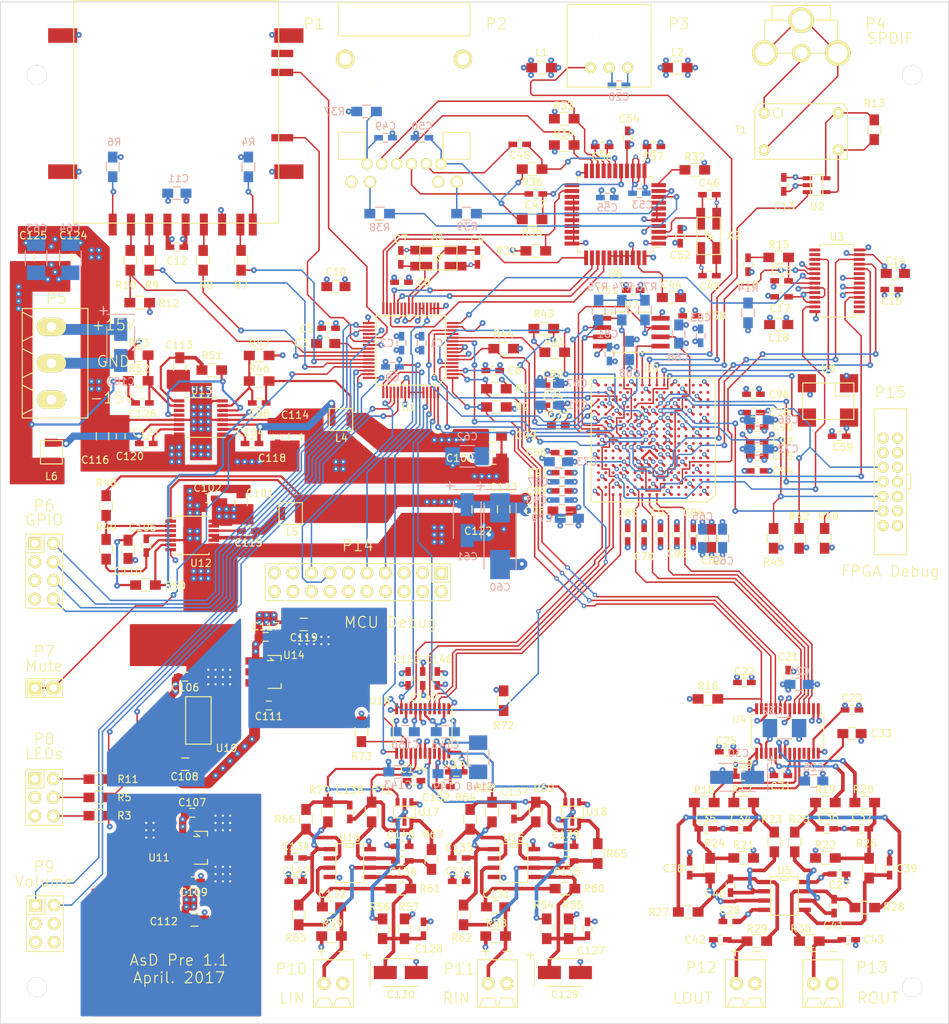
<source format=kicad_pcb>
(kicad_pcb (version 4) (host pcbnew 4.0.2+dfsg1-stable)
  (title_block (title "AsD Preamp Digital Preamplifier") (date 2017-04-02) (rev 1.1) (company "Asbjørn Djupdal"))
  (layers (0 F.Cu signal) (1 In1.Cu power hide) (2 In2.Cu power hide) (31 B.Cu signal) (36 B.SilkS user) (37 F.SilkS user) (38 B.Mask user) (39 F.Mask user) (44 Edge.Cuts user))
  (net 0 "")
  (net 1 +3.3V)
  (net 2 DGND)
  (net 3 "Net-(C3-Pad1)")
  (net 4 "Net-(C4-Pad1)")
  (net 5 "Net-(C7-Pad1)")
  (net 6 "Net-(C16-Pad2)")
  (net 7 "Net-(C19-Pad2)")
  (net 8 "Net-(C20-Pad1)")
  (net 9 "Net-(C20-Pad2)")
  (net 10 +5VA)
  (net 11 +VOA)
  (net 12 -VOA)
  (net 13 "Net-(C29-Pad1)")
  (net 14 "Net-(C33-Pad1)")
  (net 15 "Net-(C34-Pad1)")
  (net 16 "Net-(C35-Pad2)")
  (net 17 "Net-(C36-Pad1)")
  (net 18 "Net-(C37-Pad2)")
  (net 19 "Net-(C38-Pad1)")
  (net 20 "Net-(C39-Pad1)")
  (net 21 "Net-(C40-Pad1)")
  (net 22 "Net-(C40-Pad2)")
  (net 23 "Net-(C41-Pad1)")
  (net 24 "Net-(C41-Pad2)")
  (net 25 "Net-(C42-Pad1)")
  (net 26 "Net-(C43-Pad1)")
  (net 27 "Net-(C44-Pad1)")
  (net 28 "Net-(C45-Pad1)")
  (net 29 "Net-(C46-Pad1)")
  (net 30 "Net-(C47-Pad1)")
  (net 31 "Net-(C47-Pad2)")
  (net 32 "Net-(C48-Pad1)")
  (net 33 "Net-(C48-Pad2)")
  (net 34 "Net-(C49-Pad2)")
  (net 35 "Net-(C50-Pad2)")
  (net 36 +1.0V)
  (net 37 +1.8V)
  (net 38 "Net-(C98-Pad2)")
  (net 39 "Net-(C101-Pad1)")
  (net 40 "Net-(C104-Pad1)")
  (net 41 "Net-(C104-Pad2)")
  (net 42 "Net-(C105-Pad1)")
  (net 43 "Net-(C107-Pad2)")
  (net 44 "Net-(C110-Pad1)")
  (net 45 "Net-(C126-Pad2)")
  (net 46 "Net-(C131-Pad1)")
  (net 47 "Net-(C131-Pad2)")
  (net 48 "Net-(C132-Pad1)")
  (net 49 "Net-(C132-Pad2)")
  (net 50 "Net-(C133-Pad1)")
  (net 51 "Net-(C133-Pad2)")
  (net 52 "Net-(C134-Pad1)")
  (net 53 "Net-(C134-Pad2)")
  (net 54 "Net-(C135-Pad1)")
  (net 55 "Net-(C135-Pad2)")
  (net 56 "Net-(C136-Pad1)")
  (net 57 "Net-(C136-Pad2)")
  (net 58 "Net-(P1-Pad7)")
  (net 59 "Net-(P1-Pad9)")
  (net 60 /EFM32GG/nRESET)
  (net 61 "Net-(P7-Pad1)")
  (net 62 /FPGA/spdif_toslink)
  (net 63 /EFM32GG/I2C0_SCL)
  (net 64 /EFM32GG/I2C0_SDA)
  (net 65 "Net-(R11-Pad1)")
  (net 66 "Net-(R13-Pad2)")
  (net 67 "Net-(R19-Pad2)")
  (net 68 /SPDIF/nRST)
  (net 69 /DAC/nRST)
  (net 70 /ETH/nINT)
  (net 71 /EFM32GG/program_b)
  (net 72 /EFM32GG/done)
  (net 73 /ADC/nRST)
  (net 74 /ADC/nOVFL)
  (net 75 /FPGA/clk)
  (net 76 /FPGA/INT)
  (net 77 /FPGA/MOSI)
  (net 78 /FPGA/MISO)
  (net 79 /FPGA/SCLK)
  (net 80 /EFM32GG/US2_CS)
  (net 81 /ETH/SI)
  (net 82 /ETH/SO)
  (net 83 /ETH/SCK)
  (net 84 /EFM32GG/US1_CS)
  (net 85 /ADC/M0)
  (net 86 /ADC/nHPF)
  (net 87 /FPGA/spdif_coax)
  (net 88 /FPGA/SCKI1)
  (net 89 /FPGA/LRCKI1)
  (net 90 /FPGA/BCKI1)
  (net 91 /FPGA/DIN1)
  (net 92 /FPGA/EMPH)
  (net 93 /FPGA/spdif)
  (net 94 /FPGA/ERROR)
  (net 95 /FPGA/DOUT)
  (net 96 /FPGA/BCKO)
  (net 97 /DAC/LRCK)
  (net 98 /DAC/MCLK)
  (net 99 "Net-(U7-Pad2)")
  (net 100 "Net-(U7-Pad5)")
  (net 101 "Net-(U7-Pad6)")
  (net 102 "Net-(U8-Pad3)")
  (net 103 /ADC/LRCK)
  (net 104 /ADC/MCLK)
  (net 105 /FPGA/DIN2)
  (net 106 /FPGA/BCKI2)
  (net 107 "Net-(P2-Pad2)")
  (net 108 "Net-(P2-Pad8)")
  (net 109 "Net-(P4-Pad2)")
  (net 110 "Net-(P6-Pad2)")
  (net 111 "Net-(C113-Pad1)")
  (net 112 "Net-(C115-Pad1)")
  (net 113 "Net-(C115-Pad2)")
  (net 114 "Net-(C121-Pad1)")
  (net 115 "Net-(C121-Pad2)")
  (net 116 "Net-(C127-Pad2)")
  (net 117 "Net-(C128-Pad2)")
  (net 118 "Net-(C137-Pad1)")
  (net 119 "Net-(C137-Pad2)")
  (net 120 "Net-(C138-Pad1)")
  (net 121 "Net-(C138-Pad2)")
  (net 122 "Net-(C148-Pad1)")
  (net 123 "Net-(C149-Pad2)")
  (net 124 "Net-(P1-Pad1)")
  (net 125 "Net-(P1-Pad2)")
  (net 126 "Net-(P1-Pad5)")
  (net 127 "Net-(P1-Pad8)")
  (net 128 "Net-(P1-Pad10)")
  (net 129 "Net-(P1-Pad11)")
  (net 130 "Net-(P2-Pad3)")
  (net 131 "Net-(P2-Pad10)")
  (net 132 "Net-(P4-Pad1)")
  (net 133 "Net-(P6-Pad4)")
  (net 134 "Net-(P6-Pad6)")
  (net 135 "Net-(P6-Pad8)")
  (net 136 "Net-(P8-Pad2)")
  (net 137 "Net-(P8-Pad4)")
  (net 138 "Net-(P8-Pad6)")
  (net 139 "Net-(P9-Pad1)")
  (net 140 "Net-(P9-Pad2)")
  (net 141 "Net-(P14-Pad7)")
  (net 142 "Net-(P14-Pad9)")
  (net 143 "Net-(P14-Pad13)")
  (net 144 "Net-(P15-Pad4)")
  (net 145 "Net-(P15-Pad6)")
  (net 146 "Net-(P15-Pad8)")
  (net 147 "Net-(P15-Pad10)")
  (net 148 "Net-(R5-Pad1)")
  (net 149 "Net-(R7-Pad2)")
  (net 150 "Net-(R8-Pad2)")
  (net 151 "Net-(R9-Pad2)")
  (net 152 "Net-(R10-Pad2)")
  (net 153 "Net-(R13-Pad1)")
  (net 154 "Net-(R17-Pad2)")
  (net 155 "Net-(R18-Pad2)")
  (net 156 "Net-(R20-Pad2)")
  (net 157 "Net-(R32-Pad1)")
  (net 158 "Net-(R38-Pad2)")
  (net 159 "Net-(R39-Pad2)")
  (net 160 "Net-(R43-Pad2)")
  (net 161 "Net-(R48-Pad2)")
  (net 162 "Net-(R50-Pad2)")
  (net 163 "Net-(R51-Pad1)")
  (net 164 "Net-(P1-Pad12)")
  (net 165 "Net-(P9-Pad4)")
  (net 166 "Net-(P14-Pad2)")
  (net 167 "Net-(P14-Pad3)")
  (net 168 "Net-(P14-Pad5)")
  (net 169 "Net-(P14-Pad11)")
  (net 170 "Net-(P14-Pad17)")
  (net 171 "Net-(P14-Pad19)")
  (net 172 "Net-(P15-Pad12)")
  (net 173 "Net-(P15-Pad14)")
  (net 174 "Net-(R74-Pad2)")
  (net 175 "Net-(R75-Pad2)")
  (net 176 "Net-(R76-Pad2)")
  (net 177 "Net-(U3-Pad1)")
  (net 178 "Net-(U3-Pad2)")
  (net 179 "Net-(U3-Pad3)")
  (net 180 "Net-(U3-Pad7)")
  (net 181 "Net-(U3-Pad9)")
  (net 182 "Net-(U3-Pad15)")
  (net 183 "Net-(U3-Pad16)")
  (net 184 "Net-(U3-Pad18)")
  (net 185 "Net-(U4-Pad18)")
  (net 186 "Net-(U4-Pad25)")
  (net 187 "Net-(U6-Pad23)")
  (net 188 "Net-(U9-PadA2)")
  (net 189 "Net-(U9-PadA3)")
  (net 190 "Net-(U9-PadA4)")
  (net 191 "Net-(U9-PadA5)")
  (net 192 "Net-(U9-PadA7)")
  (net 193 "Net-(U9-PadA12)")
  (net 194 "Net-(U9-PadA15)")
  (net 195 "Net-(U9-PadB1)")
  (net 196 "Net-(U9-PadB2)")
  (net 197 "Net-(U9-PadB4)")
  (net 198 "Net-(U9-PadB5)")
  (net 199 "Net-(U9-PadB6)")
  (net 200 "Net-(U9-PadB7)")
  (net 201 "Net-(U9-PadB9)")
  (net 202 "Net-(U9-PadB10)")
  (net 203 "Net-(U9-PadB12)")
  (net 204 "Net-(U9-PadB14)")
  (net 205 "Net-(U9-PadB15)")
  (net 206 "Net-(U9-PadC1)")
  (net 207 "Net-(U9-PadC2)")
  (net 208 "Net-(U9-PadC3)")
  (net 209 "Net-(U9-PadC4)")
  (net 210 "Net-(U9-PadC6)")
  (net 211 "Net-(U9-PadC7)")
  (net 212 "Net-(U9-PadC8)")
  (net 213 "Net-(U9-PadC9)")
  (net 214 "Net-(U9-PadC11)")
  (net 215 "Net-(U9-PadC12)")
  (net 216 "Net-(U9-PadC13)")
  (net 217 "Net-(U9-PadC16)")
  (net 218 "Net-(U9-PadD1)")
  (net 219 "Net-(U9-PadD3)")
  (net 220 "Net-(U9-PadD4)")
  (net 221 "Net-(U9-PadD5)")
  (net 222 "Net-(U9-PadD6)")
  (net 223 "Net-(U9-PadD8)")
  (net 224 "Net-(U9-PadD9)")
  (net 225 "Net-(U9-PadD10)")
  (net 226 "Net-(U9-PadD11)")
  (net 227 "Net-(U9-PadD14)")
  (net 228 "Net-(U9-PadD15)")
  (net 229 "Net-(U9-PadD16)")
  (net 230 "Net-(U9-PadE1)")
  (net 231 "Net-(U9-PadE2)")
  (net 232 "Net-(U9-PadE3)")
  (net 233 "Net-(U9-PadE5)")
  (net 234 "Net-(U9-PadE6)")
  (net 235 "Net-(U9-PadE13)")
  (net 236 "Net-(U9-PadE15)")
  (net 237 "Net-(U9-PadE16)")
  (net 238 "Net-(U9-PadF2)")
  (net 239 "Net-(U9-PadF3)")
  (net 240 "Net-(U9-PadF4)")
  (net 241 "Net-(U9-PadF5)")
  (net 242 "Net-(U9-PadF12)")
  (net 243 "Net-(U9-PadF13)")
  (net 244 "Net-(U9-PadF14)")
  (net 245 "Net-(U9-PadF15)")
  (net 246 "Net-(U9-PadG1)")
  (net 247 "Net-(U9-PadG2)")
  (net 248 "Net-(U9-PadG4)")
  (net 249 "Net-(U9-PadG5)")
  (net 250 "Net-(U9-PadG11)")
  (net 251 "Net-(U9-PadG12)")
  (net 252 "Net-(U9-PadG14)")
  (net 253 "Net-(U9-PadG15)")
  (net 254 "Net-(U9-PadG16)")
  (net 255 "Net-(U9-PadH1)")
  (net 256 "Net-(U9-PadH2)")
  (net 257 "Net-(U9-PadH3)")
  (net 258 "Net-(U9-PadH4)")
  (net 259 "Net-(U9-PadH5)")
  (net 260 "Net-(U9-PadH14)")
  (net 261 "Net-(U9-PadH16)")
  (net 262 "Net-(U9-PadJ1)")
  (net 263 "Net-(U9-PadJ3)")
  (net 264 "Net-(U9-PadJ4)")
  (net 265 "Net-(U9-PadJ5)")
  (net 266 "Net-(U9-PadJ15)")
  (net 267 "Net-(U9-PadJ16)")
  (net 268 "Net-(U9-PadK1)")
  (net 269 "Net-(U9-PadK2)")
  (net 270 "Net-(U9-PadK3)")
  (net 271 "Net-(U9-PadK5)")
  (net 272 "Net-(U9-PadK7)")
  (net 273 "Net-(U9-PadK8)")
  (net 274 "Net-(U9-PadK12)")
  (net 275 "Net-(U9-PadL2)")
  (net 276 "Net-(U9-PadL3)")
  (net 277 "Net-(U9-PadL4)")
  (net 278 "Net-(U9-PadL5)")
  (net 279 "Net-(U9-PadL13)")
  (net 280 "Net-(U9-PadM1)")
  (net 281 "Net-(U9-PadM2)")
  (net 282 "Net-(U9-PadM4)")
  (net 283 "Net-(U9-PadM5)")
  (net 284 "Net-(U9-PadM6)")
  (net 285 "Net-(U9-PadM12)")
  (net 286 "Net-(U9-PadM14)")
  (net 287 "Net-(U9-PadN1)")
  (net 288 "Net-(U9-PadN2)")
  (net 289 "Net-(U9-PadN3)")
  (net 290 "Net-(U9-PadN4)")
  (net 291 "Net-(U9-PadN6)")
  (net 292 "Net-(U9-PadN9)")
  (net 293 "Net-(U9-PadN12)")
  (net 294 "Net-(U9-PadN16)")
  (net 295 "Net-(U9-PadP1)")
  (net 296 "Net-(U9-PadP3)")
  (net 297 "Net-(U9-PadP4)")
  (net 298 "Net-(U9-PadP5)")
  (net 299 "Net-(U9-PadP6)")
  (net 300 "Net-(U9-PadP8)")
  (net 301 "Net-(U9-PadP9)")
  (net 302 "Net-(U9-PadP10)")
  (net 303 "Net-(U9-PadP11)")
  (net 304 "Net-(U9-PadP13)")
  (net 305 "Net-(U9-PadP14)")
  (net 306 "Net-(U9-PadP15)")
  (net 307 "Net-(U9-PadR1)")
  (net 308 "Net-(U9-PadR2)")
  (net 309 "Net-(U9-PadR3)")
  (net 310 "Net-(U9-PadR5)")
  (net 311 "Net-(U9-PadR6)")
  (net 312 "Net-(U9-PadR7)")
  (net 313 "Net-(U9-PadR8)")
  (net 314 "Net-(U9-PadR10)")
  (net 315 "Net-(U9-PadR11)")
  (net 316 "Net-(U9-PadR12)")
  (net 317 "Net-(U9-PadR13)")
  (net 318 "Net-(U9-PadR15)")
  (net 319 "Net-(U9-PadR16)")
  (net 320 "Net-(U9-PadT2)")
  (net 321 "Net-(U9-PadT3)")
  (net 322 "Net-(U9-PadT4)")
  (net 323 "Net-(U9-PadT5)")
  (net 324 "Net-(U9-PadT12)")
  (net 325 "Net-(U9-PadT13)")
  (net 326 "Net-(U9-PadT14)")
  (net 327 "Net-(U9-PadT15)")
  (net 328 "Net-(U13-Pad11)")
  (module Capacitors_SMD:C_0603_HandSoldering (layer B.Cu) (at 95.75 73.75 270)
    (fp_text reference C1 (at 0 -2 360) (layer B.SilkS) (effects (justify mirror)))
    (fp_text value 100n hide)
    (pad 1 smd rect (at -0.95 0 270) (size 1.2 0.75) (layers B.Cu B.Mask) (net 1 +3.3V))
    (pad 2 smd rect (at 0.95 0 270) (size 1.2 0.75) (layers B.Cu B.Mask) (net 2 DGND))
  )
  (module Capacitors_SMD:C_0603_HandSoldering (layer B.Cu) (at 93 73.75 270)
    (fp_text reference C2 (at 0 2 360) (layer B.SilkS) (effects (justify mirror)))
    (fp_text value 100n hide)
    (pad 1 smd rect (at -0.95 0 270) (size 1.2 0.75) (layers B.Cu B.Mask) (net 1 +3.3V))
    (pad 2 smd rect (at 0.95 0 270) (size 1.2 0.75) (layers B.Cu B.Mask) (net 2 DGND))
  )
  (module Capacitors_SMD:C_0805_HandSoldering (layer F.Cu) (at 82.6 73.8 180)
    (fp_text reference C3 (at 3.35 0.05 180) (layer F.SilkS))
    (fp_text value 1u hide)
    (pad 1 smd rect (at -1.25 0 180) (size 1.5 1.25) (layers F.Cu F.Mask) (net 3 "Net-(C3-Pad1)"))
    (pad 2 smd rect (at 1.25 0 180) (size 1.5 1.25) (layers F.Cu F.Mask) (net 2 DGND))
  )
  (module Capacitors_SMD:C_0603_HandSoldering (layer F.Cu) (at 103.4 62 270)
    (fp_text reference C4 (at -2.5 0 360) (layer F.SilkS))
    (fp_text value 12p hide)
    (pad 1 smd rect (at -0.95 0 270) (size 1.2 0.75) (layers F.Cu F.Mask) (net 4 "Net-(C4-Pad1)"))
    (pad 2 smd rect (at 0.95 0 270) (size 1.2 0.75) (layers F.Cu F.Mask) (net 2 DGND))
  )
  (module Capacitors_SMD:C_0603_HandSoldering (layer F.Cu) (at 83 71.7 180)
    (fp_text reference C5 (at 3 -0.05 180) (layer F.SilkS))
    (fp_text value 100n hide)
    (pad 1 smd rect (at -0.95 0 180) (size 1.2 0.75) (layers F.Cu F.Mask) (net 1 +3.3V))
    (pad 2 smd rect (at 0.95 0 180) (size 1.2 0.75) (layers F.Cu F.Mask) (net 2 DGND))
  )
  (module Capacitors_SMD:C_0603_HandSoldering (layer F.Cu) (at 105.5 77.5)
    (fp_text reference C6 (at 3 0) (layer F.SilkS))
    (fp_text value 100n hide)
    (pad 1 smd rect (at -0.95 0) (size 1.2 0.75) (layers F.Cu F.Mask) (net 1 +3.3V))
    (pad 2 smd rect (at 0.95 0) (size 1.2 0.75) (layers F.Cu F.Mask) (net 2 DGND))
  )
  (module Capacitors_SMD:C_0603_HandSoldering (layer F.Cu) (at 92.9 62 90)
    (fp_text reference C7 (at 2.5 0 180) (layer F.SilkS))
    (fp_text value 12p hide)
    (pad 1 smd rect (at -0.95 0 90) (size 1.2 0.75) (layers F.Cu F.Mask) (net 5 "Net-(C7-Pad1)"))
    (pad 2 smd rect (at 0.95 0 90) (size 1.2 0.75) (layers F.Cu F.Mask) (net 2 DGND))
  )
  (module Capacitors_SMD:C_0603_HandSoldering (layer F.Cu) (at 93 65.4 180)
    (fp_text reference C8 (at -3 0 180) (layer F.SilkS))
    (fp_text value 100n hide)
    (pad 1 smd rect (at -0.95 0 180) (size 1.2 0.75) (layers F.Cu F.Mask) (net 1 +3.3V))
    (pad 2 smd rect (at 0.95 0 180) (size 1.2 0.75) (layers F.Cu F.Mask) (net 2 DGND))
  )
  (module Capacitors_SMD:C_0603_HandSoldering (layer B.Cu) (at 91.75 77 180)
    (fp_text reference C9 (at 0 -1.5 180) (layer B.SilkS) (effects (justify mirror)))
    (fp_text value 100n hide)
    (pad 1 smd rect (at -0.95 0 180) (size 1.2 0.75) (layers B.Cu B.Mask) (net 1 +3.3V))
    (pad 2 smd rect (at 0.95 0 180) (size 1.2 0.75) (layers B.Cu B.Mask) (net 2 DGND))
  )
  (module Capacitors_SMD:C_0805_HandSoldering (layer F.Cu) (at 84 66 180)
    (fp_text reference C10 (at 0 2 180) (layer F.SilkS))
    (fp_text value 10u hide)
    (pad 1 smd rect (at -1.25 0 180) (size 1.5 1.25) (layers F.Cu F.Mask) (net 1 +3.3V))
    (pad 2 smd rect (at 1.25 0 180) (size 1.5 1.25) (layers F.Cu F.Mask) (net 2 DGND))
  )
  (module Capacitors_SMD:C_0805_HandSoldering (layer B.Cu) (at 62.2 53.2 180)
    (fp_text reference C11 (at -0.2 2 180) (layer B.SilkS) (effects (justify mirror)))
    (fp_text value 22u hide)
    (pad 1 smd rect (at -1.25 0 180) (size 1.5 1.25) (layers B.Cu B.Mask) (net 1 +3.3V))
    (pad 2 smd rect (at 1.25 0 180) (size 1.5 1.25) (layers B.Cu B.Mask) (net 2 DGND))
  )
  (module Capacitors_SMD:C_0603_HandSoldering (layer F.Cu) (at 62.2 60.6 180)
    (fp_text reference C12 (at 0 -1.9 180) (layer F.SilkS))
    (fp_text value 100n hide)
    (pad 1 smd rect (at -0.95 0 180) (size 1.2 0.75) (layers F.Cu F.Mask) (net 1 +3.3V))
    (pad 2 smd rect (at 0.95 0 180) (size 1.2 0.75) (layers F.Cu F.Mask) (net 2 DGND))
  )
  (module Capacitors_SMD:C_0603_HandSoldering (layer F.Cu) (at 145.4 52 270)
    (fp_text reference C13 (at 3 -0.1 360) (layer F.SilkS))
    (fp_text value 100n hide)
    (pad 1 smd rect (at -0.95 0 270) (size 1.2 0.75) (layers F.Cu F.Mask) (net 1 +3.3V))
    (pad 2 smd rect (at 0.95 0 270) (size 1.2 0.75) (layers F.Cu F.Mask) (net 2 DGND))
  )
  (module Capacitors_SMD:C_0805_HandSoldering (layer F.Cu) (at 160.7 64.2)
    (fp_text reference C14 (at 0.05 -1.7) (layer F.SilkS))
    (fp_text value 10u hide)
    (pad 1 smd rect (at -1.25 0) (size 1.5 1.25) (layers F.Cu F.Mask) (net 1 +3.3V))
    (pad 2 smd rect (at 1.25 0) (size 1.5 1.25) (layers F.Cu F.Mask) (net 2 DGND))
  )
  (module Capacitors_SMD:C_0603_HandSoldering (layer F.Cu) (at 160.2 66.4)
    (fp_text reference C15 (at 0 1.6) (layer F.SilkS))
    (fp_text value 100n hide)
    (pad 1 smd rect (at -0.95 0) (size 1.2 0.75) (layers F.Cu F.Mask) (net 1 +3.3V))
    (pad 2 smd rect (at 0.95 0) (size 1.2 0.75) (layers F.Cu F.Mask) (net 2 DGND))
  )
  (module Capacitors_SMD:C_0603_HandSoldering (layer F.Cu) (at 145.1 65.2)
    (fp_text reference C16 (at 0 -1.4 180) (layer F.SilkS))
    (fp_text value 4.7n hide)
    (pad 1 smd rect (at -0.95 0) (size 1.2 0.75) (layers F.Cu F.Mask) (net 2 DGND))
    (pad 2 smd rect (at 0.95 0) (size 1.2 0.75) (layers F.Cu F.Mask) (net 6 "Net-(C16-Pad2)"))
  )
  (module Capacitors_SMD:C_0603_HandSoldering (layer F.Cu) (at 145.1 67.4 180)
    (fp_text reference C17 (at 0.2 -1.6 180) (layer F.SilkS))
    (fp_text value 100n hide)
    (pad 1 smd rect (at -0.95 0 180) (size 1.2 0.75) (layers F.Cu F.Mask) (net 1 +3.3V))
    (pad 2 smd rect (at 0.95 0 180) (size 1.2 0.75) (layers F.Cu F.Mask) (net 2 DGND))
  )
  (module Capacitors_SMD:C_0805_HandSoldering (layer F.Cu) (at 144.7 71.2 180)
    (fp_text reference C18 (at 0 -1.8 180) (layer F.SilkS))
    (fp_text value 10u hide)
    (pad 1 smd rect (at -1.25 0 180) (size 1.5 1.25) (layers F.Cu F.Mask) (net 1 +3.3V))
    (pad 2 smd rect (at 1.25 0 180) (size 1.5 1.25) (layers F.Cu F.Mask) (net 2 DGND))
  )
  (module Capacitors_SMD:C_0603_HandSoldering (layer F.Cu) (at 140.5 63 90)
    (fp_text reference C19 (at -2.8 0 180) (layer F.SilkS))
    (fp_text value 68n hide)
    (pad 1 smd rect (at -0.95 0 90) (size 1.2 0.75) (layers F.Cu F.Mask) (net 2 DGND))
    (pad 2 smd rect (at 0.95 0 90) (size 1.2 0.75) (layers F.Cu F.Mask) (net 7 "Net-(C19-Pad2)"))
  )
  (module Capacitors_SMD:C_0603_HandSoldering (layer B.Cu) (at 122.8 38.4 180)
    (fp_text reference C20 (at 0 -1.6 180) (layer B.SilkS) (effects (justify mirror)))
    (fp_text value 100n hide)
    (pad 1 smd rect (at -0.95 0 180) (size 1.2 0.75) (layers B.Cu B.Mask) (net 8 "Net-(C20-Pad1)"))
    (pad 2 smd rect (at 0.95 0 180) (size 1.2 0.75) (layers B.Cu B.Mask) (net 9 "Net-(C20-Pad2)"))
  )
  (module Capacitors_SMD:C_0603_HandSoldering (layer F.Cu) (at 146 119.5 90)
    (fp_text reference C21 (at 2.75 0 360) (layer F.SilkS))
    (fp_text value 100n hide)
    (pad 1 smd rect (at -0.95 0 90) (size 1.2 0.75) (layers F.Cu F.Mask) (net 1 +3.3V))
    (pad 2 smd rect (at 0.95 0 90) (size 1.2 0.75) (layers F.Cu F.Mask) (net 2 DGND))
  )
  (module Capacitors_SMD:C_0603_HandSoldering (layer F.Cu) (at 140 120.25 180)
    (fp_text reference C22 (at 0 1.5 360) (layer F.SilkS))
    (fp_text value 100n hide)
    (pad 1 smd rect (at -0.95 0 180) (size 1.2 0.75) (layers F.Cu F.Mask) (net 1 +3.3V))
    (pad 2 smd rect (at 0.95 0 180) (size 1.2 0.75) (layers F.Cu F.Mask) (net 2 DGND))
  )
  (module Capacitors_SMD:C_0603_HandSoldering (layer F.Cu) (at 154.75 124)
    (fp_text reference C23 (at 0 -1.6 180) (layer F.SilkS))
    (fp_text value 100n hide)
    (pad 1 smd rect (at -0.95 0) (size 1.2 0.75) (layers F.Cu F.Mask) (net 1 +3.3V))
    (pad 2 smd rect (at 0.95 0) (size 1.2 0.75) (layers F.Cu F.Mask) (net 2 DGND))
  )
  (module Capacitors_SMD:C_0805_HandSoldering (layer B.Cu) (at 147.5 120.5)
    (fp_text reference C24 (at 0 -1.8 180) (layer B.SilkS) (effects (justify mirror)))
    (fp_text value 10u hide)
    (pad 1 smd rect (at -1.25 0) (size 1.5 1.25) (layers B.Cu B.Mask) (net 1 +3.3V))
    (pad 2 smd rect (at 1.25 0) (size 1.5 1.25) (layers B.Cu B.Mask) (net 2 DGND))
  )
  (module Capacitors_SMD:C_0603_HandSoldering (layer F.Cu) (at 137.5 129.75 180)
    (fp_text reference C25 (at 0 1.5 180) (layer F.SilkS))
    (fp_text value 100n hide)
    (pad 1 smd rect (at -0.95 0 180) (size 1.2 0.75) (layers F.Cu F.Mask) (net 10 +5VA))
    (pad 2 smd rect (at 0.95 0 180) (size 1.2 0.75) (layers F.Cu F.Mask) (net 2 DGND))
  )
  (module Capacitors_SMD:C_0805_HandSoldering (layer B.Cu) (at 149.5 133.75)
    (fp_text reference C26 (at 0 -1.85 180) (layer B.SilkS) (effects (justify mirror)))
    (fp_text value 10u hide)
    (pad 1 smd rect (at -1.25 0) (size 1.5 1.25) (layers B.Cu B.Mask) (net 10 +5VA))
    (pad 2 smd rect (at 1.25 0) (size 1.5 1.25) (layers B.Cu B.Mask) (net 2 DGND))
  )
  (module Capacitors_SMD:C_0603_HandSoldering (layer F.Cu) (at 153 146.5)
    (fp_text reference C27 (at 0 1.5) (layer F.SilkS))
    (fp_text value 100n hide)
    (pad 1 smd rect (at -0.95 0) (size 1.2 0.75) (layers F.Cu F.Mask) (net 11 +VOA))
    (pad 2 smd rect (at 0.95 0) (size 1.2 0.75) (layers F.Cu F.Mask) (net 2 DGND))
  )
  (module Capacitors_SMD:C_0603_HandSoldering (layer F.Cu) (at 138 153 180)
    (fp_text reference C28 (at 0 1.5 180) (layer F.SilkS))
    (fp_text value 100n hide)
    (pad 1 smd rect (at -0.95 0 180) (size 1.2 0.75) (layers F.Cu F.Mask) (net 12 -VOA))
    (pad 2 smd rect (at 0.95 0 180) (size 1.2 0.75) (layers F.Cu F.Mask) (net 2 DGND))
  )
  (module Capacitors_SMD:C_0603_HandSoldering (layer F.Cu) (at 139.7 133.1 180)
    (fp_text reference C29 (at 0 1.6 360) (layer F.SilkS))
    (fp_text value 100n hide)
    (pad 1 smd rect (at -0.95 0 180) (size 1.2 0.75) (layers F.Cu F.Mask) (net 13 "Net-(C29-Pad1)"))
    (pad 2 smd rect (at 0.95 0 180) (size 1.2 0.75) (layers F.Cu F.Mask) (net 2 DGND))
  )
  (module Capacitors_SMD:C_0603_HandSoldering (layer F.Cu) (at 145 133 180)
    (fp_text reference C31 (at 0 -1.5 180) (layer F.SilkS))
    (fp_text value 100n hide)
    (pad 1 smd rect (at -0.95 0 180) (size 1.2 0.75) (layers F.Cu F.Mask) (net 10 +5VA))
    (pad 2 smd rect (at 0.95 0 180) (size 1.2 0.75) (layers F.Cu F.Mask) (net 2 DGND))
  )
  (module Capacitors_SMD:C_1210_HandSoldering (layer B.Cu) (at 145.5 126.5)
    (fp_text reference C32 (at -1.6 -2.4 180) (layer B.SilkS) (effects (justify mirror)))
    (fp_text value 33u hide)
    (pad 1 smd rect (at -2 0) (size 2 2.5) (layers B.Cu B.Mask) (net 10 +5VA))
    (pad 2 smd rect (at 2 0) (size 2 2.5) (layers B.Cu B.Mask) (net 2 DGND))
  )
  (module Capacitors_SMD:C_0805_HandSoldering (layer F.Cu) (at 154.75 127.25)
    (fp_text reference C33 (at 4 0) (layer F.SilkS))
    (fp_text value 3.3u hide)
    (pad 1 smd rect (at -1.25 0) (size 1.5 1.25) (layers F.Cu F.Mask) (net 14 "Net-(C33-Pad1)"))
    (pad 2 smd rect (at 1.25 0) (size 1.5 1.25) (layers F.Cu F.Mask) (net 2 DGND))
  )
  (module Capacitors_SMD:C_0603_HandSoldering (layer F.Cu) (at 139.5 140.3 180)
    (fp_text reference C34 (at 0 1.4 180) (layer F.SilkS))
    (fp_text value 1n hide)
    (pad 1 smd rect (at -0.95 0 180) (size 1.2 0.75) (layers F.Cu F.Mask) (net 15 "Net-(C34-Pad1)"))
    (pad 2 smd rect (at 0.95 0 180) (size 1.2 0.75) (layers F.Cu F.Mask) (net 2 DGND))
  )
  (module Capacitors_SMD:C_0603_HandSoldering (layer F.Cu) (at 134.7 140.3 180)
    (fp_text reference C35 (at 0 1.4 180) (layer F.SilkS))
    (fp_text value 1n hide)
    (pad 1 smd rect (at -0.95 0 180) (size 1.2 0.75) (layers F.Cu F.Mask) (net 2 DGND))
    (pad 2 smd rect (at 0.95 0 180) (size 1.2 0.75) (layers F.Cu F.Mask) (net 16 "Net-(C35-Pad2)"))
  )
  (module Capacitors_SMD:C_0603_HandSoldering (layer F.Cu) (at 151.3 140.3)
    (fp_text reference C36 (at 0.2 -1.6) (layer F.SilkS))
    (fp_text value 1n hide)
    (pad 1 smd rect (at -0.95 0) (size 1.2 0.75) (layers F.Cu F.Mask) (net 17 "Net-(C36-Pad1)"))
    (pad 2 smd rect (at 0.95 0) (size 1.2 0.75) (layers F.Cu F.Mask) (net 2 DGND))
  )
  (module Capacitors_SMD:C_0603_HandSoldering (layer F.Cu) (at 156.1 140.3)
    (fp_text reference C37 (at 0 -1.6) (layer F.SilkS))
    (fp_text value 1n hide)
    (pad 1 smd rect (at -0.95 0) (size 1.2 0.75) (layers F.Cu F.Mask) (net 2 DGND))
    (pad 2 smd rect (at 0.95 0) (size 1.2 0.75) (layers F.Cu F.Mask) (net 18 "Net-(C37-Pad2)"))
  )
  (module Capacitors_SMD:C_0603_HandSoldering (layer F.Cu) (at 132.5 145.7 90)
    (fp_text reference C38 (at -0.05 -2.25 180) (layer F.SilkS))
    (fp_text value 390p hide)
    (pad 1 smd rect (at -0.95 0 90) (size 1.2 0.75) (layers F.Cu F.Mask) (net 19 "Net-(C38-Pad1)"))
    (pad 2 smd rect (at 0.95 0 90) (size 1.2 0.75) (layers F.Cu F.Mask) (net 2 DGND))
  )
  (module Capacitors_SMD:C_0603_HandSoldering (layer F.Cu) (at 159.9 145.7 90)
    (fp_text reference C39 (at -0.05 2.35 180) (layer F.SilkS))
    (fp_text value 390p hide)
    (pad 1 smd rect (at -0.95 0 90) (size 1.2 0.75) (layers F.Cu F.Mask) (net 20 "Net-(C39-Pad1)"))
    (pad 2 smd rect (at 0.95 0 90) (size 1.2 0.75) (layers F.Cu F.Mask) (net 2 DGND))
  )
  (module Capacitors_SMD:C_0603_HandSoldering (layer F.Cu) (at 138.1 148.1 270)
    (fp_text reference C40 (at 1.15 2.1 360) (layer F.SilkS))
    (fp_text value 390p hide)
    (pad 1 smd rect (at -0.95 0 270) (size 1.2 0.75) (layers F.Cu F.Mask) (net 21 "Net-(C40-Pad1)"))
    (pad 2 smd rect (at 0.95 0 270) (size 1.2 0.75) (layers F.Cu F.Mask) (net 22 "Net-(C40-Pad2)"))
  )
  (module Capacitors_SMD:C_0603_HandSoldering (layer F.Cu) (at 152.3 150.9 270)
    (fp_text reference C41 (at 2.6 0.05 360) (layer F.SilkS))
    (fp_text value 390p hide)
    (pad 1 smd rect (at -0.95 0 270) (size 1.2 0.75) (layers F.Cu F.Mask) (net 23 "Net-(C41-Pad1)"))
    (pad 2 smd rect (at 0.95 0 270) (size 1.2 0.75) (layers F.Cu F.Mask) (net 24 "Net-(C41-Pad2)"))
  )
  (module Capacitors_SMD:C_0603_HandSoldering (layer F.Cu) (at 136.7 155.5 180)
    (fp_text reference C42 (at 3.45 0 180) (layer F.SilkS))
    (fp_text value 2.2n hide)
    (pad 1 smd rect (at -0.95 0 180) (size 1.2 0.75) (layers F.Cu F.Mask) (net 25 "Net-(C42-Pad1)"))
    (pad 2 smd rect (at 0.95 0 180) (size 1.2 0.75) (layers F.Cu F.Mask) (net 2 DGND))
  )
  (module Capacitors_SMD:C_0603_HandSoldering (layer F.Cu) (at 154.3 155.5)
    (fp_text reference C43 (at 3.45 0) (layer F.SilkS))
    (fp_text value 2.2n hide)
    (pad 1 smd rect (at -0.95 0) (size 1.2 0.75) (layers F.Cu F.Mask) (net 26 "Net-(C43-Pad1)"))
    (pad 2 smd rect (at 0.95 0) (size 1.2 0.75) (layers F.Cu F.Mask) (net 2 DGND))
  )
  (module Capacitors_SMD:C_0805_HandSoldering (layer F.Cu) (at 130 67.5)
    (fp_text reference C44 (at 0 -1.75) (layer F.SilkS))
    (fp_text value 10u hide)
    (pad 1 smd rect (at -1.25 0) (size 1.5 1.25) (layers F.Cu F.Mask) (net 27 "Net-(C44-Pad1)"))
    (pad 2 smd rect (at 1.25 0) (size 1.5 1.25) (layers F.Cu F.Mask) (net 2 DGND))
  )
  (module Capacitors_SMD:C_0603_HandSoldering (layer F.Cu) (at 135.2 64.5 180)
    (fp_text reference C45 (at -0.05 -1.5 180) (layer F.SilkS))
    (fp_text value 12p hide)
    (pad 1 smd rect (at -0.95 0 180) (size 1.2 0.75) (layers F.Cu F.Mask) (net 28 "Net-(C45-Pad1)"))
    (pad 2 smd rect (at 0.95 0 180) (size 1.2 0.75) (layers F.Cu F.Mask) (net 2 DGND))
  )
  (module Capacitors_SMD:C_0603_HandSoldering (layer F.Cu) (at 135.2 53.4)
    (fp_text reference C46 (at 0 -1.6) (layer F.SilkS))
    (fp_text value 12p hide)
    (pad 1 smd rect (at -0.95 0) (size 1.2 0.75) (layers F.Cu F.Mask) (net 29 "Net-(C46-Pad1)"))
    (pad 2 smd rect (at 0.95 0) (size 1.2 0.75) (layers F.Cu F.Mask) (net 2 DGND))
  )
  (module Capacitors_SMD:C_0603_HandSoldering (layer F.Cu) (at 111.4 53.3)
    (fp_text reference C47 (at -0.1 1.5 180) (layer F.SilkS))
    (fp_text value 6.8n hide)
    (pad 1 smd rect (at -0.95 0) (size 1.2 0.75) (layers F.Cu F.Mask) (net 30 "Net-(C47-Pad1)"))
    (pad 2 smd rect (at 0.95 0) (size 1.2 0.75) (layers F.Cu F.Mask) (net 31 "Net-(C47-Pad2)"))
  )
  (module Capacitors_SMD:C_0603_HandSoldering (layer F.Cu) (at 109.2 46.5 180)
    (fp_text reference C48 (at 0 -1.5 360) (layer F.SilkS))
    (fp_text value 6.8n hide)
    (pad 1 smd rect (at -0.95 0 180) (size 1.2 0.75) (layers F.Cu F.Mask) (net 32 "Net-(C48-Pad1)"))
    (pad 2 smd rect (at 0.95 0 180) (size 1.2 0.75) (layers F.Cu F.Mask) (net 33 "Net-(C48-Pad2)"))
  )
  (module Capacitors_SMD:C_0603_HandSoldering (layer B.Cu) (at 90.8 45.6 180)
    (fp_text reference C49 (at 0 1.6 180) (layer B.SilkS) (effects (justify mirror)))
    (fp_text value 10n hide)
    (pad 1 smd rect (at -0.95 0 180) (size 1.2 0.75) (layers B.Cu B.Mask) (net 2 DGND))
    (pad 2 smd rect (at 0.95 0 180) (size 1.2 0.75) (layers B.Cu B.Mask) (net 34 "Net-(C49-Pad2)"))
  )
  (module Capacitors_SMD:C_0603_HandSoldering (layer B.Cu) (at 95.8 45.6)
    (fp_text reference C50 (at 0 -1.6) (layer B.SilkS) (effects (justify mirror)))
    (fp_text value 10n hide)
    (pad 1 smd rect (at -0.95 0) (size 1.2 0.75) (layers B.Cu B.Mask) (net 2 DGND))
    (pad 2 smd rect (at 0.95 0) (size 1.2 0.75) (layers B.Cu B.Mask) (net 35 "Net-(C50-Pad2)"))
  )
  (module Capacitors_SMD:C_0603_HandSoldering (layer F.Cu) (at 124.75 66.5)
    (fp_text reference C51 (at -3.5 0) (layer F.SilkS))
    (fp_text value 100n hide)
    (pad 1 smd rect (at -0.95 0) (size 1.2 0.75) (layers F.Cu F.Mask) (net 2 DGND))
    (pad 2 smd rect (at 0.95 0) (size 1.2 0.75) (layers F.Cu F.Mask) (net 1 +3.3V))
  )
  (module Capacitors_SMD:C_0603_HandSoldering (layer F.Cu) (at 131.2 59.1 90)
    (fp_text reference C52 (at -2.6 0 180) (layer F.SilkS))
    (fp_text value 100n hide)
    (pad 1 smd rect (at -0.95 0 90) (size 1.2 0.75) (layers F.Cu F.Mask) (net 2 DGND))
    (pad 2 smd rect (at 0.95 0 90) (size 1.2 0.75) (layers F.Cu F.Mask) (net 1 +3.3V))
  )
  (module Capacitors_SMD:C_0603_HandSoldering (layer B.Cu) (at 125.6 53.2)
    (fp_text reference C53 (at 0.4 1.6 180) (layer B.SilkS) (effects (justify mirror)))
    (fp_text value 100n hide)
    (pad 1 smd rect (at -0.95 0) (size 1.2 0.75) (layers B.Cu B.Mask) (net 2 DGND))
    (pad 2 smd rect (at 0.95 0) (size 1.2 0.75) (layers B.Cu B.Mask) (net 1 +3.3V))
  )
  (module Capacitors_SMD:C_0603_HandSoldering (layer F.Cu) (at 124 45.6 270)
    (fp_text reference C54 (at -2.6 -0.2 360) (layer F.SilkS))
    (fp_text value 100n hide)
    (pad 1 smd rect (at -0.95 0 270) (size 1.2 0.75) (layers F.Cu F.Mask) (net 2 DGND))
    (pad 2 smd rect (at 0.95 0 270) (size 1.2 0.75) (layers F.Cu F.Mask) (net 1 +3.3V))
  )
  (module Capacitors_SMD:C_0603_HandSoldering (layer B.Cu) (at 121.2 53.8)
    (fp_text reference C55 (at 0 1.4 180) (layer B.SilkS) (effects (justify mirror)))
    (fp_text value 100n hide)
    (pad 1 smd rect (at -0.95 0) (size 1.2 0.75) (layers B.Cu B.Mask) (net 2 DGND))
    (pad 2 smd rect (at 0.95 0) (size 1.2 0.75) (layers B.Cu B.Mask) (net 1 +3.3V))
  )
  (module Capacitors_SMD:C_0603_HandSoldering (layer F.Cu) (at 120.5 46.8)
    (fp_text reference C56 (at 0 1.4 180) (layer F.SilkS))
    (fp_text value 1n hide)
    (pad 1 smd rect (at -0.95 0) (size 1.2 0.75) (layers F.Cu F.Mask) (net 2 DGND))
    (pad 2 smd rect (at 0.95 0) (size 1.2 0.75) (layers F.Cu F.Mask) (net 1 +3.3V))
  )
  (module Capacitors_SMD:C_0603_HandSoldering (layer F.Cu) (at 127.6 46.8 180)
    (fp_text reference C57 (at 0.1 -1.4 180) (layer F.SilkS))
    (fp_text value 1n hide)
    (pad 1 smd rect (at -0.95 0 180) (size 1.2 0.75) (layers F.Cu F.Mask) (net 2 DGND))
    (pad 2 smd rect (at 0.95 0 180) (size 1.2 0.75) (layers F.Cu F.Mask) (net 1 +3.3V))
  )
  (module Capacitors_SMD:C_0603_HandSoldering (layer F.Cu) (at 132.5 70)
    (fp_text reference C58 (at 3.5 0) (layer F.SilkS))
    (fp_text value 100n hide)
    (pad 1 smd rect (at -0.95 0) (size 1.2 0.75) (layers F.Cu F.Mask) (net 1 +3.3V))
    (pad 2 smd rect (at 0.95 0) (size 1.2 0.75) (layers F.Cu F.Mask) (net 2 DGND))
  )
  (module Capacitors_SMD:C_0603_HandSoldering (layer F.Cu) (at 153 86.5 180)
    (fp_text reference C59 (at -0.5 -1.5 180) (layer F.SilkS))
    (fp_text value 100n hide)
    (pad 1 smd rect (at -0.95 0 180) (size 1.2 0.75) (layers F.Cu F.Mask) (net 1 +3.3V))
    (pad 2 smd rect (at 0.95 0 180) (size 1.2 0.75) (layers F.Cu F.Mask) (net 2 DGND))
  )
  (module Capacitors_Tantalum_SMD:TantalC_SizeD_EIA-7343_HandSoldering (layer B.Cu) (at 106.5 100.2 270)
    (fp_text reference C60 (at 7 0 360) (layer B.SilkS) (effects (justify mirror)))
    (fp_text value 330u hide)
    (fp_text user + (at -6.85546 2.70002 270) (layer B.SilkS) (effects (justify mirror)))
    (pad 2 smd rect (at 3.88874 0 270) (size 4.0005 2.70002) (layers B.Cu B.Mask) (net 2 DGND))
    (pad 1 smd rect (at -3.88874 0 270) (size 4.0005 2.70002) (layers B.Cu B.Mask) (net 36 +1.0V))
  )
  (module Capacitors_Tantalum_SMD:TantalC_SizeB_EIA-3528_HandSoldering (layer B.Cu) (at 102 98 270)
    (fp_text reference C61 (at 5 0 360) (layer B.SilkS) (effects (justify mirror)))
    (fp_text value 100u hide)
    (fp_text user + (at -4.70154 2.4003 270) (layer B.SilkS) (effects (justify mirror)))
    (pad 2 smd rect (at 2.12598 0 270) (size 3.1496 1.80086) (layers B.Cu B.Mask) (net 2 DGND))
    (pad 1 smd rect (at -2.12598 0 270) (size 3.1496 1.80086) (layers B.Cu B.Mask) (net 36 +1.0V))
  )
  (module Capacitors_SMD:C_1210_HandSoldering (layer B.Cu) (at 102 89.25 180)
    (fp_text reference C62 (at 0 2.7 180) (layer B.SilkS) (effects (justify mirror)))
    (fp_text value 47u hide)
    (pad 1 smd rect (at -2 0 180) (size 2 2.5) (layers B.Cu B.Mask) (net 37 +1.8V))
    (pad 2 smd rect (at 2 0 180) (size 2 2.5) (layers B.Cu B.Mask) (net 2 DGND))
  )
  (module Capacitors_SMD:C_1210_HandSoldering (layer B.Cu) (at 42.9 62.1 90)
    (fp_text reference C63 (at 4.1 0.1 180) (layer B.SilkS) (effects (justify mirror)))
    (fp_text value 47u hide)
    (pad 1 smd rect (at -2 0 90) (size 2 2.5) (layers B.Cu B.Mask) (net 1 +3.3V))
    (pad 2 smd rect (at 2 0 90) (size 2 2.5) (layers B.Cu B.Mask) (net 2 DGND))
  )
  (module Capacitors_SMD:C_1210_HandSoldering (layer B.Cu) (at 47.6 62.1 90)
    (fp_text reference C64 (at 4.1 -0.1 180) (layer B.SilkS) (effects (justify mirror)))
    (fp_text value 47u hide)
    (pad 1 smd rect (at -2 0 90) (size 2 2.5) (layers B.Cu B.Mask) (net 1 +3.3V))
    (pad 2 smd rect (at 2 0 90) (size 2 2.5) (layers B.Cu B.Mask) (net 2 DGND))
  )
  (module Capacitors_SMD:C_0805_HandSoldering (layer B.Cu) (at 134.25 100.5 270)
    (fp_text reference C65 (at -3 0 360) (layer B.SilkS) (effects (justify mirror)))
    (fp_text value 4.7u hide)
    (pad 1 smd rect (at -1.25 0 270) (size 1.5 1.25) (layers B.Cu B.Mask) (net 36 +1.0V))
    (pad 2 smd rect (at 1.25 0 270) (size 1.5 1.25) (layers B.Cu B.Mask) (net 2 DGND))
  )
  (module Capacitors_SMD:C_0603_HandSoldering (layer F.Cu) (at 115 88.75 180)
    (fp_text reference C66 (at 3.5 0 180) (layer F.SilkS))
    (fp_text value 470n hide)
    (pad 1 smd rect (at -0.95 0 180) (size 1.2 0.75) (layers F.Cu F.Mask) (net 36 +1.0V))
    (pad 2 smd rect (at 0.95 0 180) (size 1.2 0.75) (layers F.Cu F.Mask) (net 2 DGND))
  )
  (module Capacitors_SMD:C_0805_HandSoldering (layer B.Cu) (at 113.25 79.25 180)
    (fp_text reference C67 (at -3.8 0 180) (layer B.SilkS) (effects (justify mirror)))
    (fp_text value 4.7u hide)
    (pad 1 smd rect (at -1.25 0 180) (size 1.5 1.25) (layers B.Cu B.Mask) (net 37 +1.8V))
    (pad 2 smd rect (at 1.25 0 180) (size 1.5 1.25) (layers B.Cu B.Mask) (net 2 DGND))
  )
  (module Capacitors_SMD:C_0805_HandSoldering (layer B.Cu) (at 131 72.5 90)
    (fp_text reference C68 (at -3.2 -0.1 180) (layer B.SilkS) (effects (justify mirror)))
    (fp_text value 4.7u hide)
    (pad 1 smd rect (at -1.25 0 90) (size 1.5 1.25) (layers B.Cu B.Mask) (net 1 +3.3V))
    (pad 2 smd rect (at 1.25 0 90) (size 1.5 1.25) (layers B.Cu B.Mask) (net 2 DGND))
  )
  (module Capacitors_SMD:C_0805_HandSoldering (layer B.Cu) (at 137 100.5 270)
    (fp_text reference C69 (at 3.1 -0.1 360) (layer B.SilkS) (effects (justify mirror)))
    (fp_text value 4.7u hide)
    (pad 1 smd rect (at -1.25 0 270) (size 1.5 1.25) (layers B.Cu B.Mask) (net 36 +1.0V))
    (pad 2 smd rect (at 1.25 0 270) (size 1.5 1.25) (layers B.Cu B.Mask) (net 2 DGND))
  )
  (module Capacitors_SMD:C_0603_HandSoldering (layer F.Cu) (at 126.25 100 270)
    (fp_text reference C70 (at 3 0 360) (layer F.SilkS))
    (fp_text value 470n hide)
    (pad 1 smd rect (at -0.95 0 270) (size 1.2 0.75) (layers F.Cu F.Mask) (net 36 +1.0V))
    (pad 2 smd rect (at 0.95 0 270) (size 1.2 0.75) (layers F.Cu F.Mask) (net 2 DGND))
  )
  (module Capacitors_SMD:C_0805_HandSoldering (layer B.Cu) (at 113.25 82.25 180)
    (fp_text reference C71 (at -3.9 0 360) (layer B.SilkS) (effects (justify mirror)))
    (fp_text value 4.7u hide)
    (pad 1 smd rect (at -1.25 0 180) (size 1.5 1.25) (layers B.Cu B.Mask) (net 37 +1.8V))
    (pad 2 smd rect (at 1.25 0 180) (size 1.5 1.25) (layers B.Cu B.Mask) (net 2 DGND))
  )
  (module Capacitors_SMD:C_0805_HandSoldering (layer B.Cu) (at 142 88.25)
    (fp_text reference C72 (at 4 0 180) (layer B.SilkS) (effects (justify mirror)))
    (fp_text value 4.7u hide)
    (pad 1 smd rect (at -1.25 0) (size 1.5 1.25) (layers B.Cu B.Mask) (net 1 +3.3V))
    (pad 2 smd rect (at 1.25 0) (size 1.5 1.25) (layers B.Cu B.Mask) (net 2 DGND))
  )
  (module Capacitors_SMD:C_0805_HandSoldering (layer B.Cu) (at 114.5 90 180)
    (fp_text reference C73 (at -3.9 0 360) (layer B.SilkS) (effects (justify mirror)))
    (fp_text value 4.7u hide)
    (pad 1 smd rect (at -1.25 0 180) (size 1.5 1.25) (layers B.Cu B.Mask) (net 36 +1.0V))
    (pad 2 smd rect (at 1.25 0 180) (size 1.5 1.25) (layers B.Cu B.Mask) (net 2 DGND))
  )
  (module Capacitors_SMD:C_0603_HandSoldering (layer F.Cu) (at 113.75 82.25 180)
    (fp_text reference C74 (at 0 1.25 180) (layer F.SilkS))
    (fp_text value 470n hide)
    (pad 1 smd rect (at -0.95 0 180) (size 1.2 0.75) (layers F.Cu F.Mask) (net 37 +1.8V))
    (pad 2 smd rect (at 0.95 0 180) (size 1.2 0.75) (layers F.Cu F.Mask) (net 2 DGND))
  )
  (module Capacitors_SMD:C_0603_HandSoldering (layer F.Cu) (at 141.75 89.25)
    (fp_text reference C75 (at 3.5 0 180) (layer F.SilkS))
    (fp_text value 470n hide)
    (pad 1 smd rect (at -0.95 0) (size 1.2 0.75) (layers F.Cu F.Mask) (net 1 +3.3V))
    (pad 2 smd rect (at 0.95 0) (size 1.2 0.75) (layers F.Cu F.Mask) (net 2 DGND))
  )
  (module Capacitors_SMD:C_0805_HandSoldering (layer F.Cu) (at 115 96.75 180)
    (fp_text reference C76 (at 3.75 0 360) (layer F.SilkS))
    (fp_text value 4.7u hide)
    (pad 1 smd rect (at -1.25 0 180) (size 1.5 1.25) (layers F.Cu F.Mask) (net 36 +1.0V))
    (pad 2 smd rect (at 1.25 0 180) (size 1.5 1.25) (layers F.Cu F.Mask) (net 2 DGND))
  )
  (module Capacitors_SMD:C_0603_HandSoldering (layer F.Cu) (at 114.5 85 180)
    (fp_text reference C77 (at 0 1.25 360) (layer F.SilkS))
    (fp_text value 470n hide)
    (pad 1 smd rect (at -0.95 0 180) (size 1.2 0.75) (layers F.Cu F.Mask) (net 37 +1.8V))
    (pad 2 smd rect (at 0.95 0 180) (size 1.2 0.75) (layers F.Cu F.Mask) (net 2 DGND))
  )
  (module Capacitors_SMD:C_0603_HandSoldering (layer F.Cu) (at 141.25 83.25)
    (fp_text reference C78 (at 3.5 0 180) (layer F.SilkS))
    (fp_text value 470n hide)
    (pad 1 smd rect (at -0.95 0) (size 1.2 0.75) (layers F.Cu F.Mask) (net 1 +3.3V))
    (pad 2 smd rect (at 0.95 0) (size 1.2 0.75) (layers F.Cu F.Mask) (net 2 DGND))
  )
  (module Capacitors_SMD:C_0805_HandSoldering (layer B.Cu) (at 116 97.75 180)
    (fp_text reference C79 (at 3.75 0 360) (layer B.SilkS) (effects (justify mirror)))
    (fp_text value 4.7u hide)
    (pad 1 smd rect (at -1.25 0 180) (size 1.5 1.25) (layers B.Cu B.Mask) (net 36 +1.0V))
    (pad 2 smd rect (at 1.25 0 180) (size 1.5 1.25) (layers B.Cu B.Mask) (net 2 DGND))
  )
  (module Capacitors_SMD:C_0603_HandSoldering (layer F.Cu) (at 113.75 79.5 180)
    (fp_text reference C80 (at 0 1.5 180) (layer F.SilkS))
    (fp_text value 470n hide)
    (pad 1 smd rect (at -0.95 0 180) (size 1.2 0.75) (layers F.Cu F.Mask) (net 37 +1.8V))
    (pad 2 smd rect (at 0.95 0 180) (size 1.2 0.75) (layers F.Cu F.Mask) (net 2 DGND))
  )
  (module Capacitors_SMD:C_0603_HandSoldering (layer B.Cu) (at 121.5 75.25 90)
    (fp_text reference C81 (at 2.75 -0.25 360) (layer B.SilkS) (effects (justify mirror)))
    (fp_text value 470n hide)
    (pad 1 smd rect (at -0.95 0 90) (size 1.2 0.75) (layers B.Cu B.Mask) (net 1 +3.3V))
    (pad 2 smd rect (at 0.95 0 90) (size 1.2 0.75) (layers B.Cu B.Mask) (net 2 DGND))
  )
  (module Capacitors_SMD:C_0805_HandSoldering (layer F.Cu) (at 135.5 100.5 270)
    (fp_text reference C82 (at 3 0 540) (layer F.SilkS))
    (fp_text value 4.7u hide)
    (pad 1 smd rect (at -1.25 0 270) (size 1.5 1.25) (layers F.Cu F.Mask) (net 36 +1.0V))
    (pad 2 smd rect (at 1.25 0 270) (size 1.5 1.25) (layers F.Cu F.Mask) (net 2 DGND))
  )
  (module Capacitors_SMD:C_0603_HandSoldering (layer B.Cu) (at 134 72.75 90)
    (fp_text reference C83 (at 2.5 0 360) (layer B.SilkS) (effects (justify mirror)))
    (fp_text value 470n hide)
    (pad 1 smd rect (at -0.95 0 90) (size 1.2 0.75) (layers B.Cu B.Mask) (net 1 +3.3V))
    (pad 2 smd rect (at 0.95 0 90) (size 1.2 0.75) (layers B.Cu B.Mask) (net 2 DGND))
  )
  (module Capacitors_SMD:C_0603_HandSoldering (layer F.Cu) (at 133 100 270)
    (fp_text reference C84 (at -3 0 360) (layer F.SilkS))
    (fp_text value 470n hide)
    (pad 1 smd rect (at -0.95 0 270) (size 1.2 0.75) (layers F.Cu F.Mask) (net 36 +1.0V))
    (pad 2 smd rect (at 0.95 0 270) (size 1.2 0.75) (layers F.Cu F.Mask) (net 2 DGND))
  )
  (module Capacitors_SMD:C_0603_HandSoldering (layer F.Cu) (at 124 100 270)
    (fp_text reference C85 (at -3 0 360) (layer F.SilkS))
    (fp_text value 470n hide)
    (pad 1 smd rect (at -0.95 0 270) (size 1.2 0.75) (layers F.Cu F.Mask) (net 36 +1.0V))
    (pad 2 smd rect (at 0.95 0 270) (size 1.2 0.75) (layers F.Cu F.Mask) (net 2 DGND))
  )
  (module Capacitors_SMD:C_0805_HandSoldering (layer B.Cu) (at 142 84.25)
    (fp_text reference C86 (at 4 0) (layer B.SilkS) (effects (justify mirror)))
    (fp_text value 4.7u hide)
    (pad 1 smd rect (at -1.25 0) (size 1.5 1.25) (layers B.Cu B.Mask) (net 1 +3.3V))
    (pad 2 smd rect (at 1.25 0) (size 1.5 1.25) (layers B.Cu B.Mask) (net 2 DGND))
  )
  (module Capacitors_SMD:C_0603_HandSoldering (layer B.Cu) (at 115 92.75 180)
    (fp_text reference C87 (at 3.3 0 360) (layer B.SilkS) (effects (justify mirror)))
    (fp_text value 470n hide)
    (pad 1 smd rect (at -0.95 0 180) (size 1.2 0.75) (layers B.Cu B.Mask) (net 36 +1.0V))
    (pad 2 smd rect (at 0.95 0 180) (size 1.2 0.75) (layers B.Cu B.Mask) (net 2 DGND))
  )
  (module Capacitors_SMD:C_0805_HandSoldering (layer B.Cu) (at 124.25 74.75 90)
    (fp_text reference C88 (at -3.1 0 180) (layer B.SilkS) (effects (justify mirror)))
    (fp_text value 4.7u hide)
    (pad 1 smd rect (at -1.25 0 90) (size 1.5 1.25) (layers B.Cu B.Mask) (net 1 +3.3V))
    (pad 2 smd rect (at 1.25 0 90) (size 1.5 1.25) (layers B.Cu B.Mask) (net 2 DGND))
  )
  (module Capacitors_SMD:C_0603_HandSoldering (layer F.Cu) (at 115 94 180)
    (fp_text reference C89 (at 3.5 0 360) (layer F.SilkS))
    (fp_text value 470n hide)
    (pad 1 smd rect (at -0.95 0 180) (size 1.2 0.75) (layers F.Cu F.Mask) (net 36 +1.0V))
    (pad 2 smd rect (at 0.95 0 180) (size 1.2 0.75) (layers F.Cu F.Mask) (net 2 DGND))
  )
  (module Capacitors_SMD:C_0603_HandSoldering (layer F.Cu) (at 141.75 85.25)
    (fp_text reference C90 (at 3.5 0) (layer F.SilkS))
    (fp_text value 470n hide)
    (pad 1 smd rect (at -0.95 0) (size 1.2 0.75) (layers F.Cu F.Mask) (net 1 +3.3V))
    (pad 2 smd rect (at 0.95 0) (size 1.2 0.75) (layers F.Cu F.Mask) (net 2 DGND))
  )
  (module Capacitors_SMD:C_0603_HandSoldering (layer F.Cu) (at 115 91.5 180)
    (fp_text reference C91 (at 3.25 0 180) (layer F.SilkS))
    (fp_text value 470n hide)
    (pad 1 smd rect (at -0.95 0 180) (size 1.2 0.75) (layers F.Cu F.Mask) (net 36 +1.0V))
    (pad 2 smd rect (at 0.95 0 180) (size 1.2 0.75) (layers F.Cu F.Mask) (net 2 DGND))
  )
  (module Capacitors_SMD:C_0603_HandSoldering (layer F.Cu) (at 141.75 87.25)
    (fp_text reference C92 (at 3.5 0 180) (layer F.SilkS))
    (fp_text value 470n hide)
    (pad 1 smd rect (at -0.95 0) (size 1.2 0.75) (layers F.Cu F.Mask) (net 1 +3.3V))
    (pad 2 smd rect (at 0.95 0) (size 1.2 0.75) (layers F.Cu F.Mask) (net 2 DGND))
  )
  (module Capacitors_SMD:C_0603_HandSoldering (layer B.Cu) (at 115 95.25 180)
    (fp_text reference C93 (at 3.5 0 180) (layer B.SilkS) (effects (justify mirror)))
    (fp_text value 470n hide)
    (pad 1 smd rect (at -0.95 0 180) (size 1.2 0.75) (layers B.Cu B.Mask) (net 36 +1.0V))
    (pad 2 smd rect (at 0.95 0 180) (size 1.2 0.75) (layers B.Cu B.Mask) (net 2 DGND))
  )
  (module Capacitors_SMD:C_0603_HandSoldering (layer F.Cu) (at 141.75 91.25)
    (fp_text reference C94 (at 3.5 0 180) (layer F.SilkS))
    (fp_text value 470n hide)
    (pad 1 smd rect (at -0.95 0) (size 1.2 0.75) (layers F.Cu F.Mask) (net 1 +3.3V))
    (pad 2 smd rect (at 0.95 0) (size 1.2 0.75) (layers F.Cu F.Mask) (net 2 DGND))
  )
  (module Capacitors_SMD:C_0603_HandSoldering (layer F.Cu) (at 130.75 100 270)
    (fp_text reference C95 (at 2.6 0 360) (layer F.SilkS))
    (fp_text value 470n hide)
    (pad 1 smd rect (at -0.95 0 270) (size 1.2 0.75) (layers F.Cu F.Mask) (net 36 +1.0V))
    (pad 2 smd rect (at 0.95 0 270) (size 1.2 0.75) (layers F.Cu F.Mask) (net 2 DGND))
  )
  (module Capacitors_SMD:C_0603_HandSoldering (layer F.Cu) (at 141.25 80.75)
    (fp_text reference C96 (at 3.5 0 180) (layer F.SilkS))
    (fp_text value 470n hide)
    (pad 1 smd rect (at -0.95 0) (size 1.2 0.75) (layers F.Cu F.Mask) (net 1 +3.3V))
    (pad 2 smd rect (at 0.95 0) (size 1.2 0.75) (layers F.Cu F.Mask) (net 2 DGND))
  )
  (module Capacitors_SMD:C_0603_HandSoldering (layer F.Cu) (at 128.5 100 270)
    (fp_text reference C97 (at -3 0 360) (layer F.SilkS))
    (fp_text value 470n hide)
    (pad 1 smd rect (at -0.95 0 270) (size 1.2 0.75) (layers F.Cu F.Mask) (net 36 +1.0V))
    (pad 2 smd rect (at 0.95 0 270) (size 1.2 0.75) (layers F.Cu F.Mask) (net 2 DGND))
  )
  (module Capacitors_SMD:C_0603_HandSoldering (layer F.Cu) (at 73.48 81.94 180)
    (fp_text reference C98 (at 0 -1.5 180) (layer F.SilkS))
    (fp_text value 22p hide)
    (pad 1 smd rect (at -0.95 0 180) (size 1.2 0.75) (layers F.Cu F.Mask) (net 37 +1.8V))
    (pad 2 smd rect (at 0.95 0 180) (size 1.2 0.75) (layers F.Cu F.Mask) (net 38 "Net-(C98-Pad2)"))
  )
  (module Capacitors_SMD:C_0805_HandSoldering (layer F.Cu) (at 71 95.5 90)
    (fp_text reference C101 (at 1.2 2.6 180) (layer F.SilkS))
    (fp_text value 10u hide)
    (pad 1 smd rect (at -1.25 0 90) (size 1.5 1.25) (layers F.Cu F.Mask) (net 39 "Net-(C101-Pad1)"))
    (pad 2 smd rect (at 1.25 0 90) (size 1.5 1.25) (layers F.Cu F.Mask) (net 2 DGND))
  )
  (module Capacitors_SMD:C_0805_HandSoldering (layer F.Cu) (at 105.46 86.5)
    (fp_text reference C99 (at 4.6 -0.1) (layer F.SilkS))
    (fp_text value 22u hide)
    (pad 1 smd rect (at -1.25 0) (size 1.5 1.25) (layers F.Cu F.Mask) (net 37 +1.8V))
    (pad 2 smd rect (at 1.25 0) (size 1.5 1.25) (layers F.Cu F.Mask) (net 2 DGND))
  )
  (module Capacitors_SMD:C_0603_HandSoldering (layer F.Cu) (at 66.5 95 180)
    (fp_text reference C102 (at 0.1 1.4 360) (layer F.SilkS))
    (fp_text value 100n hide)
    (pad 1 smd rect (at -0.95 0 180) (size 1.2 0.75) (layers F.Cu F.Mask) (net 39 "Net-(C101-Pad1)"))
    (pad 2 smd rect (at 0.95 0 180) (size 1.2 0.75) (layers F.Cu F.Mask) (net 2 DGND))
  )
  (module Capacitors_SMD:C_0805_HandSoldering (layer F.Cu) (at 105.46 89.5)
    (fp_text reference C100 (at -4.46 0) (layer F.SilkS))
    (fp_text value 22u hide)
    (pad 1 smd rect (at -1.25 0) (size 1.5 1.25) (layers F.Cu F.Mask) (net 37 +1.8V))
    (pad 2 smd rect (at 1.25 0) (size 1.5 1.25) (layers F.Cu F.Mask) (net 2 DGND))
  )
  (module Capacitors_Tantalum_SMD:TantalC_SizeB_EIA-3528_HandSoldering (layer B.Cu) (at 54.5 74 270)
    (fp_text reference C103 (at 5 0 360) (layer B.SilkS) (effects (justify mirror)))
    (fp_text value 100u hide)
    (fp_text user + (at -4.70154 2.4003 270) (layer B.SilkS) (effects (justify mirror)))
    (pad 2 smd rect (at 2.12598 0 270) (size 3.1496 1.80086) (layers B.Cu B.Mask) (net 2 DGND))
    (pad 1 smd rect (at -2.12598 0 270) (size 3.1496 1.80086) (layers B.Cu B.Mask) (net 39 "Net-(C101-Pad1)"))
  )
  (module Capacitors_SMD:C_0603_HandSoldering (layer F.Cu) (at 72.5 87.5)
    (fp_text reference C104 (at -0.25 -1.5) (layer F.SilkS))
    (fp_text value 100n hide)
    (pad 1 smd rect (at -0.95 0) (size 1.2 0.75) (layers F.Cu F.Mask) (net 40 "Net-(C104-Pad1)"))
    (pad 2 smd rect (at 0.95 0) (size 1.2 0.75) (layers F.Cu F.Mask) (net 41 "Net-(C104-Pad2)"))
  )
  (module Capacitors_SMD:C_0603_HandSoldering (layer F.Cu) (at 58 101.5 270)
    (fp_text reference C105 (at -2.5 0.5 360) (layer F.SilkS))
    (fp_text value 3.3n hide)
    (pad 1 smd rect (at -0.95 0 270) (size 1.2 0.75) (layers F.Cu F.Mask) (net 42 "Net-(C105-Pad1)"))
    (pad 2 smd rect (at 0.95 0 270) (size 1.2 0.75) (layers F.Cu F.Mask) (net 2 DGND))
  )
  (module Capacitors_SMD:C_0603_HandSoldering (layer F.Cu) (at 63.35 119.45)
    (fp_text reference C106 (at 0 1.5 180) (layer F.SilkS))
    (fp_text value 100n hide)
    (pad 1 smd rect (at -0.95 0) (size 1.2 0.75) (layers F.Cu F.Mask) (net 39 "Net-(C101-Pad1)"))
    (pad 2 smd rect (at 0.95 0) (size 1.2 0.75) (layers F.Cu F.Mask) (net 2 DGND))
  )
  (module Capacitors_SMD:C_0603_HandSoldering (layer F.Cu) (at 64.3 138.1)
    (fp_text reference C107 (at 0 -1.4 180) (layer F.SilkS))
    (fp_text value 330n hide)
    (pad 1 smd rect (at -0.95 0) (size 1.2 0.75) (layers F.Cu F.Mask) (net 2 DGND))
    (pad 2 smd rect (at 0.95 0) (size 1.2 0.75) (layers F.Cu F.Mask) (net 43 "Net-(C107-Pad2)"))
  )
  (module Capacitors_SMD:C_0805_HandSoldering (layer F.Cu) (at 63.35 131.45)
    (fp_text reference C108 (at -0.1 1.7) (layer F.SilkS))
    (fp_text value 10u hide)
    (pad 1 smd rect (at -1.25 0) (size 1.5 1.25) (layers F.Cu F.Mask) (net 11 +VOA))
    (pad 2 smd rect (at 1.25 0) (size 1.5 1.25) (layers F.Cu F.Mask) (net 2 DGND))
  )
  (module Capacitors_SMD:C_0603_HandSoldering (layer F.Cu) (at 64.5 147.5 180)
    (fp_text reference C109 (at 0 -1.5 360) (layer F.SilkS))
    (fp_text value 100n hide)
    (pad 1 smd rect (at -0.95 0 180) (size 1.2 0.75) (layers F.Cu F.Mask) (net 2 DGND))
    (pad 2 smd rect (at 0.95 0 180) (size 1.2 0.75) (layers F.Cu F.Mask) (net 12 -VOA))
  )
  (module Capacitors_SMD:C_0805_HandSoldering (layer F.Cu) (at 55.5 102 270)
    (fp_text reference C110 (at 3 0 360) (layer F.SilkS))
    (fp_text value 1u hide)
    (pad 1 smd rect (at -1.25 0 270) (size 1.5 1.25) (layers F.Cu F.Mask) (net 44 "Net-(C110-Pad1)"))
    (pad 2 smd rect (at 1.25 0 270) (size 1.5 1.25) (layers F.Cu F.Mask) (net 2 DGND))
  )
  (module Capacitors_SMD:C_0603_HandSoldering (layer F.Cu) (at 74.8 123.4)
    (fp_text reference C111 (at 0 1.5) (layer F.SilkS))
    (fp_text value 330n hide)
    (pad 1 smd rect (at -0.95 0) (size 1.2 0.75) (layers F.Cu F.Mask) (net 11 +VOA))
    (pad 2 smd rect (at 0.95 0) (size 1.2 0.75) (layers F.Cu F.Mask) (net 2 DGND))
  )
  (module Capacitors_SMD:C_0805_HandSoldering (layer F.Cu) (at 62.6 77 270)
    (fp_text reference C113 (at -3 0.1 360) (layer F.SilkS))
    (fp_text value 1u hide)
    (pad 1 smd rect (at -1.25 0 270) (size 1.5 1.25) (layers F.Cu F.Mask) (net 111 "Net-(C113-Pad1)"))
    (pad 2 smd rect (at 1.25 0 270) (size 1.5 1.25) (layers F.Cu F.Mask) (net 2 DGND))
  )
  (module Capacitors_SMD:C_0805_HandSoldering (layer F.Cu) (at 78.4 86.6 90)
    (fp_text reference C114 (at 3 0 180) (layer F.SilkS))
    (fp_text value 10u hide)
    (pad 1 smd rect (at -1.25 0 90) (size 1.5 1.25) (layers F.Cu F.Mask) (net 39 "Net-(C101-Pad1)"))
    (pad 2 smd rect (at 1.25 0 90) (size 1.5 1.25) (layers F.Cu F.Mask) (net 2 DGND))
  )
  (module Capacitors_SMD:C_0603_HandSoldering (layer F.Cu) (at 72 99.5 180)
    (fp_text reference C115 (at 0 -1.6 180) (layer F.SilkS))
    (fp_text value 100n hide)
    (pad 1 smd rect (at -0.95 0 180) (size 1.2 0.75) (layers F.Cu F.Mask) (net 112 "Net-(C115-Pad1)"))
    (pad 2 smd rect (at 0.95 0 180) (size 1.2 0.75) (layers F.Cu F.Mask) (net 113 "Net-(C115-Pad2)"))
  )
  (module Capacitors_SMD:C_0805_HandSoldering (layer F.Cu) (at 52 86.5 90)
    (fp_text reference C116 (at -3.25 -1 180) (layer F.SilkS))
    (fp_text value 10u hide)
    (pad 1 smd rect (at -1.25 0 90) (size 1.5 1.25) (layers F.Cu F.Mask) (net 39 "Net-(C101-Pad1)"))
    (pad 2 smd rect (at 1.25 0 90) (size 1.5 1.25) (layers F.Cu F.Mask) (net 2 DGND))
  )
  (module Capacitors_SMD:C_0603_HandSoldering (layer F.Cu) (at 74.4 114)
    (fp_text reference C117 (at 0 -1.4) (layer F.SilkS))
    (fp_text value 100n hide)
    (pad 1 smd rect (at -0.95 0) (size 1.2 0.75) (layers F.Cu F.Mask) (net 10 +5VA))
    (pad 2 smd rect (at 0.95 0) (size 1.2 0.75) (layers F.Cu F.Mask) (net 2 DGND))
  )
  (module Capacitors_SMD:C_0603_HandSoldering (layer F.Cu) (at 76 86.6 90)
    (fp_text reference C118 (at -2.9 -0.75 180) (layer F.SilkS))
    (fp_text value 100n hide)
    (pad 1 smd rect (at -0.95 0 90) (size 1.2 0.75) (layers F.Cu F.Mask) (net 39 "Net-(C101-Pad1)"))
    (pad 2 smd rect (at 0.95 0 90) (size 1.2 0.75) (layers F.Cu F.Mask) (net 2 DGND))
  )
  (module Capacitors_SMD:C_0603_HandSoldering (layer F.Cu) (at 54.5 86.5 90)
    (fp_text reference C120 (at -2.75 1.25 180) (layer F.SilkS))
    (fp_text value 100n hide)
    (pad 1 smd rect (at -0.95 0 90) (size 1.2 0.75) (layers F.Cu F.Mask) (net 39 "Net-(C101-Pad1)"))
    (pad 2 smd rect (at 0.95 0 90) (size 1.2 0.75) (layers F.Cu F.Mask) (net 2 DGND))
  )
  (module Capacitors_SMD:C_0603_HandSoldering (layer F.Cu) (at 58 87.5 180)
    (fp_text reference C121 (at 0 1.5 180) (layer F.SilkS))
    (fp_text value 100n hide)
    (pad 1 smd rect (at -0.95 0 180) (size 1.2 0.75) (layers F.Cu F.Mask) (net 114 "Net-(C121-Pad1)"))
    (pad 2 smd rect (at 0.95 0 180) (size 1.2 0.75) (layers F.Cu F.Mask) (net 115 "Net-(C121-Pad2)"))
  )
  (module Capacitors_SMD:C_0805_HandSoldering (layer F.Cu) (at 103.5 96.5 270)
    (fp_text reference C122 (at 3 0 360) (layer F.SilkS))
    (fp_text value 22u hide)
    (pad 1 smd rect (at -1.25 0 270) (size 1.5 1.25) (layers F.Cu F.Mask) (net 36 +1.0V))
    (pad 2 smd rect (at 1.25 0 270) (size 1.5 1.25) (layers F.Cu F.Mask) (net 2 DGND))
  )
  (module Capacitors_SMD:C_0805_HandSoldering (layer F.Cu) (at 107 96.5 270)
    (fp_text reference C123 (at -3 0 360) (layer F.SilkS))
    (fp_text value 22u hide)
    (pad 1 smd rect (at -1.25 0 270) (size 1.5 1.25) (layers F.Cu F.Mask) (net 36 +1.0V))
    (pad 2 smd rect (at 1.25 0 270) (size 1.5 1.25) (layers F.Cu F.Mask) (net 2 DGND))
  )
  (module Capacitors_SMD:C_0805_HandSoldering (layer F.Cu) (at 47 62 90)
    (fp_text reference C124 (at 3 1 180) (layer F.SilkS))
    (fp_text value 22u hide)
    (pad 1 smd rect (at -1.25 0 90) (size 1.5 1.25) (layers F.Cu F.Mask) (net 1 +3.3V))
    (pad 2 smd rect (at 1.25 0 90) (size 1.5 1.25) (layers F.Cu F.Mask) (net 2 DGND))
  )
  (module Capacitors_SMD:C_0805_HandSoldering (layer F.Cu) (at 43.5 62 90)
    (fp_text reference C125 (at 3 -1 180) (layer F.SilkS))
    (fp_text value 22u hide)
    (pad 1 smd rect (at -1.25 0 90) (size 1.5 1.25) (layers F.Cu F.Mask) (net 1 +3.3V))
    (pad 2 smd rect (at 1.25 0 90) (size 1.5 1.25) (layers F.Cu F.Mask) (net 2 DGND))
  )
  (module Capacitors_SMD:C_0603_HandSoldering (layer F.Cu) (at 57.48 81.94)
    (fp_text reference C126 (at 0 1.5) (layer F.SilkS))
    (fp_text value 22p hide)
    (pad 1 smd rect (at -0.95 0) (size 1.2 0.75) (layers F.Cu F.Mask) (net 1 +3.3V))
    (pad 2 smd rect (at 0.95 0) (size 1.2 0.75) (layers F.Cu F.Mask) (net 45 "Net-(C126-Pad2)"))
  )
  (module Capacitors_SMD:C_0603_HandSoldering (layer F.Cu) (at 118.5 154 270)
    (fp_text reference C127 (at 3 -0.5 360) (layer F.SilkS))
    (fp_text value 10n hide)
    (pad 1 smd rect (at -0.95 0 270) (size 1.2 0.75) (layers F.Cu F.Mask) (net 2 DGND))
    (pad 2 smd rect (at 0.95 0 270) (size 1.2 0.75) (layers F.Cu F.Mask) (net 116 "Net-(C127-Pad2)"))
  )
  (module Capacitors_SMD:C_0603_HandSoldering (layer F.Cu) (at 96 154 270)
    (fp_text reference C128 (at 2.75 -0.75 360) (layer F.SilkS))
    (fp_text value 10n hide)
    (pad 1 smd rect (at -0.95 0 270) (size 1.2 0.75) (layers F.Cu F.Mask) (net 2 DGND))
    (pad 2 smd rect (at 0.95 0 270) (size 1.2 0.75) (layers F.Cu F.Mask) (net 117 "Net-(C128-Pad2)"))
  )
  (module Capacitors_Tantalum_SMD:TantalC_SizeB_EIA-3528_HandSoldering (layer F.Cu) (at 115.4 160)
    (fp_text reference C129 (at 0 3) (layer F.SilkS))
    (fp_text value 100u hide)
    (fp_text user + (at -4.70154 -2.4003) (layer F.SilkS))
    (pad 2 smd rect (at 2.12598 0) (size 3.1496 1.80086) (layers F.Cu F.Mask) (net 2 DGND))
    (pad 1 smd rect (at -2.12598 0) (size 3.1496 1.80086) (layers F.Cu F.Mask) (net 116 "Net-(C127-Pad2)"))
  )
  (module Capacitors_Tantalum_SMD:TantalC_SizeB_EIA-3528_HandSoldering (layer F.Cu) (at 92.9 160)
    (fp_text reference C130 (at 0 3) (layer F.SilkS))
    (fp_text value 100u hide)
    (fp_text user + (at -4.70154 -2.4003) (layer F.SilkS))
    (pad 2 smd rect (at 2.12598 0) (size 3.1496 1.80086) (layers F.Cu F.Mask) (net 2 DGND))
    (pad 1 smd rect (at -2.12598 0) (size 3.1496 1.80086) (layers F.Cu F.Mask) (net 117 "Net-(C128-Pad2)"))
  )
  (module Capacitors_SMD:C_0805_HandSoldering (layer F.Cu) (at 105.9 151)
    (fp_text reference C131 (at 0.1 -1.75) (layer F.SilkS))
    (fp_text value 1u hide)
    (pad 1 smd rect (at -1.25 0) (size 1.5 1.25) (layers F.Cu F.Mask) (net 46 "Net-(C131-Pad1)"))
    (pad 2 smd rect (at 1.25 0) (size 1.5 1.25) (layers F.Cu F.Mask) (net 47 "Net-(C131-Pad2)"))
  )
  (module Capacitors_SMD:C_0805_HandSoldering (layer F.Cu) (at 83.4 151)
    (fp_text reference C132 (at 0.1 -1.75) (layer F.SilkS))
    (fp_text value 1u hide)
    (pad 1 smd rect (at -1.25 0) (size 1.5 1.25) (layers F.Cu F.Mask) (net 48 "Net-(C132-Pad1)"))
    (pad 2 smd rect (at 1.25 0) (size 1.5 1.25) (layers F.Cu F.Mask) (net 49 "Net-(C132-Pad2)"))
  )
  (module Capacitors_SMD:C_0603_HandSoldering (layer F.Cu) (at 100.9 144.3 180)
    (fp_text reference C133 (at 0 1.4 360) (layer F.SilkS))
    (fp_text value 470p hide)
    (pad 1 smd rect (at -0.95 0 180) (size 1.2 0.75) (layers F.Cu F.Mask) (net 50 "Net-(C133-Pad1)"))
    (pad 2 smd rect (at 0.95 0 180) (size 1.2 0.75) (layers F.Cu F.Mask) (net 51 "Net-(C133-Pad2)"))
  )
  (module Capacitors_SMD:C_0603_HandSoldering (layer F.Cu) (at 78.5 144.3 180)
    (fp_text reference C134 (at 0 1.6 360) (layer F.SilkS))
    (fp_text value 470p hide)
    (pad 1 smd rect (at -0.95 0 180) (size 1.2 0.75) (layers F.Cu F.Mask) (net 52 "Net-(C134-Pad1)"))
    (pad 2 smd rect (at 0.95 0 180) (size 1.2 0.75) (layers F.Cu F.Mask) (net 53 "Net-(C134-Pad2)"))
  )
  (module Capacitors_SMD:C_0603_HandSoldering (layer F.Cu) (at 115.7 144.7)
    (fp_text reference C135 (at 0 1.5 180) (layer F.SilkS))
    (fp_text value 470p hide)
    (pad 1 smd rect (at -0.95 0) (size 1.2 0.75) (layers F.Cu F.Mask) (net 54 "Net-(C135-Pad1)"))
    (pad 2 smd rect (at 0.95 0) (size 1.2 0.75) (layers F.Cu F.Mask) (net 55 "Net-(C135-Pad2)"))
  )
  (module Capacitors_SMD:C_0603_HandSoldering (layer F.Cu) (at 93.1 144.7)
    (fp_text reference C136 (at 0.1 1.5 180) (layer F.SilkS))
    (fp_text value 470p hide)
    (pad 1 smd rect (at -0.95 0) (size 1.2 0.75) (layers F.Cu F.Mask) (net 56 "Net-(C136-Pad1)"))
    (pad 2 smd rect (at 0.95 0) (size 1.2 0.75) (layers F.Cu F.Mask) (net 57 "Net-(C136-Pad2)"))
  )
  (module Capacitors_SMD:C_0603_HandSoldering (layer F.Cu) (at 108.4 138 270)
    (fp_text reference C137 (at -2.75 -0.1 360) (layer F.SilkS))
    (fp_text value 2.7n hide)
    (pad 1 smd rect (at -0.95 0 270) (size 1.2 0.75) (layers F.Cu F.Mask) (net 118 "Net-(C137-Pad1)"))
    (pad 2 smd rect (at 0.95 0 270) (size 1.2 0.75) (layers F.Cu F.Mask) (net 119 "Net-(C137-Pad2)"))
  )
  (module Capacitors_SMD:C_0603_HandSoldering (layer F.Cu) (at 85.9 138 270)
    (fp_text reference C138 (at -3 0 360) (layer F.SilkS))
    (fp_text value 2.7n hide)
    (pad 1 smd rect (at -0.95 0 270) (size 1.2 0.75) (layers F.Cu F.Mask) (net 120 "Net-(C138-Pad1)"))
    (pad 2 smd rect (at 0.95 0 270) (size 1.2 0.75) (layers F.Cu F.Mask) (net 121 "Net-(C138-Pad2)"))
  )
  (module Capacitors_SMD:C_0603_HandSoldering (layer F.Cu) (at 115.7 142.7)
    (fp_text reference C139 (at -0.2 -1.6) (layer F.SilkS))
    (fp_text value 100n hide)
    (pad 1 smd rect (at -0.95 0) (size 1.2 0.75) (layers F.Cu F.Mask) (net 11 +VOA))
    (pad 2 smd rect (at 0.95 0) (size 1.2 0.75) (layers F.Cu F.Mask) (net 2 DGND))
  )
  (module Capacitors_SMD:C_0603_HandSoldering (layer F.Cu) (at 93.1 142.7)
    (fp_text reference C140 (at -0.2 -1.6) (layer F.SilkS))
    (fp_text value 100n hide)
    (pad 1 smd rect (at -0.95 0) (size 1.2 0.75) (layers F.Cu F.Mask) (net 11 +VOA))
    (pad 2 smd rect (at 0.95 0) (size 1.2 0.75) (layers F.Cu F.Mask) (net 2 DGND))
  )
  (module Capacitors_SMD:C_0603_HandSoldering (layer F.Cu) (at 100.9 147.5 180)
    (fp_text reference C141 (at 0 1.4 180) (layer F.SilkS))
    (fp_text value 100n hide)
    (pad 1 smd rect (at -0.95 0 180) (size 1.2 0.75) (layers F.Cu F.Mask) (net 12 -VOA))
    (pad 2 smd rect (at 0.95 0 180) (size 1.2 0.75) (layers F.Cu F.Mask) (net 2 DGND))
  )
  (module Capacitors_SMD:C_0603_HandSoldering (layer F.Cu) (at 78.5 147.5 180)
    (fp_text reference C142 (at 0 1.4 180) (layer F.SilkS))
    (fp_text value 100n hide)
    (pad 1 smd rect (at -0.95 0 180) (size 1.2 0.75) (layers F.Cu F.Mask) (net 12 -VOA))
    (pad 2 smd rect (at 0.95 0 180) (size 1.2 0.75) (layers F.Cu F.Mask) (net 2 DGND))
  )
  (module Capacitors_SMD:C_0805_HandSoldering (layer B.Cu) (at 92.5 132.5 180)
    (fp_text reference C143 (at 0 -1.8 180) (layer B.SilkS) (effects (justify mirror)))
    (fp_text value 1u hide)
    (pad 1 smd rect (at -1.25 0 180) (size 1.5 1.25) (layers B.Cu B.Mask) (net 10 +5VA))
    (pad 2 smd rect (at 1.25 0 180) (size 1.5 1.25) (layers B.Cu B.Mask) (net 2 DGND))
  )
  (module Capacitors_SMD:C_0603_HandSoldering (layer F.Cu) (at 94.7 133.7 180)
    (fp_text reference C144 (at 0 1.6 180) (layer F.SilkS))
    (fp_text value 10n hide)
    (pad 1 smd rect (at -0.95 0 180) (size 1.2 0.75) (layers F.Cu F.Mask) (net 10 +5VA))
    (pad 2 smd rect (at 0.95 0 180) (size 1.2 0.75) (layers F.Cu F.Mask) (net 2 DGND))
  )
  (module Capacitors_SMD:C_0805_HandSoldering (layer B.Cu) (at 99 127)
    (fp_text reference C145 (at 0 1.8) (layer B.SilkS) (effects (justify mirror)))
    (fp_text value 1u hide)
    (pad 1 smd rect (at -1.25 0) (size 1.5 1.25) (layers B.Cu B.Mask) (net 1 +3.3V))
    (pad 2 smd rect (at 1.25 0) (size 1.5 1.25) (layers B.Cu B.Mask) (net 2 DGND))
  )
  (module Capacitors_SMD:C_0603_HandSoldering (layer F.Cu) (at 97.9 119.7 90)
    (fp_text reference C146 (at 2.6 0.2 180) (layer F.SilkS))
    (fp_text value 10n hide)
    (pad 1 smd rect (at -0.95 0 90) (size 1.2 0.75) (layers F.Cu F.Mask) (net 1 +3.3V))
    (pad 2 smd rect (at 0.95 0 90) (size 1.2 0.75) (layers F.Cu F.Mask) (net 2 DGND))
  )
  (module Capacitors_SMD:C_0603_HandSoldering (layer F.Cu) (at 95.9 119.7 90)
    (fp_text reference C147 (at -2.6 0.2 180) (layer F.SilkS))
    (fp_text value 10n hide)
    (pad 1 smd rect (at -0.95 0 90) (size 1.2 0.75) (layers F.Cu F.Mask) (net 1 +3.3V))
    (pad 2 smd rect (at 0.95 0 90) (size 1.2 0.75) (layers F.Cu F.Mask) (net 2 DGND))
  )
  (module Capacitors_SMD:C_1210_HandSoldering (layer B.Cu) (at 103.5 130.5 90)
    (fp_text reference C148 (at -4 0.25 360) (layer B.SilkS) (effects (justify mirror)))
    (fp_text value 47u hide)
    (pad 1 smd rect (at -2 0 90) (size 2 2.5) (layers B.Cu B.Mask) (net 122 "Net-(C148-Pad1)"))
    (pad 2 smd rect (at 2 0 90) (size 2 2.5) (layers B.Cu B.Mask) (net 2 DGND))
  )
  (module Capacitors_SMD:C_0805_HandSoldering (layer B.Cu) (at 99.25 132.75 180)
    (fp_text reference C149 (at 0 -1.75 180) (layer B.SilkS) (effects (justify mirror)))
    (fp_text value 1u hide)
    (pad 1 smd rect (at -1.25 0 180) (size 1.5 1.25) (layers B.Cu B.Mask) (net 2 DGND))
    (pad 2 smd rect (at 1.25 0 180) (size 1.5 1.25) (layers B.Cu B.Mask) (net 123 "Net-(C149-Pad2)"))
  )
  (module Capacitors_SMD:C_0805_HandSoldering (layer B.Cu) (at 93.5 127 180)
    (fp_text reference C150 (at 0 -1.8 180) (layer B.SilkS) (effects (justify mirror)))
    (fp_text value 1u hide)
    (pad 1 smd rect (at -1.25 0 180) (size 1.5 1.25) (layers B.Cu B.Mask) (net 1 +3.3V))
    (pad 2 smd rect (at 1.25 0 180) (size 1.5 1.25) (layers B.Cu B.Mask) (net 2 DGND))
  )
  (module Capacitors_SMD:C_0603_HandSoldering (layer F.Cu) (at 100.5 132.5 180)
    (fp_text reference C151 (at -0.25 1.25 180) (layer F.SilkS))
    (fp_text value 10n hide)
    (pad 1 smd rect (at -0.95 0 180) (size 1.2 0.75) (layers F.Cu F.Mask) (net 122 "Net-(C148-Pad1)"))
    (pad 2 smd rect (at 0.95 0 180) (size 1.2 0.75) (layers F.Cu F.Mask) (net 2 DGND))
  )
  (module Capacitors_SMD:C_0603_HandSoldering (layer F.Cu) (at 98.75 134.5 180)
    (fp_text reference C152 (at 1 -1.5 360) (layer F.SilkS))
    (fp_text value 10n hide)
    (pad 1 smd rect (at -0.95 0 180) (size 1.2 0.75) (layers F.Cu F.Mask) (net 2 DGND))
    (pad 2 smd rect (at 0.95 0 180) (size 1.2 0.75) (layers F.Cu F.Mask) (net 123 "Net-(C149-Pad2)"))
  )
  (module Capacitors_SMD:C_0603_HandSoldering (layer F.Cu) (at 93.9 119.7 90)
    (fp_text reference C153 (at 2.6 -0.2 360) (layer F.SilkS))
    (fp_text value 10n hide)
    (pad 1 smd rect (at -0.95 0 90) (size 1.2 0.75) (layers F.Cu F.Mask) (net 1 +3.3V))
    (pad 2 smd rect (at 0.95 0 90) (size 1.2 0.75) (layers F.Cu F.Mask) (net 2 DGND))
  )
  (module Resistors_SMD:R_0805_HandSoldering (layer F.Cu) (at 112.2 36)
    (fp_text reference L1 (at 0 -2.1) (layer F.SilkS))
    (fp_text value "FERRITE BEAD" hide)
    (pad 1 smd rect (at -1.35 0) (size 1.5 1.3) (layers F.Cu F.Mask) (net 2 DGND))
    (pad 2 smd rect (at 1.35 0) (size 1.5 1.3) (layers F.Cu F.Mask) (net 9 "Net-(C20-Pad2)"))
  )
  (module Resistors_SMD:R_0805_HandSoldering (layer F.Cu) (at 130.8 36)
    (fp_text reference L2 (at 0 -2.1) (layer F.SilkS))
    (fp_text value "FERRITE BEAD" hide)
    (pad 1 smd rect (at -1.35 0) (size 1.5 1.3) (layers F.Cu F.Mask) (net 8 "Net-(C20-Pad1)"))
    (pad 2 smd rect (at 1.35 0) (size 1.5 1.3) (layers F.Cu F.Mask) (net 1 +3.3V))
  )
  (module pre:SPM3015 (layer F.Cu) (at 86 84.2 180)
    (fp_text reference L4 (at 1.25 -2.55 180) (layer F.SilkS))
    (fp_text value 1.5u hide)
    (pad 1 smd rect (at 0 0 180) (size 1.1 1.8) (layers F.Cu F.Mask) (net 37 +1.8V))
    (pad 2 smd rect (at 2.6 0 180) (size 1.1 1.8) (layers F.Cu F.Mask) (net 41 "Net-(C104-Pad2)"))
  )
  (module pre:SPM3015 (layer F.Cu) (at 76.5 97.1)
    (fp_text reference L5 (at 1.5 2.5) (layer F.SilkS))
    (fp_text value 1.5u hide)
    (pad 1 smd rect (at 0 0) (size 1.1 1.8) (layers F.Cu F.Mask) (net 112 "Net-(C115-Pad1)"))
    (pad 2 smd rect (at 2.6 0) (size 1.1 1.8) (layers F.Cu F.Mask) (net 36 +1.0V))
  )
  (module pre:SPM3015 (layer F.Cu) (at 45 90 90)
    (fp_text reference L6 (at -2 0 180) (layer F.SilkS))
    (fp_text value 2.2u hide)
    (pad 1 smd rect (at 0 0 90) (size 1.1 1.8) (layers F.Cu F.Mask) (net 1 +3.3V))
    (pad 2 smd rect (at 2.6 0 90) (size 1.1 1.8) (layers F.Cu F.Mask) (net 115 "Net-(C121-Pad2)"))
  )
  (module Pin_Headers:Pin_Header_Straight_2x10 (layer F.Cu) (at 87 106.5 180)
    (fp_text reference P14 (at 0 5 180) (layer F.SilkS) (effects (font (size 1.5 1.5))))
    (fp_text value "MCU Debug" (at -4.5 -5.5 180) (layer F.SilkS) (effects (font (size 1.5 1.5))))
    (pad 1 thru_hole rect (at -11.43 1.27 180) (size 1.7272 1.7272) (drill 1.016) (layers *.Cu *.Mask F.SilkS) (net 1 +3.3V))
    (pad 2 thru_hole oval (at -11.43 -1.27 180) (size 1.7272 1.7272) (drill 1.016) (layers *.Cu *.Mask F.SilkS) (net 166 "Net-(P14-Pad2)"))
    (pad 3 thru_hole oval (at -8.89 1.27 180) (size 1.7272 1.7272) (drill 1.016) (layers *.Cu *.Mask F.SilkS) (net 167 "Net-(P14-Pad3)"))
    (pad 4 thru_hole oval (at -8.89 -1.27 180) (size 1.7272 1.7272) (drill 1.016) (layers *.Cu *.Mask F.SilkS) (net 2 DGND))
    (pad 5 thru_hole oval (at -6.35 1.27 180) (size 1.7272 1.7272) (drill 1.016) (layers *.Cu *.Mask F.SilkS) (net 168 "Net-(P14-Pad5)"))
    (pad 6 thru_hole oval (at -6.35 -1.27 180) (size 1.7272 1.7272) (drill 1.016) (layers *.Cu *.Mask F.SilkS) (net 2 DGND))
    (pad 7 thru_hole oval (at -3.81 1.27 180) (size 1.7272 1.7272) (drill 1.016) (layers *.Cu *.Mask F.SilkS) (net 141 "Net-(P14-Pad7)"))
    (pad 8 thru_hole oval (at -3.81 -1.27 180) (size 1.7272 1.7272) (drill 1.016) (layers *.Cu *.Mask F.SilkS) (net 2 DGND))
    (pad 9 thru_hole oval (at -1.27 1.27 180) (size 1.7272 1.7272) (drill 1.016) (layers *.Cu *.Mask F.SilkS) (net 142 "Net-(P14-Pad9)"))
    (pad 10 thru_hole oval (at -1.27 -1.27 180) (size 1.7272 1.7272) (drill 1.016) (layers *.Cu *.Mask F.SilkS) (net 2 DGND))
    (pad 11 thru_hole oval (at 1.27 1.27 180) (size 1.7272 1.7272) (drill 1.016) (layers *.Cu *.Mask F.SilkS) (net 169 "Net-(P14-Pad11)"))
    (pad 12 thru_hole oval (at 1.27 -1.27 180) (size 1.7272 1.7272) (drill 1.016) (layers *.Cu *.Mask F.SilkS) (net 2 DGND))
    (pad 13 thru_hole oval (at 3.81 1.27 180) (size 1.7272 1.7272) (drill 1.016) (layers *.Cu *.Mask F.SilkS) (net 143 "Net-(P14-Pad13)"))
    (pad 14 thru_hole oval (at 3.81 -1.27 180) (size 1.7272 1.7272) (drill 1.016) (layers *.Cu *.Mask F.SilkS) (net 2 DGND))
    (pad 15 thru_hole oval (at 6.35 1.27 180) (size 1.7272 1.7272) (drill 1.016) (layers *.Cu *.Mask F.SilkS) (net 60 /EFM32GG/nRESET))
    (pad 16 thru_hole oval (at 6.35 -1.27 180) (size 1.7272 1.7272) (drill 1.016) (layers *.Cu *.Mask F.SilkS) (net 2 DGND))
    (pad 17 thru_hole oval (at 8.89 1.27 180) (size 1.7272 1.7272) (drill 1.016) (layers *.Cu *.Mask F.SilkS) (net 170 "Net-(P14-Pad17)"))
    (pad 18 thru_hole oval (at 8.89 -1.27 180) (size 1.7272 1.7272) (drill 1.016) (layers *.Cu *.Mask F.SilkS) (net 2 DGND))
    (pad 19 thru_hole oval (at 11.43 1.27 180) (size 1.7272 1.7272) (drill 1.016) (layers *.Cu *.Mask F.SilkS) (net 171 "Net-(P14-Pad19)"))
    (pad 20 thru_hole oval (at 11.43 -1.27 180) (size 1.7272 1.7272) (drill 1.016) (layers *.Cu *.Mask F.SilkS) (net 2 DGND))
  )
  (module Pin_Headers:Pin_Header_Straight_2x04 (layer F.Cu) (at 44 105 270)
    (fp_text reference P6 (at -9 0 360) (layer F.SilkS) (effects (font (size 1.5 1.5))))
    (fp_text value GPIO (at -7 0 360) (layer F.SilkS) (effects (font (size 1.5 1.5))))
    (pad 1 thru_hole rect (at -3.81 1.27 270) (size 1.7272 1.7272) (drill 1.016) (layers *.Cu *.Mask F.SilkS) (net 2 DGND))
    (pad 2 thru_hole oval (at -3.81 -1.27 270) (size 1.7272 1.7272) (drill 1.016) (layers *.Cu *.Mask F.SilkS) (net 110 "Net-(P6-Pad2)"))
    (pad 3 thru_hole oval (at -1.27 1.27 270) (size 1.7272 1.7272) (drill 1.016) (layers *.Cu *.Mask F.SilkS) (net 2 DGND))
    (pad 4 thru_hole oval (at -1.27 -1.27 270) (size 1.7272 1.7272) (drill 1.016) (layers *.Cu *.Mask F.SilkS) (net 133 "Net-(P6-Pad4)"))
    (pad 5 thru_hole oval (at 1.27 1.27 270) (size 1.7272 1.7272) (drill 1.016) (layers *.Cu *.Mask F.SilkS) (net 2 DGND))
    (pad 6 thru_hole oval (at 1.27 -1.27 270) (size 1.7272 1.7272) (drill 1.016) (layers *.Cu *.Mask F.SilkS) (net 134 "Net-(P6-Pad6)"))
    (pad 7 thru_hole oval (at 3.81 1.27 270) (size 1.7272 1.7272) (drill 1.016) (layers *.Cu *.Mask F.SilkS) (net 2 DGND))
    (pad 8 thru_hole oval (at 3.81 -1.27 270) (size 1.7272 1.7272) (drill 1.016) (layers *.Cu *.Mask F.SilkS) (net 135 "Net-(P6-Pad8)"))
  )
  (module Pin_Headers:Pin_Header_Straight_1x02 (layer F.Cu) (at 44 121)
    (fp_text reference P7 (at 0 -5) (layer F.SilkS) (effects (font (size 1.5 1.5))))
    (fp_text value Mute (at 0 -3) (layer F.SilkS) (effects (font (size 1.5 1.5))))
    (pad 1 thru_hole rect (at -1.27 0) (size 2.032 2.032) (drill 1.016) (layers *.Cu *.Mask F.SilkS) (net 61 "Net-(P7-Pad1)"))
    (pad 2 thru_hole oval (at 1.27 0) (size 2.032 2.032) (drill 1.016) (layers *.Cu *.Mask F.SilkS) (net 61 "Net-(P7-Pad1)"))
  )
  (module Pin_Headers:Pin_Header_Straight_2x03 (layer F.Cu) (at 44 136 270)
    (fp_text reference P8 (at -8 0 360) (layer F.SilkS) (effects (font (size 1.5 1.5))))
    (fp_text value LEDs (at -6 0 360) (layer F.SilkS) (effects (font (size 1.5 1.5))))
    (pad 1 thru_hole rect (at -2.54 1.27 270) (size 1.7272 1.7272) (drill 1.016) (layers *.Cu *.Mask F.SilkS) (net 1 +3.3V))
    (pad 2 thru_hole oval (at -2.54 -1.27 270) (size 1.7272 1.7272) (drill 1.016) (layers *.Cu *.Mask F.SilkS) (net 136 "Net-(P8-Pad2)"))
    (pad 3 thru_hole oval (at 0 1.27 270) (size 1.7272 1.7272) (drill 1.016) (layers *.Cu *.Mask F.SilkS) (net 1 +3.3V))
    (pad 4 thru_hole oval (at 0 -1.27 270) (size 1.7272 1.7272) (drill 1.016) (layers *.Cu *.Mask F.SilkS) (net 137 "Net-(P8-Pad4)"))
    (pad 5 thru_hole oval (at 2.54 1.27 270) (size 1.7272 1.7272) (drill 1.016) (layers *.Cu *.Mask F.SilkS) (net 1 +3.3V))
    (pad 6 thru_hole oval (at 2.54 -1.27 270) (size 1.7272 1.7272) (drill 1.016) (layers *.Cu *.Mask F.SilkS) (net 138 "Net-(P8-Pad6)"))
  )
  (module pre:RCA (layer F.Cu) (at 147.8 34)
    (fp_text reference P4 (at 10.2 -4) (layer F.SilkS) (effects (font (size 1.5 1.5))))
    (fp_text value SPDIF (at 12.2 -2) (layer F.SilkS) (effects (font (size 1.5 1.5))))
    (pad 2 thru_hole circle (at 0 0) (size 2.5 2.5) (drill 1.7) (layers *.Cu *.Mask F.SilkS) (net 109 "Net-(P4-Pad2)"))
    (pad 1 thru_hole circle (at 5 0) (size 3.5 3.5) (drill 2.6) (layers *.Cu *.Mask F.SilkS) (net 132 "Net-(P4-Pad1)"))
    (pad 1 thru_hole circle (at -5 0) (size 3.5 3.5) (drill 2.6) (layers *.Cu *.Mask F.SilkS) (net 132 "Net-(P4-Pad1)"))
    (pad 1 thru_hole circle (at 0 -4.5) (size 3.5 3.5) (drill 2.6) (layers *.Cu *.Mask F.SilkS) (net 132 "Net-(P4-Pad1)"))
  )
  (module pre:PLR135T (layer F.Cu) (at 124 36)
    (fp_text reference P3 (at 7 -6) (layer F.SilkS) (effects (font (size 1.5 1.5))))
    (fp_text value TOSLINK hide)
    (pad 1 thru_hole circle (at 0 0) (size 1.524 1.524) (drill 0.8) (layers *.Cu *.Mask F.SilkS) (net 8 "Net-(C20-Pad1)"))
    (pad 2 thru_hole circle (at -2.54 0) (size 1.524 1.524) (drill 0.8) (layers *.Cu *.Mask F.SilkS) (net 9 "Net-(C20-Pad2)"))
    (pad 3 thru_hole circle (at -5.08 0) (size 1.524 1.524) (drill 0.8) (layers *.Cu *.Mask F.SilkS) (net 62 /FPGA/spdif_toslink))
    (pad "" np_thru_hole circle (at 1.27 -3.95) (size 3.2 3.2) (drill 3.2) (layers *.Cu *.Mask F.SilkS))
    (pad "" np_thru_hole circle (at -6.35 -3.95) (size 3.2 3.2) (drill 3.2) (layers *.Cu *.Mask F.SilkS))
  )
  (module Resistors_SMD:R_0805_HandSoldering (layer F.Cu) (at 106 80 180)
    (fp_text reference R1 (at -3.5 0 180) (layer F.SilkS))
    (fp_text value 4.7k hide)
    (pad 1 smd rect (at -1.35 0 180) (size 1.5 1.3) (layers F.Cu F.Mask) (net 1 +3.3V))
    (pad 2 smd rect (at 1.35 0 180) (size 1.5 1.3) (layers F.Cu F.Mask) (net 63 /EFM32GG/I2C0_SCL))
  )
  (module Resistors_SMD:R_0805_HandSoldering (layer F.Cu) (at 106 82.5 180)
    (fp_text reference R2 (at -3.5 0 180) (layer F.SilkS))
    (fp_text value 4.7k hide)
    (pad 1 smd rect (at -1.35 0 180) (size 1.5 1.3) (layers F.Cu F.Mask) (net 1 +3.3V))
    (pad 2 smd rect (at 1.35 0 180) (size 1.5 1.3) (layers F.Cu F.Mask) (net 64 /EFM32GG/I2C0_SDA))
  )
  (module Resistors_SMD:R_0805_HandSoldering (layer F.Cu) (at 51.5 138.5 180)
    (fp_text reference R3 (at -3.5 0 180) (layer F.SilkS))
    (fp_text value 91 hide)
    (pad 1 smd rect (at -1.35 0 180) (size 1.5 1.3) (layers F.Cu F.Mask) (net 2 DGND))
    (pad 2 smd rect (at 1.35 0 180) (size 1.5 1.3) (layers F.Cu F.Mask) (net 138 "Net-(P8-Pad6)"))
  )
  (module Resistors_SMD:R_0805_HandSoldering (layer B.Cu) (at 72 49.6 90)
    (fp_text reference R4 (at 3.4 0 180) (layer B.SilkS) (effects (justify mirror)))
    (fp_text value 47k hide)
    (pad 1 smd rect (at -1.35 0 90) (size 1.5 1.3) (layers B.Cu B.Mask) (net 127 "Net-(P1-Pad8)"))
    (pad 2 smd rect (at 1.35 0 90) (size 1.5 1.3) (layers B.Cu B.Mask) (net 1 +3.3V))
  )
  (module Resistors_SMD:R_0805_HandSoldering (layer F.Cu) (at 51.5 136 180)
    (fp_text reference R5 (at -3.5 0 180) (layer F.SilkS))
    (fp_text value 91 hide)
    (pad 1 smd rect (at -1.35 0 180) (size 1.5 1.3) (layers F.Cu F.Mask) (net 148 "Net-(R5-Pad1)"))
    (pad 2 smd rect (at 1.35 0 180) (size 1.5 1.3) (layers F.Cu F.Mask) (net 137 "Net-(P8-Pad4)"))
  )
  (module Resistors_SMD:R_0805_HandSoldering (layer B.Cu) (at 53.4 49.6 90)
    (fp_text reference R6 (at 3.4 0.2 180) (layer B.SilkS) (effects (justify mirror)))
    (fp_text value 47k hide)
    (pad 1 smd rect (at -1.35 0 90) (size 1.5 1.3) (layers B.Cu B.Mask) (net 59 "Net-(P1-Pad9)"))
    (pad 2 smd rect (at 1.35 0 90) (size 1.5 1.3) (layers B.Cu B.Mask) (net 1 +3.3V))
  )
  (module Resistors_SMD:R_0805_HandSoldering (layer F.Cu) (at 71 62.4 270)
    (fp_text reference R7 (at 3.4 0 360) (layer F.SilkS))
    (fp_text value 22 hide)
    (pad 1 smd rect (at -1.35 0 270) (size 1.5 1.3) (layers F.Cu F.Mask) (net 58 "Net-(P1-Pad7)"))
    (pad 2 smd rect (at 1.35 0 270) (size 1.5 1.3) (layers F.Cu F.Mask) (net 149 "Net-(R7-Pad2)"))
  )
  (module Resistors_SMD:R_0805_HandSoldering (layer F.Cu) (at 65.8 62.4 270)
    (fp_text reference R8 (at 3.4 -0.4 360) (layer F.SilkS))
    (fp_text value 22 hide)
    (pad 1 smd rect (at -1.35 0 270) (size 1.5 1.3) (layers F.Cu F.Mask) (net 126 "Net-(P1-Pad5)"))
    (pad 2 smd rect (at 1.35 0 270) (size 1.5 1.3) (layers F.Cu F.Mask) (net 150 "Net-(R8-Pad2)"))
  )
  (module Resistors_SMD:R_0805_HandSoldering (layer F.Cu) (at 58.4 62.4 270)
    (fp_text reference R9 (at 3.4 -0.4 360) (layer F.SilkS))
    (fp_text value 22 hide)
    (pad 1 smd rect (at -1.35 0 270) (size 1.5 1.3) (layers F.Cu F.Mask) (net 125 "Net-(P1-Pad2)"))
    (pad 2 smd rect (at 1.35 0 270) (size 1.5 1.3) (layers F.Cu F.Mask) (net 151 "Net-(R9-Pad2)"))
  )
  (module Resistors_SMD:R_0805_HandSoldering (layer F.Cu) (at 55.8 62.4 270)
    (fp_text reference R10 (at 3.4 0.6 360) (layer F.SilkS))
    (fp_text value 22 hide)
    (pad 1 smd rect (at -1.35 0 270) (size 1.5 1.3) (layers F.Cu F.Mask) (net 124 "Net-(P1-Pad1)"))
    (pad 2 smd rect (at 1.35 0 270) (size 1.5 1.3) (layers F.Cu F.Mask) (net 152 "Net-(R10-Pad2)"))
  )
  (module Resistors_SMD:R_0805_HandSoldering (layer F.Cu) (at 51.5 133.5 180)
    (fp_text reference R11 (at -4 0 180) (layer F.SilkS))
    (fp_text value 91 hide)
    (pad 1 smd rect (at -1.35 0 180) (size 1.5 1.3) (layers F.Cu F.Mask) (net 65 "Net-(R11-Pad1)"))
    (pad 2 smd rect (at 1.35 0 180) (size 1.5 1.3) (layers F.Cu F.Mask) (net 136 "Net-(P8-Pad2)"))
  )
  (module Resistors_SMD:R_0805_HandSoldering (layer F.Cu) (at 57.1 68.2)
    (fp_text reference R12 (at 4 0.1) (layer F.SilkS))
    (fp_text value 47k hide)
    (pad 1 smd rect (at -1.35 0) (size 1.5 1.3) (layers F.Cu F.Mask) (net 152 "Net-(R10-Pad2)"))
    (pad 2 smd rect (at 1.35 0) (size 1.5 1.3) (layers F.Cu F.Mask) (net 1 +3.3V))
  )
  (module Resistors_SMD:R_0805_HandSoldering (layer F.Cu) (at 157.8 44.5 270)
    (fp_text reference R13 (at -3.6 0 360) (layer F.SilkS))
    (fp_text value 75 hide)
    (pad 1 smd rect (at -1.35 0 270) (size 1.5 1.3) (layers F.Cu F.Mask) (net 153 "Net-(R13-Pad1)"))
    (pad 2 smd rect (at 1.35 0 270) (size 1.5 1.3) (layers F.Cu F.Mask) (net 66 "Net-(R13-Pad2)"))
  )
  (module Resistors_SMD:R_0805_HandSoldering (layer B.Cu) (at 140.5 69.6 90)
    (fp_text reference R14 (at 3.4 0 360) (layer B.SilkS) (effects (justify mirror)))
    (fp_text value 47k hide)
    (pad 1 smd rect (at -1.35 0 90) (size 1.5 1.3) (layers B.Cu B.Mask) (net 2 DGND))
    (pad 2 smd rect (at 1.35 0 90) (size 1.5 1.3) (layers B.Cu B.Mask) (net 68 /SPDIF/nRST))
  )
  (module Resistors_SMD:R_0805_HandSoldering (layer F.Cu) (at 144.7 62)
    (fp_text reference R15 (at 0.05 -1.75) (layer F.SilkS))
    (fp_text value 680 hide)
    (pad 1 smd rect (at -1.35 0) (size 1.5 1.3) (layers F.Cu F.Mask) (net 7 "Net-(C19-Pad2)"))
    (pad 2 smd rect (at 1.35 0) (size 1.5 1.3) (layers F.Cu F.Mask) (net 6 "Net-(C16-Pad2)"))
  )
  (module Resistors_SMD:R_0805_HandSoldering (layer F.Cu) (at 135 122.5 180)
    (fp_text reference R16 (at 0 1.75 360) (layer F.SilkS))
    (fp_text value 47k hide)
    (pad 1 smd rect (at -1.35 0 180) (size 1.5 1.3) (layers F.Cu F.Mask) (net 69 /DAC/nRST))
    (pad 2 smd rect (at 1.35 0 180) (size 1.5 1.3) (layers F.Cu F.Mask) (net 2 DGND))
  )
  (module Resistors_SMD:R_0805_HandSoldering (layer F.Cu) (at 139.9 136.7 180)
    (fp_text reference R17 (at 0.2 1.8 360) (layer F.SilkS))
    (fp_text value 1.96k hide)
    (pad 1 smd rect (at -1.35 0 180) (size 1.5 1.3) (layers F.Cu F.Mask) (net 15 "Net-(C34-Pad1)"))
    (pad 2 smd rect (at 1.35 0 180) (size 1.5 1.3) (layers F.Cu F.Mask) (net 154 "Net-(R17-Pad2)"))
  )
  (module Resistors_SMD:R_0805_HandSoldering (layer F.Cu) (at 134.5 136.7)
    (fp_text reference R18 (at 0 -1.7 180) (layer F.SilkS))
    (fp_text value 1.96k hide)
    (pad 1 smd rect (at -1.35 0) (size 1.5 1.3) (layers F.Cu F.Mask) (net 16 "Net-(C35-Pad2)"))
    (pad 2 smd rect (at 1.35 0) (size 1.5 1.3) (layers F.Cu F.Mask) (net 155 "Net-(R18-Pad2)"))
  )
  (module Resistors_SMD:R_0805_HandSoldering (layer F.Cu) (at 151.1 136.7)
    (fp_text reference R19 (at 0 -1.8) (layer F.SilkS))
    (fp_text value 1.96k hide)
    (pad 1 smd rect (at -1.35 0) (size 1.5 1.3) (layers F.Cu F.Mask) (net 17 "Net-(C36-Pad1)"))
    (pad 2 smd rect (at 1.35 0) (size 1.5 1.3) (layers F.Cu F.Mask) (net 67 "Net-(R19-Pad2)"))
  )
  (module Resistors_SMD:R_0805_HandSoldering (layer F.Cu) (at 156.5 136.7 180)
    (fp_text reference R20 (at 0.2 1.8 180) (layer F.SilkS))
    (fp_text value 1.96k hide)
    (pad 1 smd rect (at -1.35 0 180) (size 1.5 1.3) (layers F.Cu F.Mask) (net 18 "Net-(C37-Pad2)"))
    (pad 2 smd rect (at 1.35 0 180) (size 1.5 1.3) (layers F.Cu F.Mask) (net 156 "Net-(R20-Pad2)"))
  )
  (module Resistors_SMD:R_0805_HandSoldering (layer F.Cu) (at 139.9 144.3 180)
    (fp_text reference R21 (at 0 1.8 180) (layer F.SilkS))
    (fp_text value 2.15k hide)
    (pad 1 smd rect (at -1.35 0 180) (size 1.5 1.3) (layers F.Cu F.Mask) (net 2 DGND))
    (pad 2 smd rect (at 1.35 0 180) (size 1.5 1.3) (layers F.Cu F.Mask) (net 16 "Net-(C35-Pad2)"))
  )
  (module Resistors_SMD:R_0805_HandSoldering (layer F.Cu) (at 151.1 144.3)
    (fp_text reference R22 (at 0 -1.8) (layer F.SilkS))
    (fp_text value 2.15k hide)
    (pad 1 smd rect (at -1.35 0) (size 1.5 1.3) (layers F.Cu F.Mask) (net 2 DGND))
    (pad 2 smd rect (at 1.35 0) (size 1.5 1.3) (layers F.Cu F.Mask) (net 18 "Net-(C37-Pad2)"))
  )
  (module Resistors_SMD:R_0805_HandSoldering (layer F.Cu) (at 144.1 142.1 90)
    (fp_text reference R23 (at 3.1 -0.35 180) (layer F.SilkS))
    (fp_text value 953 hide)
    (pad 1 smd rect (at -1.35 0 90) (size 1.5 1.3) (layers F.Cu F.Mask) (net 22 "Net-(C40-Pad2)"))
    (pad 2 smd rect (at 1.35 0 90) (size 1.5 1.3) (layers F.Cu F.Mask) (net 15 "Net-(C34-Pad1)"))
  )
  (module Resistors_SMD:R_0805_HandSoldering (layer F.Cu) (at 135.3 145.7 90)
    (fp_text reference R24 (at 3.4 0.6 360) (layer F.SilkS))
    (fp_text value 953 hide)
    (pad 1 smd rect (at -1.35 0 90) (size 1.5 1.3) (layers F.Cu F.Mask) (net 19 "Net-(C38-Pad1)"))
    (pad 2 smd rect (at 1.35 0 90) (size 1.5 1.3) (layers F.Cu F.Mask) (net 16 "Net-(C35-Pad2)"))
  )
  (module Resistors_SMD:R_0805_HandSoldering (layer F.Cu) (at 146.9 142.1 90)
    (fp_text reference R25 (at 3.1 0.6 180) (layer F.SilkS))
    (fp_text value 953 hide)
    (pad 1 smd rect (at -1.35 0 90) (size 1.5 1.3) (layers F.Cu F.Mask) (net 24 "Net-(C41-Pad2)"))
    (pad 2 smd rect (at 1.35 0 90) (size 1.5 1.3) (layers F.Cu F.Mask) (net 17 "Net-(C36-Pad1)"))
  )
  (module Resistors_SMD:R_0805_HandSoldering (layer F.Cu) (at 157.1 145.7 90)
    (fp_text reference R26 (at 3.4 -0.4 180) (layer F.SilkS))
    (fp_text value 953 hide)
    (pad 1 smd rect (at -1.35 0 90) (size 1.5 1.3) (layers F.Cu F.Mask) (net 20 "Net-(C39-Pad1)"))
    (pad 2 smd rect (at 1.35 0 90) (size 1.5 1.3) (layers F.Cu F.Mask) (net 18 "Net-(C37-Pad2)"))
  )
  (module Resistors_SMD:R_0805_HandSoldering (layer F.Cu) (at 132.3 151.7 180)
    (fp_text reference R27 (at 4.05 -0.05 360) (layer F.SilkS))
    (fp_text value 2.15k hide)
    (pad 1 smd rect (at -1.35 0 180) (size 1.5 1.3) (layers F.Cu F.Mask) (net 21 "Net-(C40-Pad1)"))
    (pad 2 smd rect (at 1.35 0 180) (size 1.5 1.3) (layers F.Cu F.Mask) (net 15 "Net-(C34-Pad1)"))
  )
  (module Resistors_SMD:R_0805_HandSoldering (layer F.Cu) (at 156.5 151.1)
    (fp_text reference R28 (at 4 -0.1 180) (layer F.SilkS))
    (fp_text value 2.15k hide)
    (pad 1 smd rect (at -1.35 0) (size 1.5 1.3) (layers F.Cu F.Mask) (net 23 "Net-(C41-Pad1)"))
    (pad 2 smd rect (at 1.35 0) (size 1.5 1.3) (layers F.Cu F.Mask) (net 17 "Net-(C36-Pad1)"))
  )
  (module Resistors_SMD:R_0805_HandSoldering (layer F.Cu) (at 141.7 155.7)
    (fp_text reference R29 (at 0.05 -1.7) (layer F.SilkS))
    (fp_text value 549 hide)
    (pad 1 smd rect (at -1.35 0) (size 1.5 1.3) (layers F.Cu F.Mask) (net 25 "Net-(C42-Pad1)"))
    (pad 2 smd rect (at 1.35 0) (size 1.5 1.3) (layers F.Cu F.Mask) (net 21 "Net-(C40-Pad1)"))
  )
  (module Resistors_SMD:R_0805_HandSoldering (layer F.Cu) (at 148.9 155.7 180)
    (fp_text reference R30 (at 1.15 1.7 180) (layer F.SilkS))
    (fp_text value 549 hide)
    (pad 1 smd rect (at -1.35 0 180) (size 1.5 1.3) (layers F.Cu F.Mask) (net 26 "Net-(C43-Pad1)"))
    (pad 2 smd rect (at 1.35 0 180) (size 1.5 1.3) (layers F.Cu F.Mask) (net 23 "Net-(C41-Pad1)"))
  )
  (module Resistors_SMD:R_0805_HandSoldering (layer F.Cu) (at 111.4 61.1)
    (fp_text reference R31 (at -4 0) (layer F.SilkS))
    (fp_text value 100k hide)
    (pad 1 smd rect (at -1.35 0) (size 1.5 1.3) (layers F.Cu F.Mask) (net 1 +3.3V))
    (pad 2 smd rect (at 1.35 0) (size 1.5 1.3) (layers F.Cu F.Mask) (net 70 /ETH/nINT))
  )
  (module Resistors_SMD:R_0805_HandSoldering (layer F.Cu) (at 133.2 50)
    (fp_text reference R32 (at 0 -1.8) (layer F.SilkS))
    (fp_text value 12.4k hide)
    (pad 1 smd rect (at -1.35 0) (size 1.5 1.3) (layers F.Cu F.Mask) (net 157 "Net-(R32-Pad1)"))
    (pad 2 smd rect (at 1.35 0) (size 1.5 1.3) (layers F.Cu F.Mask) (net 2 DGND))
  )
  (module Resistors_SMD:R_0805_HandSoldering (layer F.Cu) (at 115.3 43 180)
    (fp_text reference R33 (at 0.05 1.75 180) (layer F.SilkS))
    (fp_text value 49.9 hide)
    (pad 1 smd rect (at -1.35 0 180) (size 1.5 1.3) (layers F.Cu F.Mask) (net 107 "Net-(P2-Pad2)"))
    (pad 2 smd rect (at 1.35 0 180) (size 1.5 1.3) (layers F.Cu F.Mask) (net 1 +3.3V))
  )
  (module Resistors_SMD:R_0805_HandSoldering (layer F.Cu) (at 115.3 46.6)
    (fp_text reference R34 (at -0.05 -1.6) (layer F.SilkS))
    (fp_text value 49.9 hide)
    (pad 1 smd rect (at -1.35 0) (size 1.5 1.3) (layers F.Cu F.Mask) (net 1 +3.3V))
    (pad 2 smd rect (at 1.35 0) (size 1.5 1.3) (layers F.Cu F.Mask) (net 130 "Net-(P2-Pad3)"))
  )
  (module Resistors_SMD:R_0805_HandSoldering (layer F.Cu) (at 110.9 56.8 180)
    (fp_text reference R35 (at 0 -1.7 360) (layer F.SilkS))
    (fp_text value 49.9 hide)
    (pad 1 smd rect (at -1.35 0 180) (size 1.5 1.3) (layers F.Cu F.Mask) (net 31 "Net-(C47-Pad2)"))
    (pad 2 smd rect (at 1.35 0 180) (size 1.5 1.3) (layers F.Cu F.Mask) (net 35 "Net-(C50-Pad2)"))
  )
  (module Resistors_SMD:R_0805_HandSoldering (layer F.Cu) (at 110.9 49.9)
    (fp_text reference R36 (at 0 1.8 180) (layer F.SilkS))
    (fp_text value 49.9 hide)
    (pad 1 smd rect (at -1.35 0) (size 1.5 1.3) (layers F.Cu F.Mask) (net 35 "Net-(C50-Pad2)"))
    (pad 2 smd rect (at 1.35 0) (size 1.5 1.3) (layers F.Cu F.Mask) (net 32 "Net-(C48-Pad1)"))
  )
  (module Resistors_SMD:R_0805_HandSoldering (layer B.Cu) (at 88.2 42)
    (fp_text reference R37 (at -4.4 0) (layer B.SilkS) (effects (justify mirror)))
    (fp_text value 10 hide)
    (pad 1 smd rect (at -1.35 0) (size 1.5 1.3) (layers B.Cu B.Mask) (net 1 +3.3V))
    (pad 2 smd rect (at 1.35 0) (size 1.5 1.3) (layers B.Cu B.Mask) (net 34 "Net-(C49-Pad2)"))
  )
  (module Resistors_SMD:R_0805_HandSoldering (layer B.Cu) (at 90 56)
    (fp_text reference R38 (at 0 1.9 180) (layer B.SilkS) (effects (justify mirror)))
    (fp_text value 180 hide)
    (pad 1 smd rect (at -1.35 0) (size 1.5 1.3) (layers B.Cu B.Mask) (net 108 "Net-(P2-Pad8)"))
    (pad 2 smd rect (at 1.35 0) (size 1.5 1.3) (layers B.Cu B.Mask) (net 158 "Net-(R38-Pad2)"))
  )
  (module Resistors_SMD:R_0805_HandSoldering (layer B.Cu) (at 101.9 56)
    (fp_text reference R39 (at 0.1 1.8) (layer B.SilkS) (effects (justify mirror)))
    (fp_text value 180 hide)
    (pad 1 smd rect (at -1.35 0) (size 1.5 1.3) (layers B.Cu B.Mask) (net 131 "Net-(P2-Pad10)"))
    (pad 2 smd rect (at 1.35 0) (size 1.5 1.3) (layers B.Cu B.Mask) (net 159 "Net-(R39-Pad2)"))
  )
  (module Resistors_SMD:R_0805_HandSoldering (layer F.Cu) (at 151 100.5 90)
    (fp_text reference R40 (at 3 0.5 180) (layer F.SilkS))
    (fp_text value 4.7k hide)
    (pad 1 smd rect (at -1.35 0 90) (size 1.5 1.3) (layers F.Cu F.Mask) (net 1 +3.3V))
    (pad 2 smd rect (at 1.35 0 90) (size 1.5 1.3) (layers F.Cu F.Mask) (net 144 "Net-(P15-Pad4)"))
  )
  (module Resistors_SMD:R_0805_HandSoldering (layer F.Cu) (at 114 75)
    (fp_text reference R41 (at 0 -1.5) (layer F.SilkS))
    (fp_text value 4.7k hide)
    (pad 1 smd rect (at -1.35 0) (size 1.5 1.3) (layers F.Cu F.Mask) (net 1 +3.3V))
    (pad 2 smd rect (at 1.35 0) (size 1.5 1.3) (layers F.Cu F.Mask) (net 71 /EFM32GG/program_b))
  )
  (module Resistors_SMD:R_0805_HandSoldering (layer F.Cu) (at 147.5 100.5 90)
    (fp_text reference R42 (at 3 0 180) (layer F.SilkS))
    (fp_text value 4.7k hide)
    (pad 1 smd rect (at -1.35 0 90) (size 1.5 1.3) (layers F.Cu F.Mask) (net 1 +3.3V))
    (pad 2 smd rect (at 1.35 0 90) (size 1.5 1.3) (layers F.Cu F.Mask) (net 147 "Net-(P15-Pad10)"))
  )
  (module Resistors_SMD:R_0805_HandSoldering (layer F.Cu) (at 112.5 71.75)
    (fp_text reference R43 (at 0 -2) (layer F.SilkS))
    (fp_text value 4.7k hide)
    (pad 1 smd rect (at -1.35 0) (size 1.5 1.3) (layers F.Cu F.Mask) (net 1 +3.3V))
    (pad 2 smd rect (at 1.35 0) (size 1.5 1.3) (layers F.Cu F.Mask) (net 160 "Net-(R43-Pad2)"))
  )
  (module Resistors_SMD:R_0805_HandSoldering (layer F.Cu) (at 107 74.5 180)
    (fp_text reference R44 (at 0 2 360) (layer F.SilkS))
    (fp_text value 330 hide)
    (pad 1 smd rect (at -1.35 0 180) (size 1.5 1.3) (layers F.Cu F.Mask) (net 1 +3.3V))
    (pad 2 smd rect (at 1.35 0 180) (size 1.5 1.3) (layers F.Cu F.Mask) (net 72 /EFM32GG/done))
  )
  (module Resistors_SMD:R_0805_HandSoldering (layer F.Cu) (at 144 100.5 90)
    (fp_text reference R45 (at -3.25 0 180) (layer F.SilkS))
    (fp_text value 4.7k hide)
    (pad 1 smd rect (at -1.35 0 90) (size 1.5 1.3) (layers F.Cu F.Mask) (net 1 +3.3V))
    (pad 2 smd rect (at 1.35 0 90) (size 1.5 1.3) (layers F.Cu F.Mask) (net 145 "Net-(P15-Pad6)"))
  )
  (module Resistors_SMD:R_0805_HandSoldering (layer F.Cu) (at 73.48 78.94 180)
    (fp_text reference R46 (at -0.02 1.69 180) (layer F.SilkS))
    (fp_text value 30.1k hide)
    (pad 1 smd rect (at -1.35 0 180) (size 1.5 1.3) (layers F.Cu F.Mask) (net 37 +1.8V))
    (pad 2 smd rect (at 1.35 0 180) (size 1.5 1.3) (layers F.Cu F.Mask) (net 38 "Net-(C98-Pad2)"))
  )
  (module Resistors_SMD:R_0805_HandSoldering (layer F.Cu) (at 73.48 75.44)
    (fp_text reference R47 (at 0.02 -1.69) (layer F.SilkS))
    (fp_text value 22.1k hide)
    (pad 1 smd rect (at -1.35 0) (size 1.5 1.3) (layers F.Cu F.Mask) (net 38 "Net-(C98-Pad2)"))
    (pad 2 smd rect (at 1.35 0) (size 1.5 1.3) (layers F.Cu F.Mask) (net 2 DGND))
  )
  (module Resistors_SMD:R_0805_HandSoldering (layer F.Cu) (at 52.5 96 270)
    (fp_text reference R48 (at -3.1 0 360) (layer F.SilkS))
    (fp_text value 6.81k hide)
    (pad 1 smd rect (at -1.35 0 270) (size 1.5 1.3) (layers F.Cu F.Mask) (net 36 +1.0V))
    (pad 2 smd rect (at 1.35 0 270) (size 1.5 1.3) (layers F.Cu F.Mask) (net 161 "Net-(R48-Pad2)"))
  )
  (module Resistors_SMD:R_0805_HandSoldering (layer F.Cu) (at 52.5 102 270)
    (fp_text reference R49 (at -3 0 360) (layer F.SilkS))
    (fp_text value 22.1k hide)
    (pad 1 smd rect (at -1.35 0 270) (size 1.5 1.3) (layers F.Cu F.Mask) (net 161 "Net-(R48-Pad2)"))
    (pad 2 smd rect (at 1.35 0 270) (size 1.5 1.3) (layers F.Cu F.Mask) (net 2 DGND))
  )
  (module Resistors_SMD:R_0805_HandSoldering (layer F.Cu) (at 57.9 106.9)
    (fp_text reference R50 (at 4.1 0.1) (layer F.SilkS))
    (fp_text value 100k hide)
    (pad 1 smd rect (at -1.35 0) (size 1.5 1.3) (layers F.Cu F.Mask) (net 44 "Net-(C110-Pad1)"))
    (pad 2 smd rect (at 1.35 0) (size 1.5 1.3) (layers F.Cu F.Mask) (net 162 "Net-(R50-Pad2)"))
  )
  (module Resistors_SMD:R_0805_HandSoldering (layer F.Cu) (at 66.98 77.44 180)
    (fp_text reference R51 (at 0 2 180) (layer F.SilkS))
    (fp_text value 100k hide)
    (pad 1 smd rect (at -1.35 0 180) (size 1.5 1.3) (layers F.Cu F.Mask) (net 163 "Net-(R51-Pad1)"))
    (pad 2 smd rect (at 1.35 0 180) (size 1.5 1.3) (layers F.Cu F.Mask) (net 111 "Net-(C113-Pad1)"))
  )
  (module Resistors_SMD:R_0805_HandSoldering (layer F.Cu) (at 56.9 78.9)
    (fp_text reference R52 (at 0.1 -1.65) (layer F.SilkS))
    (fp_text value 73.2k hide)
    (pad 1 smd rect (at -1.35 0) (size 1.5 1.3) (layers F.Cu F.Mask) (net 1 +3.3V))
    (pad 2 smd rect (at 1.35 0) (size 1.5 1.3) (layers F.Cu F.Mask) (net 45 "Net-(C126-Pad2)"))
  )
  (module Resistors_SMD:R_0805_HandSoldering (layer F.Cu) (at 56.9 75.4 180)
    (fp_text reference R53 (at -0.1 1.65 180) (layer F.SilkS))
    (fp_text value 22.1k hide)
    (pad 1 smd rect (at -1.35 0 180) (size 1.5 1.3) (layers F.Cu F.Mask) (net 45 "Net-(C126-Pad2)"))
    (pad 2 smd rect (at 1.35 0 180) (size 1.5 1.3) (layers F.Cu F.Mask) (net 2 DGND))
  )
  (module Resistors_SMD:R_0805_HandSoldering (layer F.Cu) (at 112.9 154 270)
    (fp_text reference R54 (at -3.25 0.4 360) (layer F.SilkS))
    (fp_text value 3.3k hide)
    (pad 1 smd rect (at -1.35 0 270) (size 1.5 1.3) (layers F.Cu F.Mask) (net 10 +5VA))
    (pad 2 smd rect (at 1.35 0 270) (size 1.5 1.3) (layers F.Cu F.Mask) (net 116 "Net-(C127-Pad2)"))
  )
  (module Resistors_SMD:R_0805_HandSoldering (layer F.Cu) (at 115.9 154 90)
    (fp_text reference R55 (at 3.25 0.6 180) (layer F.SilkS))
    (fp_text value 3.3k hide)
    (pad 1 smd rect (at -1.35 0 90) (size 1.5 1.3) (layers F.Cu F.Mask) (net 116 "Net-(C127-Pad2)"))
    (pad 2 smd rect (at 1.35 0 90) (size 1.5 1.3) (layers F.Cu F.Mask) (net 2 DGND))
  )
  (module Resistors_SMD:R_0805_HandSoldering (layer F.Cu) (at 90.4 154 270)
    (fp_text reference R56 (at -3 0.4 360) (layer F.SilkS))
    (fp_text value 3.3k hide)
    (pad 1 smd rect (at -1.35 0 270) (size 1.5 1.3) (layers F.Cu F.Mask) (net 10 +5VA))
    (pad 2 smd rect (at 1.35 0 270) (size 1.5 1.3) (layers F.Cu F.Mask) (net 117 "Net-(C128-Pad2)"))
  )
  (module Resistors_SMD:R_0805_HandSoldering (layer F.Cu) (at 93.4 154 90)
    (fp_text reference R57 (at 3 0.6 180) (layer F.SilkS))
    (fp_text value 3.3k hide)
    (pad 1 smd rect (at -1.35 0 90) (size 1.5 1.3) (layers F.Cu F.Mask) (net 117 "Net-(C128-Pad2)"))
    (pad 2 smd rect (at 1.35 0 90) (size 1.5 1.3) (layers F.Cu F.Mask) (net 2 DGND))
  )
  (module Resistors_SMD:R_0805_HandSoldering (layer F.Cu) (at 105.9 155 180)
    (fp_text reference R58 (at -0.1 1.75 180) (layer F.SilkS))
    (fp_text value 100k hide)
    (pad 1 smd rect (at -1.35 0 180) (size 1.5 1.3) (layers F.Cu F.Mask) (net 47 "Net-(C131-Pad2)"))
    (pad 2 smd rect (at 1.35 0 180) (size 1.5 1.3) (layers F.Cu F.Mask) (net 2 DGND))
  )
  (module Resistors_SMD:R_0805_HandSoldering (layer F.Cu) (at 83.4 155 180)
    (fp_text reference R59 (at -0.1 1.75 180) (layer F.SilkS))
    (fp_text value 100k hide)
    (pad 1 smd rect (at -1.35 0 180) (size 1.5 1.3) (layers F.Cu F.Mask) (net 49 "Net-(C132-Pad2)"))
    (pad 2 smd rect (at 1.35 0 180) (size 1.5 1.3) (layers F.Cu F.Mask) (net 2 DGND))
  )
  (module Resistors_SMD:R_0805_HandSoldering (layer F.Cu) (at 115.4 148.5)
    (fp_text reference R60 (at 4 0) (layer F.SilkS))
    (fp_text value 100k hide)
    (pad 1 smd rect (at -1.35 0) (size 1.5 1.3) (layers F.Cu F.Mask) (net 46 "Net-(C131-Pad1)"))
    (pad 2 smd rect (at 1.35 0) (size 1.5 1.3) (layers F.Cu F.Mask) (net 116 "Net-(C127-Pad2)"))
  )
  (module Resistors_SMD:R_0805_HandSoldering (layer F.Cu) (at 92.9 148.5)
    (fp_text reference R61 (at 4 0) (layer F.SilkS))
    (fp_text value 100k hide)
    (pad 1 smd rect (at -1.35 0) (size 1.5 1.3) (layers F.Cu F.Mask) (net 48 "Net-(C132-Pad1)"))
    (pad 2 smd rect (at 1.35 0) (size 1.5 1.3) (layers F.Cu F.Mask) (net 117 "Net-(C128-Pad2)"))
  )
  (module Resistors_SMD:R_0805_HandSoldering (layer F.Cu) (at 101.5 152.1 270)
    (fp_text reference R62 (at 3.15 0.25 360) (layer F.SilkS))
    (fp_text value 634 hide)
    (pad 1 smd rect (at -1.35 0 270) (size 1.5 1.3) (layers F.Cu F.Mask) (net 50 "Net-(C133-Pad1)"))
    (pad 2 smd rect (at 1.35 0 270) (size 1.5 1.3) (layers F.Cu F.Mask) (net 55 "Net-(C135-Pad2)"))
  )
  (module Resistors_SMD:R_0805_HandSoldering (layer F.Cu) (at 78.9 152.1 270)
    (fp_text reference R63 (at 3.15 0.4 360) (layer F.SilkS))
    (fp_text value 634 hide)
    (pad 1 smd rect (at -1.35 0 270) (size 1.5 1.3) (layers F.Cu F.Mask) (net 52 "Net-(C134-Pad1)"))
    (pad 2 smd rect (at 1.35 0 270) (size 1.5 1.3) (layers F.Cu F.Mask) (net 57 "Net-(C136-Pad2)"))
  )
  (module Resistors_SMD:R_0805_HandSoldering (layer F.Cu) (at 102.4 139 270)
    (fp_text reference R64 (at -3 0.65 360) (layer F.SilkS))
    (fp_text value 634 hide)
    (pad 1 smd rect (at -1.35 0 270) (size 1.5 1.3) (layers F.Cu F.Mask) (net 118 "Net-(C137-Pad1)"))
    (pad 2 smd rect (at 1.35 0 270) (size 1.5 1.3) (layers F.Cu F.Mask) (net 51 "Net-(C133-Pad2)"))
  )
  (module Resistors_SMD:R_0805_HandSoldering (layer F.Cu) (at 119.9 143.7 270)
    (fp_text reference R65 (at 0.05 -2.6 360) (layer F.SilkS))
    (fp_text value 634 hide)
    (pad 1 smd rect (at -1.35 0 270) (size 1.5 1.3) (layers F.Cu F.Mask) (net 119 "Net-(C137-Pad2)"))
    (pad 2 smd rect (at 1.35 0 270) (size 1.5 1.3) (layers F.Cu F.Mask) (net 55 "Net-(C135-Pad2)"))
  )
  (module Resistors_SMD:R_0805_HandSoldering (layer F.Cu) (at 79.9 139 270)
    (fp_text reference R66 (at 0 2.9 360) (layer F.SilkS))
    (fp_text value 634 hide)
    (pad 1 smd rect (at -1.35 0 270) (size 1.5 1.3) (layers F.Cu F.Mask) (net 120 "Net-(C138-Pad1)"))
    (pad 2 smd rect (at 1.35 0 270) (size 1.5 1.3) (layers F.Cu F.Mask) (net 53 "Net-(C134-Pad2)"))
  )
  (module Resistors_SMD:R_0805_HandSoldering (layer F.Cu) (at 97.1 144.5 270)
    (fp_text reference R67 (at -3.4 -0.2 360) (layer F.SilkS))
    (fp_text value 634 hide)
    (pad 1 smd rect (at -1.35 0 270) (size 1.5 1.3) (layers F.Cu F.Mask) (net 121 "Net-(C138-Pad2)"))
    (pad 2 smd rect (at 1.35 0 270) (size 1.5 1.3) (layers F.Cu F.Mask) (net 57 "Net-(C136-Pad2)"))
  )
  (module Resistors_SMD:R_0805_HandSoldering (layer F.Cu) (at 105.4 138 270)
    (fp_text reference R68 (at -3.25 0.9 360) (layer F.SilkS))
    (fp_text value 91 hide)
    (pad 1 smd rect (at -1.35 0 270) (size 1.5 1.3) (layers F.Cu F.Mask) (net 118 "Net-(C137-Pad1)"))
    (pad 2 smd rect (at 1.35 0 270) (size 1.5 1.3) (layers F.Cu F.Mask) (net 50 "Net-(C133-Pad1)"))
  )
  (module Resistors_SMD:R_0805_HandSoldering (layer F.Cu) (at 111.4 138 270)
    (fp_text reference R69 (at -3.25 -1.1 360) (layer F.SilkS))
    (fp_text value 91 hide)
    (pad 1 smd rect (at -1.35 0 270) (size 1.5 1.3) (layers F.Cu F.Mask) (net 119 "Net-(C137-Pad2)"))
    (pad 2 smd rect (at 1.35 0 270) (size 1.5 1.3) (layers F.Cu F.Mask) (net 54 "Net-(C135-Pad1)"))
  )
  (module Resistors_SMD:R_0805_HandSoldering (layer F.Cu) (at 82.9 138 270)
    (fp_text reference R70 (at -3 1.15 360) (layer F.SilkS))
    (fp_text value 91 hide)
    (pad 1 smd rect (at -1.35 0 270) (size 1.5 1.3) (layers F.Cu F.Mask) (net 120 "Net-(C138-Pad1)"))
    (pad 2 smd rect (at 1.35 0 270) (size 1.5 1.3) (layers F.Cu F.Mask) (net 52 "Net-(C134-Pad1)"))
  )
  (module Resistors_SMD:R_0805_HandSoldering (layer F.Cu) (at 88.9 138 270)
    (fp_text reference R71 (at -3 -1.35 360) (layer F.SilkS))
    (fp_text value 91 hide)
    (pad 1 smd rect (at -1.35 0 270) (size 1.5 1.3) (layers F.Cu F.Mask) (net 121 "Net-(C138-Pad2)"))
    (pad 2 smd rect (at 1.35 0 270) (size 1.5 1.3) (layers F.Cu F.Mask) (net 56 "Net-(C136-Pad1)"))
  )
  (module Resistors_SMD:R_0805_HandSoldering (layer F.Cu) (at 107 122.75 270)
    (fp_text reference R72 (at 3.4 0 360) (layer F.SilkS))
    (fp_text value 47k hide)
    (pad 1 smd rect (at -1.35 0 270) (size 1.5 1.3) (layers F.Cu F.Mask) (net 2 DGND))
    (pad 2 smd rect (at 1.35 0 270) (size 1.5 1.3) (layers F.Cu F.Mask) (net 73 /ADC/nRST))
  )
  (module Resistors_SMD:R_0805_HandSoldering (layer F.Cu) (at 87.5 127 90)
    (fp_text reference R73 (at -3.4 0 180) (layer F.SilkS))
    (fp_text value 10k hide)
    (pad 1 smd rect (at -1.35 0 90) (size 1.5 1.3) (layers F.Cu F.Mask) (net 74 /ADC/nOVFL))
    (pad 2 smd rect (at 1.35 0 90) (size 1.5 1.3) (layers F.Cu F.Mask) (net 1 +3.3V))
  )
  (module pre:S22083 (layer F.Cu) (at 142.7 42.2 270)
    (fp_text reference T1 (at 2.3 3.2 360) (layer F.SilkS))
    (fp_text value S22083 hide)
    (pad 1 thru_hole circle (at 0 0 270) (size 1.524 1.524) (drill 0.8) (layers *.Cu *.Mask F.SilkS) (net 109 "Net-(P4-Pad2)"))
    (pad 2 thru_hole circle (at 5.08 0 270) (size 1.524 1.524) (drill 0.8) (layers *.Cu *.Mask F.SilkS) (net 132 "Net-(P4-Pad1)"))
    (pad 3 thru_hole circle (at 5.08 -10.16 270) (size 1.524 1.524) (drill 0.8) (layers *.Cu *.Mask F.SilkS) (net 66 "Net-(R13-Pad2)"))
    (pad 4 thru_hole circle (at 0 -10.16 270) (size 1.524 1.524) (drill 0.8) (layers *.Cu *.Mask F.SilkS) (net 153 "Net-(R13-Pad1)"))
  )
  (module pre:SOT-23-5 (layer F.Cu) (at 149.9 52.1 270)
    (fp_text reference U2 (at 2.9 -0.1 360) (layer F.SilkS))
    (fp_text value MAX3280E hide)
    (pad 1 smd rect (at -0.95 1.25 270) (size 0.55 1.3) (layers F.Cu F.Mask) (net 1 +3.3V))
    (pad 2 smd rect (at 0 1.25 270) (size 0.55 1.3) (layers F.Cu F.Mask) (net 2 DGND))
    (pad 3 smd rect (at 0.95 1.25 270) (size 0.55 1.3) (layers F.Cu F.Mask) (net 87 /FPGA/spdif_coax))
    (pad 5 smd rect (at -0.95 -1.25 270) (size 0.55 1.3) (layers F.Cu F.Mask) (net 153 "Net-(R13-Pad1)"))
    (pad 4 smd rect (at 0.95 -1.25 270) (size 0.55 1.3) (layers F.Cu F.Mask) (net 66 "Net-(R13-Pad2)"))
  )
  (module pre:TSSOP-14_4.4x5mm_Pitch0.65mm_exposed_pad (layer F.Cu) (at 64.3 100.1)
    (fp_text reference U12 (at 1.2 3.8) (layer F.SilkS))
    (fp_text value TPS54325 hide)
    (pad 1 smd rect (at -2.95 -1.95) (size 1.45 0.45) (layers F.Cu F.Mask) (net 36 +1.0V))
    (pad 2 smd rect (at -2.95 -1.3) (size 1.45 0.45) (layers F.Cu F.Mask) (net 161 "Net-(R48-Pad2)"))
    (pad 3 smd rect (at -2.95 -0.65) (size 1.45 0.45) (layers F.Cu F.Mask) (net 44 "Net-(C110-Pad1)"))
    (pad 4 smd rect (at -2.95 0) (size 1.45 0.45) (layers F.Cu F.Mask) (net 42 "Net-(C105-Pad1)"))
    (pad 5 smd rect (at -2.95 0.65) (size 1.45 0.45) (layers F.Cu F.Mask) (net 2 DGND))
    (pad 6 smd rect (at -2.95 1.3) (size 1.45 0.45) (layers F.Cu F.Mask) (net 162 "Net-(R50-Pad2)"))
    (pad 7 smd rect (at -2.95 1.95) (size 1.45 0.45) (layers F.Cu F.Mask) (net 39 "Net-(C101-Pad1)"))
    (pad 8 smd rect (at 2.95 1.95) (size 1.45 0.45) (layers F.Cu F.Mask) (net 2 DGND))
    (pad 9 smd rect (at 2.95 1.3) (size 1.45 0.45) (layers F.Cu F.Mask) (net 2 DGND))
    (pad 10 smd rect (at 2.95 0.65) (size 1.45 0.45) (layers F.Cu F.Mask) (net 112 "Net-(C115-Pad1)"))
    (pad 11 smd rect (at 2.95 0) (size 1.45 0.45) (layers F.Cu F.Mask) (net 112 "Net-(C115-Pad1)"))
    (pad 12 smd rect (at 2.95 -0.65) (size 1.45 0.45) (layers F.Cu F.Mask) (net 113 "Net-(C115-Pad2)"))
    (pad 13 smd rect (at 2.95 -1.3) (size 1.45 0.45) (layers F.Cu F.Mask) (net 39 "Net-(C101-Pad1)"))
    (pad 14 smd rect (at 2.95 -1.95) (size 1.45 0.45) (layers F.Cu F.Mask) (net 39 "Net-(C101-Pad1)"))
    (pad 15 smd rect (at 0 0) (size 2.46 2.31) (layers F.Cu F.Mask) (net 2 DGND))
  )
  (module pa:Terminal_Block_2_2.5mm (layer F.Cu) (at 104.9 161.5)
    (fp_text reference P11 (at -4 -2) (layer F.SilkS) (effects (font (size 1.5 1.5))))
    (fp_text value RIN (at -4.4 2) (layer F.SilkS) (effects (font (size 1.5 1.5))))
    (pad 1 thru_hole circle (at 0 0) (size 1.8 1.8) (drill 1) (layers *.Cu *.Mask F.SilkS) (net 47 "Net-(C131-Pad2)"))
    (pad 2 thru_hole circle (at 2.54 0) (size 1.8 1.8) (drill 1) (layers *.Cu *.Mask F.SilkS) (net 2 DGND))
  )
  (module pa:Terminal_Block_2_2.5mm (layer F.Cu) (at 138.9 161.5)
    (fp_text reference P12 (at -4.8 -2.2) (layer F.SilkS) (effects (font (size 1.5 1.5))))
    (fp_text value LOUT (at -6 2) (layer F.SilkS) (effects (font (size 1.5 1.5))))
    (pad 1 thru_hole circle (at 0 0) (size 1.8 1.8) (drill 1) (layers *.Cu *.Mask F.SilkS) (net 25 "Net-(C42-Pad1)"))
    (pad 2 thru_hole circle (at 2.54 0) (size 1.8 1.8) (drill 1) (layers *.Cu *.Mask F.SilkS) (net 2 DGND))
  )
  (module pa:Terminal_Block_2_2.5mm (layer F.Cu) (at 149.5 161.5)
    (fp_text reference P13 (at 8 -2.2) (layer F.SilkS) (effects (font (size 1.5 1.5))))
    (fp_text value ROUT (at 8.8 2) (layer F.SilkS) (effects (font (size 1.5 1.5))))
    (pad 1 thru_hole circle (at 0 0) (size 1.8 1.8) (drill 1) (layers *.Cu *.Mask F.SilkS) (net 26 "Net-(C43-Pad1)"))
    (pad 2 thru_hole circle (at 2.54 0) (size 1.8 1.8) (drill 1) (layers *.Cu *.Mask F.SilkS) (net 2 DGND))
  )
  (module pre:08B0-1D1T-06-F (layer F.Cu) (at 87 38)
    (fp_text reference P2 (at 19 -8) (layer F.SilkS) (effects (font (size 1.5 1.5))))
    (fp_text value RJ45-MAGJACK hide)
    (pad "" np_thru_hole circle (at 0 0) (size 3.2512 3.2512) (drill 3.2512) (layers *.Cu *.Mask F.SilkS))
    (pad "" np_thru_hole circle (at 12.7 0) (size 3.2512 3.2512) (drill 3.2512) (layers *.Cu *.Mask F.SilkS))
    (pad 1 thru_hole circle (at 1.27 11.176) (size 1.524 1.524) (drill 1.016) (layers *.Cu *.Mask F.SilkS) (net 34 "Net-(C49-Pad2)"))
    (pad 2 thru_hole circle (at 3.302 11.176) (size 1.524 1.524) (drill 1.016) (layers *.Cu *.Mask F.SilkS) (net 107 "Net-(P2-Pad2)"))
    (pad 3 thru_hole circle (at 5.334 11.176) (size 1.524 1.524) (drill 1.016) (layers *.Cu *.Mask F.SilkS) (net 130 "Net-(P2-Pad3)"))
    (pad 4 thru_hole circle (at 7.366 11.176) (size 1.524 1.524) (drill 1.016) (layers *.Cu *.Mask F.SilkS) (net 30 "Net-(C47-Pad1)"))
    (pad 5 thru_hole circle (at 9.398 11.176) (size 1.524 1.524) (drill 1.016) (layers *.Cu *.Mask F.SilkS) (net 33 "Net-(C48-Pad2)"))
    (pad 6 thru_hole circle (at 11.43 11.176) (size 1.524 1.524) (drill 1.016) (layers *.Cu *.Mask F.SilkS) (net 35 "Net-(C50-Pad2)"))
    (pad 7 thru_hole circle (at -0.8636 13.6398) (size 1.651 1.651) (drill 1.143) (layers *.Cu *.Mask F.SilkS) (net 2 DGND))
    (pad 8 thru_hole circle (at 1.6764 13.6398) (size 1.651 1.651) (drill 1.143) (layers *.Cu *.Mask F.SilkS) (net 108 "Net-(P2-Pad8)"))
    (pad 9 thru_hole circle (at 11.0236 13.6398) (size 1.651 1.651) (drill 1.143) (layers *.Cu *.Mask F.SilkS) (net 2 DGND))
    (pad 10 thru_hole circle (at 13.5636 13.6398) (size 1.651 1.651) (drill 1.143) (layers *.Cu *.Mask F.SilkS) (net 131 "Net-(P2-Pad10)"))
    (pad SH thru_hole circle (at -1.7145 -3.175) (size 2.54 2.54) (drill 1.651) (layers *.Cu *.Mask F.SilkS) (net 2 DGND))
    (pad SH thru_hole circle (at 14.4145 -3.175) (size 2.54 2.54) (drill 1.651) (layers *.Cu *.Mask F.SilkS) (net 2 DGND))
  )
  (module pre:FPGA_debug (layer F.Cu) (at 160 92.75 90)
    (fp_text reference P15 (at 12.25 0 180) (layer F.SilkS) (effects (font (size 1.5 1.5))))
    (fp_text value "FPGA Debug" (at -12.25 0 180) (layer F.SilkS) (effects (font (size 1.5 1.5))))
    (pad 1 thru_hole circle (at -6 1 90) (size 1.5 1.5) (drill 0.8) (layers *.Cu *.Mask F.SilkS) (net 2 DGND))
    (pad 2 thru_hole circle (at -6 -1 90) (size 1.5 1.5) (drill 0.8) (layers *.Cu *.Mask F.SilkS) (net 1 +3.3V))
    (pad 3 thru_hole circle (at -4 1 90) (size 1.5 1.5) (drill 0.8) (layers *.Cu *.Mask F.SilkS) (net 2 DGND))
    (pad 4 thru_hole circle (at -4 -1 90) (size 1.5 1.5) (drill 0.8) (layers *.Cu *.Mask F.SilkS) (net 144 "Net-(P15-Pad4)"))
    (pad 5 thru_hole circle (at -2 1 90) (size 1.5 1.5) (drill 0.8) (layers *.Cu *.Mask F.SilkS) (net 2 DGND))
    (pad 6 thru_hole circle (at -2 -1 90) (size 1.5 1.5) (drill 0.8) (layers *.Cu *.Mask F.SilkS) (net 145 "Net-(P15-Pad6)"))
    (pad 7 thru_hole circle (at 0 1 90) (size 1.5 1.5) (drill 0.8) (layers *.Cu *.Mask F.SilkS) (net 2 DGND))
    (pad 8 thru_hole circle (at 0 -1 90) (size 1.5 1.5) (drill 0.8) (layers *.Cu *.Mask F.SilkS) (net 146 "Net-(P15-Pad8)"))
    (pad 9 thru_hole circle (at 2 1 90) (size 1.5 1.5) (drill 0.8) (layers *.Cu *.Mask F.SilkS) (net 2 DGND))
    (pad 10 thru_hole circle (at 2 -1 90) (size 1.5 1.5) (drill 0.8) (layers *.Cu *.Mask F.SilkS) (net 147 "Net-(P15-Pad10)"))
    (pad 11 thru_hole circle (at 4 1 90) (size 1.5 1.5) (drill 0.8) (layers *.Cu *.Mask F.SilkS) (net 2 DGND))
    (pad 12 thru_hole circle (at 4 -1 90) (size 1.5 1.5) (drill 0.8) (layers *.Cu *.Mask F.SilkS) (net 172 "Net-(P15-Pad12)"))
    (pad 13 thru_hole circle (at 6 1 90) (size 1.5 1.5) (drill 0.8) (layers *.Cu *.Mask F.SilkS) (net 2 DGND))
    (pad 14 thru_hole circle (at 6 -1 90) (size 1.5 1.5) (drill 0.8) (layers *.Cu *.Mask F.SilkS) (net 173 "Net-(P15-Pad14)"))
  )
  (module pa:Terminal_Block_3_5mm (layer F.Cu) (at 45 71.5 270)
    (fp_text reference P5 (at -3.9 -0.7 360) (layer F.SilkS) (effects (font (size 1.5 1.5))))
    (fp_text value PwGnd hide)
    (pad 1 thru_hole oval (at 0 0 270) (size 2.5 4) (drill 1.3) (layers *.Cu *.Mask F.SilkS) (net 39 "Net-(C101-Pad1)"))
    (pad 2 thru_hole oval (at 5 0 270) (size 2.5 4) (drill 1.3) (layers *.Cu *.Mask F.SilkS) (net 2 DGND))
    (pad 3 thru_hole oval (at 10 0 270) (size 2.5 4) (drill 1.3) (layers *.Cu *.Mask F.SilkS) (net 43 "Net-(C107-Pad2)"))
  )
  (module pa:Terminal_Block_2_2.5mm (layer F.Cu) (at 82.4 161.5)
    (fp_text reference P10 (at -4.5 -2) (layer F.SilkS) (effects (font (size 1.5 1.5))))
    (fp_text value LIN (at -4.4 2 180) (layer F.SilkS) (effects (font (size 1.5 1.5))))
    (pad 1 thru_hole circle (at 0 0) (size 1.8 1.8) (drill 1) (layers *.Cu *.Mask F.SilkS) (net 49 "Net-(C132-Pad2)"))
    (pad 2 thru_hole circle (at 2.54 0) (size 1.8 1.8) (drill 1) (layers *.Cu *.Mask F.SilkS) (net 2 DGND))
  )
  (module Capacitors_SMD:C_0805_HandSoldering (layer F.Cu) (at 64.6 152.8 180)
    (fp_text reference C112 (at 4.2 -0.2 180) (layer F.SilkS))
    (fp_text value 10u hide)
    (pad 1 smd rect (at -1.25 0 180) (size 1.5 1.25) (layers F.Cu F.Mask) (net 2 DGND))
    (pad 2 smd rect (at 1.25 0 180) (size 1.5 1.25) (layers F.Cu F.Mask) (net 12 -VOA))
  )
  (module Capacitors_SMD:C_0805_HandSoldering (layer F.Cu) (at 79.6 112.3)
    (fp_text reference C119 (at 0 1.8) (layer F.SilkS))
    (fp_text value 10u hide)
    (pad 1 smd rect (at -1.25 0) (size 1.5 1.25) (layers F.Cu F.Mask) (net 10 +5VA))
    (pad 2 smd rect (at 1.25 0) (size 1.5 1.25) (layers F.Cu F.Mask) (net 2 DGND))
  )
  (module Mounting_Holes:MountingHole_2-7mm (layer F.Cu) (at 163 37)
    (fp_text reference MountingHole_2-7mm hide)
    (fp_text value VAL** hide)
    (pad 1 thru_hole circle (at 0 0) (size 2.70002 2.70002) (drill 2.70002) (layers))
  )
  (module Mounting_Holes:MountingHole_2-7mm (layer F.Cu) (at 43 37)
    (fp_text reference MountingHole_2-7mm hide)
    (fp_text value VAL** hide)
    (pad 1 thru_hole circle (at 0 0) (size 2.70002 2.70002) (drill 2.70002) (layers))
  )
  (module Mounting_Holes:MountingHole_2-7mm (layer F.Cu) (at 163 162)
    (fp_text reference MountingHole_2-7mm hide)
    (fp_text value VAL** hide)
    (pad 1 thru_hole circle (at 0 0) (size 2.70002 2.70002) (drill 2.70002) (layers))
  )
  (module Mounting_Holes:MountingHole_2-7mm (layer F.Cu) (at 43 162)
    (fp_text reference MountingHole_2-7mm hide)
    (fp_text value VAL** hide)
    (pad 1 thru_hole circle (at 0 0) (size 2.70002 2.70002) (drill 2.70002) (layers))
  )
  (module Capacitors_Tantalum_SMD:TantalC_SizeB_EIA-3528_HandSoldering (layer B.Cu) (at 139 133.25 180)
    (fp_text reference C30 (at -0.20066 3.29946 180) (layer B.SilkS) (effects (justify mirror)))
    (fp_text value 100u hide)
    (fp_text user + (at -4.70154 2.4003 180) (layer B.SilkS) (effects (justify mirror)))
    (pad 2 smd rect (at 2.12598 0 180) (size 3.1496 1.80086) (layers B.Cu B.Mask) (net 2 DGND))
    (pad 1 smd rect (at -2.12598 0 180) (size 3.1496 1.80086) (layers B.Cu B.Mask) (net 13 "Net-(C29-Pad1)"))
  )
  (module Pin_Headers:Pin_Header_Straight_2x03 (layer F.Cu) (at 44.1 153.3 270)
    (fp_text reference P9 (at -7.8 0.1 360) (layer F.SilkS) (effects (font (size 1.5 1.5))))
    (fp_text value Volume (at -5.8 0.1 360) (layer F.SilkS) (effects (font (size 1.5 1.5))))
    (pad 1 thru_hole rect (at -2.54 1.27 270) (size 1.7272 1.7272) (drill 1.016) (layers *.Cu *.Mask F.SilkS) (net 139 "Net-(P9-Pad1)"))
    (pad 2 thru_hole oval (at -2.54 -1.27 270) (size 1.7272 1.7272) (drill 1.016) (layers *.Cu *.Mask F.SilkS) (net 140 "Net-(P9-Pad2)"))
    (pad 3 thru_hole oval (at 0 1.27 270) (size 1.7272 1.7272) (drill 1.016) (layers *.Cu *.Mask F.SilkS) (net 2 DGND))
    (pad 4 thru_hole oval (at 0 -1.27 270) (size 1.7272 1.7272) (drill 1.016) (layers *.Cu *.Mask F.SilkS) (net 165 "Net-(P9-Pad4)"))
    (pad 5 thru_hole oval (at 2.54 1.27 270) (size 1.7272 1.7272) (drill 1.016) (layers *.Cu *.Mask F.SilkS) (net 1 +3.3V))
    (pad 6 thru_hole oval (at 2.54 -1.27 270) (size 1.7272 1.7272) (drill 1.016) (layers *.Cu *.Mask F.SilkS) (net 2 DGND))
  )
  (module pre:FTG256 (layer F.Cu) (at 135 79.5 180)
    (fp_text reference U9 (at 7.75 2.25 180) (layer F.SilkS))
    (fp_text value xc7a100tftg256 hide)
    (pad A1 smd circle (at 0 -15 180) (size 0.4 0.4) (layers F.Cu F.Mask) (net 2 DGND))
    (pad A2 smd circle (at 1 -15 180) (size 0.4 0.4) (layers F.Cu F.Mask) (net 188 "Net-(U9-PadA2)"))
    (pad A3 smd circle (at 2 -15 180) (size 0.4 0.4) (layers F.Cu F.Mask) (net 189 "Net-(U9-PadA3)"))
    (pad A4 smd circle (at 3 -15 180) (size 0.4 0.4) (layers F.Cu F.Mask) (net 190 "Net-(U9-PadA4)"))
    (pad A5 smd circle (at 4 -15 180) (size 0.4 0.4) (layers F.Cu F.Mask) (net 191 "Net-(U9-PadA5)"))
    (pad A6 smd circle (at 5 -15 180) (size 0.4 0.4) (layers F.Cu F.Mask) (net 2 DGND))
    (pad A7 smd circle (at 6 -15 180) (size 0.4 0.4) (layers F.Cu F.Mask) (net 192 "Net-(U9-PadA7)"))
    (pad A8 smd circle (at 7 -15 180) (size 0.4 0.4) (layers F.Cu F.Mask) (net 95 /FPGA/DOUT))
    (pad A9 smd circle (at 8 -15 180) (size 0.4 0.4) (layers F.Cu F.Mask) (net 96 /FPGA/BCKO))
    (pad A10 smd circle (at 9 -15 180) (size 0.4 0.4) (layers F.Cu F.Mask) (net 97 /DAC/LRCK))
    (pad A11 smd circle (at 10 -15 180) (size 0.4 0.4) (layers F.Cu F.Mask) (net 2 DGND))
    (pad A12 smd circle (at 11 -15 180) (size 0.4 0.4) (layers F.Cu F.Mask) (net 193 "Net-(U9-PadA12)"))
    (pad A13 smd circle (at 12 -15 180) (size 0.4 0.4) (layers F.Cu F.Mask) (net 103 /ADC/LRCK))
    (pad A14 smd circle (at 13 -15 180) (size 0.4 0.4) (layers F.Cu F.Mask) (net 104 /ADC/MCLK))
    (pad A15 smd circle (at 14 -15 180) (size 0.4 0.4) (layers F.Cu F.Mask) (net 194 "Net-(U9-PadA15)"))
    (pad A16 smd circle (at 15 -15 180) (size 0.4 0.4) (layers F.Cu F.Mask) (net 1 +3.3V))
    (pad B1 smd circle (at 0 -14 180) (size 0.4 0.4) (layers F.Cu F.Mask) (net 195 "Net-(U9-PadB1)"))
    (pad B2 smd circle (at 1 -14 180) (size 0.4 0.4) (layers F.Cu F.Mask) (net 196 "Net-(U9-PadB2)"))
    (pad B3 smd circle (at 2 -14 180) (size 0.4 0.4) (layers F.Cu F.Mask) (net 2 DGND))
    (pad B4 smd circle (at 3 -14 180) (size 0.4 0.4) (layers F.Cu F.Mask) (net 197 "Net-(U9-PadB4)"))
    (pad B5 smd circle (at 4 -14 180) (size 0.4 0.4) (layers F.Cu F.Mask) (net 198 "Net-(U9-PadB5)"))
    (pad B6 smd circle (at 5 -14 180) (size 0.4 0.4) (layers F.Cu F.Mask) (net 199 "Net-(U9-PadB6)"))
    (pad B7 smd circle (at 6 -14 180) (size 0.4 0.4) (layers F.Cu F.Mask) (net 200 "Net-(U9-PadB7)"))
    (pad B8 smd circle (at 7 -14 180) (size 0.4 0.4) (layers F.Cu F.Mask) (net 2 DGND))
    (pad B9 smd circle (at 8 -14 180) (size 0.4 0.4) (layers F.Cu F.Mask) (net 201 "Net-(U9-PadB9)"))
    (pad B10 smd circle (at 9 -14 180) (size 0.4 0.4) (layers F.Cu F.Mask) (net 202 "Net-(U9-PadB10)"))
    (pad B11 smd circle (at 10 -14 180) (size 0.4 0.4) (layers F.Cu F.Mask) (net 98 /DAC/MCLK))
    (pad B12 smd circle (at 11 -14 180) (size 0.4 0.4) (layers F.Cu F.Mask) (net 203 "Net-(U9-PadB12)"))
    (pad B13 smd circle (at 12 -14 180) (size 0.4 0.4) (layers F.Cu F.Mask) (net 1 +3.3V))
    (pad B14 smd circle (at 13 -14 180) (size 0.4 0.4) (layers F.Cu F.Mask) (net 204 "Net-(U9-PadB14)"))
    (pad B15 smd circle (at 14 -14 180) (size 0.4 0.4) (layers F.Cu F.Mask) (net 205 "Net-(U9-PadB15)"))
    (pad B16 smd circle (at 15 -14 180) (size 0.4 0.4) (layers F.Cu F.Mask) (net 74 /ADC/nOVFL))
    (pad C1 smd circle (at 0 -13 180) (size 0.4 0.4) (layers F.Cu F.Mask) (net 206 "Net-(U9-PadC1)"))
    (pad C2 smd circle (at 1 -13 180) (size 0.4 0.4) (layers F.Cu F.Mask) (net 207 "Net-(U9-PadC2)"))
    (pad C3 smd circle (at 2 -13 180) (size 0.4 0.4) (layers F.Cu F.Mask) (net 208 "Net-(U9-PadC3)"))
    (pad C4 smd circle (at 3 -13 180) (size 0.4 0.4) (layers F.Cu F.Mask) (net 209 "Net-(U9-PadC4)"))
    (pad C5 smd circle (at 4 -13 180) (size 0.4 0.4) (layers F.Cu F.Mask) (net 2 DGND))
    (pad C6 smd circle (at 5 -13 180) (size 0.4 0.4) (layers F.Cu F.Mask) (net 210 "Net-(U9-PadC6)"))
    (pad C7 smd circle (at 6 -13 180) (size 0.4 0.4) (layers F.Cu F.Mask) (net 211 "Net-(U9-PadC7)"))
    (pad C8 smd circle (at 7 -13 180) (size 0.4 0.4) (layers F.Cu F.Mask) (net 212 "Net-(U9-PadC8)"))
    (pad C9 smd circle (at 8 -13 180) (size 0.4 0.4) (layers F.Cu F.Mask) (net 213 "Net-(U9-PadC9)"))
    (pad C10 smd circle (at 9 -13 180) (size 0.4 0.4) (layers F.Cu F.Mask) (net 1 +3.3V))
    (pad C11 smd circle (at 10 -13 180) (size 0.4 0.4) (layers F.Cu F.Mask) (net 214 "Net-(U9-PadC11)"))
    (pad C12 smd circle (at 11 -13 180) (size 0.4 0.4) (layers F.Cu F.Mask) (net 215 "Net-(U9-PadC12)"))
    (pad C13 smd circle (at 12 -13 180) (size 0.4 0.4) (layers F.Cu F.Mask) (net 216 "Net-(U9-PadC13)"))
    (pad C14 smd circle (at 13 -13 180) (size 0.4 0.4) (layers F.Cu F.Mask) (net 105 /FPGA/DIN2))
    (pad C15 smd circle (at 14 -13 180) (size 0.4 0.4) (layers F.Cu F.Mask) (net 2 DGND))
    (pad C16 smd circle (at 15 -13 180) (size 0.4 0.4) (layers F.Cu F.Mask) (net 217 "Net-(U9-PadC16)"))
    (pad D1 smd circle (at 0 -12 180) (size 0.4 0.4) (layers F.Cu F.Mask) (net 218 "Net-(U9-PadD1)"))
    (pad D2 smd circle (at 1 -12 180) (size 0.4 0.4) (layers F.Cu F.Mask) (net 2 DGND))
    (pad D3 smd circle (at 2 -12 180) (size 0.4 0.4) (layers F.Cu F.Mask) (net 219 "Net-(U9-PadD3)"))
    (pad D4 smd circle (at 3 -12 180) (size 0.4 0.4) (layers F.Cu F.Mask) (net 220 "Net-(U9-PadD4)"))
    (pad D5 smd circle (at 4 -12 180) (size 0.4 0.4) (layers F.Cu F.Mask) (net 221 "Net-(U9-PadD5)"))
    (pad D6 smd circle (at 5 -12 180) (size 0.4 0.4) (layers F.Cu F.Mask) (net 222 "Net-(U9-PadD6)"))
    (pad D7 smd circle (at 6 -12 180) (size 0.4 0.4) (layers F.Cu F.Mask) (net 2 DGND))
    (pad D8 smd circle (at 7 -12 180) (size 0.4 0.4) (layers F.Cu F.Mask) (net 223 "Net-(U9-PadD8)"))
    (pad D9 smd circle (at 8 -12 180) (size 0.4 0.4) (layers F.Cu F.Mask) (net 224 "Net-(U9-PadD9)"))
    (pad D10 smd circle (at 9 -12 180) (size 0.4 0.4) (layers F.Cu F.Mask) (net 225 "Net-(U9-PadD10)"))
    (pad D11 smd circle (at 10 -12 180) (size 0.4 0.4) (layers F.Cu F.Mask) (net 226 "Net-(U9-PadD11)"))
    (pad D12 smd circle (at 11 -12 180) (size 0.4 0.4) (layers F.Cu F.Mask) (net 2 DGND))
    (pad D13 smd circle (at 12 -12 180) (size 0.4 0.4) (layers F.Cu F.Mask) (net 88 /FPGA/SCKI1))
    (pad D14 smd circle (at 13 -12 180) (size 0.4 0.4) (layers F.Cu F.Mask) (net 227 "Net-(U9-PadD14)"))
    (pad D15 smd circle (at 14 -12 180) (size 0.4 0.4) (layers F.Cu F.Mask) (net 228 "Net-(U9-PadD15)"))
    (pad D16 smd circle (at 15 -12 180) (size 0.4 0.4) (layers F.Cu F.Mask) (net 229 "Net-(U9-PadD16)"))
    (pad E1 smd circle (at 0 -11 180) (size 0.4 0.4) (layers F.Cu F.Mask) (net 230 "Net-(U9-PadE1)"))
    (pad E2 smd circle (at 1 -11 180) (size 0.4 0.4) (layers F.Cu F.Mask) (net 231 "Net-(U9-PadE2)"))
    (pad E3 smd circle (at 2 -11 180) (size 0.4 0.4) (layers F.Cu F.Mask) (net 232 "Net-(U9-PadE3)"))
    (pad E4 smd circle (at 3 -11 180) (size 0.4 0.4) (layers F.Cu F.Mask) (net 2 DGND))
    (pad E5 smd circle (at 4 -11 180) (size 0.4 0.4) (layers F.Cu F.Mask) (net 233 "Net-(U9-PadE5)"))
    (pad E6 smd circle (at 5 -11 180) (size 0.4 0.4) (layers F.Cu F.Mask) (net 234 "Net-(U9-PadE6)"))
    (pad E7 smd circle (at 6 -11 180) (size 0.4 0.4) (layers F.Cu F.Mask) (net 1 +3.3V))
    (pad E8 smd circle (at 7 -11 180) (size 0.4 0.4) (layers F.Cu F.Mask) (net 101 "Net-(U7-Pad6)"))
    (pad E9 smd circle (at 8 -11 180) (size 0.4 0.4) (layers F.Cu F.Mask) (net 2 DGND))
    (pad E10 smd circle (at 9 -11 180) (size 0.4 0.4) (layers F.Cu F.Mask) (net 36 +1.0V))
    (pad E11 smd circle (at 10 -11 180) (size 0.4 0.4) (layers F.Cu F.Mask) (net 90 /FPGA/BCKI1))
    (pad E12 smd circle (at 11 -11 180) (size 0.4 0.4) (layers F.Cu F.Mask) (net 106 /FPGA/BCKI2))
    (pad E13 smd circle (at 12 -11 180) (size 0.4 0.4) (layers F.Cu F.Mask) (net 235 "Net-(U9-PadE13)"))
    (pad E14 smd circle (at 13 -11 180) (size 0.4 0.4) (layers F.Cu F.Mask) (net 1 +3.3V))
    (pad E15 smd circle (at 14 -11 180) (size 0.4 0.4) (layers F.Cu F.Mask) (net 236 "Net-(U9-PadE15)"))
    (pad E16 smd circle (at 15 -11 180) (size 0.4 0.4) (layers F.Cu F.Mask) (net 237 "Net-(U9-PadE16)"))
    (pad F1 smd circle (at 0 -10 180) (size 0.4 0.4) (layers F.Cu F.Mask) (net 2 DGND))
    (pad F2 smd circle (at 1 -10 180) (size 0.4 0.4) (layers F.Cu F.Mask) (net 238 "Net-(U9-PadF2)"))
    (pad F3 smd circle (at 2 -10 180) (size 0.4 0.4) (layers F.Cu F.Mask) (net 239 "Net-(U9-PadF3)"))
    (pad F4 smd circle (at 3 -10 180) (size 0.4 0.4) (layers F.Cu F.Mask) (net 240 "Net-(U9-PadF4)"))
    (pad F5 smd circle (at 4 -10 180) (size 0.4 0.4) (layers F.Cu F.Mask) (net 241 "Net-(U9-PadF5)"))
    (pad F6 smd circle (at 5 -10 180) (size 0.4 0.4) (layers F.Cu F.Mask) (net 2 DGND))
    (pad F7 smd circle (at 6 -10 180) (size 0.4 0.4) (layers F.Cu F.Mask) (net 36 +1.0V))
    (pad F8 smd circle (at 7 -10 180) (size 0.4 0.4) (layers F.Cu F.Mask) (net 2 DGND))
    (pad F9 smd circle (at 8 -10 180) (size 0.4 0.4) (layers F.Cu F.Mask) (net 36 +1.0V))
    (pad F10 smd circle (at 9 -10 180) (size 0.4 0.4) (layers F.Cu F.Mask) (net 2 DGND))
    (pad F11 smd circle (at 10 -10 180) (size 0.4 0.4) (layers F.Cu F.Mask) (net 36 +1.0V))
    (pad F12 smd circle (at 11 -10 180) (size 0.4 0.4) (layers F.Cu F.Mask) (net 242 "Net-(U9-PadF12)"))
    (pad F13 smd circle (at 12 -10 180) (size 0.4 0.4) (layers F.Cu F.Mask) (net 243 "Net-(U9-PadF13)"))
    (pad F14 smd circle (at 13 -10 180) (size 0.4 0.4) (layers F.Cu F.Mask) (net 244 "Net-(U9-PadF14)"))
    (pad F15 smd circle (at 14 -10 180) (size 0.4 0.4) (layers F.Cu F.Mask) (net 245 "Net-(U9-PadF15)"))
    (pad F16 smd circle (at 15 -10 180) (size 0.4 0.4) (layers F.Cu F.Mask) (net 2 DGND))
    (pad G1 smd circle (at 0 -9 180) (size 0.4 0.4) (layers F.Cu F.Mask) (net 246 "Net-(U9-PadG1)"))
    (pad G2 smd circle (at 1 -9 180) (size 0.4 0.4) (layers F.Cu F.Mask) (net 247 "Net-(U9-PadG2)"))
    (pad G3 smd circle (at 2 -9 180) (size 0.4 0.4) (layers F.Cu F.Mask) (net 2 DGND))
    (pad G4 smd circle (at 3 -9 180) (size 0.4 0.4) (layers F.Cu F.Mask) (net 248 "Net-(U9-PadG4)"))
    (pad G5 smd circle (at 4 -9 180) (size 0.4 0.4) (layers F.Cu F.Mask) (net 249 "Net-(U9-PadG5)"))
    (pad G6 smd circle (at 5 -9 180) (size 0.4 0.4) (layers F.Cu F.Mask) (net 36 +1.0V))
    (pad G7 smd circle (at 6 -9 180) (size 0.4 0.4) (layers F.Cu F.Mask) (net 2 DGND))
    (pad G8 smd circle (at 7 -9 180) (size 0.4 0.4) (layers F.Cu F.Mask) (net 37 +1.8V))
    (pad G9 smd circle (at 8 -9 180) (size 0.4 0.4) (layers F.Cu F.Mask) (net 2 DGND))
    (pad G10 smd circle (at 9 -9 180) (size 0.4 0.4) (layers F.Cu F.Mask) (net 37 +1.8V))
    (pad G11 smd circle (at 10 -9 180) (size 0.4 0.4) (layers F.Cu F.Mask) (net 250 "Net-(U9-PadG11)"))
    (pad G12 smd circle (at 11 -9 180) (size 0.4 0.4) (layers F.Cu F.Mask) (net 251 "Net-(U9-PadG12)"))
    (pad G13 smd circle (at 12 -9 180) (size 0.4 0.4) (layers F.Cu F.Mask) (net 2 DGND))
    (pad G14 smd circle (at 13 -9 180) (size 0.4 0.4) (layers F.Cu F.Mask) (net 252 "Net-(U9-PadG14)"))
    (pad G15 smd circle (at 14 -9 180) (size 0.4 0.4) (layers F.Cu F.Mask) (net 253 "Net-(U9-PadG15)"))
    (pad G16 smd circle (at 15 -9 180) (size 0.4 0.4) (layers F.Cu F.Mask) (net 254 "Net-(U9-PadG16)"))
    (pad H1 smd circle (at 0 -8 180) (size 0.4 0.4) (layers F.Cu F.Mask) (net 255 "Net-(U9-PadH1)"))
    (pad H2 smd circle (at 1 -8 180) (size 0.4 0.4) (layers F.Cu F.Mask) (net 256 "Net-(U9-PadH2)"))
    (pad H3 smd circle (at 2 -8 180) (size 0.4 0.4) (layers F.Cu F.Mask) (net 257 "Net-(U9-PadH3)"))
    (pad H4 smd circle (at 3 -8 180) (size 0.4 0.4) (layers F.Cu F.Mask) (net 258 "Net-(U9-PadH4)"))
    (pad H5 smd circle (at 4 -8 180) (size 0.4 0.4) (layers F.Cu F.Mask) (net 259 "Net-(U9-PadH5)"))
    (pad H6 smd circle (at 5 -8 180) (size 0.4 0.4) (layers F.Cu F.Mask) (net 2 DGND))
    (pad H7 smd circle (at 6 -8 180) (size 0.4 0.4) (layers F.Cu F.Mask) (net 2 DGND))
    (pad H8 smd circle (at 7 -8 180) (size 0.4 0.4) (layers F.Cu F.Mask) (net 2 DGND))
    (pad H9 smd circle (at 8 -8 180) (size 0.4 0.4) (layers F.Cu F.Mask) (net 36 +1.0V))
    (pad H10 smd circle (at 9 -8 180) (size 0.4 0.4) (layers F.Cu F.Mask) (net 72 /EFM32GG/done))
    (pad H11 smd circle (at 10 -8 180) (size 0.4 0.4) (layers F.Cu F.Mask) (net 89 /FPGA/LRCKI1))
    (pad H12 smd circle (at 11 -8 180) (size 0.4 0.4) (layers F.Cu F.Mask) (net 91 /FPGA/DIN1))
    (pad H13 smd circle (at 12 -8 180) (size 0.4 0.4) (layers F.Cu F.Mask) (net 94 /FPGA/ERROR))
    (pad H14 smd circle (at 13 -8 180) (size 0.4 0.4) (layers F.Cu F.Mask) (net 260 "Net-(U9-PadH14)"))
    (pad H15 smd circle (at 14 -8 180) (size 0.4 0.4) (layers F.Cu F.Mask) (net 1 +3.3V))
    (pad H16 smd circle (at 15 -8 180) (size 0.4 0.4) (layers F.Cu F.Mask) (net 261 "Net-(U9-PadH16)"))
    (pad J1 smd circle (at 0 -7 180) (size 0.4 0.4) (layers F.Cu F.Mask) (net 262 "Net-(U9-PadJ1)"))
    (pad J2 smd circle (at 1 -7 180) (size 0.4 0.4) (layers F.Cu F.Mask) (net 2 DGND))
    (pad J3 smd circle (at 2 -7 180) (size 0.4 0.4) (layers F.Cu F.Mask) (net 263 "Net-(U9-PadJ3)"))
    (pad J4 smd circle (at 3 -7 180) (size 0.4 0.4) (layers F.Cu F.Mask) (net 264 "Net-(U9-PadJ4)"))
    (pad J5 smd circle (at 4 -7 180) (size 0.4 0.4) (layers F.Cu F.Mask) (net 265 "Net-(U9-PadJ5)"))
    (pad J6 smd circle (at 5 -7 180) (size 0.4 0.4) (layers F.Cu F.Mask) (net 36 +1.0V))
    (pad J7 smd circle (at 6 -7 180) (size 0.4 0.4) (layers F.Cu F.Mask) (net 2 DGND))
    (pad J8 smd circle (at 7 -7 180) (size 0.4 0.4) (layers F.Cu F.Mask) (net 2 DGND))
    (pad J9 smd circle (at 8 -7 180) (size 0.4 0.4) (layers F.Cu F.Mask) (net 2 DGND))
    (pad J10 smd circle (at 9 -7 180) (size 0.4 0.4) (layers F.Cu F.Mask) (net 37 +1.8V))
    (pad J11 smd circle (at 10 -7 180) (size 0.4 0.4) (layers F.Cu F.Mask) (net 2 DGND))
    (pad J12 smd circle (at 11 -7 180) (size 0.4 0.4) (layers F.Cu F.Mask) (net 1 +3.3V))
    (pad J13 smd circle (at 12 -7 180) (size 0.4 0.4) (layers F.Cu F.Mask) (net 100 "Net-(U7-Pad5)"))
    (pad J14 smd circle (at 13 -7 180) (size 0.4 0.4) (layers F.Cu F.Mask) (net 99 "Net-(U7-Pad2)"))
    (pad J15 smd circle (at 14 -7 180) (size 0.4 0.4) (layers F.Cu F.Mask) (net 266 "Net-(U9-PadJ15)"))
    (pad J16 smd circle (at 15 -7 180) (size 0.4 0.4) (layers F.Cu F.Mask) (net 267 "Net-(U9-PadJ16)"))
    (pad K1 smd circle (at 0 -6 180) (size 0.4 0.4) (layers F.Cu F.Mask) (net 268 "Net-(U9-PadK1)"))
    (pad K2 smd circle (at 1 -6 180) (size 0.4 0.4) (layers F.Cu F.Mask) (net 269 "Net-(U9-PadK2)"))
    (pad K3 smd circle (at 2 -6 180) (size 0.4 0.4) (layers F.Cu F.Mask) (net 270 "Net-(U9-PadK3)"))
    (pad K4 smd circle (at 3 -6 180) (size 0.4 0.4) (layers F.Cu F.Mask) (net 2 DGND))
    (pad K5 smd circle (at 4 -6 180) (size 0.4 0.4) (layers F.Cu F.Mask) (net 271 "Net-(U9-PadK5)"))
    (pad K6 smd circle (at 5 -6 180) (size 0.4 0.4) (layers F.Cu F.Mask) (net 2 DGND))
    (pad K7 smd circle (at 6 -6 180) (size 0.4 0.4) (layers F.Cu F.Mask) (net 272 "Net-(U9-PadK7)"))
    (pad K8 smd circle (at 7 -6 180) (size 0.4 0.4) (layers F.Cu F.Mask) (net 273 "Net-(U9-PadK8)"))
    (pad K9 smd circle (at 8 -6 180) (size 0.4 0.4) (layers F.Cu F.Mask) (net 36 +1.0V))
    (pad K10 smd circle (at 9 -6 180) (size 0.4 0.4) (layers F.Cu F.Mask) (net 160 "Net-(R43-Pad2)"))
    (pad K11 smd circle (at 10 -6 180) (size 0.4 0.4) (layers F.Cu F.Mask) (net 37 +1.8V))
    (pad K12 smd circle (at 11 -6 180) (size 0.4 0.4) (layers F.Cu F.Mask) (net 274 "Net-(U9-PadK12)"))
    (pad K13 smd circle (at 12 -6 180) (size 0.4 0.4) (layers F.Cu F.Mask) (net 76 /FPGA/INT))
    (pad K14 smd circle (at 13 -6 180) (size 0.4 0.4) (layers F.Cu F.Mask) (net 2 DGND))
    (pad K15 smd circle (at 14 -6 180) (size 0.4 0.4) (layers F.Cu F.Mask) (net 175 "Net-(R75-Pad2)"))
    (pad K16 smd circle (at 15 -6 180) (size 0.4 0.4) (layers F.Cu F.Mask) (net 176 "Net-(R76-Pad2)"))
    (pad L1 smd circle (at 0 -5 180) (size 0.4 0.4) (layers F.Cu F.Mask) (net 2 DGND))
    (pad L2 smd circle (at 1 -5 180) (size 0.4 0.4) (layers F.Cu F.Mask) (net 275 "Net-(U9-PadL2)"))
    (pad L3 smd circle (at 2 -5 180) (size 0.4 0.4) (layers F.Cu F.Mask) (net 276 "Net-(U9-PadL3)"))
    (pad L4 smd circle (at 3 -5 180) (size 0.4 0.4) (layers F.Cu F.Mask) (net 277 "Net-(U9-PadL4)"))
    (pad L5 smd circle (at 4 -5 180) (size 0.4 0.4) (layers F.Cu F.Mask) (net 278 "Net-(U9-PadL5)"))
    (pad L6 smd circle (at 5 -5 180) (size 0.4 0.4) (layers F.Cu F.Mask) (net 1 +3.3V))
    (pad L7 smd circle (at 6 -5 180) (size 0.4 0.4) (layers F.Cu F.Mask) (net 145 "Net-(P15-Pad6)"))
    (pad L8 smd circle (at 7 -5 180) (size 0.4 0.4) (layers F.Cu F.Mask) (net 36 +1.0V))
    (pad L9 smd circle (at 8 -5 180) (size 0.4 0.4) (layers F.Cu F.Mask) (net 71 /EFM32GG/program_b))
    (pad L10 smd circle (at 9 -5 180) (size 0.4 0.4) (layers F.Cu F.Mask) (net 37 +1.8V))
    (pad L11 smd circle (at 10 -5 180) (size 0.4 0.4) (layers F.Cu F.Mask) (net 2 DGND))
    (pad L12 smd circle (at 11 -5 180) (size 0.4 0.4) (layers F.Cu F.Mask) (net 174 "Net-(R74-Pad2)"))
    (pad L13 smd circle (at 12 -5 180) (size 0.4 0.4) (layers F.Cu F.Mask) (net 279 "Net-(U9-PadL13)"))
    (pad L14 smd circle (at 13 -5 180) (size 0.4 0.4) (layers F.Cu F.Mask) (net 77 /FPGA/MOSI))
    (pad L15 smd circle (at 14 -5 180) (size 0.4 0.4) (layers F.Cu F.Mask) (net 2 DGND))
    (pad L16 smd circle (at 15 -5 180) (size 0.4 0.4) (layers F.Cu F.Mask) (net 1 +3.3V))
    (pad M1 smd circle (at 0 -4 180) (size 0.4 0.4) (layers F.Cu F.Mask) (net 280 "Net-(U9-PadM1)"))
    (pad M2 smd circle (at 1 -4 180) (size 0.4 0.4) (layers F.Cu F.Mask) (net 281 "Net-(U9-PadM2)"))
    (pad M3 smd circle (at 2 -4 180) (size 0.4 0.4) (layers F.Cu F.Mask) (net 2 DGND))
    (pad M4 smd circle (at 3 -4 180) (size 0.4 0.4) (layers F.Cu F.Mask) (net 282 "Net-(U9-PadM4)"))
    (pad M5 smd circle (at 4 -4 180) (size 0.4 0.4) (layers F.Cu F.Mask) (net 283 "Net-(U9-PadM5)"))
    (pad M6 smd circle (at 5 -4 180) (size 0.4 0.4) (layers F.Cu F.Mask) (net 284 "Net-(U9-PadM6)"))
    (pad M7 smd circle (at 6 -4 180) (size 0.4 0.4) (layers F.Cu F.Mask) (net 144 "Net-(P15-Pad4)"))
    (pad M8 smd circle (at 7 -4 180) (size 0.4 0.4) (layers F.Cu F.Mask) (net 2 DGND))
    (pad M9 smd circle (at 8 -4 180) (size 0.4 0.4) (layers F.Cu F.Mask) (net 1 +3.3V))
    (pad M10 smd circle (at 9 -4 180) (size 0.4 0.4) (layers F.Cu F.Mask) (net 2 DGND))
    (pad M11 smd circle (at 10 -4 180) (size 0.4 0.4) (layers F.Cu F.Mask) (net 2 DGND))
    (pad M12 smd circle (at 11 -4 180) (size 0.4 0.4) (layers F.Cu F.Mask) (net 285 "Net-(U9-PadM12)"))
    (pad M13 smd circle (at 12 -4 180) (size 0.4 0.4) (layers F.Cu F.Mask) (net 1 +3.3V))
    (pad M14 smd circle (at 13 -4 180) (size 0.4 0.4) (layers F.Cu F.Mask) (net 286 "Net-(U9-PadM14)"))
    (pad M15 smd circle (at 14 -4 180) (size 0.4 0.4) (layers F.Cu F.Mask) (net 75 /FPGA/clk))
    (pad M16 smd circle (at 15 -4 180) (size 0.4 0.4) (layers F.Cu F.Mask) (net 78 /FPGA/MISO))
    (pad N1 smd circle (at 0 -3 180) (size 0.4 0.4) (layers F.Cu F.Mask) (net 287 "Net-(U9-PadN1)"))
    (pad N2 smd circle (at 1 -3 180) (size 0.4 0.4) (layers F.Cu F.Mask) (net 288 "Net-(U9-PadN2)"))
    (pad N3 smd circle (at 2 -3 180) (size 0.4 0.4) (layers F.Cu F.Mask) (net 289 "Net-(U9-PadN3)"))
    (pad N4 smd circle (at 3 -3 180) (size 0.4 0.4) (layers F.Cu F.Mask) (net 290 "Net-(U9-PadN4)"))
    (pad N5 smd circle (at 4 -3 180) (size 0.4 0.4) (layers F.Cu F.Mask) (net 2 DGND))
    (pad N6 smd circle (at 5 -3 180) (size 0.4 0.4) (layers F.Cu F.Mask) (net 291 "Net-(U9-PadN6)"))
    (pad N7 smd circle (at 6 -3 180) (size 0.4 0.4) (layers F.Cu F.Mask) (net 147 "Net-(P15-Pad10)"))
    (pad N8 smd circle (at 7 -3 180) (size 0.4 0.4) (layers F.Cu F.Mask) (net 146 "Net-(P15-Pad8)"))
    (pad N9 smd circle (at 8 -3 180) (size 0.4 0.4) (layers F.Cu F.Mask) (net 292 "Net-(U9-PadN9)"))
    (pad N10 smd circle (at 9 -3 180) (size 0.4 0.4) (layers F.Cu F.Mask) (net 1 +3.3V))
    (pad N11 smd circle (at 10 -3 180) (size 0.4 0.4) (layers F.Cu F.Mask) (net 102 "Net-(U8-Pad3)"))
    (pad N12 smd circle (at 11 -3 180) (size 0.4 0.4) (layers F.Cu F.Mask) (net 293 "Net-(U9-PadN12)"))
    (pad N13 smd circle (at 12 -3 180) (size 0.4 0.4) (layers F.Cu F.Mask) (net 79 /FPGA/SCLK))
    (pad N14 smd circle (at 13 -3 180) (size 0.4 0.4) (layers F.Cu F.Mask) (net 75 /FPGA/clk))
    (pad N15 smd circle (at 14 -3 180) (size 0.4 0.4) (layers F.Cu F.Mask) (net 2 DGND))
    (pad N16 smd circle (at 15 -3 180) (size 0.4 0.4) (layers F.Cu F.Mask) (net 294 "Net-(U9-PadN16)"))
    (pad P1 smd circle (at 0 -2 180) (size 0.4 0.4) (layers F.Cu F.Mask) (net 295 "Net-(U9-PadP1)"))
    (pad P2 smd circle (at 1 -2 180) (size 0.4 0.4) (layers F.Cu F.Mask) (net 2 DGND))
    (pad P3 smd circle (at 2 -2 180) (size 0.4 0.4) (layers F.Cu F.Mask) (net 296 "Net-(U9-PadP3)"))
    (pad P4 smd circle (at 3 -2 180) (size 0.4 0.4) (layers F.Cu F.Mask) (net 297 "Net-(U9-PadP4)"))
    (pad P5 smd circle (at 4 -2 180) (size 0.4 0.4) (layers F.Cu F.Mask) (net 298 "Net-(U9-PadP5)"))
    (pad P6 smd circle (at 5 -2 180) (size 0.4 0.4) (layers F.Cu F.Mask) (net 299 "Net-(U9-PadP6)"))
    (pad P7 smd circle (at 6 -2 180) (size 0.4 0.4) (layers F.Cu F.Mask) (net 1 +3.3V))
    (pad P8 smd circle (at 7 -2 180) (size 0.4 0.4) (layers F.Cu F.Mask) (net 300 "Net-(U9-PadP8)"))
    (pad P9 smd circle (at 8 -2 180) (size 0.4 0.4) (layers F.Cu F.Mask) (net 301 "Net-(U9-PadP9)"))
    (pad P10 smd circle (at 9 -2 180) (size 0.4 0.4) (layers F.Cu F.Mask) (net 302 "Net-(U9-PadP10)"))
    (pad P11 smd circle (at 10 -2 180) (size 0.4 0.4) (layers F.Cu F.Mask) (net 303 "Net-(U9-PadP11)"))
    (pad P12 smd circle (at 11 -2 180) (size 0.4 0.4) (layers F.Cu F.Mask) (net 2 DGND))
    (pad P13 smd circle (at 12 -2 180) (size 0.4 0.4) (layers F.Cu F.Mask) (net 304 "Net-(U9-PadP13)"))
    (pad P14 smd circle (at 13 -2 180) (size 0.4 0.4) (layers F.Cu F.Mask) (net 305 "Net-(U9-PadP14)"))
    (pad P15 smd circle (at 14 -2 180) (size 0.4 0.4) (layers F.Cu F.Mask) (net 306 "Net-(U9-PadP15)"))
    (pad P16 smd circle (at 15 -2 180) (size 0.4 0.4) (layers F.Cu F.Mask) (net 80 /EFM32GG/US2_CS))
    (pad R1 smd circle (at 0 -1 180) (size 0.4 0.4) (layers F.Cu F.Mask) (net 307 "Net-(U9-PadR1)"))
    (pad R2 smd circle (at 1 -1 180) (size 0.4 0.4) (layers F.Cu F.Mask) (net 308 "Net-(U9-PadR2)"))
    (pad R3 smd circle (at 2 -1 180) (size 0.4 0.4) (layers F.Cu F.Mask) (net 309 "Net-(U9-PadR3)"))
    (pad R4 smd circle (at 3 -1 180) (size 0.4 0.4) (layers F.Cu F.Mask) (net 2 DGND))
    (pad R5 smd circle (at 4 -1 180) (size 0.4 0.4) (layers F.Cu F.Mask) (net 310 "Net-(U9-PadR5)"))
    (pad R6 smd circle (at 5 -1 180) (size 0.4 0.4) (layers F.Cu F.Mask) (net 311 "Net-(U9-PadR6)"))
    (pad R7 smd circle (at 6 -1 180) (size 0.4 0.4) (layers F.Cu F.Mask) (net 312 "Net-(U9-PadR7)"))
    (pad R8 smd circle (at 7 -1 180) (size 0.4 0.4) (layers F.Cu F.Mask) (net 313 "Net-(U9-PadR8)"))
    (pad R9 smd circle (at 8 -1 180) (size 0.4 0.4) (layers F.Cu F.Mask) (net 2 DGND))
    (pad R10 smd circle (at 9 -1 180) (size 0.4 0.4) (layers F.Cu F.Mask) (net 314 "Net-(U9-PadR10)"))
    (pad R11 smd circle (at 10 -1 180) (size 0.4 0.4) (layers F.Cu F.Mask) (net 315 "Net-(U9-PadR11)"))
    (pad R12 smd circle (at 11 -1 180) (size 0.4 0.4) (layers F.Cu F.Mask) (net 316 "Net-(U9-PadR12)"))
    (pad R13 smd circle (at 12 -1 180) (size 0.4 0.4) (layers F.Cu F.Mask) (net 317 "Net-(U9-PadR13)"))
    (pad R14 smd circle (at 13 -1 180) (size 0.4 0.4) (layers F.Cu F.Mask) (net 1 +3.3V))
    (pad R15 smd circle (at 14 -1 180) (size 0.4 0.4) (layers F.Cu F.Mask) (net 318 "Net-(U9-PadR15)"))
    (pad R16 smd circle (at 15 -1 180) (size 0.4 0.4) (layers F.Cu F.Mask) (net 319 "Net-(U9-PadR16)"))
    (pad T1 smd circle (at 0 0 180) (size 0.4 0.4) (layers F.Cu F.Mask) (net 2 DGND))
    (pad T2 smd circle (at 1 0 180) (size 0.4 0.4) (layers F.Cu F.Mask) (net 320 "Net-(U9-PadT2)"))
    (pad T3 smd circle (at 2 0 180) (size 0.4 0.4) (layers F.Cu F.Mask) (net 321 "Net-(U9-PadT3)"))
    (pad T4 smd circle (at 3 0 180) (size 0.4 0.4) (layers F.Cu F.Mask) (net 322 "Net-(U9-PadT4)"))
    (pad T5 smd circle (at 4 0 180) (size 0.4 0.4) (layers F.Cu F.Mask) (net 323 "Net-(U9-PadT5)"))
    (pad T6 smd circle (at 5 0 180) (size 0.4 0.4) (layers F.Cu F.Mask) (net 2 DGND))
    (pad T7 smd circle (at 6 0 180) (size 0.4 0.4) (layers F.Cu F.Mask) (net 92 /FPGA/EMPH))
    (pad T8 smd circle (at 7 0 180) (size 0.4 0.4) (layers F.Cu F.Mask) (net 93 /FPGA/spdif))
    (pad T9 smd circle (at 8 0 180) (size 0.4 0.4) (layers F.Cu F.Mask) (net 87 /FPGA/spdif_coax))
    (pad T10 smd circle (at 9 0 180) (size 0.4 0.4) (layers F.Cu F.Mask) (net 62 /FPGA/spdif_toslink))
    (pad T11 smd circle (at 10 0 180) (size 0.4 0.4) (layers F.Cu F.Mask) (net 1 +3.3V))
    (pad T12 smd circle (at 11 0 180) (size 0.4 0.4) (layers F.Cu F.Mask) (net 324 "Net-(U9-PadT12)"))
    (pad T13 smd circle (at 12 0 180) (size 0.4 0.4) (layers F.Cu F.Mask) (net 325 "Net-(U9-PadT13)"))
    (pad T14 smd circle (at 13 0 180) (size 0.4 0.4) (layers F.Cu F.Mask) (net 326 "Net-(U9-PadT14)"))
    (pad T15 smd circle (at 14 0 180) (size 0.4 0.4) (layers F.Cu F.Mask) (net 327 "Net-(U9-PadT15)"))
    (pad T16 smd circle (at 15 0 180) (size 0.4 0.4) (layers F.Cu F.Mask) (net 2 DGND))
  )
  (module pre:QFP64 (layer F.Cu) (at 100 69 180)
    (fp_text reference U1 (at 6 -13.5 180) (layer F.SilkS))
    (fp_text value EFM32GG232F1024 hide)
    (fp_text user ○ (at 2.5 -9 180) (layer F.SilkS) (effects (font (size 0.4 0.4) (thickness 0.1))))
    (pad 1 smd rect (at 0 -9.5 180) (size 1.6 0.3) (layers F.Cu F.Mask) (net 64 /EFM32GG/I2C0_SDA))
    (pad 2 smd rect (at 0 -9 180) (size 1.6 0.3) (layers F.Cu F.Mask) (net 63 /EFM32GG/I2C0_SCL))
    (pad 3 smd rect (at 0 -8.5 180) (size 1.6 0.3) (layers F.Cu F.Mask) (net 75 /FPGA/clk))
    (pad 4 smd rect (at 0 -8 180) (size 1.6 0.3) (layers F.Cu F.Mask) (net 76 /FPGA/INT))
    (pad 5 smd rect (at 0 -7.5 180) (size 1.6 0.3) (layers F.Cu F.Mask) (net 71 /EFM32GG/program_b))
    (pad 6 smd rect (at 0 -7 180) (size 1.6 0.3) (layers F.Cu F.Mask) (net 72 /EFM32GG/done))
    (pad 7 smd rect (at 0 -6.5 180) (size 1.6 0.3) (layers F.Cu F.Mask) (net 1 +3.3V))
    (pad 8 smd rect (at 0 -6 180) (size 1.6 0.3) (layers F.Cu F.Mask) (net 2 DGND))
    (pad 9 smd rect (at 0 -5.5 180) (size 1.6 0.3) (layers F.Cu F.Mask) (net 2 DGND))
    (pad 10 smd rect (at 0 -5 180) (size 1.6 0.3) (layers F.Cu F.Mask) (net 2 DGND))
    (pad 11 smd rect (at 0 -4.5 180) (size 1.6 0.3) (layers F.Cu F.Mask) (net 77 /FPGA/MOSI))
    (pad 12 smd rect (at 0 -4 180) (size 1.6 0.3) (layers F.Cu F.Mask) (net 78 /FPGA/MISO))
    (pad 13 smd rect (at 0 -3.5 180) (size 1.6 0.3) (layers F.Cu F.Mask) (net 79 /FPGA/SCLK))
    (pad 14 smd rect (at 0 -3 180) (size 1.6 0.3) (layers F.Cu F.Mask) (net 80 /EFM32GG/US2_CS))
    (pad 15 smd rect (at 0 -2.5 180) (size 1.6 0.3) (layers F.Cu F.Mask) (net 2 DGND))
    (pad 16 smd rect (at 0 -2 180) (size 1.6 0.3) (layers F.Cu F.Mask) (net 68 /SPDIF/nRST))
    (pad 33 smd rect (at 11.5 -2 180) (size 1.6 0.3) (layers F.Cu F.Mask) (net 2 DGND))
    (pad 34 smd rect (at 11.5 -2.5 180) (size 1.6 0.3) (layers F.Cu F.Mask) (net 110 "Net-(P6-Pad2)"))
    (pad 35 smd rect (at 11.5 -3 180) (size 1.6 0.3) (layers F.Cu F.Mask) (net 133 "Net-(P6-Pad4)"))
    (pad 36 smd rect (at 11.5 -3.5 180) (size 1.6 0.3) (layers F.Cu F.Mask) (net 134 "Net-(P6-Pad6)"))
    (pad 37 smd rect (at 11.5 -4 180) (size 1.6 0.3) (layers F.Cu F.Mask) (net 129 "Net-(P1-Pad11)"))
    (pad 38 smd rect (at 11.5 -4.5 180) (size 1.6 0.3) (layers F.Cu F.Mask) (net 128 "Net-(P1-Pad10)"))
    (pad 39 smd rect (at 11.5 -5 180) (size 1.6 0.3) (layers F.Cu F.Mask) (net 1 +3.3V))
    (pad 40 smd rect (at 11.5 -5.5 180) (size 1.6 0.3) (layers F.Cu F.Mask) (net 3 "Net-(C3-Pad1)"))
    (pad 41 smd rect (at 11.5 -6 180) (size 1.6 0.3) (layers F.Cu F.Mask) (net 152 "Net-(R10-Pad2)"))
    (pad 42 smd rect (at 11.5 -6.5 180) (size 1.6 0.3) (layers F.Cu F.Mask) (net 150 "Net-(R8-Pad2)"))
    (pad 43 smd rect (at 11.5 -7 180) (size 1.6 0.3) (layers F.Cu F.Mask) (net 149 "Net-(R7-Pad2)"))
    (pad 44 smd rect (at 11.5 -7.5 180) (size 1.6 0.3) (layers F.Cu F.Mask) (net 151 "Net-(R9-Pad2)"))
    (pad 45 smd rect (at 11.5 -8 180) (size 1.6 0.3) (layers F.Cu F.Mask) (net 61 "Net-(P7-Pad1)"))
    (pad 46 smd rect (at 11.5 -8.5 180) (size 1.6 0.3) (layers F.Cu F.Mask) (net 135 "Net-(P6-Pad8)"))
    (pad 47 smd rect (at 11.5 -9 180) (size 1.6 0.3) (layers F.Cu F.Mask) (net 139 "Net-(P9-Pad1)"))
    (pad 48 smd rect (at 11.5 -9.5 180) (size 1.6 0.3) (layers F.Cu F.Mask) (net 140 "Net-(P9-Pad2)"))
    (pad 17 smd rect (at 2 0 270) (size 1.6 0.3) (layers F.Cu F.Mask) (net 2 DGND))
    (pad 18 smd rect (at 2.5 0 270) (size 1.6 0.3) (layers F.Cu F.Mask) (net 2 DGND))
    (pad 19 smd rect (at 3 0 270) (size 1.6 0.3) (layers F.Cu F.Mask) (net 2 DGND))
    (pad 20 smd rect (at 3.5 0 270) (size 1.6 0.3) (layers F.Cu F.Mask) (net 60 /EFM32GG/nRESET))
    (pad 21 smd rect (at 4 0 270) (size 1.6 0.3) (layers F.Cu F.Mask) (net 2 DGND))
    (pad 22 smd rect (at 4.5 0 270) (size 1.6 0.3) (layers F.Cu F.Mask) (net 2 DGND))
    (pad 23 smd rect (at 5 0 270) (size 1.6 0.3) (layers F.Cu F.Mask) (net 1 +3.3V))
    (pad 24 smd rect (at 5.5 0 270) (size 1.6 0.3) (layers F.Cu F.Mask) (net 4 "Net-(C4-Pad1)"))
    (pad 25 smd rect (at 6 0 270) (size 1.6 0.3) (layers F.Cu F.Mask) (net 5 "Net-(C7-Pad1)"))
    (pad 26 smd rect (at 6.5 0 270) (size 1.6 0.3) (layers F.Cu F.Mask) (net 1 +3.3V))
    (pad 27 smd rect (at 7 0 270) (size 1.6 0.3) (layers F.Cu F.Mask) (net 1 +3.3V))
    (pad 28 smd rect (at 7.5 0 270) (size 1.6 0.3) (layers F.Cu F.Mask) (net 81 /ETH/SI))
    (pad 29 smd rect (at 8 0 270) (size 1.6 0.3) (layers F.Cu F.Mask) (net 82 /ETH/SO))
    (pad 30 smd rect (at 8.5 0 270) (size 1.6 0.3) (layers F.Cu F.Mask) (net 83 /ETH/SCK))
    (pad 31 smd rect (at 9 0 270) (size 1.6 0.3) (layers F.Cu F.Mask) (net 84 /EFM32GG/US1_CS))
    (pad 32 smd rect (at 9.5 0 270) (size 1.6 0.3) (layers F.Cu F.Mask) (net 70 /ETH/nINT))
    (pad 49 smd rect (at 9.5 -11.5 270) (size 1.6 0.3) (layers F.Cu F.Mask) (net 142 "Net-(P14-Pad9)"))
    (pad 50 smd rect (at 9 -11.5 270) (size 1.6 0.3) (layers F.Cu F.Mask) (net 141 "Net-(P14-Pad7)"))
    (pad 51 smd rect (at 8.5 -11.5 270) (size 1.6 0.3) (layers F.Cu F.Mask) (net 143 "Net-(P14-Pad13)"))
    (pad 52 smd rect (at 8 -11.5 270) (size 1.6 0.3) (layers F.Cu F.Mask) (net 65 "Net-(R11-Pad1)"))
    (pad 53 smd rect (at 7.5 -11.5 270) (size 1.6 0.3) (layers F.Cu F.Mask) (net 148 "Net-(R5-Pad1)"))
    (pad 54 smd rect (at 7 -11.5 270) (size 1.6 0.3) (layers F.Cu F.Mask) (net 2 DGND))
    (pad 55 smd rect (at 6.5 -11.5 270) (size 1.6 0.3) (layers F.Cu F.Mask) (net 1 +3.3V))
    (pad 56 smd rect (at 6 -11.5 270) (size 1.6 0.3) (layers F.Cu F.Mask) (net 2 DGND))
    (pad 57 smd rect (at 5.5 -11.5 270) (size 1.6 0.3) (layers F.Cu F.Mask) (net 2 DGND))
    (pad 58 smd rect (at 5 -11.5 270) (size 1.6 0.3) (layers F.Cu F.Mask) (net 2 DGND))
    (pad 59 smd rect (at 4.5 -11.5 270) (size 1.6 0.3) (layers F.Cu F.Mask) (net 2 DGND))
    (pad 60 smd rect (at 4 -11.5 270) (size 1.6 0.3) (layers F.Cu F.Mask) (net 2 DGND))
    (pad 61 smd rect (at 3.5 -11.5 270) (size 1.6 0.3) (layers F.Cu F.Mask) (net 85 /ADC/M0))
    (pad 62 smd rect (at 3 -11.5 270) (size 1.6 0.3) (layers F.Cu F.Mask) (net 86 /ADC/nHPF))
    (pad 63 smd rect (at 2.5 -11.5 270) (size 1.6 0.3) (layers F.Cu F.Mask) (net 73 /ADC/nRST))
    (pad 64 smd rect (at 2 -11.5 270) (size 1.6 0.3) (layers F.Cu F.Mask) (net 69 /DAC/nRST))
  )
  (module pre:TSSOP-24_4.4x7.8mm_Pitch0.65mm (layer F.Cu) (at 95.9 126.9 270)
    (fp_text reference U19 (at -4.15 5.9 360) (layer F.SilkS))
    (fp_text value cs5361 hide)
    (pad 1 smd rect (at -3.05 -3.575 270) (size 1.5 0.4) (layers F.Cu F.Mask) (net 73 /ADC/nRST))
    (pad 2 smd rect (at -3.05 -2.925 270) (size 1.5 0.4) (layers F.Cu F.Mask) (net 1 +3.3V))
    (pad 3 smd rect (at -3.05 -2.275 270) (size 1.5 0.4) (layers F.Cu F.Mask) (net 103 /ADC/LRCK))
    (pad 4 smd rect (at -3.05 -1.625 270) (size 1.5 0.4) (layers F.Cu F.Mask) (net 106 /FPGA/BCKI2))
    (pad 5 smd rect (at -3.05 -0.975 270) (size 1.5 0.4) (layers F.Cu F.Mask) (net 104 /ADC/MCLK))
    (pad 6 smd rect (at -3.05 -0.325 270) (size 1.5 0.4) (layers F.Cu F.Mask) (net 1 +3.3V))
    (pad 7 smd rect (at -3.05 0.325 270) (size 1.5 0.4) (layers F.Cu F.Mask) (net 2 DGND))
    (pad 8 smd rect (at -3.05 0.975 270) (size 1.5 0.4) (layers F.Cu F.Mask) (net 1 +3.3V))
    (pad 9 smd rect (at -3.05 1.625 270) (size 1.5 0.4) (layers F.Cu F.Mask) (net 105 /FPGA/DIN2))
    (pad 10 smd rect (at -3.05 2.275 270) (size 1.5 0.4) (layers F.Cu F.Mask) (net 2 DGND))
    (pad 11 smd rect (at -3.05 2.925 270) (size 1.5 0.4) (layers F.Cu F.Mask) (net 86 /ADC/nHPF))
    (pad 12 smd rect (at -3.05 3.575 270) (size 1.5 0.4) (layers F.Cu F.Mask) (net 2 DGND))
    (pad 13 smd rect (at 3.05 3.575 270) (size 1.5 0.4) (layers F.Cu F.Mask) (net 85 /ADC/M0))
    (pad 14 smd rect (at 3.05 2.925 270) (size 1.5 0.4) (layers F.Cu F.Mask) (net 2 DGND))
    (pad 15 smd rect (at 3.05 2.275 270) (size 1.5 0.4) (layers F.Cu F.Mask) (net 74 /ADC/nOVFL))
    (pad 16 smd rect (at 3.05 1.625 270) (size 1.5 0.4) (layers F.Cu F.Mask) (net 120 "Net-(C138-Pad1)"))
    (pad 17 smd rect (at 3.05 0.975 270) (size 1.5 0.4) (layers F.Cu F.Mask) (net 121 "Net-(C138-Pad2)"))
    (pad 18 smd rect (at 3.05 0.325 270) (size 1.5 0.4) (layers F.Cu F.Mask) (net 2 DGND))
    (pad 19 smd rect (at 3.05 -0.325 270) (size 1.5 0.4) (layers F.Cu F.Mask) (net 10 +5VA))
    (pad 20 smd rect (at 3.05 -0.975 270) (size 1.5 0.4) (layers F.Cu F.Mask) (net 119 "Net-(C137-Pad2)"))
    (pad 21 smd rect (at 3.05 -1.625 270) (size 1.5 0.4) (layers F.Cu F.Mask) (net 118 "Net-(C137-Pad1)"))
    (pad 22 smd rect (at 3.05 -2.275 270) (size 1.5 0.4) (layers F.Cu F.Mask) (net 123 "Net-(C149-Pad2)"))
    (pad 23 smd rect (at 3.05 -2.925 270) (size 1.5 0.4) (layers F.Cu F.Mask) (net 2 DGND))
    (pad 24 smd rect (at 3.05 -3.575 270) (size 1.5 0.4) (layers F.Cu F.Mask) (net 122 "Net-(C148-Pad1)"))
  )
  (module pre:DM1AA-SF-PEJ (layer F.Cu) (at 53.4 57 180)
    (fp_text reference P1 (at -27.6 27 180) (layer F.SilkS) (effects (font (size 1.5 1.5))))
    (fp_text value SD_Card_DM1 hide)
    (pad 9 smd rect (at 0 -0.5 180) (size 1.1 3) (layers F.Cu F.Mask) (net 59 "Net-(P1-Pad9)"))
    (pad 1 smd rect (at -2.5 -0.5 180) (size 1.1 3) (layers F.Cu F.Mask) (net 124 "Net-(P1-Pad1)"))
    (pad 2 smd rect (at -5 -0.5 180) (size 1.1 3) (layers F.Cu F.Mask) (net 125 "Net-(P1-Pad2)"))
    (pad 3 smd rect (at -7.5 -0.5 180) (size 1.1 3) (layers F.Cu F.Mask) (net 2 DGND))
    (pad 4 smd rect (at -10 -0.5 180) (size 1.1 3) (layers F.Cu F.Mask) (net 1 +3.3V))
    (pad 5 smd rect (at -12.5 -0.5 180) (size 1.1 3) (layers F.Cu F.Mask) (net 126 "Net-(P1-Pad5)"))
    (pad 6 smd rect (at -15 -0.5 180) (size 1.1 3) (layers F.Cu F.Mask) (net 2 DGND))
    (pad 7 smd rect (at -17.5 -0.5 180) (size 1.1 3) (layers F.Cu F.Mask) (net 58 "Net-(P1-Pad7)"))
    (pad 8 smd rect (at -19.2 -0.5 180) (size 1.1 3) (layers F.Cu F.Mask) (net 127 "Net-(P1-Pad8)"))
    (pad "" np_thru_hole circle (at 1.85 2.2 180) (size 1.3 1.3) (drill 1.3) (layers *.Cu *.Mask F.SilkS))
    (pad "" np_thru_hole circle (at -20.55 2.2 180) (size 1.3 1.3) (drill 1.3) (layers *.Cu *.Mask F.SilkS))
    (pad 13 smd rect (at -24.15 6.75 180) (size 4 2) (layers F.Cu F.Mask) (net 2 DGND))
    (pad 14 smd rect (at -24.15 25.4 180) (size 4 2) (layers F.Cu F.Mask) (net 2 DGND))
    (pad 15 smd rect (at 6.85 25.4 180) (size 4 2) (layers F.Cu F.Mask) (net 2 DGND))
    (pad 16 smd rect (at 6.85 6.75 180) (size 4 2) (layers F.Cu F.Mask) (net 2 DGND))
    (pad 10 smd rect (at -23.25 11.4 180) (size 3 1) (layers F.Cu F.Mask) (net 128 "Net-(P1-Pad10)"))
    (pad 12 smd rect (at -23.25 22.95 180) (size 3 1) (layers F.Cu F.Mask) (net 164 "Net-(P1-Pad12)"))
    (pad 11 smd rect (at -23.25 20.35 180) (size 3 1) (layers F.Cu F.Mask) (net 129 "Net-(P1-Pad11)"))
  )
  (module pre:TSSOP-28_4.4x9.7mm_Pitch0.65mm (layer F.Cu) (at 145.9 126.9 270)
    (fp_text reference U4 (at -1.6 6.6 360) (layer F.SilkS))
    (fp_text value CS4398 hide)
    (pad 1 smd rect (at -3.05 -4.225 270) (size 1.5 0.4) (layers F.Cu F.Mask) (net 2 DGND))
    (pad 2 smd rect (at -3.05 -3.575 270) (size 1.5 0.4) (layers F.Cu F.Mask) (net 2 DGND))
    (pad 3 smd rect (at -3.05 -2.925 270) (size 1.5 0.4) (layers F.Cu F.Mask) (net 95 /FPGA/DOUT))
    (pad 4 smd rect (at -3.05 -2.275 270) (size 1.5 0.4) (layers F.Cu F.Mask) (net 96 /FPGA/BCKO))
    (pad 5 smd rect (at -3.05 -1.625 270) (size 1.5 0.4) (layers F.Cu F.Mask) (net 97 /DAC/LRCK))
    (pad 6 smd rect (at -3.05 -0.975 270) (size 1.5 0.4) (layers F.Cu F.Mask) (net 98 /DAC/MCLK))
    (pad 7 smd rect (at -3.05 -0.325 270) (size 1.5 0.4) (layers F.Cu F.Mask) (net 1 +3.3V))
    (pad 8 smd rect (at -3.05 0.325 270) (size 1.5 0.4) (layers F.Cu F.Mask) (net 2 DGND))
    (pad 9 smd rect (at -3.05 0.975 270) (size 1.5 0.4) (layers F.Cu F.Mask) (net 2 DGND))
    (pad 10 smd rect (at -3.05 1.625 270) (size 1.5 0.4) (layers F.Cu F.Mask) (net 63 /EFM32GG/I2C0_SCL))
    (pad 11 smd rect (at -3.05 2.275 270) (size 1.5 0.4) (layers F.Cu F.Mask) (net 64 /EFM32GG/I2C0_SDA))
    (pad 12 smd rect (at -3.05 2.925 270) (size 1.5 0.4) (layers F.Cu F.Mask) (net 2 DGND))
    (pad 13 smd rect (at -3.05 3.575 270) (size 1.5 0.4) (layers F.Cu F.Mask) (net 69 /DAC/nRST))
    (pad 14 smd rect (at -3.05 4.225 270) (size 1.5 0.4) (layers F.Cu F.Mask) (net 1 +3.3V))
    (pad 15 smd rect (at 3.05 4.225 270) (size 1.5 0.4) (layers F.Cu F.Mask) (net 13 "Net-(C29-Pad1)"))
    (pad 16 smd rect (at 3.05 3.575 270) (size 1.5 0.4) (layers F.Cu F.Mask) (net 2 DGND))
    (pad 17 smd rect (at 3.05 2.925 270) (size 1.5 0.4) (layers F.Cu F.Mask) (net 10 +5VA))
    (pad 18 smd rect (at 3.05 2.275 270) (size 1.5 0.4) (layers F.Cu F.Mask) (net 185 "Net-(U4-Pad18)"))
    (pad 19 smd rect (at 3.05 1.625 270) (size 1.5 0.4) (layers F.Cu F.Mask) (net 67 "Net-(R19-Pad2)"))
    (pad 20 smd rect (at 3.05 0.975 270) (size 1.5 0.4) (layers F.Cu F.Mask) (net 156 "Net-(R20-Pad2)"))
    (pad 21 smd rect (at 3.05 0.325 270) (size 1.5 0.4) (layers F.Cu F.Mask) (net 2 DGND))
    (pad 22 smd rect (at 3.05 -0.325 270) (size 1.5 0.4) (layers F.Cu F.Mask) (net 10 +5VA))
    (pad 23 smd rect (at 3.05 -0.975 270) (size 1.5 0.4) (layers F.Cu F.Mask) (net 155 "Net-(R18-Pad2)"))
    (pad 24 smd rect (at 3.05 -1.625 270) (size 1.5 0.4) (layers F.Cu F.Mask) (net 154 "Net-(R17-Pad2)"))
    (pad 25 smd rect (at 3.05 -2.275 270) (size 1.5 0.4) (layers F.Cu F.Mask) (net 186 "Net-(U4-Pad25)"))
    (pad 26 smd rect (at 3.05 -2.925 270) (size 1.5 0.4) (layers F.Cu F.Mask) (net 14 "Net-(C33-Pad1)"))
    (pad 27 smd rect (at 3.05 -3.575 270) (size 1.5 0.4) (layers F.Cu F.Mask) (net 1 +3.3V))
    (pad 28 smd rect (at 3.05 -4.225 270) (size 1.5 0.4) (layers F.Cu F.Mask) (net 2 DGND))
  )
  (module pre:SOIC-8-W (layer F.Cu) (at 145.5 149.5 270)
    (fp_text reference U5 (at -3.5 0 360) (layer F.SilkS))
    (fp_text value LM4562 hide)
    (pad 8 smd rect (at -1.905 -2.8 270) (size 0.59944 1.6) (layers F.Cu F.Mask) (net 11 +VOA))
    (pad 1 smd rect (at -1.905 2.8 270) (size 0.59944 1.6) (layers F.Cu F.Mask) (net 21 "Net-(C40-Pad1)"))
    (pad 7 smd rect (at -0.635 -2.8 270) (size 0.59944 1.6) (layers F.Cu F.Mask) (net 23 "Net-(C41-Pad1)"))
    (pad 6 smd rect (at 0.635 -2.8 270) (size 0.59944 1.6) (layers F.Cu F.Mask) (net 24 "Net-(C41-Pad2)"))
    (pad 5 smd rect (at 1.905 -2.8 270) (size 0.59944 1.6) (layers F.Cu F.Mask) (net 20 "Net-(C39-Pad1)"))
    (pad 2 smd rect (at -0.635 2.8 270) (size 0.59944 1.6) (layers F.Cu F.Mask) (net 22 "Net-(C40-Pad2)"))
    (pad 3 smd rect (at 0.635 2.8 270) (size 0.59944 1.6) (layers F.Cu F.Mask) (net 19 "Net-(C38-Pad1)"))
    (pad 4 smd rect (at 1.905 2.8 270) (size 0.59944 1.6) (layers F.Cu F.Mask) (net 12 -VOA))
  )
  (module pre:SOIC-8-W (layer F.Cu) (at 108.4 145 270)
    (fp_text reference U15 (at -3.5 0 360) (layer F.SilkS))
    (fp_text value LM4562 hide)
    (pad 8 smd rect (at -1.905 -2.8 270) (size 0.59944 1.6) (layers F.Cu F.Mask) (net 11 +VOA))
    (pad 1 smd rect (at -1.905 2.8 270) (size 0.59944 1.6) (layers F.Cu F.Mask) (net 50 "Net-(C133-Pad1)"))
    (pad 7 smd rect (at -0.635 -2.8 270) (size 0.59944 1.6) (layers F.Cu F.Mask) (net 54 "Net-(C135-Pad1)"))
    (pad 6 smd rect (at 0.635 -2.8 270) (size 0.59944 1.6) (layers F.Cu F.Mask) (net 55 "Net-(C135-Pad2)"))
    (pad 5 smd rect (at 1.905 -2.8 270) (size 0.59944 1.6) (layers F.Cu F.Mask) (net 116 "Net-(C127-Pad2)"))
    (pad 2 smd rect (at -0.635 2.8 270) (size 0.59944 1.6) (layers F.Cu F.Mask) (net 51 "Net-(C133-Pad2)"))
    (pad 3 smd rect (at 0.635 2.8 270) (size 0.59944 1.6) (layers F.Cu F.Mask) (net 46 "Net-(C131-Pad1)"))
    (pad 4 smd rect (at 1.905 2.8 270) (size 0.59944 1.6) (layers F.Cu F.Mask) (net 12 -VOA))
  )
  (module pre:SOIC-8-W (layer F.Cu) (at 85.9 145 270)
    (fp_text reference U16 (at -3.5 0 360) (layer F.SilkS))
    (fp_text value LM4562 hide)
    (pad 8 smd rect (at -1.905 -2.8 270) (size 0.59944 1.6) (layers F.Cu F.Mask) (net 11 +VOA))
    (pad 1 smd rect (at -1.905 2.8 270) (size 0.59944 1.6) (layers F.Cu F.Mask) (net 52 "Net-(C134-Pad1)"))
    (pad 7 smd rect (at -0.635 -2.8 270) (size 0.59944 1.6) (layers F.Cu F.Mask) (net 56 "Net-(C136-Pad1)"))
    (pad 6 smd rect (at 0.635 -2.8 270) (size 0.59944 1.6) (layers F.Cu F.Mask) (net 57 "Net-(C136-Pad2)"))
    (pad 5 smd rect (at 1.905 -2.8 270) (size 0.59944 1.6) (layers F.Cu F.Mask) (net 117 "Net-(C128-Pad2)"))
    (pad 2 smd rect (at -0.635 2.8 270) (size 0.59944 1.6) (layers F.Cu F.Mask) (net 53 "Net-(C134-Pad2)"))
    (pad 3 smd rect (at 0.635 2.8 270) (size 0.59944 1.6) (layers F.Cu F.Mask) (net 48 "Net-(C132-Pad1)"))
    (pad 4 smd rect (at 1.905 2.8 270) (size 0.59944 1.6) (layers F.Cu F.Mask) (net 12 -VOA))
  )
  (module pre:OSC_SMD (layer F.Cu) (at 154 79.5 180)
    (fp_text reference U8 (at 2.5 2.25 180) (layer F.SilkS))
    (fp_text value oscillator hide)
    (pad 1 smd rect (at -0.35 0.25 180) (size 2.5 2.5) (layers F.Cu F.Mask) (net 1 +3.3V))
    (pad 2 smd rect (at 5.43 0.25 180) (size 2.5 2.5) (layers F.Cu F.Mask) (net 2 DGND))
    (pad 3 smd rect (at 5.43 -4.45 180) (size 2.5 2.5) (layers F.Cu F.Mask) (net 102 "Net-(U8-Pad3)"))
    (pad 4 smd rect (at -0.35 -4.45 180) (size 2.5 2.5) (layers F.Cu F.Mask) (net 1 +3.3V))
  )
  (module pre:XTAL_SMD (layer F.Cu) (at 136.2 59 90)
    (fp_text reference X2 (at 0 2.3 180) (layer F.SilkS))
    (fp_text value 25MHz hide)
    (pad 1 smd rect (at -2.4 0 90) (size 3 1.2) (layers F.Cu F.Mask) (net 28 "Net-(C45-Pad1)"))
    (pad 4 smd rect (at -2.4 -2.2 90) (size 3 1.2) (layers F.Cu F.Mask) (net 2 DGND))
    (pad 2 smd rect (at 2.3 0 90) (size 3 1.2) (layers F.Cu F.Mask) (net 2 DGND))
    (pad 3 smd rect (at 2.3 -2.2 90) (size 3 1.2) (layers F.Cu F.Mask) (net 29 "Net-(C46-Pad1)"))
  )
  (module pre:XTAL_SMD (layer F.Cu) (at 98 61 180)
    (fp_text reference X1 (at 0 1.9 360) (layer F.SilkS))
    (fp_text value 48MHz hide)
    (pad 1 smd rect (at -2.4 0 180) (size 3 1.2) (layers F.Cu F.Mask) (net 4 "Net-(C4-Pad1)"))
    (pad 4 smd rect (at -2.4 -2.2 180) (size 3 1.2) (layers F.Cu F.Mask) (net 2 DGND))
    (pad 2 smd rect (at 2.3 0 180) (size 3 1.2) (layers F.Cu F.Mask) (net 2 DGND))
    (pad 3 smd rect (at 2.3 -2.2 180) (size 3 1.2) (layers F.Cu F.Mask) (net 5 "Net-(C7-Pad1)"))
  )
  (module pre:SOT-26-6 (layer F.Cu) (at 93.4 138)
    (fp_text reference U17 (at 3.35 0) (layer F.SilkS))
    (fp_text value SD103ASDM hide)
    (pad 2 smd rect (at 0 1.35) (size 0.55 1.1) (layers F.Cu F.Mask) (net 10 +5VA))
    (pad 3 smd rect (at 0.95 1.35) (size 0.55 1.1) (layers F.Cu F.Mask) (net 121 "Net-(C138-Pad2)"))
    (pad 1 smd rect (at -0.95 1.35) (size 0.55 1.1) (layers F.Cu F.Mask) (net 2 DGND))
    (pad 6 smd rect (at -0.95 -1.35) (size 0.55 1.1) (layers F.Cu F.Mask) (net 120 "Net-(C138-Pad1)"))
    (pad 5 smd rect (at 0 -1.35) (size 0.55 1.1) (layers F.Cu F.Mask) (net 10 +5VA))
    (pad 4 smd rect (at 0.95 -1.35) (size 0.55 1.1) (layers F.Cu F.Mask) (net 2 DGND))
  )
  (module pre:SOT-26-6 (layer F.Cu) (at 116.4 138)
    (fp_text reference U18 (at 3.35 0) (layer F.SilkS))
    (fp_text value SD103ASDM hide)
    (pad 2 smd rect (at 0 1.35) (size 0.55 1.1) (layers F.Cu F.Mask) (net 10 +5VA))
    (pad 3 smd rect (at 0.95 1.35) (size 0.55 1.1) (layers F.Cu F.Mask) (net 119 "Net-(C137-Pad2)"))
    (pad 1 smd rect (at -0.95 1.35) (size 0.55 1.1) (layers F.Cu F.Mask) (net 2 DGND))
    (pad 6 smd rect (at -0.95 -1.35) (size 0.55 1.1) (layers F.Cu F.Mask) (net 118 "Net-(C137-Pad1)"))
    (pad 5 smd rect (at 0 -1.35) (size 0.55 1.1) (layers F.Cu F.Mask) (net 10 +5VA))
    (pad 4 smd rect (at 0.95 -1.35) (size 0.55 1.1) (layers F.Cu F.Mask) (net 2 DGND))
  )
  (module pre:SOIJ-8_5.3x5.3mm_Pitch1.27mm (layer F.Cu) (at 124.5 72.25)
    (fp_text reference U7 (at 0 -3.75 180) (layer F.SilkS))
    (fp_text value N25Q128A hide)
    (pad 1 smd rect (at -4 -1.905) (size 2.5 0.65) (layers F.Cu F.Mask) (net 174 "Net-(R74-Pad2)"))
    (pad 2 smd rect (at -4 -0.635) (size 2.5 0.65) (layers F.Cu F.Mask) (net 99 "Net-(U7-Pad2)"))
    (pad 3 smd rect (at -4 0.635) (size 2.5 0.65) (layers F.Cu F.Mask) (net 175 "Net-(R75-Pad2)"))
    (pad 4 smd rect (at -4 1.905) (size 2.5 0.65) (layers F.Cu F.Mask) (net 2 DGND))
    (pad 5 smd rect (at 4 1.905) (size 2.5 0.65) (layers F.Cu F.Mask) (net 100 "Net-(U7-Pad5)"))
    (pad 6 smd rect (at 4 0.635) (size 2.5 0.65) (layers F.Cu F.Mask) (net 101 "Net-(U7-Pad6)"))
    (pad 7 smd rect (at 4 -0.635) (size 2.5 0.65) (layers F.Cu F.Mask) (net 176 "Net-(R76-Pad2)"))
    (pad 8 smd rect (at 4 -1.905) (size 2.5 0.65) (layers F.Cu F.Mask) (net 1 +3.3V))
  )
  (module pre:TQFP-44_10x10mm_Pitch0.8mm (layer F.Cu) (at 122.3 56.1 180)
    (fp_text reference U6 (at 0 -8.1 180) (layer F.SilkS))
    (fp_text value ENC424J600 hide)
    (pad 1 smd rect (at -5.95 -4 180) (size 2 0.55) (layers F.Cu F.Mask) (net 2 DGND))
    (pad 2 smd rect (at -5.95 -3.2 180) (size 2 0.55) (layers F.Cu F.Mask) (net 28 "Net-(C45-Pad1)"))
    (pad 3 smd rect (at -5.95 -2.4 180) (size 2 0.55) (layers F.Cu F.Mask) (net 29 "Net-(C46-Pad1)"))
    (pad 4 smd rect (at -5.95 -1.6 180) (size 2 0.55) (layers F.Cu F.Mask) (net 1 +3.3V))
    (pad 5 smd rect (at -5.95 -0.8 180) (size 2 0.55) (layers F.Cu F.Mask) (net 2 DGND))
    (pad 6 smd rect (at -5.95 0 180) (size 2 0.55) (layers F.Cu F.Mask) (net 2 DGND))
    (pad 7 smd rect (at -5.95 0.8 180) (size 2 0.55) (layers F.Cu F.Mask) (net 2 DGND))
    (pad 8 smd rect (at -5.95 1.6 180) (size 2 0.55) (layers F.Cu F.Mask) (net 2 DGND))
    (pad 9 smd rect (at -5.95 2.4 180) (size 2 0.55) (layers F.Cu F.Mask) (net 158 "Net-(R38-Pad2)"))
    (pad 10 smd rect (at -5.95 3.2 180) (size 2 0.55) (layers F.Cu F.Mask) (net 159 "Net-(R39-Pad2)"))
    (pad 11 smd rect (at -5.95 4 180) (size 2 0.55) (layers F.Cu F.Mask) (net 157 "Net-(R32-Pad1)"))
    (pad 12 smd rect (at -4 5.95 270) (size 2 0.55) (layers F.Cu F.Mask) (net 1 +3.3V))
    (pad 13 smd rect (at -3.2 5.95 270) (size 2 0.55) (layers F.Cu F.Mask) (net 2 DGND))
    (pad 14 smd rect (at -2.4 5.95 270) (size 2 0.55) (layers F.Cu F.Mask) (net 2 DGND))
    (pad 15 smd rect (at -1.6 5.95 270) (size 2 0.55) (layers F.Cu F.Mask) (net 1 +3.3V))
    (pad 16 smd rect (at -0.8 5.95 270) (size 2 0.55) (layers F.Cu F.Mask) (net 31 "Net-(C47-Pad2)"))
    (pad 17 smd rect (at 0 5.95 270) (size 2 0.55) (layers F.Cu F.Mask) (net 32 "Net-(C48-Pad1)"))
    (pad 18 smd rect (at 0.8 5.95 270) (size 2 0.55) (layers F.Cu F.Mask) (net 1 +3.3V))
    (pad 19 smd rect (at 1.6 5.95 270) (size 2 0.55) (layers F.Cu F.Mask) (net 2 DGND))
    (pad 20 smd rect (at 2.4 5.95 270) (size 2 0.55) (layers F.Cu F.Mask) (net 107 "Net-(P2-Pad2)"))
    (pad 21 smd rect (at 3.2 5.95 270) (size 2 0.55) (layers F.Cu F.Mask) (net 130 "Net-(P2-Pad3)"))
    (pad 22 smd rect (at 4 5.95 270) (size 2 0.55) (layers F.Cu F.Mask) (net 2 DGND))
    (pad 23 smd rect (at 5.95 4 180) (size 2 0.55) (layers F.Cu F.Mask) (net 187 "Net-(U6-Pad23)"))
    (pad 24 smd rect (at 5.95 3.2 180) (size 2 0.55) (layers F.Cu F.Mask) (net 70 /ETH/nINT))
    (pad 25 smd rect (at 5.95 2.4 180) (size 2 0.55) (layers F.Cu F.Mask) (net 2 DGND))
    (pad 26 smd rect (at 5.95 1.6 180) (size 2 0.55) (layers F.Cu F.Mask) (net 2 DGND))
    (pad 27 smd rect (at 5.95 0.8 180) (size 2 0.55) (layers F.Cu F.Mask) (net 2 DGND))
    (pad 28 smd rect (at 5.95 0 180) (size 2 0.55) (layers F.Cu F.Mask) (net 2 DGND))
    (pad 29 smd rect (at 5.95 -0.8 180) (size 2 0.55) (layers F.Cu F.Mask) (net 2 DGND))
    (pad 30 smd rect (at 5.95 -1.6 180) (size 2 0.55) (layers F.Cu F.Mask) (net 2 DGND))
    (pad 31 smd rect (at 5.95 -2.4 180) (size 2 0.55) (layers F.Cu F.Mask) (net 2 DGND))
    (pad 32 smd rect (at 5.95 -3.2 180) (size 2 0.55) (layers F.Cu F.Mask) (net 2 DGND))
    (pad 33 smd rect (at 5.95 -4 180) (size 2 0.55) (layers F.Cu F.Mask) (net 2 DGND))
    (pad 34 smd rect (at 4 -5.95 270) (size 2 0.55) (layers F.Cu F.Mask) (net 84 /EFM32GG/US1_CS))
    (pad 35 smd rect (at 3.2 -5.95 270) (size 2 0.55) (layers F.Cu F.Mask) (net 82 /ETH/SO))
    (pad 36 smd rect (at 2.4 -5.95 270) (size 2 0.55) (layers F.Cu F.Mask) (net 81 /ETH/SI))
    (pad 37 smd rect (at 1.6 -5.95 270) (size 2 0.55) (layers F.Cu F.Mask) (net 83 /ETH/SCK))
    (pad 38 smd rect (at 0.8 -5.95 270) (size 2 0.55) (layers F.Cu F.Mask) (net 2 DGND))
    (pad 39 smd rect (at 0 -5.95 270) (size 2 0.55) (layers F.Cu F.Mask) (net 2 DGND))
    (pad 40 smd rect (at -0.8 -5.95 270) (size 2 0.55) (layers F.Cu F.Mask) (net 2 DGND))
    (pad 41 smd rect (at -1.6 -5.95 270) (size 2 0.55) (layers F.Cu F.Mask) (net 2 DGND))
    (pad 42 smd rect (at -2.4 -5.95 270) (size 2 0.55) (layers F.Cu F.Mask) (net 2 DGND))
    (pad 43 smd rect (at -3.2 -5.95 270) (size 2 0.55) (layers F.Cu F.Mask) (net 27 "Net-(C44-Pad1)"))
    (pad 44 smd rect (at -4 -5.95 270) (size 2 0.55) (layers F.Cu F.Mask) (net 1 +3.3V))
  )
  (module pre:SOT-223 (layer F.Cu) (at 68.35 125.45 270)
    (fp_text reference U10 (at 3.8 -0.65 360) (layer F.SilkS))
    (fp_text value LM2937-12 hide)
    (pad 2 smd rect (at 0 -0.65 270) (size 4 3) (layers F.Cu F.Mask) (net 2 DGND))
    (pad 1 smd rect (at -2.3 7 270) (size 1.4 2.7) (layers F.Cu F.Mask) (net 39 "Net-(C101-Pad1)"))
    (pad 2 smd rect (at 0 7 270) (size 1.4 2.7) (layers F.Cu F.Mask) (net 2 DGND))
    (pad 3 smd rect (at 2.3 7 270) (size 1.4 2.7) (layers F.Cu F.Mask) (net 11 +VOA))
  )
  (module pre:TSSOP-16-1EP_4.4x5mm_Pitch0.65mm (layer F.Cu) (at 65.48 83.94 180)
    (fp_text reference U13 (at -0.1 3.7 180) (layer F.SilkS))
    (fp_text value TPS54294 hide)
    (pad 1 smd rect (at -2.975 -2.275 180) (size 1.45 0.45) (layers F.Cu F.Mask) (net 39 "Net-(C101-Pad1)"))
    (pad 2 smd rect (at -2.975 -1.625 180) (size 1.45 0.45) (layers F.Cu F.Mask) (net 40 "Net-(C104-Pad1)"))
    (pad 3 smd rect (at -2.975 -0.975 180) (size 1.45 0.45) (layers F.Cu F.Mask) (net 41 "Net-(C104-Pad2)"))
    (pad 4 smd rect (at -2.975 -0.325 180) (size 1.45 0.45) (layers F.Cu F.Mask) (net 2 DGND))
    (pad 5 smd rect (at -2.975 0.325 180) (size 1.45 0.45) (layers F.Cu F.Mask) (net 162 "Net-(R50-Pad2)"))
    (pad 6 smd rect (at -2.975 0.975 180) (size 1.45 0.45) (layers F.Cu F.Mask) (net 163 "Net-(R51-Pad1)"))
    (pad 7 smd rect (at -2.975 1.625 180) (size 1.45 0.45) (layers F.Cu F.Mask) (net 38 "Net-(C98-Pad2)"))
    (pad 8 smd rect (at -2.975 2.275 180) (size 1.45 0.45) (layers F.Cu F.Mask) (net 2 DGND))
    (pad 9 smd rect (at 2.975 2.275 180) (size 1.45 0.45) (layers F.Cu F.Mask) (net 111 "Net-(C113-Pad1)"))
    (pad 10 smd rect (at 2.975 1.625 180) (size 1.45 0.45) (layers F.Cu F.Mask) (net 45 "Net-(C126-Pad2)"))
    (pad 11 smd rect (at 2.975 0.975 180) (size 1.45 0.45) (layers F.Cu F.Mask) (net 328 "Net-(U13-Pad11)"))
    (pad 12 smd rect (at 2.975 0.325 180) (size 1.45 0.45) (layers F.Cu F.Mask) (net 163 "Net-(R51-Pad1)"))
    (pad 13 smd rect (at 2.975 -0.325 180) (size 1.45 0.45) (layers F.Cu F.Mask) (net 2 DGND))
    (pad 14 smd rect (at 2.975 -0.975 180) (size 1.45 0.45) (layers F.Cu F.Mask) (net 115 "Net-(C121-Pad2)"))
    (pad 15 smd rect (at 2.975 -1.625 180) (size 1.45 0.45) (layers F.Cu F.Mask) (net 114 "Net-(C121-Pad1)"))
    (pad 16 smd rect (at 2.975 -2.275 180) (size 1.45 0.45) (layers F.Cu F.Mask) (net 39 "Net-(C101-Pad1)"))
    (pad 17 smd rect (at 0.735 1.3425 180) (size 1.47 0.895) (layers F.Cu F.Mask) (net 2 DGND))
    (pad 17 smd rect (at 0.735 0.4475 180) (size 1.47 0.895) (layers F.Cu F.Mask) (net 2 DGND))
    (pad 17 smd rect (at 0.735 -0.4475 180) (size 1.47 0.895) (layers F.Cu F.Mask) (net 2 DGND))
    (pad 17 smd rect (at 0.735 -1.3425 180) (size 1.47 0.895) (layers F.Cu F.Mask) (net 2 DGND))
    (pad 17 smd rect (at -0.735 1.3425 180) (size 1.47 0.895) (layers F.Cu F.Mask) (net 2 DGND))
    (pad 17 smd rect (at -0.735 0.4475 180) (size 1.47 0.895) (layers F.Cu F.Mask) (net 2 DGND))
    (pad 17 smd rect (at -0.735 -0.4475 180) (size 1.47 0.895) (layers F.Cu F.Mask) (net 2 DGND))
    (pad 17 smd rect (at -0.735 -1.3425 180) (size 1.47 0.895) (layers F.Cu F.Mask) (net 2 DGND))
  )
  (module pre:TSSOP-28_4.4x9.7mm_Pitch0.65mm (layer F.Cu) (at 152.7 65.2 180)
    (fp_text reference U3 (at 0 6 360) (layer F.SilkS))
    (fp_text value DIR9001 hide)
    (pad 1 smd rect (at -3.05 -4.225 180) (size 1.5 0.4) (layers F.Cu F.Mask) (net 177 "Net-(U3-Pad1)"))
    (pad 2 smd rect (at -3.05 -3.575 180) (size 1.5 0.4) (layers F.Cu F.Mask) (net 178 "Net-(U3-Pad2)"))
    (pad 3 smd rect (at -3.05 -2.925 180) (size 1.5 0.4) (layers F.Cu F.Mask) (net 179 "Net-(U3-Pad3)"))
    (pad 4 smd rect (at -3.05 -2.275 180) (size 1.5 0.4) (layers F.Cu F.Mask) (net 88 /FPGA/SCKI1))
    (pad 5 smd rect (at -3.05 -1.625 180) (size 1.5 0.4) (layers F.Cu F.Mask) (net 1 +3.3V))
    (pad 6 smd rect (at -3.05 -0.975 180) (size 1.5 0.4) (layers F.Cu F.Mask) (net 2 DGND))
    (pad 7 smd rect (at -3.05 -0.325 180) (size 1.5 0.4) (layers F.Cu F.Mask) (net 180 "Net-(U3-Pad7)"))
    (pad 8 smd rect (at -3.05 0.325 180) (size 1.5 0.4) (layers F.Cu F.Mask) (net 2 DGND))
    (pad 9 smd rect (at -3.05 0.975 180) (size 1.5 0.4) (layers F.Cu F.Mask) (net 181 "Net-(U3-Pad9)"))
    (pad 10 smd rect (at -3.05 1.625 180) (size 1.5 0.4) (layers F.Cu F.Mask) (net 89 /FPGA/LRCKI1))
    (pad 11 smd rect (at -3.05 2.275 180) (size 1.5 0.4) (layers F.Cu F.Mask) (net 90 /FPGA/BCKI1))
    (pad 12 smd rect (at -3.05 2.925 180) (size 1.5 0.4) (layers F.Cu F.Mask) (net 91 /FPGA/DIN1))
    (pad 13 smd rect (at -3.05 3.575 180) (size 1.5 0.4) (layers F.Cu F.Mask) (net 1 +3.3V))
    (pad 14 smd rect (at -3.05 4.225 180) (size 1.5 0.4) (layers F.Cu F.Mask) (net 2 DGND))
    (pad 15 smd rect (at 3.05 4.225 180) (size 1.5 0.4) (layers F.Cu F.Mask) (net 182 "Net-(U3-Pad15)"))
    (pad 16 smd rect (at 3.05 3.575 180) (size 1.5 0.4) (layers F.Cu F.Mask) (net 183 "Net-(U3-Pad16)"))
    (pad 17 smd rect (at 3.05 2.925 180) (size 1.5 0.4) (layers F.Cu F.Mask) (net 92 /FPGA/EMPH))
    (pad 18 smd rect (at 3.05 2.275 180) (size 1.5 0.4) (layers F.Cu F.Mask) (net 184 "Net-(U3-Pad18)"))
    (pad 19 smd rect (at 3.05 1.625 180) (size 1.5 0.4) (layers F.Cu F.Mask) (net 2 DGND))
    (pad 20 smd rect (at 3.05 0.975 180) (size 1.5 0.4) (layers F.Cu F.Mask) (net 93 /FPGA/spdif))
    (pad 21 smd rect (at 3.05 0.325 180) (size 1.5 0.4) (layers F.Cu F.Mask) (net 68 /SPDIF/nRST))
    (pad 22 smd rect (at 3.05 -0.325 180) (size 1.5 0.4) (layers F.Cu F.Mask) (net 6 "Net-(C16-Pad2)"))
    (pad 23 smd rect (at 3.05 -0.975 180) (size 1.5 0.4) (layers F.Cu F.Mask) (net 2 DGND))
    (pad 24 smd rect (at 3.05 -1.625 180) (size 1.5 0.4) (layers F.Cu F.Mask) (net 1 +3.3V))
    (pad 25 smd rect (at 3.05 -2.275 180) (size 1.5 0.4) (layers F.Cu F.Mask) (net 2 DGND))
    (pad 26 smd rect (at 3.05 -2.925 180) (size 1.5 0.4) (layers F.Cu F.Mask) (net 1 +3.3V))
    (pad 27 smd rect (at 3.05 -3.575 180) (size 1.5 0.4) (layers F.Cu F.Mask) (net 94 /FPGA/ERROR))
    (pad 28 smd rect (at 3.05 -4.225 180) (size 1.5 0.4) (layers F.Cu F.Mask) (net 2 DGND))
  )
  (module pre:SOT89-3_Housing_Handsoldering (layer F.Cu) (at 65.1 142.9 270)
    (fp_text reference U11 (at 1.35 5.35 360) (layer F.SilkS))
    (fp_text value L79L12 hide)
    (pad 1 smd rect (at -1.50114 2.35204 270) (size 1.00076 2.5019) (layers F.Cu F.Mask) (net 2 DGND))
    (pad 2 smd rect (at 0 2.35204 270) (size 1.00076 2.5019) (layers F.Cu F.Mask) (net 43 "Net-(C107-Pad2)"))
    (pad 3 smd rect (at 1.50114 2.35204 270) (size 1.00076 2.5019) (layers F.Cu F.Mask) (net 12 -VOA))
    (pad 2 smd rect (at 0 -1.6002 270) (size 1.99898 4.0005) (layers F.Cu F.Mask) (net 43 "Net-(C107-Pad2)"))
    (pad 2 smd trapezoid (at 0 0.7493 90) (size 1.50114 0.7493) (rect_delta 0 0.50038) (layers F.Cu) (net 43 "Net-(C107-Pad2)"))
  )
  (module pre:SOT89-3_Housing_Handsoldering (layer F.Cu) (at 75.2 118.8 270)
    (fp_text reference U14 (at -2.3 -3.05 360) (layer F.SilkS))
    (fp_text value L78L05 hide)
    (pad 1 smd rect (at -1.50114 2.35204 270) (size 1.00076 2.5019) (layers F.Cu F.Mask) (net 10 +5VA))
    (pad 2 smd rect (at 0 2.35204 270) (size 1.00076 2.5019) (layers F.Cu F.Mask) (net 2 DGND))
    (pad 3 smd rect (at 1.50114 2.35204 270) (size 1.00076 2.5019) (layers F.Cu F.Mask) (net 11 +VOA))
    (pad 2 smd rect (at 0 -1.6002 270) (size 1.99898 4.0005) (layers F.Cu F.Mask) (net 2 DGND))
    (pad 2 smd trapezoid (at 0 0.7493 90) (size 1.50114 0.7493) (rect_delta 0 0.50038) (layers F.Cu) (net 2 DGND))
  )
  (module Resistors_SMD:R_0805_HandSoldering (layer B.Cu) (at 123.19 69.215 270)
    (fp_text reference R74 (at -3.175 -0.127 360) (layer B.SilkS) (effects (justify mirror)))
    (fp_text value 2.4k hide)
    (pad 1 smd rect (at -1.35 0 270) (size 1.5 1.3) (layers B.Cu B.Mask) (net 1 +3.3V))
    (pad 2 smd rect (at 1.35 0 270) (size 1.5 1.3) (layers B.Cu B.Mask) (net 174 "Net-(R74-Pad2)"))
  )
  (module Resistors_SMD:R_0805_HandSoldering (layer B.Cu) (at 120.015 69.215 270)
    (fp_text reference R75 (at -3.175 0.127 360) (layer B.SilkS) (effects (justify mirror)))
    (fp_text value 4.7k hide)
    (pad 1 smd rect (at -1.35 0 270) (size 1.5 1.3) (layers B.Cu B.Mask) (net 1 +3.3V))
    (pad 2 smd rect (at 1.35 0 270) (size 1.5 1.3) (layers B.Cu B.Mask) (net 175 "Net-(R75-Pad2)"))
  )
  (module Resistors_SMD:R_0805_HandSoldering (layer B.Cu) (at 126.365 69.215 270)
    (fp_text reference R76 (at -3.175 -0.254 360) (layer B.SilkS) (effects (justify mirror)))
    (fp_text value 4.7k)
    (pad 1 smd rect (at -1.35 0 270) (size 1.5 1.3) (layers B.Cu B.Mask) (net 1 +3.3V))
    (pad 2 smd rect (at 1.35 0 270) (size 1.5 1.3) (layers B.Cu B.Mask) (net 176 "Net-(R76-Pad2)"))
  )
  (gr_text GND (at 53.5 76.25) (layer F.SilkS) (effects (font (size 1.5 1.5))))
  (gr_text "+ -" (at 150.75 157) (layer F.SilkS) (effects (font (size 1.5 1.5))))
  (gr_text "+ -" (at 140.25 157) (layer F.SilkS) (effects (font (size 1.5 1.5))))
  (gr_text "+ -" (at 106 157) (layer F.SilkS) (effects (font (size 1.5 1.5))))
  (gr_text "+ -" (at 83.5 157) (layer F.SilkS) (effects (font (size 1.5 1.5))))
  (gr_text -15V (at 53.25 81.25) (layer F.SilkS) (effects (font (size 1.5 1.5))))
  (gr_text +15V (at 53.5 71.25) (layer F.SilkS) (effects (font (size 1.5 1.5))))
  (gr_text "AsD Pre 1.1\nApril. 2017" (at 62.5 159.5) (layer F.SilkS) (effects (font (size 1.5 1.5))))
  (gr_line (start 38 167) (end 168 167) (angle 90) (layer Edge.Cuts) (width 0.1))
  (gr_line (start 38 27) (end 38 167) (angle 90) (layer Edge.Cuts) (width 0.1))
  (gr_line (start 168 27) (end 168 167) (angle 90) (layer Edge.Cuts) (width 0.1))
  (gr_line (start 38 27) (end 168 27) (angle 90) (layer Edge.Cuts) (width 0.1))
  (segment (start 136.2 55.5) (end 136.25 55.5) (width 0.2032) (layer B.Cu) (net 0))
  (segment (start 125.75 67.25) (end 125.75 65.75) (width 0.2032) (layer B.Cu) (net 1))
  (segment (start 125.7 65.8) (end 125.75 65.75) (width 0.2032) (layer F.Cu) (net 1))
  (via (at 125.75 65.75) (size 0.8) (layers F.Cu B.Cu) (net 1))
  (segment (start 125.7 65.8) (end 125.7 66.5) (width 0.2032) (layer F.Cu) (net 1))
  (segment (start 125.75 67.25) (end 126.365 67.865) (width 0.2032) (layer B.Cu) (net 1))
  (segment (start 123.19 67.865) (end 126.365 67.865) (width 0.2032) (layer B.Cu) (net 1))
  (segment (start 120.015 67.865) (end 123.19 67.865) (width 0.2032) (layer B.Cu) (net 1))
  (segment (start 126.285 67.945) (end 126.365 67.865) (width 0.2032) (layer B.Cu) (net 1))
  (segment (start 123.9 50.15) (end 123.9 46.65) (width 0.2032) (layer F.Cu) (net 1))
  (segment (start 123.9 46.65) (end 124 46.55) (width 0.2032) (layer F.Cu) (net 1))
  (segment (start 93.5 82.1) (end 93.5 80.5) (width 0.2032) (layer F.Cu) (net 1))
  (via (at 93.5 82.1) (size 0.8) (layers F.Cu B.Cu) (net 1))
  (segment (start 122.15 53.8) (end 122.15 52.95) (width 0.2032) (layer B.Cu) (net 1))
  (via (at 122 52.8) (size 0.8) (layers F.Cu B.Cu) (net 1))
  (segment (start 122.15 52.95) (end 122 52.8) (width 0.2032) (layer B.Cu) (net 1))
  (segment (start 104.55 76.8) (end 104.55 77.5) (width 0.2032) (layer F.Cu) (net 1))
  (via (at 104.5 76.75) (size 0.8) (layers F.Cu B.Cu) (net 1))
  (segment (start 104.55 76.8) (end 104.5 76.75) (width 0.2032) (layer F.Cu) (net 1))
  (segment (start 107.35 82.5) (end 108.25 82.5) (width 0.2032) (layer F.Cu) (net 1))
  (via (at 108.5 82.75) (size 0.8) (layers F.Cu B.Cu) (net 1))
  (segment (start 108.25 82.5) (end 108.5 82.75) (width 0.2032) (layer F.Cu) (net 1))
  (segment (start 106.75 78.75) (end 107.35 79.35) (width 0.2032) (layer F.Cu) (net 1))
  (via (at 106.75 78.75) (size 0.8) (layers F.Cu B.Cu) (net 1))
  (segment (start 140.3 83.25) (end 139.5 83.25) (width 0.2032) (layer F.Cu) (net 1))
  (via (at 139.5 83.25) (size 0.8) (layers F.Cu B.Cu) (net 1))
  (via (at 128.5 90) (size 0.6096) (layers F.Cu B.Cu) (net 1))
  (segment (start 129 90.5) (end 128.5 90) (width 0.3) (layer F.Cu) (net 1))
  (via (at 128.5 81) (size 0.6096) (layers F.Cu B.Cu) (net 1))
  (segment (start 129 81.5) (end 128.5 81) (width 0.3) (layer F.Cu) (net 1))
  (via (at 126.5 83) (size 0.6096) (layers F.Cu B.Cu) (net 1))
  (via (at 124.25 77.25) (size 0.8) (layers F.Cu B.Cu) (net 1))
  (segment (start 124.25 76) (end 124.25 77.25) (width 0.2032) (layer B.Cu) (net 1))
  (segment (start 126 92.5) (end 125.5 92) (width 0.3) (layer F.Cu) (net 1))
  (via (at 125.5 92) (size 0.6096) (layers F.Cu B.Cu) (net 1))
  (segment (start 120 94.5) (end 119.5 94) (width 0.3) (layer F.Cu) (net 1))
  (via (at 119.5 94) (size 0.6096) (layers F.Cu B.Cu) (net 1))
  (segment (start 125 79.5) (end 124.5 79) (width 0.3) (layer F.Cu) (net 1))
  (via (at 124.5 79) (size 0.6096) (layers F.Cu B.Cu) (net 1))
  (via (at 121.5 80) (size 0.6096) (layers F.Cu B.Cu) (net 1))
  (segment (start 122 80.5) (end 121.5 80) (width 0.3) (layer F.Cu) (net 1))
  (via (at 122.5 83) (size 0.6096) (layers F.Cu B.Cu) (net 1))
  (segment (start 122.5 83) (end 123 83.5) (width 0.3) (layer F.Cu) (net 1))
  (via (at 120.5 87) (size 0.6096) (layers F.Cu B.Cu) (net 1))
  (segment (start 121 87.5) (end 120.5 87) (width 0.3) (layer F.Cu) (net 1))
  (segment (start 119.5 84) (end 120 84.5) (width 0.3) (layer F.Cu) (net 1))
  (via (at 119.5 84) (size 0.6096) (layers F.Cu B.Cu) (net 1))
  (segment (start 126 82.5) (end 126.5 83) (width 0.3) (layer F.Cu) (net 1))
  (segment (start 126.5 83) (end 127 83.5) (width 0.3) (layer F.Cu) (net 1))
  (segment (start 145.6 51.25) (end 145.4 51.05) (width 0.2032) (layer F.Cu) (net 1))
  (segment (start 63.4 57) (end 63.4 60.35) (width 0.5) (layer F.Cu) (net 1))
  (segment (start 63.4 60.35) (end 63.15 60.6) (width 0.5) (layer F.Cu) (net 1))
  (segment (start 40.5 85) (end 42.2 85) (width 0.3) (layer F.Cu) (net 1))
  (segment (start 40.3 85) (end 40.5 85) (width 0.3) (layer F.Cu) (net 1))
  (segment (start 53.6 78.9) (end 55.55 78.9) (width 0.3) (layer F.Cu) (net 1))
  (segment (start 53.5 79) (end 53.6 78.9) (width 0.3) (layer F.Cu) (net 1))
  (via (at 53.5 79) (size 0.8) (layers F.Cu B.Cu) (net 1))
  (segment (start 53.5 80.2) (end 53.5 79) (width 0.3) (layer B.Cu) (net 1))
  (segment (start 48.8 84.9) (end 53.5 80.2) (width 0.3) (layer B.Cu) (net 1))
  (segment (start 42.3 84.9) (end 48.8 84.9) (width 0.3) (layer B.Cu) (net 1))
  (via (at 42.3 84.9) (size 0.8) (layers F.Cu B.Cu) (net 1))
  (segment (start 42.2 85) (end 42.3 84.9) (width 0.3) (layer F.Cu) (net 1))
  (segment (start 55.55 78.9) (end 55.55 78.45) (width 0.3) (layer F.Cu) (net 1))
  (segment (start 55.55 78.9) (end 55.55 80.96) (width 0.3) (layer F.Cu) (net 1))
  (segment (start 55.55 80.96) (end 56.53 81.94) (width 0.3) (layer F.Cu) (net 1))
  (segment (start 45 90) (end 42.6 90) (width 0.3) (layer F.Cu) (net 1))
  (segment (start 42.6 90) (end 40.3 87.7) (width 0.3) (layer F.Cu) (net 1))
  (segment (start 40.3 87.7) (end 40.3 85) (width 0.3) (layer F.Cu) (net 1))
  (segment (start 42.4 64.6) (end 42.9 64.1) (width 1) (layer B.Cu) (net 1))
  (segment (start 55.95 79.3) (end 55.55 78.9) (width 0.3) (layer F.Cu) (net 1))
  (segment (start 55.48 78.9) (end 55.55 78.9) (width 0.3) (layer F.Cu) (net 1))
  (via (at 129.5 84) (size 0.6096) (layers F.Cu B.Cu) (net 1))
  (segment (start 130 84.5) (end 129.5 84) (width 0.3) (layer F.Cu) (net 1))
  (segment (start 63.15 59.65) (end 63 59.5) (width 0.3) (layer F.Cu) (net 1))
  (via (at 63 59.5) (size 0.8) (layers F.Cu B.Cu) (net 1))
  (segment (start 63.15 60.6) (end 63.15 59.65) (width 0.3) (layer F.Cu) (net 1))
  (segment (start 58.45 69.45) (end 58.5 69.5) (width 0.3) (layer F.Cu) (net 1))
  (via (at 58.5 69.5) (size 0.8) (layers F.Cu B.Cu) (net 1))
  (segment (start 58.45 68.2) (end 58.45 69.45) (width 0.3) (layer F.Cu) (net 1))
  (segment (start 151.9 101.85) (end 152 101.75) (width 0.2032) (layer F.Cu) (net 1))
  (via (at 152 101.75) (size 0.8) (layers F.Cu B.Cu) (net 1))
  (segment (start 151 101.85) (end 151.9 101.85) (width 0.2032) (layer F.Cu) (net 1))
  (segment (start 148.4 101.85) (end 148.5 101.75) (width 0.2032) (layer F.Cu) (net 1))
  (via (at 148.5 101.75) (size 0.8) (layers F.Cu B.Cu) (net 1))
  (segment (start 147.5 101.85) (end 148.4 101.85) (width 0.2032) (layer F.Cu) (net 1))
  (segment (start 144.9 101.85) (end 145 101.75) (width 0.2032) (layer F.Cu) (net 1))
  (via (at 145 101.75) (size 0.8) (layers F.Cu B.Cu) (net 1))
  (segment (start 144 101.85) (end 144.9 101.85) (width 0.2032) (layer F.Cu) (net 1))
  (segment (start 63.45 54.2) (end 63.5 54.25) (width 0.2032) (layer B.Cu) (net 1))
  (via (at 63.5 54.25) (size 0.8) (layers F.Cu B.Cu) (net 1))
  (segment (start 63.45 53.2) (end 63.45 54.2) (width 0.2032) (layer B.Cu) (net 1))
  (via (at 54.5 48.25) (size 0.8) (layers F.Cu B.Cu) (net 1))
  (segment (start 53.4 48.25) (end 54.5 48.25) (width 0.2032) (layer B.Cu) (net 1))
  (via (at 71 48.25) (size 0.8) (layers F.Cu B.Cu) (net 1))
  (segment (start 72 48.25) (end 71 48.25) (width 0.2032) (layer B.Cu) (net 1))
  (via (at 85.25 65) (size 0.8) (layers F.Cu B.Cu) (net 1))
  (segment (start 85.25 66) (end 85.25 65) (width 0.2032) (layer F.Cu) (net 1))
  (segment (start 93.95 64.8) (end 94 64.75) (width 0.2032) (layer F.Cu) (net 1))
  (via (at 94 64.75) (size 0.8) (layers F.Cu B.Cu) (net 1))
  (segment (start 93.95 65.4) (end 93.95 64.8) (width 0.2032) (layer F.Cu) (net 1))
  (via (at 85.75 42) (size 0.8) (layers F.Cu B.Cu) (net 1))
  (segment (start 86.85 42) (end 85.75 42) (width 0.2032) (layer B.Cu) (net 1))
  (segment (start 132.15 35.1) (end 132.25 35) (width 0.2032) (layer F.Cu) (net 1))
  (via (at 132.25 35) (size 0.8) (layers F.Cu B.Cu) (net 1))
  (segment (start 132.15 36) (end 132.15 35.1) (width 0.2032) (layer F.Cu) (net 1))
  (via (at 133.25 36) (size 0.8) (layers F.Cu B.Cu) (net 1))
  (segment (start 132.15 36) (end 133.25 36) (width 0.2032) (layer F.Cu) (net 1))
  (segment (start 132.15 36.9) (end 132.25 37) (width 0.2032) (layer F.Cu) (net 1))
  (via (at 132.25 37) (size 0.8) (layers F.Cu B.Cu) (net 1))
  (segment (start 132.15 36) (end 132.15 36.9) (width 0.2032) (layer F.Cu) (net 1))
  (segment (start 113.95 42.05) (end 114 42) (width 0.2032) (layer F.Cu) (net 1))
  (via (at 114 42) (size 0.8) (layers F.Cu B.Cu) (net 1))
  (segment (start 113.95 43) (end 113.95 42.05) (width 0.2032) (layer F.Cu) (net 1))
  (segment (start 113.95 47.45) (end 114 47.5) (width 0.2032) (layer F.Cu) (net 1))
  (via (at 114 47.5) (size 0.8) (layers F.Cu B.Cu) (net 1))
  (segment (start 113.95 46.6) (end 113.95 47.45) (width 0.2032) (layer F.Cu) (net 1))
  (segment (start 121.45 46.3) (end 121.5 46.25) (width 0.2032) (layer F.Cu) (net 1))
  (via (at 121.5 46.25) (size 0.8) (layers F.Cu B.Cu) (net 1))
  (segment (start 121.45 46.8) (end 121.45 46.3) (width 0.2032) (layer F.Cu) (net 1))
  (segment (start 124.45 46.55) (end 124.5 46.5) (width 0.2032) (layer F.Cu) (net 1))
  (via (at 124.5 46.5) (size 0.8) (layers F.Cu B.Cu) (net 1))
  (segment (start 124 46.55) (end 124.45 46.55) (width 0.2032) (layer F.Cu) (net 1))
  (segment (start 126.65 46.4) (end 126.5 46.25) (width 0.2032) (layer F.Cu) (net 1))
  (via (at 126.5 46.25) (size 0.8) (layers F.Cu B.Cu) (net 1))
  (segment (start 126.65 46.8) (end 126.65 46.4) (width 0.2032) (layer F.Cu) (net 1))
  (segment (start 108.35 61.1) (end 108.25 61) (width 0.2032) (layer F.Cu) (net 1))
  (via (at 108.25 61) (size 0.8) (layers F.Cu B.Cu) (net 1))
  (segment (start 110.05 61.1) (end 108.35 61.1) (width 0.2032) (layer F.Cu) (net 1))
  (segment (start 131.6 58.15) (end 131.75 58) (width 0.2032) (layer F.Cu) (net 1))
  (via (at 131.75 58) (size 0.8) (layers F.Cu B.Cu) (net 1))
  (segment (start 131.2 58.15) (end 131.6 58.15) (width 0.2032) (layer F.Cu) (net 1))
  (segment (start 145.95 70.45) (end 145.75 70.25) (width 0.2032) (layer F.Cu) (net 1))
  (via (at 145.75 70.25) (size 0.8) (layers F.Cu B.Cu) (net 1))
  (segment (start 145.95 71.2) (end 145.95 70.45) (width 0.2032) (layer F.Cu) (net 1))
  (segment (start 131.55 69.3) (end 131.5 69.25) (width 0.2032) (layer F.Cu) (net 1))
  (via (at 131.5 69.25) (size 0.8) (layers F.Cu B.Cu) (net 1))
  (segment (start 131.55 70) (end 131.55 69.3) (width 0.2032) (layer F.Cu) (net 1))
  (via (at 132 73.75) (size 0.8) (layers F.Cu B.Cu) (net 1))
  (segment (start 131 73.75) (end 132 73.75) (width 0.2032) (layer B.Cu) (net 1))
  (segment (start 133.45 73.7) (end 133.25 73.5) (width 0.2032) (layer B.Cu) (net 1))
  (via (at 133.25 73.5) (size 0.8) (layers F.Cu B.Cu) (net 1))
  (segment (start 134 73.7) (end 133.45 73.7) (width 0.2032) (layer B.Cu) (net 1))
  (segment (start 122.2 76.2) (end 122.25 76.25) (width 0.2032) (layer B.Cu) (net 1))
  (via (at 122.25 76.25) (size 0.8) (layers F.Cu B.Cu) (net 1))
  (segment (start 121.5 76.2) (end 122.2 76.2) (width 0.2032) (layer B.Cu) (net 1))
  (segment (start 112.65 75) (end 112.65 74.9) (width 0.2032) (layer F.Cu) (net 1))
  (via (at 109.25 74.5) (size 0.8) (layers F.Cu B.Cu) (net 1))
  (segment (start 108.35 74.5) (end 109.25 74.5) (width 0.2032) (layer F.Cu) (net 1))
  (segment (start 111.15 73.5) (end 112.65 75) (width 0.2032) (layer F.Cu) (net 1))
  (segment (start 111.15 71.75) (end 111.15 73.5) (width 0.2032) (layer F.Cu) (net 1))
  (segment (start 111.15 73.5) (end 111.25 73.5) (width 0.2032) (layer B.Cu) (net 1))
  (via (at 111.15 73.5) (size 0.8) (layers F.Cu B.Cu) (net 1))
  (segment (start 107.35 80) (end 107.35 79.35) (width 0.2032) (layer F.Cu) (net 1))
  (segment (start 127.3 61.8) (end 127.5 62) (width 0.2032) (layer F.Cu) (net 1))
  (via (at 127.5 62) (size 0.8) (layers F.Cu B.Cu) (net 1))
  (segment (start 126.3 61.8) (end 127.3 61.8) (width 0.2032) (layer F.Cu) (net 1))
  (segment (start 127.05 57.7) (end 126.25 58.5) (width 0.2032) (layer F.Cu) (net 1))
  (via (at 126.25 58.5) (size 0.8) (layers F.Cu B.Cu) (net 1))
  (segment (start 128 57.7) (end 127.05 57.7) (width 0.2032) (layer F.Cu) (net 1))
  (segment (start 126.75 46.9) (end 126.65 46.8) (width 0.2032) (layer F.Cu) (net 1))
  (segment (start 126.3 49.2) (end 126.3 50.4) (width 0.2032) (layer F.Cu) (net 1))
  (via (at 126.75 48.75) (size 0.8) (layers F.Cu B.Cu) (net 1))
  (segment (start 126.3 49.2) (end 126.75 48.75) (width 0.2032) (layer F.Cu) (net 1))
  (segment (start 126.75 46.9) (end 126.75 48.75) (width 0.2032) (layer F.Cu) (net 1))
  (segment (start 123.9 50.4) (end 123.9 49.4) (width 0.2032) (layer F.Cu) (net 1))
  (segment (start 121.2 47.05) (end 121.45 46.8) (width 0.2032) (layer F.Cu) (net 1))
  (segment (start 121.5 48.9) (end 121.2 48.6) (width 0.2032) (layer F.Cu) (net 1))
  (segment (start 121.2 48.6) (end 121.2 47.05) (width 0.2032) (layer F.Cu) (net 1))
  (segment (start 121.5 50.4) (end 121.5 48.9) (width 0.2032) (layer F.Cu) (net 1))
  (segment (start 126.55 52.55) (end 126.4 52.4) (width 0.2032) (layer B.Cu) (net 1))
  (via (at 126.4 52.4) (size 0.8) (layers F.Cu B.Cu) (net 1))
  (segment (start 126.4 52.4) (end 126.3 52.3) (width 0.2032) (layer F.Cu) (net 1))
  (segment (start 126.3 52.3) (end 126.3 50.4) (width 0.2032) (layer F.Cu) (net 1))
  (segment (start 126.55 53.2) (end 126.55 52.55) (width 0.2032) (layer B.Cu) (net 1))
  (segment (start 147.15 51.15) (end 147 51) (width 0.2032) (layer F.Cu) (net 1))
  (segment (start 146.95 51.05) (end 145.4 51.05) (width 0.2032) (layer F.Cu) (net 1))
  (via (at 147 51) (size 0.8) (layers F.Cu B.Cu) (net 1))
  (segment (start 146.95 51.05) (end 147 51) (width 0.2032) (layer F.Cu) (net 1))
  (segment (start 148.65 51.15) (end 147.15 51.15) (width 0.2032) (layer F.Cu) (net 1))
  (segment (start 159.25 67.15) (end 159.2 67.2) (width 0.2032) (layer F.Cu) (net 1))
  (via (at 159.2 67.2) (size 0.8) (layers F.Cu B.Cu) (net 1))
  (segment (start 159.25 66.4) (end 159.25 67.15) (width 0.2032) (layer F.Cu) (net 1))
  (segment (start 157.625 61.625) (end 159.2 63.2) (width 0.2032) (layer F.Cu) (net 1))
  (segment (start 159.45 63.45) (end 159.45 64.2) (width 0.2032) (layer F.Cu) (net 1))
  (via (at 159.2 63.2) (size 0.8) (layers F.Cu B.Cu) (net 1))
  (segment (start 159.45 63.45) (end 159.2 63.2) (width 0.2032) (layer F.Cu) (net 1))
  (segment (start 155.55 61.625) (end 157.625 61.625) (width 0.2032) (layer F.Cu) (net 1))
  (via (at 154 78.2) (size 0.8) (layers F.Cu B.Cu) (net 1))
  (segment (start 154 79.5) (end 154 78.2) (width 0.2032) (layer F.Cu) (net 1))
  (segment (start 153.95 85.45) (end 153.95 86.5) (width 0.2032) (layer F.Cu) (net 1))
  (via (at 154 85.4) (size 0.8) (layers F.Cu B.Cu) (net 1))
  (segment (start 153.95 85.45) (end 154 85.4) (width 0.2032) (layer F.Cu) (net 1))
  (segment (start 154 83.7) (end 154 85.4) (width 0.2032) (layer F.Cu) (net 1))
  (segment (start 83.95 71.05) (end 84 71) (width 0.2032) (layer F.Cu) (net 1))
  (via (at 84 71) (size 0.8) (layers F.Cu B.Cu) (net 1))
  (segment (start 83.95 71.7) (end 83.95 71.05) (width 0.2032) (layer F.Cu) (net 1))
  (via (at 90.2 74) (size 0.8) (layers F.Cu B.Cu) (net 1))
  (segment (start 88.5 74) (end 90.2 74) (width 0.2032) (layer F.Cu) (net 1))
  (segment (start 93 70.1) (end 92.4 70.7) (width 0.2032) (layer F.Cu) (net 1))
  (via (at 92.4 70.7) (size 0.8) (layers F.Cu B.Cu) (net 1))
  (segment (start 93 69) (end 93 70.1) (width 0.2032) (layer F.Cu) (net 1))
  (segment (start 95 69.9) (end 94.2 70.7) (width 0.2032) (layer F.Cu) (net 1))
  (segment (start 94.2 70.7) (end 93.5 70.7) (width 0.2032) (layer F.Cu) (net 1))
  (segment (start 93.5 70.7) (end 93.5 69) (width 0.2032) (layer F.Cu) (net 1))
  (via (at 93.5 70.7) (size 0.8) (layers F.Cu B.Cu) (net 1))
  (segment (start 95 69) (end 95 69.9) (width 0.2032) (layer F.Cu) (net 1))
  (segment (start 101.9 75.5) (end 102.2 75.2) (width 0.2032) (layer F.Cu) (net 1))
  (via (at 102.2 75.2) (size 0.8) (layers F.Cu B.Cu) (net 1))
  (segment (start 100 75.5) (end 101.9 75.5) (width 0.2032) (layer F.Cu) (net 1))
  (via (at 92.7 76) (size 0.8) (layers F.Cu B.Cu) (net 1))
  (segment (start 92.7 77) (end 92.7 76) (width 0.2032) (layer B.Cu) (net 1))
  (via (at 92.3 72.8) (size 0.8) (layers F.Cu B.Cu) (net 1))
  (segment (start 93 72.8) (end 92.3 72.8) (width 0.2032) (layer B.Cu) (net 1))
  (via (at 95.2 72.8) (size 0.8) (layers F.Cu B.Cu) (net 1))
  (segment (start 95.75 72.8) (end 95.2 72.8) (width 0.2032) (layer B.Cu) (net 1))
  (segment (start 140.3 80.05) (end 140.25 80) (width 0.2032) (layer F.Cu) (net 1))
  (via (at 140.25 80) (size 0.8) (layers F.Cu B.Cu) (net 1))
  (segment (start 140.3 80.75) (end 140.3 80.05) (width 0.2032) (layer F.Cu) (net 1))
  (via (at 139.75 84.25) (size 0.8) (layers F.Cu B.Cu) (net 1))
  (segment (start 140.75 84.25) (end 139.75 84.25) (width 0.2032) (layer B.Cu) (net 1))
  (segment (start 140.8 85.7) (end 140.75 85.75) (width 0.2032) (layer F.Cu) (net 1))
  (via (at 140.75 85.75) (size 0.8) (layers F.Cu B.Cu) (net 1))
  (segment (start 140.8 85.25) (end 140.8 85.7) (width 0.2032) (layer F.Cu) (net 1))
  (via (at 139.75 86.25) (size 0.8) (layers F.Cu B.Cu) (net 1))
  (segment (start 140.75 87.25) (end 139.75 86.25) (width 0.2032) (layer F.Cu) (net 1))
  (segment (start 140.8 87.25) (end 140.75 87.25) (width 0.2032) (layer F.Cu) (net 1))
  (via (at 139.75 88.25) (size 0.8) (layers F.Cu B.Cu) (net 1))
  (segment (start 140.75 88.25) (end 139.75 88.25) (width 0.2032) (layer B.Cu) (net 1))
  (segment (start 140.8 89.7) (end 140.75 89.75) (width 0.2032) (layer F.Cu) (net 1))
  (via (at 140.75 89.75) (size 0.8) (layers F.Cu B.Cu) (net 1))
  (segment (start 140.8 89.25) (end 140.8 89.7) (width 0.2032) (layer F.Cu) (net 1))
  (via (at 140 91.25) (size 0.8) (layers F.Cu B.Cu) (net 1))
  (segment (start 140.8 91.25) (end 140 91.25) (width 0.2032) (layer F.Cu) (net 1))
  (via (at 46 65) (size 0.8) (layers F.Cu B.Cu) (net 1))
  (segment (start 46.9 64.1) (end 46 65) (width 0.2032) (layer B.Cu) (net 1))
  (segment (start 47.6 64.1) (end 46.9 64.1) (width 0.2032) (layer B.Cu) (net 1))
  (via (at 44.5 65) (size 0.8) (layers F.Cu B.Cu) (net 1))
  (segment (start 43.6 64.1) (end 44.5 65) (width 0.2032) (layer B.Cu) (net 1))
  (segment (start 42.9 64.1) (end 43.6 64.1) (width 0.2032) (layer B.Cu) (net 1))
  (segment (start 43.5 63.25) (end 44.75 63.25) (width 0.2032) (layer F.Cu) (net 1))
  (via (at 45 63) (size 0.8) (layers F.Cu B.Cu) (net 1))
  (segment (start 44.75 63.25) (end 45 63) (width 0.2032) (layer F.Cu) (net 1))
  (via (at 45.5 64) (size 0.8) (layers F.Cu B.Cu) (net 1))
  (segment (start 45 63.5) (end 45.5 64) (width 0.2032) (layer F.Cu) (net 1))
  (segment (start 45 63) (end 45 63.5) (width 0.2032) (layer F.Cu) (net 1))
  (segment (start 122.5 93) (end 123 93.5) (width 0.3) (layer F.Cu) (net 1))
  (via (at 122.5 93) (size 0.6096) (layers F.Cu B.Cu) (net 1))
  (via (at 122.5 91) (size 0.6096) (layers F.Cu B.Cu) (net 1))
  (segment (start 122 90.5) (end 122.5 91) (width 0.3) (layer F.Cu) (net 1))
  (segment (start 123.5 86) (end 124 86.5) (width 0.3) (layer F.Cu) (net 1))
  (via (at 123.5 86) (size 0.6096) (layers F.Cu B.Cu) (net 1))
  (segment (start 40.5 69) (end 40.5 68) (width 0.3) (layer F.Cu) (net 1))
  (via (at 40.5 68) (size 0.8) (layers F.Cu B.Cu) (net 1))
  (segment (start 40.5 67) (end 40.5 66) (width 0.3) (layer F.Cu) (net 1))
  (segment (start 40.3 65.8) (end 40.5 66) (width 0.3) (layer F.Cu) (net 1))
  (via (at 40.5 66) (size 0.8) (layers F.Cu B.Cu) (net 1))
  (segment (start 41.75 63.25) (end 43.5 63.25) (width 0.3) (layer F.Cu) (net 1))
  (segment (start 40.3 64.7) (end 41.75 63.25) (width 0.3) (layer F.Cu) (net 1))
  (segment (start 40.3 64.7) (end 40.3 65.8) (width 0.3) (layer F.Cu) (net 1))
  (via (at 40.5 67) (size 0.8) (layers F.Cu B.Cu) (net 1))
  (segment (start 40.5 68) (end 40.5 67) (width 0.3) (layer F.Cu) (net 1))
  (via (at 40.5 69) (size 0.8) (layers F.Cu B.Cu) (net 1))
  (segment (start 40.5 85) (end 40.5 69) (width 0.3) (layer F.Cu) (net 1))
  (segment (start 146 120.75) (end 146 121.25) (width 0.3) (layer B.Cu) (net 1))
  (via (at 146 121.25) (size 0.8) (layers F.Cu B.Cu) (net 1))
  (segment (start 146 120.75) (end 146.25 120.5) (width 0.2032) (layer B.Cu) (net 1))
  (segment (start 146.225 124.05) (end 146.225 125.025) (width 0.3) (layer F.Cu) (net 1))
  (via (at 145.5 125.75) (size 0.8) (layers F.Cu B.Cu) (net 1))
  (segment (start 146.225 125.025) (end 145.5 125.75) (width 0.3) (layer F.Cu) (net 1))
  (segment (start 95.9 121.9) (end 96 122) (width 0.2032) (layer F.Cu) (net 1))
  (via (at 96 122) (size 0.8) (layers F.Cu B.Cu) (net 1))
  (segment (start 95.9 120.65) (end 95.9 121.9) (width 0.3) (layer F.Cu) (net 1))
  (segment (start 94.925 125.325) (end 94.925 124.05) (width 0.3) (layer F.Cu) (net 1))
  (via (at 94.75 125.5) (size 0.8) (layers F.Cu B.Cu) (net 1))
  (segment (start 94.925 125.325) (end 94.75 125.5) (width 0.2032) (layer F.Cu) (net 1))
  (segment (start 94.75 127) (end 94.75 125.5) (width 0.3) (layer B.Cu) (net 1))
  (segment (start 97.75 126) (end 97.25 125.5) (width 0.3) (layer B.Cu) (net 1))
  (via (at 97.25 125.5) (size 0.8) (layers F.Cu B.Cu) (net 1))
  (segment (start 97 125.5) (end 97.25 125.5) (width 0.2032) (layer F.Cu) (net 1))
  (segment (start 96.225 124.725) (end 96.225 124.05) (width 0.3) (layer F.Cu) (net 1))
  (segment (start 96.225 124.725) (end 97 125.5) (width 0.3) (layer F.Cu) (net 1))
  (segment (start 97.75 127) (end 97.75 126) (width 0.3) (layer B.Cu) (net 1))
  (segment (start 98.25 126) (end 98.75 125.5) (width 0.3) (layer B.Cu) (net 1))
  (segment (start 98.825 125.425) (end 98.825 124.05) (width 0.3) (layer F.Cu) (net 1))
  (via (at 98.75 125.5) (size 0.8) (layers F.Cu B.Cu) (net 1))
  (segment (start 98.825 125.425) (end 98.75 125.5) (width 0.2032) (layer F.Cu) (net 1))
  (segment (start 97.75 126) (end 98.25 126) (width 0.3) (layer B.Cu) (net 1))
  (segment (start 93.15 120.65) (end 93 120.5) (width 0.3) (layer F.Cu) (net 1))
  (via (at 93 120.5) (size 0.8) (layers F.Cu B.Cu) (net 1))
  (segment (start 93.9 120.65) (end 93.15 120.65) (width 0.3) (layer F.Cu) (net 1))
  (segment (start 98.85 120.65) (end 99 120.5) (width 0.3) (layer F.Cu) (net 1))
  (via (at 99 120.5) (size 0.8) (layers F.Cu B.Cu) (net 1))
  (segment (start 97.9 120.65) (end 98.85 120.65) (width 0.3) (layer F.Cu) (net 1))
  (segment (start 140.95 119.55) (end 141 119.5) (width 0.2032) (layer F.Cu) (net 1))
  (via (at 141 119.5) (size 0.8) (layers F.Cu B.Cu) (net 1))
  (segment (start 140.95 120.25) (end 140.95 119.55) (width 0.3) (layer F.Cu) (net 1))
  (segment (start 153.5 124) (end 153.8 124) (width 0.3) (layer F.Cu) (net 1))
  (segment (start 149.475 128.025) (end 153.5 124) (width 0.3) (layer F.Cu) (net 1))
  (segment (start 149.475 129.75) (end 149.475 128.025) (width 0.3) (layer F.Cu) (net 1))
  (via (at 153.8 123.4) (size 0.8) (layers F.Cu B.Cu) (net 1))
  (segment (start 153.8 124) (end 153.8 123.4) (width 0.3) (layer F.Cu) (net 1))
  (via (at 87.5 124.5) (size 0.8) (layers F.Cu B.Cu) (net 1))
  (segment (start 87.5 125.65) (end 87.5 124.5) (width 0.2032) (layer F.Cu) (net 1))
  (segment (start 128.5 69.75) (end 128.75 69.5) (width 0.2032) (layer F.Cu) (net 1))
  (via (at 128.75 69.5) (size 0.8) (layers F.Cu B.Cu) (net 1))
  (segment (start 128.5 70.345) (end 128.5 69.75) (width 0.2032) (layer F.Cu) (net 1))
  (segment (start 147.8 67.4) (end 148.1 67.1) (width 0.2032) (layer F.Cu) (net 1))
  (segment (start 148.375 66.825) (end 149.65 66.825) (width 0.2032) (layer F.Cu) (net 1))
  (segment (start 148.375 66.825) (end 148.1 67.1) (width 0.2032) (layer F.Cu) (net 1))
  (segment (start 147.1 67.4) (end 147.8 67.4) (width 0.2032) (layer F.Cu) (net 1))
  (segment (start 146.05 67.4) (end 147.1 67.4) (width 0.2032) (layer F.Cu) (net 1))
  (segment (start 148.525 68.125) (end 148.1 67.7) (width 0.2032) (layer F.Cu) (net 1))
  (segment (start 148.1 67.7) (end 148.1 67.1) (width 0.2032) (layer F.Cu) (net 1))
  (segment (start 149.65 68.125) (end 148.525 68.125) (width 0.2032) (layer F.Cu) (net 1))
  (via (at 154 61.4) (size 0.8) (layers F.Cu B.Cu) (net 1))
  (segment (start 155.55 61.625) (end 154.225 61.625) (width 0.2032) (layer F.Cu) (net 1))
  (segment (start 154.225 61.625) (end 154 61.4) (width 0.2032) (layer F.Cu) (net 1))
  (segment (start 153.875 66.825) (end 153.5 67.2) (width 0.2032) (layer F.Cu) (net 1))
  (via (at 153.5 67.2) (size 0.8) (layers F.Cu B.Cu) (net 1))
  (segment (start 153.875 66.825) (end 155.75 66.825) (width 0.2032) (layer F.Cu) (net 1))
  (via (at 148.1 67.1) (size 0.8) (layers F.Cu B.Cu) (net 1))
  (via (at 145.25 120.5) (size 0.8) (layers F.Cu B.Cu) (net 1))
  (segment (start 145.3 120.45) (end 146 120.45) (width 0.3) (layer F.Cu) (net 1))
  (segment (start 145.3 120.45) (end 145.25 120.5) (width 0.3) (layer F.Cu) (net 1))
  (segment (start 140.8 124.05) (end 140.75 124) (width 0.2032) (layer F.Cu) (net 1))
  (via (at 140.75 124) (size 0.8) (layers F.Cu B.Cu) (net 1))
  (segment (start 140.8 124.05) (end 141.675 124.05) (width 0.3) (layer F.Cu) (net 1))
  (segment (start 64.2 125.45) (end 69.35 125.45) (width 1.5) (layer F.Cu) (net 2))
  (segment (start 61.35 125.45) (end 64.2 125.45) (width 1.5) (layer F.Cu) (net 2))
  (segment (start 64.2 125.45) (end 64.3 125.45) (width 1.5) (layer F.Cu) (net 2))
  (segment (start 124.7 50.15) (end 124.7 48.6) (width 0.2032) (layer F.Cu) (net 2))
  (segment (start 125.5 48.6) (end 125.1 48.2) (width 0.2032) (layer F.Cu) (net 2))
  (via (at 125.1 48.2) (size 0.6096) (layers F.Cu B.Cu) (net 2))
  (segment (start 125.5 48.6) (end 125.5 50.15) (width 0.2032) (layer F.Cu) (net 2))
  (segment (start 124.7 48.6) (end 125.1 48.2) (width 0.2032) (layer F.Cu) (net 2))
  (segment (start 145.575 122.925) (end 146.1 122.4) (width 0.2032) (layer F.Cu) (net 2))
  (via (at 146.1 122.4) (size 0.8) (layers F.Cu B.Cu) (net 2))
  (segment (start 145.575 122.925) (end 145.575 123.85) (width 0.2032) (layer F.Cu) (net 2))
  (segment (start 144.925 123.85) (end 144.925 122.475) (width 0.2032) (layer F.Cu) (net 2))
  (via (at 145 122.4) (size 0.8) (layers F.Cu B.Cu) (net 2))
  (segment (start 144.925 122.475) (end 145 122.4) (width 0.2032) (layer F.Cu) (net 2))
  (segment (start 139.05 119.55) (end 139.05 120.25) (width 0.3) (layer F.Cu) (net 2))
  (via (at 139 119.5) (size 0.8) (layers F.Cu B.Cu) (net 2))
  (segment (start 139.05 119.55) (end 139 119.5) (width 0.2032) (layer F.Cu) (net 2))
  (segment (start 124.7 60.45) (end 124.7 61.8) (width 0.2032) (layer F.Cu) (net 2))
  (via (at 124.5 60.25) (size 0.8) (layers F.Cu B.Cu) (net 2))
  (segment (start 124.7 60.45) (end 124.5 60.25) (width 0.2032) (layer F.Cu) (net 2))
  (segment (start 128 60.1) (end 126.6 60.1) (width 0.2032) (layer F.Cu) (net 2))
  (via (at 126.5 60) (size 0.8) (layers F.Cu B.Cu) (net 2))
  (segment (start 126.6 60.1) (end 126.5 60) (width 0.2032) (layer F.Cu) (net 2))
  (segment (start 130.55 60.05) (end 131.2 60.05) (width 0.2032) (layer F.Cu) (net 2))
  (via (at 130.5 60) (size 0.8) (layers F.Cu B.Cu) (net 2))
  (segment (start 130.55 60.05) (end 130.5 60) (width 0.2032) (layer F.Cu) (net 2))
  (segment (start 128 56.9) (end 126.4 56.9) (width 0.2032) (layer F.Cu) (net 2))
  (via (at 126.25 56.75) (size 0.8) (layers F.Cu B.Cu) (net 2))
  (segment (start 126.4 56.9) (end 126.25 56.75) (width 0.2032) (layer F.Cu) (net 2))
  (segment (start 120.25 52.95) (end 120.25 53.8) (width 0.2032) (layer B.Cu) (net 2))
  (via (at 120.4 52.8) (size 0.8) (layers F.Cu B.Cu) (net 2))
  (segment (start 120.25 52.95) (end 120.4 52.8) (width 0.2032) (layer B.Cu) (net 2))
  (segment (start 98.7 69) (end 98 69) (width 0.2032) (layer F.Cu) (net 2))
  (via (at 99.1 68.6) (size 0.8) (layers F.Cu B.Cu) (net 2))
  (segment (start 98.7 69) (end 99.1 68.6) (width 0.2032) (layer F.Cu) (net 2))
  (via (at 93.7 78.5) (size 0.8) (layers F.Cu B.Cu) (net 2))
  (segment (start 90.8 76.3) (end 90.8 77) (width 0.2032) (layer B.Cu) (net 2))
  (via (at 90.8 76.3) (size 0.8) (layers F.Cu B.Cu) (net 2))
  (segment (start 92.3 74.7) (end 93 74.7) (width 0.2032) (layer B.Cu) (net 2))
  (via (at 92.3 74.7) (size 0.8) (layers F.Cu B.Cu) (net 2))
  (segment (start 95.75 74.7) (end 95.2 74.7) (width 0.2032) (layer B.Cu) (net 2))
  (via (at 95.2 74.7) (size 0.8) (layers F.Cu B.Cu) (net 2))
  (segment (start 95.5 70.4) (end 95.5 69) (width 0.2032) (layer F.Cu) (net 2))
  (via (at 95.2 70.7) (size 0.8) (layers F.Cu B.Cu) (net 2))
  (segment (start 95.5 70.4) (end 95.2 70.7) (width 0.2032) (layer F.Cu) (net 2))
  (segment (start 150.75 133.75) (end 150.75 132.75) (width 0.2032) (layer B.Cu) (net 2))
  (via (at 150.75 132.75) (size 0.8) (layers F.Cu B.Cu) (net 2))
  (segment (start 151 129.75) (end 150.125 129.75) (width 0.3) (layer F.Cu) (net 2))
  (via (at 151 129.75) (size 0.8) (layers F.Cu B.Cu) (net 2))
  (segment (start 142.325 129.75) (end 142.325 128.825) (width 0.3) (layer F.Cu) (net 2))
  (via (at 141.75 128.25) (size 0.8) (layers F.Cu B.Cu) (net 2))
  (segment (start 142.325 128.825) (end 141.75 128.25) (width 0.3) (layer F.Cu) (net 2))
  (via (at 143.75 132.25) (size 0.8) (layers F.Cu B.Cu) (net 2))
  (segment (start 144.05 132.55) (end 144.05 133) (width 0.5) (layer F.Cu) (net 2))
  (segment (start 144.05 132.55) (end 143.75 132.25) (width 0.5) (layer F.Cu) (net 2))
  (segment (start 100.25 127) (end 100.25 125.65) (width 0.3) (layer B.Cu) (net 2))
  (via (at 100.1 125.5) (size 0.8) (layers F.Cu B.Cu) (net 2))
  (segment (start 100.25 125.65) (end 100.1 125.5) (width 0.2032) (layer B.Cu) (net 2))
  (segment (start 95.575 129.75) (end 95.575 128.475) (width 0.3) (layer F.Cu) (net 2))
  (via (at 95.4 128.3) (size 0.8) (layers F.Cu B.Cu) (net 2))
  (segment (start 95.575 128.475) (end 95.4 128.3) (width 0.2032) (layer F.Cu) (net 2))
  (segment (start 92.25 125.55) (end 92.25 127) (width 0.3) (layer B.Cu) (net 2))
  (via (at 92.3 125.5) (size 0.8) (layers F.Cu B.Cu) (net 2))
  (segment (start 92.25 125.55) (end 92.3 125.5) (width 0.2032) (layer B.Cu) (net 2))
  (segment (start 93.625 125.375) (end 93.625 124.05) (width 0.3) (layer F.Cu) (net 2))
  (via (at 93.5 125.5) (size 0.8) (layers F.Cu B.Cu) (net 2))
  (segment (start 93.625 125.375) (end 93.5 125.5) (width 0.2032) (layer F.Cu) (net 2))
  (segment (start 95.575 124.05) (end 95.575 125.325) (width 0.3) (layer F.Cu) (net 2))
  (via (at 96 125.75) (size 0.8) (layers F.Cu B.Cu) (net 2))
  (segment (start 95.575 125.325) (end 96 125.75) (width 0.3) (layer F.Cu) (net 2))
  (segment (start 91.55 124.05) (end 92.325 124.05) (width 0.3) (layer F.Cu) (net 2))
  (via (at 91.5 124) (size 0.8) (layers F.Cu B.Cu) (net 2))
  (segment (start 91.55 124.05) (end 91.5 124) (width 0.2032) (layer F.Cu) (net 2))
  (via (at 124.5 86) (size 0.6096) (layers F.Cu B.Cu) (net 2))
  (segment (start 125 86.5) (end 124.5 86) (width 0.3) (layer F.Cu) (net 2))
  (via (at 123.5 91) (size 0.6096) (layers F.Cu B.Cu) (net 2))
  (segment (start 123.5 91) (end 124 91.5) (width 0.3) (layer F.Cu) (net 2))
  (via (at 128.5 91) (size 0.6096) (layers F.Cu B.Cu) (net 2))
  (segment (start 129 91.5) (end 128.5 91) (width 0.3) (layer F.Cu) (net 2))
  (via (at 126.5 90) (size 0.6096) (layers F.Cu B.Cu) (net 2))
  (via (at 130.5 79) (size 0.6096) (layers F.Cu B.Cu) (net 2))
  (segment (start 130.5 79) (end 130 79.5) (width 0.3) (layer F.Cu) (net 2))
  (via (at 122.5 88) (size 0.6096) (layers F.Cu B.Cu) (net 2))
  (segment (start 123 88.5) (end 122.5 88) (width 0.3) (layer F.Cu) (net 2))
  (via (at 132.5 88) (size 0.6096) (layers F.Cu B.Cu) (net 2))
  (segment (start 132.5 88) (end 133 88.5) (width 0.3) (layer F.Cu) (net 2))
  (via (at 129.5 87) (size 0.6096) (layers F.Cu B.Cu) (net 2))
  (via (at 128.5 88) (size 0.6096) (layers F.Cu B.Cu) (net 2))
  (via (at 127.5 86) (size 0.6096) (layers F.Cu B.Cu) (net 2))
  (via (at 129.5 85) (size 0.6096) (layers F.Cu B.Cu) (net 2))
  (segment (start 130 85.5) (end 129.5 85) (width 0.3) (layer F.Cu) (net 2))
  (via (at 131.5 85) (size 0.6096) (layers F.Cu B.Cu) (net 2))
  (segment (start 131.5 85) (end 132 85.5) (width 0.3) (layer F.Cu) (net 2))
  (via (at 131.5 80) (size 0.6096) (layers F.Cu B.Cu) (net 2))
  (segment (start 132 80.5) (end 131.5 80) (width 0.3) (layer F.Cu) (net 2))
  (via (at 130.5 82) (size 0.6096) (layers F.Cu B.Cu) (net 2))
  (segment (start 130.5 82) (end 131 82.5) (width 0.3) (layer F.Cu) (net 2))
  (via (at 121.5 85) (size 0.6096) (layers F.Cu B.Cu) (net 2))
  (via (at 120.5 82) (size 0.6096) (layers F.Cu B.Cu) (net 2))
  (segment (start 121 82.5) (end 120.5 82) (width 0.3) (layer F.Cu) (net 2))
  (via (at 119.5 79) (size 0.6096) (layers F.Cu B.Cu) (net 2))
  (segment (start 119.5 79) (end 120 79.5) (width 0.3) (layer F.Cu) (net 2))
  (via (at 127.5 83) (size 0.6096) (layers F.Cu B.Cu) (net 2))
  (segment (start 128 83.5) (end 127.5 83) (width 0.3) (layer F.Cu) (net 2))
  (via (at 126.5 80) (size 0.6096) (layers F.Cu B.Cu) (net 2))
  (segment (start 127 80.5) (end 126.5 80) (width 0.3) (layer F.Cu) (net 2))
  (via (at 123.5 81) (size 0.6096) (layers F.Cu B.Cu) (net 2))
  (segment (start 123.5 81) (end 124 81.5) (width 0.3) (layer F.Cu) (net 2))
  (segment (start 65.85 152.8) (end 65.85 151.9) (width 0.2032) (layer F.Cu) (net 2))
  (via (at 66 151.75) (size 0.8) (layers F.Cu B.Cu) (net 2))
  (segment (start 65.85 151.9) (end 66 151.75) (width 0.2032) (layer F.Cu) (net 2))
  (segment (start 83 115) (end 83 114) (width 0.2032) (layer F.Cu) (net 2))
  (via (at 83 114) (size 0.8) (layers F.Cu B.Cu) (net 2))
  (segment (start 82 114) (end 82 115) (width 0.2032) (layer F.Cu) (net 2))
  (via (at 82 115) (size 0.8) (layers F.Cu B.Cu) (net 2))
  (via (at 81 115) (size 0.8) (layers F.Cu B.Cu) (net 2))
  (segment (start 82 115) (end 81 115) (width 0.2032) (layer F.Cu) (net 2))
  (via (at 82 114) (size 0.8) (layers F.Cu B.Cu) (net 2))
  (segment (start 83 114) (end 82 114) (width 0.2032) (layer F.Cu) (net 2))
  (via (at 83 115) (size 0.8) (layers F.Cu B.Cu) (net 2))
  (segment (start 75.35 114) (end 75.35 117.3498) (width 0.2032) (layer F.Cu) (net 2))
  (segment (start 75.35 117.3498) (end 76.8002 118.8) (width 0.2032) (layer F.Cu) (net 2))
  (segment (start 76.8002 118.8) (end 74.4507 118.8) (width 0.2032) (layer F.Cu) (net 2))
  (segment (start 74.4507 118.8) (end 72.84796 118.8) (width 0.2032) (layer F.Cu) (net 2))
  (segment (start 69.5 118.5) (end 68.5 118.5) (width 0.3) (layer F.Cu) (net 2))
  (via (at 68.5 118.5) (size 0.8) (layers F.Cu B.Cu) (net 2))
  (segment (start 67.5 118.5) (end 66.5 118.5) (width 0.3) (layer F.Cu) (net 2))
  (via (at 66.5 118.5) (size 0.8) (layers F.Cu B.Cu) (net 2))
  (segment (start 66.5 118.5) (end 66.5 119.5) (width 0.3) (layer F.Cu) (net 2))
  (via (at 67.5 118.5) (size 0.8) (layers F.Cu B.Cu) (net 2))
  (segment (start 68.5 118.5) (end 67.5 118.5) (width 0.3) (layer F.Cu) (net 2))
  (via (at 69.5 118.5) (size 0.8) (layers F.Cu B.Cu) (net 2))
  (via (at 66.5 119.5) (size 0.8) (layers F.Cu B.Cu) (net 2))
  (via (at 69.5 120.5) (size 0.8) (layers F.Cu B.Cu) (net 2))
  (segment (start 75.35 114) (end 78 114) (width 0.2032) (layer F.Cu) (net 2))
  (segment (start 78 114) (end 78 115) (width 0.3) (layer F.Cu) (net 2))
  (segment (start 79 115) (end 80 115) (width 0.3) (layer F.Cu) (net 2))
  (via (at 80 115) (size 0.8) (layers F.Cu B.Cu) (net 2))
  (segment (start 81 115) (end 81 116) (width 0.3) (layer F.Cu) (net 2))
  (segment (start 76.8002 117.1998) (end 76.8002 118.8) (width 0.3) (layer F.Cu) (net 2))
  (segment (start 76.8002 117.1998) (end 78 116) (width 0.3) (layer F.Cu) (net 2))
  (segment (start 81 116) (end 78 116) (width 0.3) (layer F.Cu) (net 2))
  (segment (start 80 115) (end 81 115) (width 0.3) (layer F.Cu) (net 2))
  (via (at 79 115) (size 0.8) (layers F.Cu B.Cu) (net 2))
  (segment (start 78 115) (end 79 115) (width 0.3) (layer F.Cu) (net 2))
  (segment (start 64.3 119.45) (end 66.45 119.45) (width 0.2032) (layer F.Cu) (net 2))
  (segment (start 66.5 120.5) (end 67.5 120.5) (width 0.3) (layer F.Cu) (net 2))
  (via (at 67.5 120.5) (size 0.8) (layers F.Cu B.Cu) (net 2))
  (segment (start 68.5 120.5) (end 69.5 120.5) (width 0.3) (layer F.Cu) (net 2))
  (via (at 68.5 120.5) (size 0.8) (layers F.Cu B.Cu) (net 2))
  (segment (start 67.5 120.5) (end 68.5 120.5) (width 0.3) (layer F.Cu) (net 2))
  (via (at 66.5 120.5) (size 0.8) (layers F.Cu B.Cu) (net 2))
  (segment (start 66.5 119.5) (end 66.5 120.5) (width 0.3) (layer F.Cu) (net 2))
  (segment (start 68.35 121.65) (end 68.35 125.45) (width 0.3) (layer F.Cu) (net 2))
  (segment (start 68.35 121.65) (end 69.5 120.5) (width 0.3) (layer F.Cu) (net 2))
  (via (at 69.5 119.5) (size 0.8) (layers F.Cu B.Cu) (net 2))
  (segment (start 68.5 119.5) (end 67.5 119.5) (width 0.3) (layer F.Cu) (net 2))
  (via (at 67.5 119.5) (size 0.8) (layers F.Cu B.Cu) (net 2))
  (segment (start 67.5 119.5) (end 66.5 119.5) (width 0.3) (layer F.Cu) (net 2))
  (via (at 68.5 119.5) (size 0.8) (layers F.Cu B.Cu) (net 2))
  (segment (start 69.5 119.5) (end 68.5 119.5) (width 0.3) (layer F.Cu) (net 2))
  (segment (start 66.45 119.45) (end 66.5 119.5) (width 0.2032) (layer F.Cu) (net 2))
  (via (at 85 91) (size 0.8) (layers F.Cu B.Cu) (net 2))
  (segment (start 84 90) (end 85 90) (width 0.3) (layer F.Cu) (net 2))
  (via (at 85 90) (size 0.8) (layers F.Cu B.Cu) (net 2))
  (segment (start 85 90) (end 85 91) (width 0.3) (layer F.Cu) (net 2))
  (via (at 84 90) (size 0.8) (layers F.Cu B.Cu) (net 2))
  (via (at 84 91) (size 0.8) (layers F.Cu B.Cu) (net 2))
  (segment (start 84 91) (end 85 91) (width 0.3) (layer F.Cu) (net 2))
  (segment (start 79.35 85.35) (end 84 90) (width 0.3) (layer F.Cu) (net 2))
  (segment (start 78.4 85.35) (end 79.35 85.35) (width 0.3) (layer F.Cu) (net 2))
  (segment (start 86 92) (end 85 91) (width 0.3) (layer F.Cu) (net 2))
  (segment (start 103 92) (end 104 92) (width 0.3) (layer F.Cu) (net 2))
  (via (at 104 92) (size 0.8) (layers F.Cu B.Cu) (net 2))
  (segment (start 105 92) (end 106 92) (width 0.3) (layer F.Cu) (net 2))
  (segment (start 106.71 91.29) (end 106 92) (width 0.3) (layer F.Cu) (net 2))
  (via (at 106 92) (size 0.8) (layers F.Cu B.Cu) (net 2))
  (segment (start 106.71 91.29) (end 106.71 89.5) (width 0.3) (layer F.Cu) (net 2))
  (via (at 105 92) (size 0.8) (layers F.Cu B.Cu) (net 2))
  (segment (start 104 92) (end 105 92) (width 0.3) (layer F.Cu) (net 2))
  (via (at 103 92) (size 0.8) (layers F.Cu B.Cu) (net 2))
  (segment (start 103 92) (end 86 92) (width 0.3) (layer F.Cu) (net 2))
  (segment (start 126 89.5) (end 126.5 90) (width 0.3) (layer F.Cu) (net 2))
  (segment (start 126.5 90) (end 127 90.5) (width 0.3) (layer F.Cu) (net 2))
  (segment (start 127 86.5) (end 127.5 86) (width 0.3) (layer F.Cu) (net 2))
  (segment (start 127.5 86) (end 128 86.5) (width 0.3) (layer F.Cu) (net 2))
  (segment (start 128 87.5) (end 128.5 88) (width 0.3) (layer F.Cu) (net 2))
  (segment (start 128.5 88) (end 129 88.5) (width 0.3) (layer F.Cu) (net 2))
  (segment (start 129 87.5) (end 129.5 87) (width 0.3) (layer F.Cu) (net 2))
  (segment (start 129.5 87) (end 129 86.5) (width 0.3) (layer F.Cu) (net 2))
  (segment (start 121 84.5) (end 121.5 85) (width 0.3) (layer F.Cu) (net 2))
  (segment (start 121.5 85) (end 122 85.5) (width 0.3) (layer F.Cu) (net 2))
  (segment (start 126 83.5) (end 125.5 84) (width 0.3) (layer F.Cu) (net 2))
  (via (at 125.5 84) (size 0.6096) (layers F.Cu B.Cu) (net 2))
  (segment (start 125.5 84) (end 125 84.5) (width 0.3) (layer F.Cu) (net 2))
  (segment (start 125 83.5) (end 125.5 84) (width 0.3) (layer F.Cu) (net 2))
  (segment (start 135 94.5) (end 134.5 94) (width 0.3) (layer F.Cu) (net 2))
  (via (at 134.5 94) (size 0.6096) (layers F.Cu B.Cu) (net 2))
  (segment (start 130 94.5) (end 129.5 94) (width 0.3) (layer F.Cu) (net 2))
  (via (at 129.5 94) (size 0.6096) (layers F.Cu B.Cu) (net 2))
  (segment (start 125 94.5) (end 124.5 94) (width 0.3) (layer F.Cu) (net 2))
  (via (at 124.5 94) (size 0.6096) (layers F.Cu B.Cu) (net 2))
  (segment (start 133 93.5) (end 132.5 93) (width 0.3) (layer F.Cu) (net 2))
  (via (at 132.5 93) (size 0.6096) (layers F.Cu B.Cu) (net 2))
  (segment (start 128 93.5) (end 127.5 93) (width 0.3) (layer F.Cu) (net 2))
  (via (at 127.5 93) (size 0.6096) (layers F.Cu B.Cu) (net 2))
  (segment (start 131 92.5) (end 130.5 92) (width 0.3) (layer F.Cu) (net 2))
  (via (at 130.5 92) (size 0.6096) (layers F.Cu B.Cu) (net 2))
  (segment (start 121 92.5) (end 120.5 92) (width 0.3) (layer F.Cu) (net 2))
  (via (at 120.5 92) (size 0.6096) (layers F.Cu B.Cu) (net 2))
  (segment (start 134 91.5) (end 133.5 91) (width 0.3) (layer F.Cu) (net 2))
  (via (at 133.5 91) (size 0.6096) (layers F.Cu B.Cu) (net 2))
  (segment (start 132 90.5) (end 131.5 90) (width 0.3) (layer F.Cu) (net 2))
  (via (at 131.5 90) (size 0.6096) (layers F.Cu B.Cu) (net 2))
  (segment (start 135 89.5) (end 134.5 89) (width 0.3) (layer F.Cu) (net 2))
  (via (at 134.5 89) (size 0.6096) (layers F.Cu B.Cu) (net 2))
  (segment (start 130 89.5) (end 129.5 89) (width 0.3) (layer F.Cu) (net 2))
  (via (at 129.5 89) (size 0.6096) (layers F.Cu B.Cu) (net 2))
  (segment (start 120 89.5) (end 119.5 89) (width 0.3) (layer F.Cu) (net 2))
  (via (at 119.5 89) (size 0.6096) (layers F.Cu B.Cu) (net 2))
  (segment (start 130 87.5) (end 129.5 87) (width 0.3) (layer F.Cu) (net 2))
  (segment (start 134 86.5) (end 133.5 86) (width 0.3) (layer F.Cu) (net 2))
  (via (at 133.5 86) (size 0.6096) (layers F.Cu B.Cu) (net 2))
  (segment (start 135 84.5) (end 134.5 84) (width 0.3) (layer F.Cu) (net 2))
  (via (at 134.5 84) (size 0.6096) (layers F.Cu B.Cu) (net 2))
  (segment (start 133 83.5) (end 132.5 83) (width 0.3) (layer F.Cu) (net 2))
  (via (at 132.5 83) (size 0.6096) (layers F.Cu B.Cu) (net 2))
  (segment (start 134 81.5) (end 133.5 81) (width 0.3) (layer F.Cu) (net 2))
  (via (at 133.5 81) (size 0.6096) (layers F.Cu B.Cu) (net 2))
  (segment (start 135 79.5) (end 134.5 79) (width 0.3) (layer F.Cu) (net 2))
  (via (at 134.5 79) (size 0.6096) (layers F.Cu B.Cu) (net 2))
  (segment (start 124.7 61.8) (end 123.9 61.8) (width 0.2032) (layer F.Cu) (net 2))
  (segment (start 123.9 61.8) (end 123.1 61.8) (width 0.2032) (layer F.Cu) (net 2))
  (segment (start 123.1 61.8) (end 122.3 61.8) (width 0.2032) (layer F.Cu) (net 2))
  (segment (start 122.3 61.8) (end 121.5 61.8) (width 0.2032) (layer F.Cu) (net 2))
  (segment (start 128 54.5) (end 128 55.3) (width 0.2032) (layer F.Cu) (net 2))
  (segment (start 128 55.3) (end 128 56.1) (width 0.2032) (layer F.Cu) (net 2))
  (segment (start 128 56.1) (end 128 56.9) (width 0.2032) (layer F.Cu) (net 2))
  (segment (start 116.6 60.1) (end 116.6 59.3) (width 0.2032) (layer F.Cu) (net 2))
  (segment (start 116.6 59.3) (end 116.6 58.5) (width 0.2032) (layer F.Cu) (net 2))
  (segment (start 116.6 58.5) (end 116.6 57.7) (width 0.2032) (layer F.Cu) (net 2))
  (segment (start 116.6 57.7) (end 116.6 56.9) (width 0.2032) (layer F.Cu) (net 2))
  (segment (start 116.6 56.9) (end 116.6 56.1) (width 0.2032) (layer F.Cu) (net 2))
  (segment (start 116.6 56.1) (end 116.6 55.3) (width 0.2032) (layer F.Cu) (net 2))
  (segment (start 116.6 55.3) (end 116.6 54.5) (width 0.2032) (layer F.Cu) (net 2))
  (segment (start 116.6 54.5) (end 116.6 53.7) (width 0.2032) (layer F.Cu) (net 2))
  (segment (start 101.75 62.95) (end 100.15 62.95) (width 0.2032) (layer F.Cu) (net 2))
  (segment (start 100.15 62.95) (end 99.9 63.2) (width 0.2032) (layer F.Cu) (net 2))
  (segment (start 96.15 61.05) (end 96.2 61) (width 0.2032) (layer F.Cu) (net 2))
  (segment (start 134.25 62.75) (end 134.25 61.15) (width 0.2032) (layer F.Cu) (net 2))
  (segment (start 134.25 61.15) (end 134 60.9) (width 0.2032) (layer F.Cu) (net 2))
  (segment (start 136.2 57.2) (end 136.2 55.5) (width 0.2032) (layer F.Cu) (net 2))
  (segment (start 136.2 53.45) (end 136.15 53.4) (width 0.2032) (layer F.Cu) (net 2))
  (segment (start 60.9 57) (end 60.9 60.25) (width 0.5) (layer F.Cu) (net 2))
  (segment (start 60.9 60.25) (end 61.25 60.6) (width 0.5) (layer F.Cu) (net 2))
  (segment (start 102 100.12598) (end 104.87402 100.12598) (width 1.5) (layer B.Cu) (net 2))
  (via (at 105 100) (size 1) (drill 0.5) (layers F.Cu B.Cu) (net 2))
  (segment (start 104.87402 100.12598) (end 105 100) (width 1.5) (layer B.Cu) (net 2))
  (segment (start 106.5 104.08874) (end 109.41126 104.08874) (width 1.5) (layer B.Cu) (net 2))
  (via (at 109.5 104) (size 1) (drill 0.5) (layers F.Cu B.Cu) (net 2))
  (segment (start 109.41126 104.08874) (end 109.5 104) (width 1.5) (layer B.Cu) (net 2))
  (segment (start 64.6 131.45) (end 64.6 125.75) (width 1.5) (layer F.Cu) (net 2))
  (segment (start 64.6 125.75) (end 64.3 125.45) (width 1) (layer F.Cu) (net 2))
  (segment (start 64.3 119.45) (end 64.3 125.45) (width 1.5) (layer F.Cu) (net 2))
  (segment (start 64.3 125.45) (end 64.25 125.5) (width 1) (layer F.Cu) (net 2))
  (segment (start 61.35 100.75) (end 63.65 100.75) (width 0.3) (layer F.Cu) (net 2))
  (segment (start 63.65 100.75) (end 64.3 100.1) (width 0.3) (layer F.Cu) (net 2))
  (segment (start 97.5 99) (end 97.5 100) (width 0.3) (layer F.Cu) (net 2))
  (segment (start 97.5 100) (end 97.5 101) (width 0.3) (layer F.Cu) (net 2))
  (via (at 97.5 101) (size 0.8) (layers F.Cu B.Cu) (net 2))
  (segment (start 98.5 101) (end 98.5 100) (width 0.3) (layer F.Cu) (net 2))
  (via (at 98.5 100) (size 0.8) (layers F.Cu B.Cu) (net 2))
  (segment (start 99.75 97.75) (end 103.5 97.75) (width 0.3) (layer F.Cu) (net 2))
  (via (at 98.5 99) (size 0.8) (layers F.Cu B.Cu) (net 2))
  (segment (start 99.75 97.75) (end 98.5 99) (width 0.3) (layer F.Cu) (net 2))
  (segment (start 98.5 100) (end 98.5 99) (width 0.3) (layer F.Cu) (net 2))
  (via (at 98.5 101) (size 0.8) (layers F.Cu B.Cu) (net 2))
  (segment (start 97.5 101) (end 98.5 101) (width 0.3) (layer F.Cu) (net 2))
  (via (at 97.5 100) (size 0.8) (layers F.Cu B.Cu) (net 2))
  (via (at 97.5 99) (size 0.8) (layers F.Cu B.Cu) (net 2))
  (segment (start 64.5 106) (end 65.5 106) (width 0.3) (layer F.Cu) (net 2))
  (via (at 65.5 106) (size 0.8) (layers F.Cu B.Cu) (net 2))
  (segment (start 66.5 106) (end 66.5 105) (width 0.3) (layer F.Cu) (net 2))
  (via (at 66.5 105) (size 0.8) (layers F.Cu B.Cu) (net 2))
  (segment (start 65.5 105) (end 64.5 105) (width 0.3) (layer F.Cu) (net 2))
  (segment (start 64.3 104.8) (end 64.5 105) (width 0.3) (layer F.Cu) (net 2))
  (via (at 64.5 105) (size 0.8) (layers F.Cu B.Cu) (net 2))
  (segment (start 64.3 104.8) (end 64.3 100.1) (width 0.3) (layer F.Cu) (net 2))
  (via (at 65.5 105) (size 0.8) (layers F.Cu B.Cu) (net 2))
  (segment (start 66.5 105) (end 65.5 105) (width 0.3) (layer F.Cu) (net 2))
  (via (at 66.5 106) (size 0.8) (layers F.Cu B.Cu) (net 2))
  (segment (start 65.5 106) (end 66.5 106) (width 0.3) (layer F.Cu) (net 2))
  (via (at 64.5 106) (size 0.8) (layers F.Cu B.Cu) (net 2))
  (segment (start 65 100.5) (end 64.6 100.1) (width 0.3) (layer F.Cu) (net 2))
  (via (at 65 100.5) (size 0.8) (layers F.Cu B.Cu) (net 2))
  (segment (start 64.6 100.1) (end 64.3 100.1) (width 0.3) (layer F.Cu) (net 2))
  (segment (start 64 100.5) (end 64.3 100.2) (width 0.3) (layer F.Cu) (net 2))
  (via (at 64 100.5) (size 0.8) (layers F.Cu B.Cu) (net 2))
  (segment (start 64.3 100.2) (end 64.3 100.1) (width 0.3) (layer F.Cu) (net 2))
  (segment (start 65 99.5) (end 64.4 100.1) (width 0.3) (layer F.Cu) (net 2))
  (via (at 65 99.5) (size 0.8) (layers F.Cu B.Cu) (net 2))
  (segment (start 64.4 100.1) (end 64.3 100.1) (width 0.3) (layer F.Cu) (net 2))
  (via (at 64 97) (size 0.8) (layers F.Cu B.Cu) (net 2))
  (segment (start 64 99.5) (end 64.3 99.8) (width 0.3) (layer F.Cu) (net 2))
  (via (at 64 99.5) (size 0.8) (layers F.Cu B.Cu) (net 2))
  (segment (start 64.3 99.8) (end 64.3 100.1) (width 0.3) (layer F.Cu) (net 2))
  (segment (start 65 97) (end 64 97) (width 0.3) (layer F.Cu) (net 2))
  (via (at 64 96) (size 0.8) (layers F.Cu B.Cu) (net 2))
  (segment (start 64 97) (end 64 96) (width 0.3) (layer F.Cu) (net 2))
  (via (at 65 97) (size 0.8) (layers F.Cu B.Cu) (net 2))
  (segment (start 65 96) (end 64 96) (width 0.3) (layer F.Cu) (net 2))
  (segment (start 64 95) (end 64 94) (width 0.3) (layer F.Cu) (net 2))
  (via (at 64 94) (size 0.8) (layers F.Cu B.Cu) (net 2))
  (segment (start 64 94) (end 65 95) (width 0.3) (layer F.Cu) (net 2))
  (via (at 64 95) (size 0.8) (layers F.Cu B.Cu) (net 2))
  (segment (start 64 96) (end 64 95) (width 0.3) (layer F.Cu) (net 2))
  (via (at 65 96) (size 0.8) (layers F.Cu B.Cu) (net 2))
  (segment (start 65.55 95) (end 65 95) (width 0.3) (layer F.Cu) (net 2))
  (segment (start 64.3 100.1) (end 64.3 96.25) (width 0.3) (layer F.Cu) (net 2))
  (segment (start 64.3 96.25) (end 65.5 95.05) (width 0.3) (layer F.Cu) (net 2))
  (segment (start 65.5 95.05) (end 65.5 93.5) (width 0.3) (layer F.Cu) (net 2))
  (segment (start 65.5 93.5) (end 70.5 93.5) (width 0.3) (layer F.Cu) (net 2))
  (segment (start 70.5 93.5) (end 71 94) (width 0.3) (layer F.Cu) (net 2))
  (segment (start 71 94) (end 71 94.25) (width 0.3) (layer F.Cu) (net 2))
  (segment (start 103.5 97.75) (end 107 97.75) (width 0.3) (layer F.Cu) (net 2))
  (segment (start 67.25 101.4) (end 91.1 101.4) (width 0.3) (layer F.Cu) (net 2))
  (segment (start 94.75 97.75) (end 103.5 97.75) (width 0.3) (layer F.Cu) (net 2))
  (segment (start 91.1 101.4) (end 94.75 97.75) (width 0.3) (layer F.Cu) (net 2))
  (segment (start 67.25 101.4) (end 65.6 101.4) (width 0.3) (layer F.Cu) (net 2))
  (segment (start 65.6 101.4) (end 64.3 100.1) (width 0.3) (layer F.Cu) (net 2))
  (segment (start 67.25 102.05) (end 67.25 101.4) (width 0.3) (layer F.Cu) (net 2))
  (segment (start 55.5 103.25) (end 56.25 103.25) (width 0.3) (layer F.Cu) (net 2))
  (via (at 56.5 103.5) (size 0.8) (layers F.Cu B.Cu) (net 2))
  (segment (start 56.25 103.25) (end 56.5 103.5) (width 0.3) (layer F.Cu) (net 2))
  (segment (start 58 102.45) (end 58 104.5) (width 0.3) (layer F.Cu) (net 2))
  (segment (start 52.5 104.5) (end 52.5 103.35) (width 0.3) (layer F.Cu) (net 2))
  (segment (start 53 105) (end 52.5 104.5) (width 0.3) (layer F.Cu) (net 2))
  (segment (start 57.5 105) (end 53 105) (width 0.3) (layer F.Cu) (net 2))
  (segment (start 58 104.5) (end 57.5 105) (width 0.3) (layer F.Cu) (net 2))
  (segment (start 61.35 100.75) (end 59.7 100.75) (width 0.3) (layer F.Cu) (net 2))
  (segment (start 59.7 100.75) (end 58 102.45) (width 0.3) (layer F.Cu) (net 2))
  (segment (start 78.4 85.35) (end 76.3 85.35) (width 0.3) (layer F.Cu) (net 2))
  (segment (start 76.3 85.35) (end 76 85.65) (width 0.3) (layer F.Cu) (net 2))
  (segment (start 66.5 85.5) (end 66.2825 85.2825) (width 0.3) (layer F.Cu) (net 2))
  (via (at 66.5 85.5) (size 0.8) (layers F.Cu B.Cu) (net 2))
  (segment (start 66.2825 85.2825) (end 66.215 85.2825) (width 0.3) (layer F.Cu) (net 2))
  (segment (start 65.5 85.5) (end 65.7175 85.2825) (width 0.3) (layer F.Cu) (net 2))
  (via (at 65.5 85.5) (size 0.8) (layers F.Cu B.Cu) (net 2))
  (segment (start 65.7175 85.2825) (end 66.215 85.2825) (width 0.3) (layer F.Cu) (net 2))
  (segment (start 64.5 85.5) (end 64.7175 85.2825) (width 0.3) (layer F.Cu) (net 2))
  (via (at 64.5 85.5) (size 0.8) (layers F.Cu B.Cu) (net 2))
  (segment (start 64.7175 85.2825) (end 64.745 85.2825) (width 0.3) (layer F.Cu) (net 2))
  (segment (start 66.5 84.5) (end 66.3875 84.3875) (width 0.3) (layer F.Cu) (net 2))
  (via (at 66.5 84.5) (size 0.8) (layers F.Cu B.Cu) (net 2))
  (segment (start 66.3875 84.3875) (end 66.215 84.3875) (width 0.3) (layer F.Cu) (net 2))
  (segment (start 65.5 84.5) (end 65.6125 84.3875) (width 0.3) (layer F.Cu) (net 2))
  (via (at 65.5 84.5) (size 0.8) (layers F.Cu B.Cu) (net 2))
  (segment (start 65.6125 84.3875) (end 66.215 84.3875) (width 0.3) (layer F.Cu) (net 2))
  (segment (start 64.5 84.5) (end 64.6125 84.3875) (width 0.3) (layer F.Cu) (net 2))
  (via (at 64.5 84.5) (size 0.8) (layers F.Cu B.Cu) (net 2))
  (segment (start 64.6125 84.3875) (end 64.745 84.3875) (width 0.3) (layer F.Cu) (net 2))
  (segment (start 66.5 83.5) (end 66.4925 83.4925) (width 0.3) (layer F.Cu) (net 2))
  (via (at 66.5 83.5) (size 0.8) (layers F.Cu B.Cu) (net 2))
  (segment (start 66.4925 83.4925) (end 66.215 83.4925) (width 0.3) (layer F.Cu) (net 2))
  (segment (start 65.5 83.5) (end 65.5075 83.4925) (width 0.3) (layer F.Cu) (net 2))
  (via (at 65.5 83.5) (size 0.8) (layers F.Cu B.Cu) (net 2))
  (segment (start 65.5075 83.4925) (end 66.215 83.4925) (width 0.3) (layer F.Cu) (net 2))
  (segment (start 64.5 83.5) (end 64.5075 83.4925) (width 0.3) (layer F.Cu) (net 2))
  (via (at 64.5 83.5) (size 0.8) (layers F.Cu B.Cu) (net 2))
  (segment (start 64.5075 83.4925) (end 64.745 83.4925) (width 0.3) (layer F.Cu) (net 2))
  (segment (start 66.5 82.5) (end 66.4025 82.5975) (width 0.3) (layer F.Cu) (net 2))
  (via (at 66.5 82.5) (size 0.8) (layers F.Cu B.Cu) (net 2))
  (segment (start 66.4025 82.5975) (end 66.215 82.5975) (width 0.3) (layer F.Cu) (net 2))
  (segment (start 65.5 82.5) (end 65.5975 82.5975) (width 0.3) (layer F.Cu) (net 2))
  (via (at 65.5 82.5) (size 0.8) (layers F.Cu B.Cu) (net 2))
  (segment (start 65.5975 82.5975) (end 66.215 82.5975) (width 0.3) (layer F.Cu) (net 2))
  (via (at 64.5 81) (size 0.8) (layers F.Cu B.Cu) (net 2))
  (segment (start 65.5 81) (end 66.5 81) (width 0.3) (layer F.Cu) (net 2))
  (via (at 66.5 81) (size 0.8) (layers F.Cu B.Cu) (net 2))
  (segment (start 66.5 80) (end 65.5 80) (width 0.3) (layer F.Cu) (net 2))
  (via (at 65.5 80) (size 0.8) (layers F.Cu B.Cu) (net 2))
  (segment (start 64.745 82.5975) (end 64.745 80.245) (width 0.3) (layer F.Cu) (net 2))
  (via (at 64.5 80) (size 0.8) (layers F.Cu B.Cu) (net 2))
  (segment (start 64.745 80.245) (end 64.5 80) (width 0.3) (layer F.Cu) (net 2))
  (segment (start 65.5 80) (end 64.5 80) (width 0.3) (layer F.Cu) (net 2))
  (via (at 66.5 80) (size 0.8) (layers F.Cu B.Cu) (net 2))
  (segment (start 66.5 81) (end 66.5 80) (width 0.3) (layer F.Cu) (net 2))
  (via (at 65.5 81) (size 0.8) (layers F.Cu B.Cu) (net 2))
  (segment (start 64.5 81) (end 65.5 81) (width 0.3) (layer F.Cu) (net 2))
  (segment (start 64.5 82.5) (end 64.5975 82.5975) (width 0.3) (layer F.Cu) (net 2))
  (via (at 64.5 82.5) (size 0.8) (layers F.Cu B.Cu) (net 2))
  (segment (start 64.5 88) (end 65.5 88) (width 0.3) (layer F.Cu) (net 2))
  (via (at 65.5 88) (size 0.8) (layers F.Cu B.Cu) (net 2))
  (segment (start 66.5 88) (end 66.5 89) (width 0.3) (layer F.Cu) (net 2))
  (via (at 66.5 89) (size 0.8) (layers F.Cu B.Cu) (net 2))
  (segment (start 65.5 89) (end 64.5 89) (width 0.3) (layer F.Cu) (net 2))
  (segment (start 64.745 88.755) (end 64.5 89) (width 0.3) (layer F.Cu) (net 2))
  (via (at 64.5 89) (size 0.8) (layers F.Cu B.Cu) (net 2))
  (segment (start 64.745 88.755) (end 64.745 85.2825) (width 0.3) (layer F.Cu) (net 2))
  (via (at 65.5 89) (size 0.8) (layers F.Cu B.Cu) (net 2))
  (segment (start 66.5 89) (end 65.5 89) (width 0.3) (layer F.Cu) (net 2))
  (via (at 66.5 88) (size 0.8) (layers F.Cu B.Cu) (net 2))
  (segment (start 65.5 88) (end 66.5 88) (width 0.3) (layer F.Cu) (net 2))
  (via (at 64.5 88) (size 0.8) (layers F.Cu B.Cu) (net 2))
  (segment (start 55.55 75.4) (end 55.55 74.95) (width 0.3) (layer F.Cu) (net 2))
  (segment (start 55.55 74.95) (end 57 73.5) (width 0.3) (layer F.Cu) (net 2))
  (via (at 57 73.5) (size 0.8) (layers F.Cu B.Cu) (net 2))
  (segment (start 47 60.75) (end 47.95 60.75) (width 0.3) (layer F.Cu) (net 2))
  (segment (start 47.95 60.75) (end 51.4 64.2) (width 0.5) (layer F.Cu) (net 2))
  (segment (start 52 85.25) (end 54.2 85.25) (width 0.3) (layer F.Cu) (net 2))
  (segment (start 54.2 85.25) (end 54.5 85.55) (width 0.3) (layer F.Cu) (net 2))
  (segment (start 45 76.5) (end 54.12598 76.5) (width 1.5) (layer B.Cu) (net 2))
  (segment (start 54.12598 76.5) (end 54.5 76.12598) (width 1.5) (layer B.Cu) (net 2))
  (segment (start 62.6 78.25) (end 62.6 79) (width 0.3) (layer F.Cu) (net 2))
  (segment (start 62.6 79) (end 63.4 79.8) (width 0.3) (layer F.Cu) (net 2))
  (segment (start 63.4 79.8) (end 64.6 79.8) (width 0.3) (layer F.Cu) (net 2))
  (segment (start 64.6 79.8) (end 64.745 79.945) (width 0.3) (layer F.Cu) (net 2))
  (segment (start 64.745 79.945) (end 64.745 82.5975) (width 0.3) (layer F.Cu) (net 2))
  (segment (start 74.83 75.44) (end 76.66 75.44) (width 0.3) (layer F.Cu) (net 2))
  (via (at 76.7 75.4) (size 0.8) (layers F.Cu B.Cu) (net 2))
  (segment (start 76.66 75.44) (end 76.7 75.4) (width 0.3) (layer F.Cu) (net 2))
  (segment (start 106.71 89.5) (end 106.71 86.5) (width 0.3) (layer F.Cu) (net 2))
  (segment (start 68.255 84.265) (end 74.615 84.265) (width 0.3) (layer F.Cu) (net 2))
  (segment (start 74.615 84.265) (end 75.7 85.35) (width 0.3) (layer F.Cu) (net 2))
  (segment (start 111.9 82.35) (end 112 82.25) (width 0.5) (layer B.Cu) (net 2))
  (segment (start 99.15 88.4) (end 100 89.25) (width 0.5) (layer B.Cu) (net 2))
  (segment (start 106.75 89.54) (end 106.71 89.5) (width 0.5) (layer F.Cu) (net 2))
  (segment (start 68.255 81.665) (end 67.1475 81.665) (width 0.3) (layer F.Cu) (net 2))
  (segment (start 67.1475 81.665) (end 66.215 82.5975) (width 0.3) (layer F.Cu) (net 2))
  (segment (start 62.705 84.265) (end 64.6225 84.265) (width 0.3) (layer F.Cu) (net 2))
  (segment (start 64.6225 84.265) (end 64.745 84.3875) (width 0.3) (layer F.Cu) (net 2))
  (segment (start 68.255 84.265) (end 66.3375 84.265) (width 0.3) (layer F.Cu) (net 2))
  (segment (start 66.3375 84.265) (end 66.215 84.3875) (width 0.3) (layer F.Cu) (net 2))
  (segment (start 64.745 85.2825) (end 64.745 84.3875) (width 0.5) (layer F.Cu) (net 2))
  (segment (start 64.745 84.3875) (end 64.745 83.4925) (width 0.5) (layer F.Cu) (net 2))
  (segment (start 64.745 83.4925) (end 64.745 82.5975) (width 0.5) (layer F.Cu) (net 2))
  (segment (start 64.745 82.5975) (end 66.215 82.5975) (width 0.5) (layer F.Cu) (net 2))
  (segment (start 66.215 82.5975) (end 66.215 83.4925) (width 0.5) (layer F.Cu) (net 2))
  (segment (start 66.215 83.4925) (end 66.215 84.3875) (width 0.5) (layer F.Cu) (net 2))
  (segment (start 66.215 84.3875) (end 66.215 85.2825) (width 0.5) (layer F.Cu) (net 2))
  (segment (start 62.705 84.265) (end 55.785 84.265) (width 0.3) (layer F.Cu) (net 2))
  (segment (start 55.785 84.265) (end 54.8 85.25) (width 0.3) (layer F.Cu) (net 2))
  (segment (start 54.8 85.25) (end 52 85.25) (width 0.3) (layer F.Cu) (net 2))
  (segment (start 78.1 85.65) (end 78.4 85.35) (width 0.3) (layer F.Cu) (net 2))
  (segment (start 52 64.8) (end 51.4 64.2) (width 0.3) (layer F.Cu) (net 2))
  (segment (start 52 80) (end 52 64.8) (width 0.3) (layer F.Cu) (net 2))
  (segment (start 52 85.25) (end 52 80) (width 0.3) (layer F.Cu) (net 2))
  (segment (start 128 89.5) (end 127 88.5) (width 0.3) (layer F.Cu) (net 2))
  (segment (start 127 88.5) (end 126 89.5) (width 0.3) (layer F.Cu) (net 2))
  (segment (start 61.25 59.75) (end 61.5 59.5) (width 0.3) (layer F.Cu) (net 2))
  (via (at 61.5 59.5) (size 0.8) (layers F.Cu B.Cu) (net 2))
  (segment (start 61.25 60.6) (end 61.25 59.75) (width 0.3) (layer F.Cu) (net 2))
  (segment (start 114.75 97.75) (end 114.15 97.75) (width 0.2032) (layer B.Cu) (net 2))
  (segment (start 137 101.75) (end 137 102.35) (width 0.2032) (layer B.Cu) (net 2))
  (via (at 104.25 98.75) (size 0.8) (layers F.Cu B.Cu) (net 2))
  (segment (start 103.5 98) (end 104.25 98.75) (width 0.2032) (layer F.Cu) (net 2))
  (segment (start 103.5 97.75) (end 103.5 98) (width 0.2032) (layer F.Cu) (net 2))
  (via (at 107 99.25) (size 0.8) (layers F.Cu B.Cu) (net 2))
  (segment (start 107 97.75) (end 107 99.25) (width 0.2032) (layer F.Cu) (net 2))
  (segment (start 48.65 31.6) (end 48.75 31.5) (width 0.2032) (layer F.Cu) (net 2))
  (via (at 48.75 31.5) (size 0.8) (layers F.Cu B.Cu) (net 2))
  (segment (start 47.55 31.6) (end 48.65 31.6) (width 0.2032) (layer F.Cu) (net 2))
  (via (at 48.75 50.25) (size 0.8) (layers F.Cu B.Cu) (net 2))
  (segment (start 47.55 50.25) (end 48.75 50.25) (width 0.2032) (layer F.Cu) (net 2))
  (segment (start 75.35 31.6) (end 75.25 31.5) (width 0.2032) (layer F.Cu) (net 2))
  (via (at 75.25 31.5) (size 0.8) (layers F.Cu B.Cu) (net 2))
  (segment (start 76.55 31.6) (end 75.35 31.6) (width 0.2032) (layer F.Cu) (net 2))
  (via (at 75.25 50.25) (size 0.8) (layers F.Cu B.Cu) (net 2))
  (segment (start 76.55 50.25) (end 75.25 50.25) (width 0.2032) (layer F.Cu) (net 2))
  (segment (start 60.95 54.2) (end 61 54.25) (width 0.2032) (layer B.Cu) (net 2))
  (via (at 61 54.25) (size 0.8) (layers F.Cu B.Cu) (net 2))
  (segment (start 60.95 53.2) (end 60.95 54.2) (width 0.2032) (layer B.Cu) (net 2))
  (via (at 82.75 65) (size 0.8) (layers F.Cu B.Cu) (net 2))
  (segment (start 82.75 66) (end 82.75 65) (width 0.2032) (layer F.Cu) (net 2))
  (segment (start 92.05 64.8) (end 92 64.75) (width 0.2032) (layer F.Cu) (net 2))
  (via (at 92 64.75) (size 0.8) (layers F.Cu B.Cu) (net 2))
  (segment (start 92.05 65.4) (end 92.05 64.8) (width 0.2032) (layer F.Cu) (net 2))
  (via (at 91.75 45) (size 0.8) (layers F.Cu B.Cu) (net 2))
  (segment (start 91.75 45.6) (end 91.75 45) (width 0.2032) (layer B.Cu) (net 2))
  (segment (start 110.85 35.1) (end 110.75 35) (width 0.2032) (layer F.Cu) (net 2))
  (via (at 110.75 35) (size 0.8) (layers F.Cu B.Cu) (net 2))
  (segment (start 110.85 36) (end 110.85 35.1) (width 0.2032) (layer F.Cu) (net 2))
  (segment (start 110.85 36.9) (end 110.75 37) (width 0.2032) (layer F.Cu) (net 2))
  (via (at 110.75 37) (size 0.8) (layers F.Cu B.Cu) (net 2))
  (segment (start 110.85 36) (end 110.85 36.9) (width 0.2032) (layer F.Cu) (net 2))
  (via (at 109.75 36) (size 0.8) (layers F.Cu B.Cu) (net 2))
  (segment (start 110.85 36) (end 109.75 36) (width 0.2032) (layer F.Cu) (net 2))
  (segment (start 119.55 46.3) (end 119.5 46.25) (width 0.2032) (layer F.Cu) (net 2))
  (via (at 119.5 46.25) (size 0.8) (layers F.Cu B.Cu) (net 2))
  (segment (start 119.55 46.8) (end 119.55 46.3) (width 0.2032) (layer F.Cu) (net 2))
  (segment (start 124.4 44.65) (end 124.5 44.75) (width 0.2032) (layer F.Cu) (net 2))
  (via (at 124.5 44.75) (size 0.8) (layers F.Cu B.Cu) (net 2))
  (segment (start 124 44.65) (end 124.4 44.65) (width 0.2032) (layer F.Cu) (net 2))
  (segment (start 128.55 46.3) (end 128.5 46.25) (width 0.2032) (layer F.Cu) (net 2))
  (via (at 128.5 46.25) (size 0.8) (layers F.Cu B.Cu) (net 2))
  (segment (start 128.55 46.8) (end 128.55 46.3) (width 0.2032) (layer F.Cu) (net 2))
  (segment (start 134.55 49.05) (end 134.5 49) (width 0.2032) (layer F.Cu) (net 2))
  (via (at 134.5 49) (size 0.8) (layers F.Cu B.Cu) (net 2))
  (segment (start 134.55 50) (end 134.55 49.05) (width 0.2032) (layer F.Cu) (net 2))
  (via (at 131.25 66.75) (size 0.8) (layers F.Cu B.Cu) (net 2))
  (segment (start 131.25 67.5) (end 131.25 66.75) (width 0.2032) (layer F.Cu) (net 2))
  (segment (start 123.8 65.8) (end 123.75 65.75) (width 0.2032) (layer F.Cu) (net 2))
  (via (at 123.75 65.75) (size 0.8) (layers F.Cu B.Cu) (net 2))
  (segment (start 123.8 66.5) (end 123.8 65.8) (width 0.2032) (layer F.Cu) (net 2))
  (segment (start 143.45 70.3) (end 143.5 70.25) (width 0.2032) (layer F.Cu) (net 2))
  (via (at 143.5 70.25) (size 0.8) (layers F.Cu B.Cu) (net 2))
  (segment (start 143.45 71.2) (end 143.45 70.3) (width 0.2032) (layer F.Cu) (net 2))
  (via (at 140.5 72) (size 0.8) (layers F.Cu B.Cu) (net 2))
  (segment (start 140.5 70.95) (end 140.5 72) (width 0.2032) (layer B.Cu) (net 2))
  (segment (start 140.95 63.95) (end 141 64) (width 0.2032) (layer F.Cu) (net 2))
  (via (at 141 64) (size 0.8) (layers F.Cu B.Cu) (net 2))
  (segment (start 140.5 63.95) (end 140.95 63.95) (width 0.2032) (layer F.Cu) (net 2))
  (segment (start 133.45 69.45) (end 133.25 69.25) (width 0.2032) (layer F.Cu) (net 2))
  (via (at 133.25 69.25) (size 0.8) (layers F.Cu B.Cu) (net 2))
  (segment (start 133.45 70) (end 133.45 69.45) (width 0.2032) (layer F.Cu) (net 2))
  (via (at 132 71.25) (size 0.8) (layers F.Cu B.Cu) (net 2))
  (segment (start 131 71.25) (end 132 71.25) (width 0.2032) (layer B.Cu) (net 2))
  (segment (start 133.3 71.8) (end 133.25 71.75) (width 0.2032) (layer B.Cu) (net 2))
  (via (at 133.25 71.75) (size 0.8) (layers F.Cu B.Cu) (net 2))
  (segment (start 134 71.8) (end 133.3 71.8) (width 0.2032) (layer B.Cu) (net 2))
  (segment (start 120.85 74.155) (end 119.345 74.155) (width 0.2032) (layer F.Cu) (net 2))
  (segment (start 122.45 74.3) (end 122.5 74.25) (width 0.2032) (layer B.Cu) (net 2))
  (via (at 122.5 74.25) (size 0.8) (layers F.Cu B.Cu) (net 2))
  (segment (start 121.5 74.3) (end 122.45 74.3) (width 0.2032) (layer B.Cu) (net 2))
  (segment (start 125 73.5) (end 125.25 73.25) (width 0.2032) (layer B.Cu) (net 2))
  (via (at 125.25 73.25) (size 0.8) (layers F.Cu B.Cu) (net 2))
  (segment (start 124.25 73.5) (end 125 73.5) (width 0.2032) (layer B.Cu) (net 2))
  (segment (start 106.45 76.8) (end 106.5 76.75) (width 0.2032) (layer F.Cu) (net 2))
  (via (at 106.5 76.75) (size 0.8) (layers F.Cu B.Cu) (net 2))
  (segment (start 106.45 77.5) (end 106.45 76.8) (width 0.2032) (layer F.Cu) (net 2))
  (segment (start 117.35 50.4) (end 117.25 50.5) (width 0.2032) (layer F.Cu) (net 2))
  (via (at 117.25 50.5) (size 0.8) (layers F.Cu B.Cu) (net 2))
  (segment (start 118.3 50.4) (end 117.35 50.4) (width 0.2032) (layer F.Cu) (net 2))
  (segment (start 118.15 60.1) (end 118.25 60) (width 0.2032) (layer F.Cu) (net 2))
  (via (at 118.25 60) (size 0.8) (layers F.Cu B.Cu) (net 2))
  (segment (start 116.6 60.1) (end 118.15 60.1) (width 0.2032) (layer F.Cu) (net 2))
  (segment (start 120.7 48.95) (end 119.55 47.8) (width 0.2032) (layer F.Cu) (net 2))
  (segment (start 119.55 47.8) (end 119.55 46.8) (width 0.2032) (layer F.Cu) (net 2))
  (segment (start 120.7 50.4) (end 120.7 48.95) (width 0.2032) (layer F.Cu) (net 2))
  (via (at 125 52) (size 0.8) (layers F.Cu B.Cu) (net 2))
  (segment (start 124.65 52.35) (end 124.65 53.2) (width 0.2032) (layer B.Cu) (net 2))
  (segment (start 124.65 52.35) (end 125 52) (width 0.2032) (layer B.Cu) (net 2))
  (segment (start 124.7 51.7) (end 125 52) (width 0.2032) (layer F.Cu) (net 2))
  (segment (start 124.7 50.4) (end 124.7 51.7) (width 0.2032) (layer F.Cu) (net 2))
  (segment (start 125.5 50.4) (end 125.5 51.5) (width 0.2032) (layer F.Cu) (net 2))
  (segment (start 125.5 51.5) (end 125 52) (width 0.2032) (layer F.Cu) (net 2))
  (segment (start 147.1 52.1) (end 147 52.2) (width 0.2032) (layer F.Cu) (net 2))
  (segment (start 146.25 52.95) (end 145.4 52.95) (width 0.2032) (layer F.Cu) (net 2))
  (via (at 147 52.2) (size 0.8) (layers F.Cu B.Cu) (net 2))
  (segment (start 146.25 52.95) (end 147 52.2) (width 0.2032) (layer F.Cu) (net 2))
  (segment (start 148.65 52.1) (end 147.1 52.1) (width 0.2032) (layer F.Cu) (net 2))
  (segment (start 161.95 63.35) (end 161.8 63.2) (width 0.2032) (layer F.Cu) (net 2))
  (via (at 161.8 63.2) (size 0.8) (layers F.Cu B.Cu) (net 2))
  (segment (start 161.95 64.2) (end 161.95 63.35) (width 0.2032) (layer F.Cu) (net 2))
  (segment (start 161.15 67.05) (end 161 67.2) (width 0.2032) (layer F.Cu) (net 2))
  (via (at 161 67.2) (size 0.8) (layers F.Cu B.Cu) (net 2))
  (segment (start 161.15 66.4) (end 161.15 67.05) (width 0.2032) (layer F.Cu) (net 2))
  (segment (start 150.725 67.475) (end 151 67.2) (width 0.2032) (layer F.Cu) (net 2))
  (segment (start 151 67.2) (end 151 66.4) (width 0.2032) (layer F.Cu) (net 2))
  (segment (start 151 66.4) (end 150.775 66.175) (width 0.2032) (layer F.Cu) (net 2))
  (segment (start 150.775 66.175) (end 149.85 66.175) (width 0.2032) (layer F.Cu) (net 2))
  (segment (start 149.85 67.475) (end 150.725 67.475) (width 0.2032) (layer F.Cu) (net 2))
  (segment (start 149.85 70.35) (end 149.8 70.4) (width 0.2032) (layer F.Cu) (net 2))
  (via (at 149.8 70.4) (size 0.8) (layers F.Cu B.Cu) (net 2))
  (segment (start 149.85 69.425) (end 149.85 70.35) (width 0.2032) (layer F.Cu) (net 2))
  (segment (start 156.625 60.975) (end 157 60.6) (width 0.2032) (layer F.Cu) (net 2))
  (via (at 157 60.6) (size 0.8) (layers F.Cu B.Cu) (net 2))
  (segment (start 155.55 60.975) (end 156.625 60.975) (width 0.2032) (layer F.Cu) (net 2))
  (segment (start 148.92 80.72) (end 149 80.8) (width 0.2032) (layer F.Cu) (net 2))
  (via (at 149 80.8) (size 0.8) (layers F.Cu B.Cu) (net 2))
  (segment (start 148.92 79.5) (end 148.92 80.72) (width 0.2032) (layer F.Cu) (net 2))
  (segment (start 152.05 85.85) (end 152 85.8) (width 0.2032) (layer F.Cu) (net 2))
  (via (at 152 85.8) (size 0.8) (layers F.Cu B.Cu) (net 2))
  (segment (start 152.05 86.5) (end 152.05 85.85) (width 0.2032) (layer F.Cu) (net 2))
  (segment (start 82.05 71.05) (end 82 71) (width 0.2032) (layer F.Cu) (net 2))
  (via (at 82 71) (size 0.8) (layers F.Cu B.Cu) (net 2))
  (segment (start 82.05 71.7) (end 82.05 71.05) (width 0.2032) (layer F.Cu) (net 2))
  (via (at 81.8 73) (size 0.8) (layers F.Cu B.Cu) (net 2))
  (segment (start 81.35 73.45) (end 81.8 73) (width 0.2032) (layer F.Cu) (net 2))
  (segment (start 81.35 73.8) (end 81.35 73.45) (width 0.2032) (layer F.Cu) (net 2))
  (segment (start 88.5 70.3) (end 88.4 70.2) (width 0.2032) (layer F.Cu) (net 2))
  (via (at 88.4 70.2) (size 0.8) (layers F.Cu B.Cu) (net 2))
  (segment (start 88.5 71) (end 88.5 70.3) (width 0.2032) (layer F.Cu) (net 2))
  (segment (start 96 69) (end 95.5 69) (width 0.2032) (layer F.Cu) (net 2))
  (segment (start 97 69) (end 97.5 69) (width 0.2032) (layer F.Cu) (net 2))
  (segment (start 97.5 69) (end 98 69) (width 0.2032) (layer F.Cu) (net 2))
  (segment (start 101.4 74) (end 101.7 74.3) (width 0.2032) (layer F.Cu) (net 2))
  (segment (start 101 75) (end 100 75) (width 0.2032) (layer F.Cu) (net 2))
  (segment (start 101 75) (end 101.7 74.3) (width 0.2032) (layer F.Cu) (net 2))
  (segment (start 100 74) (end 101.4 74) (width 0.2032) (layer F.Cu) (net 2))
  (segment (start 101.5 74.5) (end 101.7 74.3) (width 0.2032) (layer F.Cu) (net 2))
  (segment (start 100 74.5) (end 101.5 74.5) (width 0.2032) (layer F.Cu) (net 2))
  (segment (start 96 80.5) (end 95.5 80.5) (width 0.2032) (layer F.Cu) (net 2))
  (segment (start 95.5 80.5) (end 95 80.5) (width 0.2032) (layer F.Cu) (net 2))
  (segment (start 95 80.5) (end 94.5 80.5) (width 0.2032) (layer F.Cu) (net 2))
  (segment (start 94.5 80.5) (end 94 80.5) (width 0.2032) (layer F.Cu) (net 2))
  (segment (start 93 79.2) (end 93.7 78.5) (width 0.2032) (layer F.Cu) (net 2))
  (segment (start 93 80.5) (end 93 79.2) (width 0.2032) (layer F.Cu) (net 2))
  (segment (start 94 78.8) (end 94 80.5) (width 0.2032) (layer F.Cu) (net 2))
  (segment (start 94 78.8) (end 93.7 78.5) (width 0.2032) (layer F.Cu) (net 2))
  (segment (start 142.2 80.2) (end 142 80) (width 0.2032) (layer F.Cu) (net 2))
  (via (at 142 80) (size 0.8) (layers F.Cu B.Cu) (net 2))
  (segment (start 142.2 80.75) (end 142.2 80.2) (width 0.2032) (layer F.Cu) (net 2))
  (segment (start 143 83.25) (end 143.25 83) (width 0.2032) (layer F.Cu) (net 2))
  (via (at 143.25 83) (size 0.8) (layers F.Cu B.Cu) (net 2))
  (segment (start 142.2 83.25) (end 143 83.25) (width 0.2032) (layer F.Cu) (net 2))
  (via (at 144.25 84.25) (size 0.8) (layers F.Cu B.Cu) (net 2))
  (segment (start 143.25 84.25) (end 144.25 84.25) (width 0.2032) (layer B.Cu) (net 2))
  (segment (start 142.7 85.7) (end 142.75 85.75) (width 0.2032) (layer F.Cu) (net 2))
  (via (at 142.75 85.75) (size 0.8) (layers F.Cu B.Cu) (net 2))
  (segment (start 142.7 85.25) (end 142.7 85.7) (width 0.2032) (layer F.Cu) (net 2))
  (via (at 143.75 86.25) (size 0.8) (layers F.Cu B.Cu) (net 2))
  (segment (start 142.75 87.25) (end 143.75 86.25) (width 0.2032) (layer F.Cu) (net 2))
  (segment (start 142.7 87.25) (end 142.75 87.25) (width 0.2032) (layer F.Cu) (net 2))
  (via (at 144.25 88.25) (size 0.8) (layers F.Cu B.Cu) (net 2))
  (segment (start 143.25 88.25) (end 144.25 88.25) (width 0.2032) (layer B.Cu) (net 2))
  (segment (start 142.7 89.7) (end 142.75 89.75) (width 0.2032) (layer F.Cu) (net 2))
  (via (at 142.75 89.75) (size 0.8) (layers F.Cu B.Cu) (net 2))
  (segment (start 142.7 89.25) (end 142.7 89.7) (width 0.2032) (layer F.Cu) (net 2))
  (via (at 143.5 91.25) (size 0.8) (layers F.Cu B.Cu) (net 2))
  (segment (start 142.7 91.25) (end 143.5 91.25) (width 0.2032) (layer F.Cu) (net 2))
  (via (at 124 101.75) (size 0.8) (layers F.Cu B.Cu) (net 2))
  (segment (start 124 100.95) (end 124 101.75) (width 0.2032) (layer F.Cu) (net 2))
  (via (at 126.25 101.75) (size 0.8) (layers F.Cu B.Cu) (net 2))
  (segment (start 126.25 100.95) (end 126.25 101.75) (width 0.2032) (layer F.Cu) (net 2))
  (via (at 128.5 101.75) (size 0.8) (layers F.Cu B.Cu) (net 2))
  (segment (start 128.5 100.95) (end 128.5 101.75) (width 0.2032) (layer F.Cu) (net 2))
  (via (at 130.75 101.75) (size 0.8) (layers F.Cu B.Cu) (net 2))
  (segment (start 130.75 100.95) (end 130.75 101.75) (width 0.2032) (layer F.Cu) (net 2))
  (via (at 133 101.75) (size 0.8) (layers F.Cu B.Cu) (net 2))
  (segment (start 133 100.95) (end 133 101.75) (width 0.2032) (layer F.Cu) (net 2))
  (via (at 135.5 102.75) (size 0.8) (layers F.Cu B.Cu) (net 2))
  (segment (start 135.5 101.75) (end 135.5 102.75) (width 0.2032) (layer F.Cu) (net 2))
  (via (at 134.25 102.75) (size 0.8) (layers F.Cu B.Cu) (net 2))
  (segment (start 134.25 101.75) (end 134.25 102.75) (width 0.2032) (layer B.Cu) (net 2))
  (via (at 137 102.75) (size 0.8) (layers F.Cu B.Cu) (net 2))
  (segment (start 137 101.75) (end 137 102.75) (width 0.2032) (layer B.Cu) (net 2))
  (via (at 114.75 98.75) (size 0.8) (layers F.Cu B.Cu) (net 2))
  (segment (start 114.75 97.75) (end 114.75 98.75) (width 0.2032) (layer B.Cu) (net 2))
  (via (at 113.25 97.5) (size 0.8) (layers F.Cu B.Cu) (net 2))
  (segment (start 113.75 97) (end 113.25 97.5) (width 0.2032) (layer F.Cu) (net 2))
  (segment (start 113.75 96.75) (end 113.75 97) (width 0.2032) (layer F.Cu) (net 2))
  (via (at 113.25 95.25) (size 0.8) (layers F.Cu B.Cu) (net 2))
  (segment (start 114.05 95.25) (end 113.25 95.25) (width 0.2032) (layer B.Cu) (net 2))
  (via (at 113.25 94) (size 0.8) (layers F.Cu B.Cu) (net 2))
  (segment (start 114.05 94) (end 113.25 94) (width 0.2032) (layer F.Cu) (net 2))
  (via (at 113.25 92.75) (size 0.8) (layers F.Cu B.Cu) (net 2))
  (segment (start 114.05 92.75) (end 113.25 92.75) (width 0.2032) (layer B.Cu) (net 2))
  (via (at 113.25 91.5) (size 0.8) (layers F.Cu B.Cu) (net 2))
  (segment (start 114.05 91.5) (end 113.25 91.5) (width 0.2032) (layer F.Cu) (net 2))
  (via (at 112.25 89.5) (size 0.8) (layers F.Cu B.Cu) (net 2))
  (segment (start 112.75 90) (end 112.25 89.5) (width 0.2032) (layer B.Cu) (net 2))
  (segment (start 113.25 90) (end 112.75 90) (width 0.2032) (layer B.Cu) (net 2))
  (segment (start 113.25 88.75) (end 113 88.5) (width 0.2032) (layer F.Cu) (net 2))
  (via (at 113 88.5) (size 0.8) (layers F.Cu B.Cu) (net 2))
  (segment (start 114.05 88.75) (end 113.25 88.75) (width 0.2032) (layer F.Cu) (net 2))
  (via (at 114.5 83.75) (size 0.8) (layers F.Cu B.Cu) (net 2))
  (segment (start 113.55 84.7) (end 114.5 83.75) (width 0.2032) (layer F.Cu) (net 2))
  (segment (start 113.55 85) (end 113.55 84.7) (width 0.2032) (layer F.Cu) (net 2))
  (segment (start 112.8 82.8) (end 113.5 83.5) (width 0.2032) (layer F.Cu) (net 2))
  (via (at 113.5 83.5) (size 0.8) (layers F.Cu B.Cu) (net 2))
  (segment (start 112.8 82.25) (end 112.8 82.8) (width 0.2032) (layer F.Cu) (net 2))
  (via (at 112 83) (size 0.8) (layers F.Cu B.Cu) (net 2))
  (segment (start 112 82.25) (end 112 83) (width 0.2032) (layer B.Cu) (net 2))
  (segment (start 112.8 78.2) (end 113 78) (width 0.2032) (layer F.Cu) (net 2))
  (via (at 113 78) (size 0.8) (layers F.Cu B.Cu) (net 2))
  (segment (start 112.8 79.5) (end 112.8 78.2) (width 0.2032) (layer F.Cu) (net 2))
  (via (at 112 78.5) (size 0.8) (layers F.Cu B.Cu) (net 2))
  (segment (start 112 79.25) (end 112 78.5) (width 0.2032) (layer B.Cu) (net 2))
  (via (at 51.5 80) (size 0.8) (layers F.Cu B.Cu) (net 2))
  (segment (start 51.5 79) (end 50.5 79) (width 0.2032) (layer F.Cu) (net 2))
  (via (at 50.5 79) (size 0.8) (layers F.Cu B.Cu) (net 2))
  (segment (start 50.5 80) (end 52 80) (width 0.2032) (layer F.Cu) (net 2))
  (via (at 50.5 80) (size 0.8) (layers F.Cu B.Cu) (net 2))
  (segment (start 50.5 79) (end 50.5 80) (width 0.2032) (layer F.Cu) (net 2))
  (via (at 51.5 79) (size 0.8) (layers F.Cu B.Cu) (net 2))
  (segment (start 51.5 80) (end 51.5 79) (width 0.2032) (layer F.Cu) (net 2))
  (via (at 51.5 62) (size 0.8) (layers F.Cu B.Cu) (net 2))
  (segment (start 50.5 62) (end 50.5 61) (width 0.2032) (layer F.Cu) (net 2))
  (via (at 50.5 61) (size 0.8) (layers F.Cu B.Cu) (net 2))
  (segment (start 52 61.5) (end 52 64.8) (width 0.2032) (layer F.Cu) (net 2))
  (via (at 51.5 61) (size 0.8) (layers F.Cu B.Cu) (net 2))
  (segment (start 52 61.5) (end 51.5 61) (width 0.2032) (layer F.Cu) (net 2))
  (segment (start 50.5 61) (end 51.5 61) (width 0.2032) (layer F.Cu) (net 2))
  (via (at 50.5 62) (size 0.8) (layers F.Cu B.Cu) (net 2))
  (segment (start 51.5 62) (end 50.5 62) (width 0.2032) (layer F.Cu) (net 2))
  (segment (start 41.6 60.1) (end 41.5 60) (width 0.2032) (layer B.Cu) (net 2))
  (via (at 41.5 60) (size 0.8) (layers F.Cu B.Cu) (net 2))
  (segment (start 42.9 60.1) (end 41.6 60.1) (width 0.2032) (layer B.Cu) (net 2))
  (segment (start 48.9 60.1) (end 49 60) (width 0.2032) (layer B.Cu) (net 2))
  (via (at 49 60) (size 0.8) (layers F.Cu B.Cu) (net 2))
  (segment (start 47.6 60.1) (end 48.9 60.1) (width 0.2032) (layer B.Cu) (net 2))
  (segment (start 44.75 60.75) (end 45 60.5) (width 0.2032) (layer F.Cu) (net 2))
  (via (at 45 60.5) (size 0.8) (layers F.Cu B.Cu) (net 2))
  (segment (start 43.5 60.75) (end 44.75 60.75) (width 0.2032) (layer F.Cu) (net 2))
  (via (at 45.5 59.5) (size 0.8) (layers F.Cu B.Cu) (net 2))
  (segment (start 46.75 60.75) (end 45.5 59.5) (width 0.2032) (layer F.Cu) (net 2))
  (segment (start 47 60.75) (end 46.75 60.75) (width 0.2032) (layer F.Cu) (net 2))
  (segment (start 62.74796 140.25204) (end 62.74796 140.5) (width 0.2032) (layer F.Cu) (net 2))
  (via (at 63 140) (size 0.8) (layers F.Cu B.Cu) (net 2))
  (segment (start 62.74796 140.25204) (end 63 140) (width 0.2032) (layer F.Cu) (net 2))
  (segment (start 63 139) (end 63 140) (width 0.2032) (layer F.Cu) (net 2))
  (segment (start 63 141.14682) (end 62.74796 141.39886) (width 1) (layer F.Cu) (net 2))
  (segment (start 63 139) (end 63 141.14682) (width 1) (layer F.Cu) (net 2))
  (segment (start 63.35 138.65) (end 63 139) (width 1) (layer F.Cu) (net 2))
  (via (at 63 139) (size 0.8) (layers F.Cu B.Cu) (net 2))
  (segment (start 63.35 138.1) (end 63.35 138.65) (width 1) (layer F.Cu) (net 2))
  (segment (start 65.45 146.8) (end 65.5 146.75) (width 0.2032) (layer F.Cu) (net 2))
  (via (at 65.5 146.75) (size 0.8) (layers F.Cu B.Cu) (net 2))
  (segment (start 65.45 147.5) (end 65.45 146.8) (width 0.2032) (layer F.Cu) (net 2))
  (segment (start 68.4 55.65) (end 68.25 55.5) (width 0.2032) (layer F.Cu) (net 2))
  (via (at 68.25 55.5) (size 0.8) (layers F.Cu B.Cu) (net 2))
  (segment (start 68.4 57) (end 68.4 55.65) (width 0.2032) (layer F.Cu) (net 2))
  (via (at 100 90.5) (size 0.8) (layers F.Cu B.Cu) (net 2))
  (segment (start 100 89.25) (end 100 90.5) (width 0.2032) (layer B.Cu) (net 2))
  (segment (start 80.85 113.85) (end 81 114) (width 0.5) (layer F.Cu) (net 2))
  (segment (start 81 114) (end 80 114) (width 0.3) (layer F.Cu) (net 2))
  (via (at 80 114) (size 0.8) (layers F.Cu B.Cu) (net 2))
  (segment (start 79 114) (end 78 114) (width 0.3) (layer F.Cu) (net 2))
  (via (at 79 114) (size 0.8) (layers F.Cu B.Cu) (net 2))
  (segment (start 80 114) (end 79 114) (width 0.3) (layer F.Cu) (net 2))
  (via (at 81 114) (size 0.8) (layers F.Cu B.Cu) (net 2))
  (segment (start 80.85 112.3) (end 80.85 113.85) (width 0.5) (layer F.Cu) (net 2))
  (segment (start 52.85 139.85) (end 53 140) (width 0.2032) (layer F.Cu) (net 2))
  (via (at 53 140) (size 0.8) (layers F.Cu B.Cu) (net 2))
  (segment (start 52.85 138.5) (end 52.85 139.85) (width 0.2032) (layer F.Cu) (net 2))
  (segment (start 136.87402 133.25) (end 136.87402 132.37598) (width 0.3) (layer B.Cu) (net 2))
  (segment (start 136.87402 132.37598) (end 137 132.25) (width 0.5) (layer B.Cu) (net 2))
  (via (at 137 132.25) (size 0.8) (layers F.Cu B.Cu) (net 2))
  (segment (start 95.02598 158.52598) (end 95 158.5) (width 0.2032) (layer F.Cu) (net 2))
  (via (at 95 158.5) (size 0.8) (layers F.Cu B.Cu) (net 2))
  (segment (start 95.02598 160) (end 95.02598 158.52598) (width 0.2032) (layer F.Cu) (net 2))
  (segment (start 77.55 146.55) (end 77.5 146.5) (width 0.2032) (layer F.Cu) (net 2))
  (via (at 77.5 146.5) (size 0.8) (layers F.Cu B.Cu) (net 2))
  (segment (start 77.55 147.5) (end 77.55 146.55) (width 0.5) (layer F.Cu) (net 2))
  (segment (start 91.7 139.2) (end 91.5 139) (width 0.2032) (layer F.Cu) (net 2))
  (via (at 91.5 139) (size 0.8) (layers F.Cu B.Cu) (net 2))
  (segment (start 92.45 139.2) (end 91.7 139.2) (width 0.5) (layer F.Cu) (net 2))
  (segment (start 95.3 136.8) (end 95.5 137) (width 0.2032) (layer F.Cu) (net 2))
  (via (at 95.5 137) (size 0.8) (layers F.Cu B.Cu) (net 2))
  (segment (start 94.35 136.8) (end 95.3 136.8) (width 0.5) (layer F.Cu) (net 2))
  (segment (start 94.05 141.55) (end 94 141.5) (width 0.2032) (layer F.Cu) (net 2))
  (via (at 94 141.5) (size 0.8) (layers F.Cu B.Cu) (net 2))
  (segment (start 94.05 142.7) (end 94.05 141.55) (width 0.5) (layer F.Cu) (net 2))
  (segment (start 82.05 156.45) (end 82 156.5) (width 0.2032) (layer F.Cu) (net 2))
  (via (at 82 156.5) (size 0.8) (layers F.Cu B.Cu) (net 2))
  (segment (start 82.05 155) (end 82.05 156.45) (width 0.5) (layer F.Cu) (net 2))
  (segment (start 96.95 153.05) (end 97 153) (width 0.2032) (layer F.Cu) (net 2))
  (via (at 97 153) (size 0.8) (layers F.Cu B.Cu) (net 2))
  (segment (start 96 153.05) (end 96.95 153.05) (width 0.5) (layer F.Cu) (net 2))
  (via (at 94.5 152) (size 0.8) (layers F.Cu B.Cu) (net 2))
  (segment (start 93.85 152.65) (end 94.5 152) (width 0.5) (layer F.Cu) (net 2))
  (segment (start 93.4 152.65) (end 93.85 152.65) (width 0.2032) (layer F.Cu) (net 2))
  (segment (start 104.55 156.45) (end 104.5 156.5) (width 0.2032) (layer F.Cu) (net 2))
  (via (at 104.5 156.5) (size 0.8) (layers F.Cu B.Cu) (net 2))
  (segment (start 104.55 155) (end 104.55 156.45) (width 0.5) (layer F.Cu) (net 2))
  (via (at 117 152) (size 0.8) (layers F.Cu B.Cu) (net 2))
  (segment (start 116.35 152.65) (end 117 152) (width 0.2032) (layer F.Cu) (net 2))
  (segment (start 115.9 152.65) (end 116.35 152.65) (width 0.2032) (layer F.Cu) (net 2))
  (segment (start 119.45 153.05) (end 119.5 153) (width 0.2032) (layer F.Cu) (net 2))
  (via (at 119.5 153) (size 0.8) (layers F.Cu B.Cu) (net 2))
  (segment (start 118.5 153.05) (end 119.45 153.05) (width 0.2032) (layer F.Cu) (net 2))
  (segment (start 99.95 146.55) (end 100 146.5) (width 0.2032) (layer F.Cu) (net 2))
  (via (at 100 146.5) (size 0.8) (layers F.Cu B.Cu) (net 2))
  (segment (start 99.95 147.5) (end 99.95 146.55) (width 0.5) (layer F.Cu) (net 2))
  (segment (start 116.65 141.65) (end 116.5 141.5) (width 0.2032) (layer F.Cu) (net 2))
  (via (at 116.5 141.5) (size 0.8) (layers F.Cu B.Cu) (net 2))
  (segment (start 116.65 142.7) (end 116.65 141.65) (width 0.5) (layer F.Cu) (net 2))
  (segment (start 114.7 139.2) (end 114.5 139) (width 0.2032) (layer F.Cu) (net 2))
  (via (at 114.5 139) (size 0.8) (layers F.Cu B.Cu) (net 2))
  (segment (start 115.45 139.2) (end 114.7 139.2) (width 0.5) (layer F.Cu) (net 2))
  (segment (start 118.3 136.8) (end 118.5 137) (width 0.2032) (layer F.Cu) (net 2))
  (via (at 118.5 137) (size 0.8) (layers F.Cu B.Cu) (net 2))
  (segment (start 117.35 136.8) (end 118.3 136.8) (width 0.5) (layer F.Cu) (net 2))
  (segment (start 117.52598 158.52598) (end 117.5 158.5) (width 0.2032) (layer F.Cu) (net 2))
  (via (at 117.5 158.5) (size 0.8) (layers F.Cu B.Cu) (net 2))
  (segment (start 117.52598 160) (end 117.52598 158.52598) (width 0.2032) (layer F.Cu) (net 2))
  (segment (start 98.75 118.75) (end 99 119) (width 0.3) (layer F.Cu) (net 2))
  (via (at 99 119) (size 0.8) (layers F.Cu B.Cu) (net 2))
  (segment (start 97.9 118.75) (end 98.75 118.75) (width 0.3) (layer F.Cu) (net 2))
  (segment (start 95.9 117.6) (end 96 117.5) (width 0.2032) (layer F.Cu) (net 2))
  (via (at 96 117.5) (size 0.8) (layers F.Cu B.Cu) (net 2))
  (segment (start 95.9 118.75) (end 95.9 117.6) (width 0.3) (layer F.Cu) (net 2))
  (segment (start 93.25 118.75) (end 93 119) (width 0.3) (layer F.Cu) (net 2))
  (via (at 93 119) (size 0.8) (layers F.Cu B.Cu) (net 2))
  (segment (start 93.9 118.75) (end 93.25 118.75) (width 0.3) (layer F.Cu) (net 2))
  (segment (start 93.75 134.25) (end 94 134.5) (width 0.5) (layer F.Cu) (net 2))
  (via (at 94 134.5) (size 0.8) (layers F.Cu B.Cu) (net 2))
  (segment (start 93.75 133.7) (end 93.75 134.25) (width 0.5) (layer F.Cu) (net 2))
  (via (at 135.75 156.25) (size 0.8) (layers F.Cu B.Cu) (net 2))
  (segment (start 135.75 155.5) (end 135.75 156.25) (width 0.2032) (layer F.Cu) (net 2))
  (via (at 138.75 131.5) (size 0.8) (layers F.Cu B.Cu) (net 2))
  (segment (start 138.75 133.1) (end 138.75 131.5) (width 0.5) (layer F.Cu) (net 2))
  (segment (start 137.15 140.3) (end 137.1 140.25) (width 0.2032) (layer F.Cu) (net 2))
  (segment (start 137.05 140.3) (end 135.65 140.3) (width 0.5) (layer F.Cu) (net 2))
  (via (at 137.1 140.25) (size 0.8) (layers F.Cu B.Cu) (net 2))
  (segment (start 137.05 140.3) (end 137.1 140.25) (width 0.2032) (layer F.Cu) (net 2))
  (segment (start 138.55 140.3) (end 137.15 140.3) (width 0.5) (layer F.Cu) (net 2))
  (via (at 132.5 143.5) (size 0.8) (layers F.Cu B.Cu) (net 2))
  (segment (start 132.5 144.75) (end 132.5 143.5) (width 0.5) (layer F.Cu) (net 2))
  (via (at 141.25 143.25) (size 0.8) (layers F.Cu B.Cu) (net 2))
  (segment (start 141.25 144.3) (end 141.25 143.25) (width 0.5) (layer F.Cu) (net 2))
  (via (at 155.25 156.25) (size 0.8) (layers F.Cu B.Cu) (net 2))
  (segment (start 155.25 155.5) (end 155.25 156.25) (width 0.2032) (layer F.Cu) (net 2))
  (segment (start 159.9 143.6) (end 160 143.5) (width 0.2032) (layer F.Cu) (net 2))
  (via (at 160 143.5) (size 0.8) (layers F.Cu B.Cu) (net 2))
  (segment (start 159.9 144.75) (end 159.9 143.6) (width 0.5) (layer F.Cu) (net 2))
  (via (at 149.75 143.25) (size 0.8) (layers F.Cu B.Cu) (net 2))
  (segment (start 149.75 144.3) (end 149.75 143.25) (width 0.2032) (layer F.Cu) (net 2))
  (segment (start 153.75 140.3) (end 153.7 140.25) (width 0.2032) (layer F.Cu) (net 2))
  (segment (start 153.65 140.3) (end 152.25 140.3) (width 0.5) (layer F.Cu) (net 2))
  (via (at 153.7 140.25) (size 0.8) (layers F.Cu B.Cu) (net 2))
  (segment (start 153.65 140.3) (end 153.7 140.25) (width 0.2032) (layer F.Cu) (net 2))
  (segment (start 155.15 140.3) (end 153.75 140.3) (width 0.5) (layer F.Cu) (net 2))
  (via (at 156 128.25) (size 0.8) (layers F.Cu B.Cu) (net 2))
  (segment (start 156 127.25) (end 156 128.25) (width 0.3) (layer F.Cu) (net 2))
  (segment (start 146.55 118.55) (end 146.75 118.75) (width 0.3) (layer F.Cu) (net 2))
  (via (at 146.75 118.75) (size 0.8) (layers F.Cu B.Cu) (net 2))
  (segment (start 146 118.55) (end 146.55 118.55) (width 0.3) (layer F.Cu) (net 2))
  (segment (start 142.975 124.775) (end 142.25 125.5) (width 0.3) (layer F.Cu) (net 2))
  (segment (start 142.25 125.5) (end 141.75 125.5) (width 0.3) (layer F.Cu) (net 2))
  (via (at 141.75 125.5) (size 0.8) (layers F.Cu B.Cu) (net 2))
  (segment (start 142.975 124.05) (end 142.975 124.775) (width 0.3) (layer F.Cu) (net 2))
  (segment (start 149.475 125.275) (end 149.25 125.5) (width 0.3) (layer F.Cu) (net 2))
  (via (at 149.25 125.5) (size 0.8) (layers F.Cu B.Cu) (net 2))
  (segment (start 149.475 124.05) (end 149.475 125.275) (width 0.3) (layer F.Cu) (net 2))
  (segment (start 150.125 125.375) (end 150.25 125.5) (width 0.3) (layer F.Cu) (net 2))
  (via (at 150.25 125.5) (size 0.8) (layers F.Cu B.Cu) (net 2))
  (segment (start 150.125 124.05) (end 150.125 125.375) (width 0.3) (layer F.Cu) (net 2))
  (via (at 150 120.5) (size 0.8) (layers F.Cu B.Cu) (net 2))
  (segment (start 148.75 120.5) (end 150 120.5) (width 0.3) (layer B.Cu) (net 2))
  (segment (start 99.7 132.65) (end 99.55 132.5) (width 0.3) (layer F.Cu) (net 2))
  (segment (start 99.7 134.5) (end 99.7 132.65) (width 0.3) (layer F.Cu) (net 2))
  (segment (start 98.825 131.075) (end 99 131.25) (width 0.3) (layer F.Cu) (net 2))
  (segment (start 99.55 132.05) (end 99.55 132.5) (width 0.3) (layer F.Cu) (net 2))
  (segment (start 99 131.5) (end 99 131.25) (width 0.3) (layer F.Cu) (net 2))
  (segment (start 99.55 132.05) (end 99 131.5) (width 0.3) (layer F.Cu) (net 2))
  (segment (start 98.825 129.75) (end 98.825 131.075) (width 0.3) (layer F.Cu) (net 2))
  (segment (start 99.5 128.5) (end 99.3 128.3) (width 0.3) (layer B.Cu) (net 2))
  (segment (start 103.5 128.5) (end 99.5 128.5) (width 0.3) (layer B.Cu) (net 2))
  (segment (start 98.825 128.775) (end 98.825 129.75) (width 0.3) (layer F.Cu) (net 2))
  (segment (start 98.825 128.775) (end 99.3 128.3) (width 0.3) (layer F.Cu) (net 2))
  (via (at 99.3 128.3) (size 0.8) (layers F.Cu B.Cu) (net 2))
  (via (at 155.7 123.4) (size 0.8) (layers F.Cu B.Cu) (net 2))
  (segment (start 155.7 124) (end 155.7 123.4) (width 0.3) (layer F.Cu) (net 2))
  (segment (start 106.15 121.4) (end 106 121.25) (width 0.2032) (layer F.Cu) (net 2))
  (via (at 106 121.25) (size 0.8) (layers F.Cu B.Cu) (net 2))
  (segment (start 107 121.4) (end 106.15 121.4) (width 0.2032) (layer F.Cu) (net 2))
  (segment (start 136.55 129.05) (end 136.5 129) (width 0.2032) (layer F.Cu) (net 2))
  (via (at 136.5 129) (size 0.8) (layers F.Cu B.Cu) (net 2))
  (segment (start 136.55 129.75) (end 136.55 129.05) (width 0.2032) (layer F.Cu) (net 2))
  (via (at 132.5 122.5) (size 0.8) (layers F.Cu B.Cu) (net 2))
  (segment (start 133.65 122.5) (end 132.5 122.5) (width 0.2032) (layer F.Cu) (net 2))
  (via (at 101.7 74.3) (size 0.8) (layers F.Cu B.Cu) (net 2))
  (segment (start 101.3 71.5) (end 100 71.5) (width 0.2032) (layer F.Cu) (net 2))
  (segment (start 101.3 71.5) (end 101.9 72.1) (width 0.2032) (layer F.Cu) (net 2))
  (segment (start 101.9 72.1) (end 103 72.1) (width 0.2032) (layer F.Cu) (net 2))
  (segment (start 103 72.1) (end 104.1 71) (width 0.2032) (layer F.Cu) (net 2))
  (via (at 104.1 71) (size 0.8) (layers F.Cu B.Cu) (net 2))
  (segment (start 94.85 45.15) (end 95 45) (width 0.2032) (layer B.Cu) (net 2))
  (via (at 95 45) (size 0.8) (layers F.Cu B.Cu) (net 2))
  (segment (start 94.85 45.6) (end 94.85 45.15) (width 0.2032) (layer B.Cu) (net 2))
  (segment (start 100.5 131.75) (end 100.5 132.75) (width 0.2032) (layer B.Cu) (net 2))
  (via (at 100 131.25) (size 0.8) (layers F.Cu B.Cu) (net 2))
  (segment (start 100.5 131.75) (end 100 131.25) (width 0.2032) (layer B.Cu) (net 2))
  (via (at 99 131.25) (size 0.8) (layers F.Cu B.Cu) (net 2))
  (segment (start 145.575 128.675) (end 145.575 129.75) (width 0.3) (layer F.Cu) (net 2))
  (via (at 145.75 128.5) (size 0.8) (layers F.Cu B.Cu) (net 2))
  (segment (start 145.575 128.675) (end 145.75 128.5) (width 0.2032) (layer F.Cu) (net 2))
  (segment (start 147.5 126.5) (end 147.5 128) (width 0.2032) (layer B.Cu) (net 2))
  (via (at 147.5 128) (size 0.8) (layers F.Cu B.Cu) (net 2))
  (segment (start 134 63.3) (end 134.1 63.4) (width 0.2032) (layer F.Cu) (net 2))
  (segment (start 134.25 63.55) (end 134.25 64.5) (width 0.2032) (layer F.Cu) (net 2))
  (via (at 134.1 63.4) (size 0.6096) (layers F.Cu B.Cu) (net 2))
  (segment (start 134.25 63.55) (end 134.1 63.4) (width 0.2032) (layer F.Cu) (net 2))
  (segment (start 134 61.4) (end 134 63.3) (width 0.2032) (layer F.Cu) (net 2))
  (segment (start 136.15 54.45) (end 136.15 53.4) (width 0.2032) (layer F.Cu) (net 2))
  (via (at 136.2 54.5) (size 0.6096) (layers F.Cu B.Cu) (net 2))
  (segment (start 136.15 54.45) (end 136.2 54.5) (width 0.2032) (layer F.Cu) (net 2))
  (segment (start 136.2 56.7) (end 136.2 54.5) (width 0.2032) (layer F.Cu) (net 2))
  (segment (start 93.65 61.05) (end 92.9 61.05) (width 0.2032) (layer F.Cu) (net 2))
  (via (at 93.7 61) (size 0.6096) (layers F.Cu B.Cu) (net 2))
  (segment (start 93.65 61.05) (end 93.7 61) (width 0.2032) (layer F.Cu) (net 2))
  (segment (start 95.7 61) (end 93.7 61) (width 0.2032) (layer F.Cu) (net 2))
  (segment (start 103.35 63) (end 103.4 62.95) (width 0.2032) (layer F.Cu) (net 2))
  (segment (start 102.3 63.2) (end 100.4 63.2) (width 0.2032) (layer F.Cu) (net 2))
  (via (at 102.5 63) (size 0.6096) (layers F.Cu B.Cu) (net 2))
  (segment (start 102.3 63.2) (end 102.5 63) (width 0.2032) (layer F.Cu) (net 2))
  (segment (start 103.35 63) (end 102.5 63) (width 0.2032) (layer F.Cu) (net 2))
  (segment (start 120.5 74.6) (end 119.8 75.3) (width 0.2032) (layer F.Cu) (net 2))
  (via (at 119.8 75.3) (size 0.8) (layers F.Cu B.Cu) (net 2))
  (segment (start 120.5 74.155) (end 120.5 74.6) (width 0.2032) (layer F.Cu) (net 2))
  (segment (start 153.675 66.175) (end 155.75 66.175) (width 0.2032) (layer F.Cu) (net 2))
  (via (at 153.5 66) (size 0.8) (layers F.Cu B.Cu) (net 2))
  (segment (start 153.675 66.175) (end 153.5 66) (width 0.2032) (layer F.Cu) (net 2))
  (segment (start 155.75 64.875) (end 153.575 64.875) (width 0.2032) (layer F.Cu) (net 2))
  (via (at 153.5 64.8) (size 0.8) (layers F.Cu B.Cu) (net 2))
  (segment (start 153.575 64.875) (end 153.5 64.8) (width 0.2032) (layer F.Cu) (net 2))
  (via (at 144 66) (size 0.8) (layers F.Cu B.Cu) (net 2))
  (segment (start 144.15 65.85) (end 144 66) (width 0.2032) (layer F.Cu) (net 2))
  (segment (start 144.15 65.85) (end 144.15 65.2) (width 0.2032) (layer F.Cu) (net 2))
  (segment (start 143.4 67.4) (end 143.25 67.25) (width 0.2032) (layer F.Cu) (net 2))
  (via (at 143.25 67.25) (size 0.8) (layers F.Cu B.Cu) (net 2))
  (segment (start 144.15 67.4) (end 143.4 67.4) (width 0.2032) (layer F.Cu) (net 2))
  (segment (start 149.65 63.575) (end 148.675 63.575) (width 0.2032) (layer F.Cu) (net 2))
  (via (at 147.9 62.9) (size 0.8) (layers F.Cu B.Cu) (net 2))
  (segment (start 148 62.9) (end 147.9 62.9) (width 0.2032) (layer F.Cu) (net 2))
  (segment (start 148.675 63.575) (end 148 62.9) (width 0.2032) (layer F.Cu) (net 2))
  (segment (start 147.525 66.175) (end 149.65 66.175) (width 0.2032) (layer F.Cu) (net 2))
  (via (at 147.4 66.3) (size 0.8) (layers F.Cu B.Cu) (net 2))
  (segment (start 147.525 66.175) (end 147.4 66.3) (width 0.2032) (layer F.Cu) (net 2))
  (segment (start 92.975 131.175) (end 92.975 129.95) (width 0.2032) (layer F.Cu) (net 2))
  (via (at 93 131.2) (size 0.8) (layers F.Cu B.Cu) (net 2))
  (segment (start 92.975 131.175) (end 93 131.2) (width 0.2032) (layer F.Cu) (net 2))
  (segment (start 91.25 132.5) (end 91.25 131.15) (width 0.5) (layer B.Cu) (net 2))
  (via (at 91.2 131.1) (size 0.8) (layers F.Cu B.Cu) (net 2))
  (segment (start 91.25 131.15) (end 91.2 131.1) (width 0.2032) (layer B.Cu) (net 2))
  (segment (start 153.95 147.45) (end 154 147.5) (width 0.5) (layer F.Cu) (net 2))
  (via (at 154 147.5) (size 0.8) (layers F.Cu B.Cu) (net 2))
  (segment (start 153.95 146.5) (end 153.95 147.45) (width 0.5) (layer F.Cu) (net 2))
  (segment (start 137.05 152.05) (end 137 152) (width 0.5) (layer F.Cu) (net 2))
  (via (at 137 152) (size 0.8) (layers F.Cu B.Cu) (net 2))
  (segment (start 137.05 153) (end 137.05 152.05) (width 0.5) (layer F.Cu) (net 2))
  (segment (start 88.5 74.5) (end 86.25 74.5) (width 0.2032) (layer F.Cu) (net 3))
  (segment (start 85.55 73.8) (end 83.85 73.8) (width 0.2032) (layer F.Cu) (net 3))
  (segment (start 86.25 74.5) (end 85.55 73.8) (width 0.2032) (layer F.Cu) (net 3))
  (segment (start 99.9 61) (end 98.9 61) (width 0.2032) (layer F.Cu) (net 4))
  (segment (start 98.9 61) (end 98 61.9) (width 0.2032) (layer F.Cu) (net 4))
  (segment (start 94.5 67.5) (end 94.5 69) (width 0.2032) (layer F.Cu) (net 4))
  (segment (start 98 64) (end 94.5 67.5) (width 0.2032) (layer F.Cu) (net 4))
  (segment (start 98 61.9) (end 98 64) (width 0.2032) (layer F.Cu) (net 4))
  (segment (start 99.95 61.05) (end 99.9 61) (width 0.2032) (layer F.Cu) (net 4))
  (segment (start 103.35 61) (end 103.4 61.05) (width 0.2032) (layer F.Cu) (net 4))
  (segment (start 100.4 61) (end 103.35 61) (width 0.2032) (layer F.Cu) (net 4))
  (segment (start 96.2 63.2) (end 96.2 65.1) (width 0.2032) (layer F.Cu) (net 5))
  (segment (start 94 67.3) (end 94 69) (width 0.2032) (layer F.Cu) (net 5))
  (segment (start 96.2 65.1) (end 94 67.3) (width 0.2032) (layer F.Cu) (net 5))
  (segment (start 95.95 62.95) (end 96.2 63.2) (width 0.2032) (layer F.Cu) (net 5))
  (segment (start 93.15 63.2) (end 92.9 62.95) (width 0.2032) (layer F.Cu) (net 5))
  (segment (start 95.7 63.2) (end 93.15 63.2) (width 0.2032) (layer F.Cu) (net 5))
  (segment (start 146.05 65.2) (end 146.05 62) (width 0.2032) (layer F.Cu) (net 6))
  (segment (start 146.375 65.525) (end 146.05 65.2) (width 0.2032) (layer F.Cu) (net 6))
  (segment (start 149.85 65.525) (end 146.375 65.525) (width 0.2032) (layer F.Cu) (net 6))
  (segment (start 140.55 62) (end 140.5 62.05) (width 0.2032) (layer F.Cu) (net 7))
  (segment (start 143.35 62) (end 140.55 62) (width 0.2032) (layer F.Cu) (net 7))
  (segment (start 124 36) (end 124 38.15) (width 0.2032) (layer B.Cu) (net 8))
  (segment (start 124 38.15) (end 123.75 38.4) (width 0.2032) (layer B.Cu) (net 8))
  (via (at 128.5 36) (size 0.8) (layers F.Cu B.Cu) (net 8))
  (segment (start 129.45 36) (end 128.5 36) (width 0.2032) (layer F.Cu) (net 8))
  (segment (start 129.45 35.2) (end 129.25 35) (width 0.2032) (layer F.Cu) (net 8))
  (via (at 129.25 35) (size 0.8) (layers F.Cu B.Cu) (net 8))
  (segment (start 129.45 36) (end 129.45 35.2) (width 0.2032) (layer F.Cu) (net 8))
  (segment (start 129.45 36.8) (end 129.25 37) (width 0.2032) (layer F.Cu) (net 8))
  (via (at 129.25 37) (size 0.8) (layers F.Cu B.Cu) (net 8))
  (segment (start 129.45 36) (end 129.45 36.8) (width 0.2032) (layer F.Cu) (net 8))
  (segment (start 113.55 36) (end 113.55 36.05) (width 0.2032) (layer F.Cu) (net 9))
  (segment (start 121.85 38.4) (end 121.85 36.39) (width 0.2032) (layer B.Cu) (net 9))
  (segment (start 121.85 36.39) (end 121.46 36) (width 0.2032) (layer B.Cu) (net 9))
  (segment (start 113.55 35.05) (end 113.5 35) (width 0.2032) (layer F.Cu) (net 9))
  (via (at 113.5 35) (size 0.8) (layers F.Cu B.Cu) (net 9))
  (segment (start 113.55 36) (end 113.55 35.05) (width 0.2032) (layer F.Cu) (net 9))
  (via (at 114.5 36) (size 0.8) (layers F.Cu B.Cu) (net 9))
  (segment (start 113.55 36) (end 114.5 36) (width 0.2032) (layer F.Cu) (net 9))
  (segment (start 113.55 36.95) (end 113.5 37) (width 0.2032) (layer F.Cu) (net 9))
  (via (at 113.5 37) (size 0.8) (layers F.Cu B.Cu) (net 9))
  (segment (start 113.55 36) (end 113.55 36.95) (width 0.2032) (layer F.Cu) (net 9))
  (via (at 73 116) (size 0.8) (layers F.Cu B.Cu) (net 10))
  (via (at 95.5 132.5) (size 0.8) (layers F.Cu B.Cu) (net 10))
  (segment (start 93.75 132.5) (end 95.5 132.5) (width 0.3) (layer B.Cu) (net 10))
  (segment (start 95.65 134.35) (end 95.65 133.7) (width 0.5) (layer F.Cu) (net 10))
  (segment (start 95.65 134.35) (end 95.5 134.5) (width 0.2032) (layer F.Cu) (net 10))
  (via (at 95.5 134.5) (size 0.8) (layers F.Cu B.Cu) (net 10))
  (segment (start 93.4 137.9) (end 93.5 138) (width 0.2032) (layer F.Cu) (net 10))
  (segment (start 93.4 138.1) (end 93.4 139.2) (width 0.5) (layer F.Cu) (net 10))
  (segment (start 93.4 138.1) (end 93.5 138) (width 0.2032) (layer F.Cu) (net 10))
  (segment (start 93.4 136.8) (end 93.4 137.9) (width 0.5) (layer F.Cu) (net 10))
  (segment (start 116.4 138.1) (end 116.5 138) (width 0.2032) (layer F.Cu) (net 10))
  (segment (start 116.4 138.1) (end 116.4 139.2) (width 0.5) (layer F.Cu) (net 10))
  (segment (start 116.4 137.9) (end 116.5 138) (width 0.2032) (layer F.Cu) (net 10))
  (segment (start 116.4 136.8) (end 116.4 137.9) (width 0.5) (layer F.Cu) (net 10))
  (segment (start 96.225 128.575) (end 96.5 128.3) (width 0.2032) (layer F.Cu) (net 10))
  (via (at 96.5 128.3) (size 0.8) (layers F.Cu B.Cu) (net 10))
  (segment (start 96.225 129.75) (end 96.225 128.575) (width 0.3) (layer F.Cu) (net 10))
  (segment (start 146.25 129.775) (end 146.225 129.75) (width 0.2032) (layer F.Cu) (net 10))
  (segment (start 142.975 128.525) (end 143.5 128) (width 0.3) (layer F.Cu) (net 10))
  (segment (start 143.5 128) (end 143.5 126.5) (width 0.2032) (layer B.Cu) (net 10))
  (via (at 143.5 128) (size 0.8) (layers F.Cu B.Cu) (net 10))
  (segment (start 142.975 129.75) (end 142.975 128.525) (width 0.3) (layer F.Cu) (net 10))
  (segment (start 73 117.14682) (end 72.84796 117.29886) (width 1) (layer F.Cu) (net 10))
  (segment (start 73.45 114.55) (end 73 115) (width 1) (layer F.Cu) (net 10))
  (segment (start 73 115) (end 73 117.14682) (width 1) (layer F.Cu) (net 10))
  (segment (start 73 115) (end 73 116) (width 0.2032) (layer F.Cu) (net 10))
  (segment (start 72.84796 116.15204) (end 73 116) (width 0.2032) (layer F.Cu) (net 10))
  (segment (start 72.84796 116.15204) (end 72.84796 116.5) (width 0.2032) (layer F.Cu) (net 10))
  (via (at 73 115) (size 0.8) (layers F.Cu B.Cu) (net 10))
  (segment (start 73.45 114) (end 73.45 114.55) (width 1) (layer F.Cu) (net 10))
  (segment (start 74.5 111) (end 73.5 111) (width 1) (layer F.Cu) (net 10))
  (segment (start 73.5 111) (end 73.5 112) (width 1) (layer F.Cu) (net 10))
  (via (at 73.5 111) (size 0.8) (layers F.Cu B.Cu) (net 10))
  (segment (start 73.5 112) (end 73.5 113) (width 1) (layer F.Cu) (net 10))
  (segment (start 73.45 113.05) (end 73.5 113) (width 1) (layer F.Cu) (net 10))
  (segment (start 73.45 114) (end 73.45 113.05) (width 1) (layer F.Cu) (net 10))
  (segment (start 73.5 112) (end 74.5 112) (width 1) (layer F.Cu) (net 10))
  (via (at 73.5 112) (size 0.8) (layers F.Cu B.Cu) (net 10))
  (via (at 74.5 112) (size 0.8) (layers F.Cu B.Cu) (net 10))
  (via (at 75.5 111) (size 0.8) (layers F.Cu B.Cu) (net 10))
  (segment (start 75.5 111) (end 74.5 111) (width 1) (layer F.Cu) (net 10))
  (segment (start 75.5 112) (end 75.5 111) (width 1) (layer F.Cu) (net 10))
  (segment (start 74.5 112) (end 75.5 112) (width 1) (layer F.Cu) (net 10))
  (via (at 74.5 111) (size 0.8) (layers F.Cu B.Cu) (net 10))
  (segment (start 89 148.25) (end 92.5 144.75) (width 0.5) (layer B.Cu) (net 10))
  (segment (start 92.5 144.75) (end 92.5 139) (width 0.5) (layer B.Cu) (net 10))
  (segment (start 92.5 139) (end 93.5 138) (width 0.5) (layer B.Cu) (net 10))
  (segment (start 90.4 152.65) (end 89.15 152.65) (width 0.5) (layer F.Cu) (net 10))
  (via (at 89 152.5) (size 0.8) (layers F.Cu B.Cu) (net 10))
  (segment (start 89.15 152.65) (end 89 152.5) (width 0.2032) (layer F.Cu) (net 10))
  (via (at 93.5 138) (size 0.8) (layers F.Cu B.Cu) (net 10))
  (segment (start 89 152.5) (end 89 148.25) (width 0.5) (layer B.Cu) (net 10))
  (via (at 116.5 138) (size 0.8) (layers F.Cu B.Cu) (net 10))
  (segment (start 111.65 152.65) (end 111.5 152.5) (width 0.2032) (layer F.Cu) (net 10))
  (via (at 111.5 152.5) (size 0.8) (layers F.Cu B.Cu) (net 10))
  (segment (start 112.9 152.65) (end 111.65 152.65) (width 0.2032) (layer F.Cu) (net 10))
  (segment (start 115.5 139) (end 116.5 138) (width 0.5) (layer B.Cu) (net 10))
  (segment (start 115.5 144.25) (end 115.5 139) (width 0.5) (layer B.Cu) (net 10))
  (segment (start 111.5 148.25) (end 115.5 144.25) (width 0.5) (layer B.Cu) (net 10))
  (segment (start 111.5 152.5) (end 111.5 148.25) (width 0.5) (layer B.Cu) (net 10))
  (segment (start 146.225 131.525) (end 146.225 129.75) (width 0.3) (layer F.Cu) (net 10))
  (segment (start 145.95 131.8) (end 146.225 131.525) (width 0.3) (layer F.Cu) (net 10))
  (segment (start 145.95 133) (end 145.95 131.8) (width 0.3) (layer F.Cu) (net 10))
  (segment (start 78.05 112) (end 78.35 112.3) (width 0.5) (layer F.Cu) (net 10))
  (via (at 75.5 112) (size 0.8) (layers F.Cu B.Cu) (net 10))
  (segment (start 75.5 112) (end 78.05 112) (width 0.5) (layer F.Cu) (net 10))
  (segment (start 138.45 129.05) (end 138.45 129.75) (width 0.2032) (layer F.Cu) (net 10))
  (via (at 138.5 129) (size 0.8) (layers F.Cu B.Cu) (net 10))
  (segment (start 138.45 129.05) (end 138.5 129) (width 0.2032) (layer F.Cu) (net 10))
  (segment (start 148.25 133) (end 148.25 133.75) (width 0.2032) (layer B.Cu) (net 10))
  (via (at 148.5 132.75) (size 0.8) (layers F.Cu B.Cu) (net 10))
  (segment (start 148.25 133) (end 148.5 132.75) (width 0.2032) (layer B.Cu) (net 10))
  (via (at 146 132.5) (size 0.8) (layers F.Cu B.Cu) (net 10))
  (segment (start 145.95 133) (end 145.95 132.55) (width 0.2032) (layer F.Cu) (net 10))
  (segment (start 145.95 132.55) (end 146 132.5) (width 0.2032) (layer F.Cu) (net 10))
  (segment (start 61.35 127.75) (end 61.35 130.7) (width 1.5) (layer F.Cu) (net 11))
  (segment (start 61.35 130.7) (end 62.1 131.45) (width 1.5) (layer F.Cu) (net 11))
  (segment (start 113.7 142.7) (end 114.75 142.7) (width 0.5) (layer F.Cu) (net 11))
  (via (at 113.5 142.5) (size 0.8) (layers F.Cu B.Cu) (net 11))
  (segment (start 113.7 142.7) (end 113.5 142.5) (width 0.2032) (layer F.Cu) (net 11))
  (segment (start 111.067 142.067) (end 111.067 143.095) (width 0.5) (layer F.Cu) (net 11))
  (via (at 111 142) (size 0.8) (layers F.Cu B.Cu) (net 11))
  (segment (start 111.067 142.067) (end 111 142) (width 0.2032) (layer F.Cu) (net 11))
  (via (at 70.5 130) (size 0.8) (layers F.Cu B.Cu) (net 11))
  (segment (start 92.15 142.7) (end 91.2 142.7) (width 0.5) (layer F.Cu) (net 11))
  (via (at 91 142.5) (size 0.8) (layers F.Cu B.Cu) (net 11))
  (segment (start 91.2 142.7) (end 91 142.5) (width 0.2032) (layer F.Cu) (net 11))
  (segment (start 88.567 142.067) (end 88.567 143.095) (width 0.5) (layer F.Cu) (net 11))
  (via (at 88.5 142) (size 0.8) (layers F.Cu B.Cu) (net 11))
  (segment (start 88.567 142.067) (end 88.5 142) (width 0.2032) (layer F.Cu) (net 11))
  (segment (start 73.85 123.4) (end 72.84796 123.4) (width 0.2032) (layer F.Cu) (net 11))
  (segment (start 72.84796 123.4) (end 72.84796 120.30114) (width 0.2032) (layer F.Cu) (net 11))
  (segment (start 72.84796 123.4) (end 72.94796 123.5) (width 0.3) (layer F.Cu) (net 11))
  (segment (start 72.94796 123.5) (end 72.84796 123.5) (width 0.3) (layer F.Cu) (net 11))
  (segment (start 72.84796 121) (end 72.84796 123.5) (width 1.5) (layer F.Cu) (net 11))
  (segment (start 63 134) (end 66.5 134) (width 1.5) (layer F.Cu) (net 11))
  (segment (start 67.5 133) (end 72.84796 127.65204) (width 1.5) (layer F.Cu) (net 11))
  (segment (start 66.5 134) (end 67.5 133) (width 1.5) (layer F.Cu) (net 11))
  (segment (start 72.84796 127.65204) (end 72.84796 123.5) (width 1.5) (layer F.Cu) (net 11))
  (segment (start 62.1 131.45) (end 62.1 133.1) (width 1.5) (layer F.Cu) (net 11))
  (segment (start 62.1 133.1) (end 63 134) (width 1.5) (layer F.Cu) (net 11))
  (via (at 72.5 128) (size 0.8) (layers F.Cu B.Cu) (net 11))
  (segment (start 71.5 129) (end 70.5 130) (width 0.2032) (layer F.Cu) (net 11))
  (via (at 71.5 129) (size 0.8) (layers F.Cu B.Cu) (net 11))
  (segment (start 72.5 128) (end 71.5 129) (width 0.2032) (layer F.Cu) (net 11))
  (segment (start 69.5 131) (end 68.5 132) (width 0.2032) (layer F.Cu) (net 11))
  (via (at 68.5 132) (size 0.8) (layers F.Cu B.Cu) (net 11))
  (via (at 67.5 133) (size 0.8) (layers F.Cu B.Cu) (net 11))
  (segment (start 68.5 132) (end 67.5 133) (width 0.2032) (layer F.Cu) (net 11))
  (via (at 69.5 131) (size 0.8) (layers F.Cu B.Cu) (net 11))
  (segment (start 70.5 130) (end 69.5 131) (width 0.2032) (layer F.Cu) (net 11))
  (segment (start 149.905 147.595) (end 148.3 147.595) (width 0.5) (layer F.Cu) (net 11))
  (segment (start 149.905 147.595) (end 150.5 147) (width 0.5) (layer F.Cu) (net 11))
  (segment (start 151 146.5) (end 150.5 147) (width 0.5) (layer F.Cu) (net 11))
  (segment (start 152.05 146.5) (end 151 146.5) (width 0.5) (layer F.Cu) (net 11))
  (via (at 150.5 147) (size 0.8) (layers F.Cu B.Cu) (net 11))
  (via (at 64.5 149) (size 0.8) (layers F.Cu B.Cu) (net 12))
  (segment (start 79.45 146.55) (end 79.45 147.5) (width 0.5) (layer F.Cu) (net 12))
  (via (at 79.5 146.5) (size 0.8) (layers F.Cu B.Cu) (net 12))
  (segment (start 79.45 146.55) (end 79.5 146.5) (width 0.2032) (layer F.Cu) (net 12))
  (segment (start 84.405 146.905) (end 83.233 146.905) (width 0.2032) (layer F.Cu) (net 12))
  (via (at 84.5 147) (size 0.8) (layers F.Cu B.Cu) (net 12))
  (segment (start 84.405 146.905) (end 84.5 147) (width 0.2032) (layer F.Cu) (net 12))
  (segment (start 101.85 146.65) (end 101.85 147.5) (width 0.5) (layer F.Cu) (net 12))
  (via (at 102 146.5) (size 0.8) (layers F.Cu B.Cu) (net 12))
  (segment (start 101.85 146.65) (end 102 146.5) (width 0.2032) (layer F.Cu) (net 12))
  (segment (start 106.905 146.905) (end 105.733 146.905) (width 0.5) (layer F.Cu) (net 12))
  (via (at 107 147) (size 0.8) (layers F.Cu B.Cu) (net 12))
  (segment (start 106.905 146.905) (end 107 147) (width 0.2032) (layer F.Cu) (net 12))
  (segment (start 62.74796 144.40114) (end 62.74796 146.69796) (width 1) (layer F.Cu) (net 12))
  (segment (start 62.74796 146.69796) (end 63.55 147.5) (width 1) (layer F.Cu) (net 12))
  (segment (start 63.55 148.95) (end 63.55 147.5) (width 1) (layer F.Cu) (net 12))
  (segment (start 63.55 148.95) (end 63.5 149) (width 1) (layer F.Cu) (net 12))
  (segment (start 63.5 150) (end 63.5 149) (width 1) (layer F.Cu) (net 12))
  (segment (start 63.5 149) (end 63.5 150) (width 1) (layer F.Cu) (net 12))
  (segment (start 64.5 149) (end 64.5 150) (width 1) (layer F.Cu) (net 12))
  (via (at 64.5 150) (size 0.8) (layers F.Cu B.Cu) (net 12))
  (segment (start 63.5 150) (end 64.5 150) (width 1) (layer F.Cu) (net 12))
  (via (at 63.5 150) (size 0.8) (layers F.Cu B.Cu) (net 12))
  (segment (start 64.5 151) (end 63.5 151) (width 1) (layer F.Cu) (net 12))
  (segment (start 63.5 151) (end 63.5 150) (width 1) (layer F.Cu) (net 12))
  (via (at 64.5 151) (size 0.8) (layers F.Cu B.Cu) (net 12))
  (segment (start 64.5 150) (end 64.5 151) (width 1) (layer F.Cu) (net 12))
  (via (at 63.5 149) (size 0.8) (layers F.Cu B.Cu) (net 12))
  (segment (start 63.5 149) (end 64.5 149) (width 1) (layer F.Cu) (net 12))
  (segment (start 63.35 151.15) (end 63.5 151) (width 1) (layer F.Cu) (net 12))
  (via (at 63.5 151) (size 0.8) (layers F.Cu B.Cu) (net 12))
  (segment (start 63.35 152.8) (end 63.35 151.15) (width 1) (layer F.Cu) (net 12))
  (segment (start 138.95 153) (end 139.5 153) (width 0.5) (layer F.Cu) (net 12))
  (segment (start 141.095 151.405) (end 140.5 152) (width 0.5) (layer F.Cu) (net 12))
  (segment (start 140.5 152) (end 139.5 153) (width 0.5) (layer F.Cu) (net 12))
  (via (at 140.5 152) (size 0.8) (layers F.Cu B.Cu) (net 12))
  (segment (start 142.7 151.405) (end 141.095 151.405) (width 0.5) (layer F.Cu) (net 12))
  (segment (start 141.12598 133.25) (end 141.12598 131.62402) (width 0.5) (layer B.Cu) (net 13))
  (segment (start 141.675 131.075) (end 141.675 129.75) (width 0.3) (layer F.Cu) (net 13))
  (segment (start 141.5 131.25) (end 141.675 131.075) (width 0.3) (layer F.Cu) (net 13))
  (via (at 141.5 131.25) (size 0.8) (layers F.Cu B.Cu) (net 13))
  (segment (start 141.12598 131.62402) (end 141.5 131.25) (width 0.5) (layer B.Cu) (net 13))
  (segment (start 140.5 132.62402) (end 141.12598 133.25) (width 0.5) (layer B.Cu) (net 13))
  (segment (start 140.65 130.775) (end 141.675 129.75) (width 0.3) (layer F.Cu) (net 13))
  (segment (start 140.65 133.1) (end 140.65 130.775) (width 0.3) (layer F.Cu) (net 13))
  (segment (start 153.5 129) (end 150.75 131.75) (width 0.3) (layer F.Cu) (net 14))
  (segment (start 150.75 131.75) (end 149.5 131.75) (width 0.3) (layer F.Cu) (net 14))
  (segment (start 149.5 131.75) (end 148.825 131.075) (width 0.3) (layer F.Cu) (net 14))
  (segment (start 148.825 131.075) (end 148.825 129.75) (width 0.3) (layer F.Cu) (net 14))
  (segment (start 153.5 127.25) (end 153.5 129) (width 0.3) (layer F.Cu) (net 14))
  (segment (start 130.95 139.8) (end 132 138.75) (width 0.5) (layer F.Cu) (net 15))
  (via (at 132 138.75) (size 0.8) (layers F.Cu B.Cu) (net 15))
  (segment (start 132 138.75) (end 142 138.75) (width 0.5) (layer B.Cu) (net 15))
  (via (at 142 138.75) (size 0.8) (layers F.Cu B.Cu) (net 15))
  (segment (start 142 138.75) (end 141.25 138) (width 0.5) (layer F.Cu) (net 15))
  (segment (start 141.25 138) (end 141.25 136.7) (width 0.5) (layer F.Cu) (net 15))
  (segment (start 130.95 151.7) (end 130.95 139.8) (width 0.5) (layer F.Cu) (net 15))
  (segment (start 140.45 140.3) (end 142 138.75) (width 0.5) (layer F.Cu) (net 15))
  (segment (start 144 140.75) (end 142 138.75) (width 0.5) (layer F.Cu) (net 15))
  (segment (start 144.1 140.75) (end 144 140.75) (width 0.2032) (layer F.Cu) (net 15))
  (segment (start 138.5 144.35) (end 138.55 144.3) (width 0.2032) (layer F.Cu) (net 16))
  (segment (start 135.3 144.35) (end 138.5 144.35) (width 0.5) (layer F.Cu) (net 16))
  (segment (start 135.3 143.55) (end 133.75 142) (width 0.5) (layer F.Cu) (net 16))
  (segment (start 133.75 142) (end 133.75 140.3) (width 0.5) (layer F.Cu) (net 16))
  (segment (start 135.3 144.35) (end 135.3 143.55) (width 0.5) (layer F.Cu) (net 16))
  (segment (start 133.15 139.7) (end 133.75 140.3) (width 0.5) (layer F.Cu) (net 16))
  (segment (start 133.15 136.7) (end 133.15 139.7) (width 0.5) (layer F.Cu) (net 16))
  (segment (start 148.75 138.9) (end 146.9 140.75) (width 0.5) (layer F.Cu) (net 17))
  (segment (start 149.75 136.7) (end 149.75 137.75) (width 0.5) (layer F.Cu) (net 17))
  (segment (start 149.75 137.75) (end 148.75 138.75) (width 0.5) (layer F.Cu) (net 17))
  (segment (start 148.75 138.75) (end 148.75 138.9) (width 0.2032) (layer F.Cu) (net 17))
  (segment (start 148.8 138.75) (end 150.35 140.3) (width 0.5) (layer F.Cu) (net 17))
  (segment (start 148.75 138.75) (end 148.8 138.75) (width 0.2032) (layer F.Cu) (net 17))
  (via (at 159.25 138.75) (size 0.8) (layers F.Cu B.Cu) (net 17))
  (segment (start 159.25 138.75) (end 161.25 140.75) (width 0.5) (layer F.Cu) (net 17))
  (segment (start 161.25 140.75) (end 161.25 148.5) (width 0.5) (layer F.Cu) (net 17))
  (segment (start 161.25 148.5) (end 158.65 151.1) (width 0.5) (layer F.Cu) (net 17))
  (segment (start 158.65 151.1) (end 157.85 151.1) (width 0.2032) (layer F.Cu) (net 17))
  (via (at 148.75 138.75) (size 0.8) (layers F.Cu B.Cu) (net 17))
  (segment (start 148.75 138.75) (end 159.25 138.75) (width 0.5) (layer B.Cu) (net 17))
  (segment (start 157.1 140.35) (end 157.05 140.3) (width 0.2032) (layer F.Cu) (net 18))
  (segment (start 157.1 144.35) (end 157.1 140.35) (width 0.5) (layer F.Cu) (net 18))
  (segment (start 157.85 139.5) (end 157.05 140.3) (width 0.5) (layer F.Cu) (net 18))
  (segment (start 157.85 136.7) (end 157.85 139.5) (width 0.5) (layer F.Cu) (net 18))
  (segment (start 152.5 144.35) (end 152.45 144.3) (width 0.2032) (layer F.Cu) (net 18))
  (segment (start 157.1 144.35) (end 152.5 144.35) (width 0.5) (layer F.Cu) (net 18))
  (segment (start 136.885 150.385) (end 136.75 150.25) (width 0.2032) (layer F.Cu) (net 19))
  (via (at 136.75 150.25) (size 0.8) (layers F.Cu B.Cu) (net 19))
  (segment (start 136.75 150.25) (end 135.25 148.75) (width 0.5) (layer B.Cu) (net 19))
  (via (at 135.25 148.75) (size 0.8) (layers F.Cu B.Cu) (net 19))
  (segment (start 135.25 148.75) (end 135.3 148.7) (width 0.2032) (layer F.Cu) (net 19))
  (segment (start 135.3 148.7) (end 135.3 147.05) (width 0.5) (layer F.Cu) (net 19))
  (segment (start 134.9 146.65) (end 135.3 147.05) (width 0.2032) (layer F.Cu) (net 19))
  (segment (start 132.5 146.65) (end 134.9 146.65) (width 0.5) (layer F.Cu) (net 19))
  (segment (start 138.865 150.135) (end 138.75 150.25) (width 0.5) (layer F.Cu) (net 19))
  (segment (start 138.75 150.25) (end 136.75 150.25) (width 0.5) (layer F.Cu) (net 19))
  (segment (start 142.833 150.135) (end 138.865 150.135) (width 0.5) (layer F.Cu) (net 19))
  (segment (start 157.5 146.65) (end 157.1 147.05) (width 0.2032) (layer F.Cu) (net 20))
  (segment (start 159.9 146.65) (end 157.5 146.65) (width 0.5) (layer F.Cu) (net 20))
  (segment (start 157.1 147.35) (end 157.1 147.05) (width 0.2032) (layer F.Cu) (net 20))
  (segment (start 156.5 147.65) (end 157.1 147.05) (width 0.5) (layer F.Cu) (net 20))
  (segment (start 156.5 152.75) (end 156.5 147.65) (width 0.5) (layer F.Cu) (net 20))
  (segment (start 156 153.25) (end 156.5 152.75) (width 0.5) (layer F.Cu) (net 20))
  (segment (start 150 153.25) (end 156 153.25) (width 0.5) (layer F.Cu) (net 20))
  (segment (start 148.167 151.417) (end 150 153.25) (width 0.5) (layer F.Cu) (net 20))
  (segment (start 148.167 151.405) (end 148.167 151.417) (width 0.2032) (layer F.Cu) (net 20))
  (segment (start 144.095 147.595) (end 142.833 147.595) (width 0.5) (layer F.Cu) (net 21))
  (segment (start 144.5 148) (end 144.095 147.595) (width 0.5) (layer F.Cu) (net 21))
  (segment (start 144.5 154) (end 144.5 148) (width 0.5) (layer F.Cu) (net 21))
  (segment (start 143.05 155.45) (end 144.5 154) (width 0.5) (layer F.Cu) (net 21))
  (segment (start 143.05 155.7) (end 143.05 155.45) (width 0.2032) (layer F.Cu) (net 21))
  (segment (start 141.845 147.595) (end 141.4 147.15) (width 0.5) (layer F.Cu) (net 21))
  (segment (start 141.4 147.15) (end 138.1 147.15) (width 0.5) (layer F.Cu) (net 21))
  (segment (start 142.833 147.595) (end 141.845 147.595) (width 0.5) (layer F.Cu) (net 21))
  (segment (start 133.65 151.7) (end 133.65 151.6) (width 0.2032) (layer F.Cu) (net 21))
  (segment (start 133.65 151.6) (end 138.1 147.15) (width 0.5) (layer F.Cu) (net 21))
  (segment (start 144.1 144.65) (end 142.75 146) (width 0.5) (layer F.Cu) (net 22))
  (segment (start 142.75 146) (end 140.75 146) (width 0.5) (layer F.Cu) (net 22))
  (via (at 140.75 146) (size 0.8) (layers F.Cu B.Cu) (net 22))
  (segment (start 140.75 146) (end 140.75 148.25) (width 0.5) (layer B.Cu) (net 22))
  (via (at 140.75 148.25) (size 0.8) (layers F.Cu B.Cu) (net 22))
  (segment (start 141.25 148.75) (end 141.365 148.865) (width 0.2032) (layer F.Cu) (net 22))
  (segment (start 140.75 148.25) (end 141.25 148.75) (width 0.5) (layer F.Cu) (net 22))
  (segment (start 141.365 148.865) (end 142.833 148.865) (width 0.5) (layer F.Cu) (net 22))
  (segment (start 144.1 143.45) (end 144.1 144.65) (width 0.5) (layer F.Cu) (net 22))
  (segment (start 141.365 148.865) (end 141.25 148.75) (width 0.2032) (layer F.Cu) (net 22))
  (segment (start 141.18 149.05) (end 141.365 148.865) (width 0.2032) (layer F.Cu) (net 22))
  (segment (start 138.1 149.05) (end 141.18 149.05) (width 0.5) (layer F.Cu) (net 22))
  (segment (start 146.885 148.865) (end 148.167 148.865) (width 0.5) (layer F.Cu) (net 23))
  (segment (start 146.5 149.25) (end 146.885 148.865) (width 0.5) (layer F.Cu) (net 23))
  (segment (start 146.5 154) (end 146.5 149.25) (width 0.5) (layer F.Cu) (net 23))
  (segment (start 147.55 155.05) (end 146.5 154) (width 0.5) (layer F.Cu) (net 23))
  (segment (start 147.55 155.7) (end 147.55 155.05) (width 0.2032) (layer F.Cu) (net 23))
  (segment (start 154 149.95) (end 155.15 151.1) (width 0.5) (layer F.Cu) (net 23))
  (segment (start 152.3 149.95) (end 154 149.95) (width 0.5) (layer F.Cu) (net 23))
  (segment (start 151.215 148.865) (end 152.3 149.95) (width 0.5) (layer F.Cu) (net 23))
  (segment (start 148.167 148.865) (end 151.215 148.865) (width 0.5) (layer F.Cu) (net 23))
  (segment (start 149.385 150.135) (end 151.1 151.85) (width 0.5) (layer F.Cu) (net 24))
  (segment (start 151.1 151.85) (end 152.3 151.85) (width 0.5) (layer F.Cu) (net 24))
  (segment (start 148.167 150.135) (end 149.385 150.135) (width 0.5) (layer F.Cu) (net 24))
  (segment (start 148.75 146.75) (end 148.75 148.5) (width 0.5) (layer B.Cu) (net 24))
  (segment (start 148.75 148.5) (end 150 149.75) (width 0.5) (layer B.Cu) (net 24))
  (segment (start 149.615 150.135) (end 149.385 150.135) (width 0.5) (layer F.Cu) (net 24))
  (segment (start 146.9 144.65) (end 148.25 146) (width 0.5) (layer F.Cu) (net 24))
  (segment (start 148.25 146) (end 149.5 146) (width 0.5) (layer F.Cu) (net 24))
  (via (at 149.5 146) (size 0.8) (layers F.Cu B.Cu) (net 24))
  (via (at 150 149.75) (size 0.8) (layers F.Cu B.Cu) (net 24))
  (segment (start 146.9 143.45) (end 146.9 144.65) (width 0.5) (layer F.Cu) (net 24))
  (segment (start 149.615 150.135) (end 150 149.75) (width 0.5) (layer F.Cu) (net 24))
  (segment (start 149.5 146) (end 148.75 146.75) (width 0.5) (layer B.Cu) (net 24))
  (segment (start 138.9 157.15) (end 140.35 155.7) (width 0.5) (layer F.Cu) (net 25))
  (segment (start 138.9 161.5) (end 138.9 157.15) (width 0.5) (layer F.Cu) (net 25))
  (segment (start 137.85 155.7) (end 137.65 155.5) (width 0.2032) (layer F.Cu) (net 25))
  (segment (start 140.35 155.7) (end 137.85 155.7) (width 0.5) (layer F.Cu) (net 25))
  (segment (start 149.5 156.45) (end 150.25 155.7) (width 0.5) (layer F.Cu) (net 26))
  (segment (start 149.5 161.5) (end 149.5 156.45) (width 0.5) (layer F.Cu) (net 26))
  (segment (start 153.15 155.7) (end 153.35 155.5) (width 0.2032) (layer F.Cu) (net 26))
  (segment (start 150.25 155.7) (end 153.15 155.7) (width 0.5) (layer F.Cu) (net 26))
  (segment (start 125.5 63.3) (end 125.5 63.4) (width 0.2032) (layer F.Cu) (net 27))
  (segment (start 128.75 67.5) (end 128.75 64.45) (width 0.2032) (layer F.Cu) (net 27))
  (segment (start 125.5 63.3) (end 125.5 61.8) (width 0.2032) (layer F.Cu) (net 27))
  (segment (start 128.3 64) (end 128.75 64.45) (width 0.2032) (layer F.Cu) (net 27))
  (segment (start 126.1 64) (end 128.3 64) (width 0.2032) (layer F.Cu) (net 27))
  (segment (start 125.5 63.4) (end 126.1 64) (width 0.2032) (layer F.Cu) (net 27))
  (segment (start 136.2 60.9) (end 136.2 60.4) (width 0.2032) (layer F.Cu) (net 28))
  (segment (start 136.2 60.4) (end 134.9 59.1) (width 0.2032) (layer F.Cu) (net 28))
  (segment (start 129.3 59.3) (end 128 59.3) (width 0.2032) (layer F.Cu) (net 28))
  (segment (start 129.5 59.1) (end 129.3 59.3) (width 0.2032) (layer F.Cu) (net 28))
  (segment (start 134.9 59.1) (end 129.5 59.1) (width 0.2032) (layer F.Cu) (net 28))
  (segment (start 136.2 64.45) (end 136.15 64.5) (width 0.2032) (layer F.Cu) (net 28))
  (segment (start 136.15 61.45) (end 136.2 61.4) (width 0.2032) (layer F.Cu) (net 28))
  (segment (start 136.15 64.5) (end 136.15 61.45) (width 0.2032) (layer F.Cu) (net 28))
  (segment (start 128.25 58.5) (end 129.7 58.5) (width 0.2032) (layer F.Cu) (net 29))
  (segment (start 132.8 56.6) (end 133.9 56.6) (width 0.2032) (layer F.Cu) (net 29))
  (segment (start 132.8 56.6) (end 130.6 56.6) (width 0.2032) (layer F.Cu) (net 29))
  (segment (start 130 57.2) (end 130.6 56.6) (width 0.2032) (layer F.Cu) (net 29))
  (segment (start 130 58.2) (end 130 57.2) (width 0.2032) (layer F.Cu) (net 29))
  (segment (start 129.7 58.5) (end 130 58.2) (width 0.2032) (layer F.Cu) (net 29))
  (segment (start 134.25 53.4) (end 134.25 56.95) (width 0.2032) (layer F.Cu) (net 29))
  (segment (start 134.25 56.95) (end 134 57.2) (width 0.2032) (layer F.Cu) (net 29))
  (segment (start 133.9 56.6) (end 134 56.7) (width 0.2032) (layer F.Cu) (net 29))
  (segment (start 94.366 49.176) (end 94.366 52.066) (width 0.2032) (layer F.Cu) (net 30))
  (segment (start 95.6 53.3) (end 110.45 53.3) (width 0.2032) (layer F.Cu) (net 30))
  (segment (start 94.366 52.066) (end 95.6 53.3) (width 0.2032) (layer F.Cu) (net 30))
  (segment (start 112.35 53.3) (end 113.8 53.3) (width 0.2032) (layer F.Cu) (net 31))
  (segment (start 123.1 52) (end 123.1 50.4) (width 0.2032) (layer F.Cu) (net 31))
  (via (at 123.1 52) (size 0.8) (layers F.Cu B.Cu) (net 31))
  (segment (start 115.1 52) (end 123.1 52) (width 0.2032) (layer B.Cu) (net 31))
  (segment (start 113.8 53.3) (end 115.1 52) (width 0.2032) (layer B.Cu) (net 31))
  (via (at 113.8 53.3) (size 0.8) (layers F.Cu B.Cu) (net 31))
  (segment (start 112.35 53.3) (end 112.35 56.7) (width 0.2032) (layer F.Cu) (net 31))
  (segment (start 112.35 56.7) (end 112.25 56.8) (width 0.2032) (layer F.Cu) (net 31))
  (segment (start 112.25 49.9) (end 112.25 48.6) (width 0.2032) (layer F.Cu) (net 32))
  (segment (start 112.25 48.6) (end 110.15 46.5) (width 0.2032) (layer F.Cu) (net 32))
  (segment (start 122.3 48.5) (end 122.2 48.4) (width 0.2032) (layer F.Cu) (net 32))
  (via (at 122.2 48.4) (size 0.8) (layers F.Cu B.Cu) (net 32))
  (segment (start 114.8 49.9) (end 115.8 48.9) (width 0.2032) (layer F.Cu) (net 32))
  (via (at 115.8 48.9) (size 0.8) (layers F.Cu B.Cu) (net 32))
  (segment (start 115.8 48.9) (end 116.3 48.4) (width 0.2032) (layer B.Cu) (net 32))
  (segment (start 116.3 48.4) (end 122.2 48.4) (width 0.2032) (layer B.Cu) (net 32))
  (segment (start 114.8 49.9) (end 112.25 49.9) (width 0.2032) (layer F.Cu) (net 32))
  (segment (start 122.3 50.4) (end 122.3 48.5) (width 0.2032) (layer F.Cu) (net 32))
  (segment (start 96.398 49.176) (end 96.398 49.398) (width 0.2032) (layer F.Cu) (net 33))
  (segment (start 96.398 49.398) (end 97.4 50.4) (width 0.2032) (layer F.Cu) (net 33))
  (segment (start 97.4 50.4) (end 104.35 50.4) (width 0.2032) (layer F.Cu) (net 33))
  (segment (start 104.35 50.4) (end 108.25 46.5) (width 0.2032) (layer F.Cu) (net 33))
  (segment (start 88.27 49.176) (end 88.27 47.18) (width 0.2032) (layer B.Cu) (net 34))
  (segment (start 88.27 47.18) (end 89.85 45.6) (width 0.2032) (layer B.Cu) (net 34))
  (segment (start 88.27 49.176) (end 88.27 43.28) (width 0.2032) (layer B.Cu) (net 34))
  (segment (start 88.27 43.28) (end 89.55 42) (width 0.2032) (layer B.Cu) (net 34))
  (segment (start 109.55 56.8) (end 108.9 56.8) (width 0.2032) (layer F.Cu) (net 35))
  (segment (start 108.9 56.8) (end 106.7 54.6) (width 0.2032) (layer F.Cu) (net 35))
  (via (at 106.7 54.6) (size 0.8) (layers F.Cu B.Cu) (net 35))
  (segment (start 106.7 54.6) (end 101.276 49.176) (width 0.2032) (layer B.Cu) (net 35))
  (segment (start 101.276 49.176) (end 98.43 49.176) (width 0.2032) (layer B.Cu) (net 35))
  (segment (start 98.43 49.176) (end 98.43 47.28) (width 0.2032) (layer B.Cu) (net 35))
  (segment (start 98.43 47.28) (end 96.75 45.6) (width 0.2032) (layer B.Cu) (net 35))
  (segment (start 109.55 51.2) (end 109 51.75) (width 0.2032) (layer F.Cu) (net 35))
  (via (at 109 51.75) (size 0.8) (layers F.Cu B.Cu) (net 35))
  (segment (start 109 51.75) (end 106.7 54.05) (width 0.2032) (layer B.Cu) (net 35))
  (segment (start 106.7 54.05) (end 106.7 54.6) (width 0.2032) (layer B.Cu) (net 35))
  (segment (start 109.55 49.9) (end 109.55 51.2) (width 0.2032) (layer F.Cu) (net 35))
  (segment (start 116.75 88.75) (end 115.95 88.75) (width 0.2032) (layer F.Cu) (net 36))
  (via (at 116.75 88.75) (size 0.8) (layers F.Cu B.Cu) (net 36))
  (segment (start 116.75 90) (end 115.75 90) (width 0.2032) (layer B.Cu) (net 36))
  (via (at 116.75 90) (size 0.8) (layers F.Cu B.Cu) (net 36))
  (via (at 125.5 90) (size 0.6096) (layers F.Cu B.Cu) (net 36))
  (segment (start 127 89.5) (end 127.5 90) (width 0.3) (layer F.Cu) (net 36))
  (via (at 127.5 90) (size 0.6096) (layers F.Cu B.Cu) (net 36))
  (via (at 128.5 89) (size 0.6096) (layers F.Cu B.Cu) (net 36))
  (segment (start 128.5 89) (end 129 89.5) (width 0.3) (layer F.Cu) (net 36))
  (via (at 127.5 85) (size 0.6096) (layers F.Cu B.Cu) (net 36))
  (segment (start 106.5 96.31126) (end 109.56126 96.31126) (width 1.5) (layer B.Cu) (net 36))
  (via (at 110 96.75) (size 1) (drill 0.5) (layers F.Cu B.Cu) (net 36))
  (segment (start 109.56126 96.31126) (end 110 96.75) (width 1.5) (layer B.Cu) (net 36))
  (segment (start 126 90.5) (end 125.5 90) (width 0.3) (layer F.Cu) (net 36))
  (segment (start 125.5 90) (end 125 89.5) (width 0.3) (layer F.Cu) (net 36))
  (segment (start 109.75 95.25) (end 110 95) (width 1.5) (layer F.Cu) (net 36))
  (via (at 110 95) (size 1) (drill 0.5) (layers F.Cu B.Cu) (net 36))
  (segment (start 107 95.25) (end 109.75 95.25) (width 1.5) (layer F.Cu) (net 36))
  (segment (start 103.5 95.25) (end 107 95.25) (width 0.3) (layer F.Cu) (net 36))
  (segment (start 102 95.87402) (end 106.06276 95.87402) (width 1) (layer B.Cu) (net 36))
  (segment (start 106.06276 95.87402) (end 106.5 96.31126) (width 1) (layer B.Cu) (net 36))
  (segment (start 61.35 98.15) (end 61.35 93.65) (width 0.3) (layer F.Cu) (net 36))
  (segment (start 79 95.5) (end 79.1 95.5) (width 0.3) (layer F.Cu) (net 36))
  (segment (start 76 92.5) (end 79 95.5) (width 0.3) (layer F.Cu) (net 36))
  (segment (start 62.5 92.5) (end 76 92.5) (width 0.3) (layer F.Cu) (net 36))
  (segment (start 61.35 93.65) (end 62.5 92.5) (width 0.3) (layer F.Cu) (net 36))
  (segment (start 52.5 94.65) (end 52.5 94) (width 0.3) (layer F.Cu) (net 36))
  (segment (start 52.5 94) (end 54.5 92) (width 0.3) (layer F.Cu) (net 36))
  (segment (start 54.5 92) (end 76.5 92) (width 0.3) (layer F.Cu) (net 36))
  (segment (start 76.5 92) (end 79.1 94.6) (width 0.3) (layer F.Cu) (net 36))
  (segment (start 79.1 94.6) (end 79.1 95.5) (width 0.3) (layer F.Cu) (net 36))
  (segment (start 79.1 95.5) (end 79.1 97.1) (width 0.3) (layer F.Cu) (net 36))
  (segment (start 127.5 85) (end 127 85.5) (width 0.3) (layer F.Cu) (net 36))
  (segment (start 128 84.5) (end 127.5 85) (width 0.3) (layer F.Cu) (net 36))
  (segment (start 117.25 97.75) (end 117.8 97.75) (width 0.2032) (layer B.Cu) (net 36))
  (segment (start 137 99.25) (end 137 98.65) (width 0.2032) (layer B.Cu) (net 36))
  (via (at 124 98.25) (size 0.8) (layers F.Cu B.Cu) (net 36))
  (segment (start 124 99.05) (end 124 98.25) (width 0.2032) (layer F.Cu) (net 36))
  (via (at 126.25 98.25) (size 0.8) (layers F.Cu B.Cu) (net 36))
  (segment (start 126.25 99.05) (end 126.25 98.25) (width 0.2032) (layer F.Cu) (net 36))
  (via (at 128.5 98.25) (size 0.8) (layers F.Cu B.Cu) (net 36))
  (segment (start 128.5 99.05) (end 128.5 98.25) (width 0.2032) (layer F.Cu) (net 36))
  (via (at 130.75 98.25) (size 0.8) (layers F.Cu B.Cu) (net 36))
  (segment (start 130.75 99.05) (end 130.75 98.25) (width 0.2032) (layer F.Cu) (net 36))
  (via (at 133 98.25) (size 0.8) (layers F.Cu B.Cu) (net 36))
  (segment (start 133 99.05) (end 133 98.25) (width 0.2032) (layer F.Cu) (net 36))
  (via (at 134.25 98.25) (size 0.8) (layers F.Cu B.Cu) (net 36))
  (segment (start 134.25 99.25) (end 134.25 98.25) (width 0.2032) (layer B.Cu) (net 36))
  (via (at 117.25 98.75) (size 0.8) (layers F.Cu B.Cu) (net 36))
  (segment (start 117.25 97.75) (end 117.25 98.75) (width 0.2032) (layer B.Cu) (net 36))
  (via (at 117.25 96.25) (size 0.8) (layers F.Cu B.Cu) (net 36))
  (segment (start 116.75 96.75) (end 117.25 96.25) (width 0.2032) (layer F.Cu) (net 36))
  (segment (start 116.25 96.75) (end 116.75 96.75) (width 0.2032) (layer F.Cu) (net 36))
  (via (at 116.75 95.25) (size 0.8) (layers F.Cu B.Cu) (net 36))
  (segment (start 115.95 95.25) (end 116.75 95.25) (width 0.2032) (layer B.Cu) (net 36))
  (via (at 116.75 94) (size 0.8) (layers F.Cu B.Cu) (net 36))
  (segment (start 115.95 94) (end 116.75 94) (width 0.2032) (layer F.Cu) (net 36))
  (via (at 116.75 92.75) (size 0.8) (layers F.Cu B.Cu) (net 36))
  (segment (start 115.95 92.75) (end 116.75 92.75) (width 0.2032) (layer B.Cu) (net 36))
  (via (at 116.75 91.5) (size 0.8) (layers F.Cu B.Cu) (net 36))
  (segment (start 115.95 91.5) (end 116.75 91.5) (width 0.2032) (layer F.Cu) (net 36))
  (via (at 127.5 87) (size 0.6096) (layers F.Cu B.Cu) (net 36))
  (segment (start 127.5 87) (end 127 87.5) (width 0.3) (layer F.Cu) (net 36))
  (via (at 129.5 88) (size 0.6096) (layers F.Cu B.Cu) (net 36))
  (segment (start 130 88.5) (end 129.5 88) (width 0.3) (layer F.Cu) (net 36))
  (via (at 129.5 86) (size 0.6096) (layers F.Cu B.Cu) (net 36))
  (segment (start 130 86.5) (end 129.5 86) (width 0.3) (layer F.Cu) (net 36))
  (segment (start 137 98.25) (end 137 99.25) (width 0.2032) (layer B.Cu) (net 36))
  (via (at 137 98.25) (size 0.8) (layers F.Cu B.Cu) (net 36))
  (segment (start 135.5 99.25) (end 135.5 98.25) (width 0.2032) (layer F.Cu) (net 36))
  (via (at 135.5 98.25) (size 0.8) (layers F.Cu B.Cu) (net 36))
  (segment (start 89.4 97.1) (end 91 95.5) (width 0.3) (layer F.Cu) (net 36))
  (segment (start 91 95.5) (end 96.5 95.5) (width 0.3) (layer F.Cu) (net 36))
  (segment (start 96.5 95.5) (end 97.5 95.5) (width 0.3) (layer F.Cu) (net 36))
  (via (at 97.5 95.5) (size 0.8) (layers F.Cu B.Cu) (net 36))
  (segment (start 98.5 95.5) (end 99.5 95.5) (width 0.3) (layer F.Cu) (net 36))
  (segment (start 100.5 95.5) (end 99.5 95.5) (width 0.3) (layer F.Cu) (net 36))
  (segment (start 100.87402 95.87402) (end 100.5 95.5) (width 1) (layer B.Cu) (net 36))
  (via (at 100.5 95.5) (size 0.8) (layers F.Cu B.Cu) (net 36))
  (segment (start 100.87402 95.87402) (end 102 95.87402) (width 1) (layer B.Cu) (net 36))
  (via (at 99.5 95.5) (size 0.8) (layers F.Cu B.Cu) (net 36))
  (via (at 98.5 95.5) (size 0.8) (layers F.Cu B.Cu) (net 36))
  (segment (start 97.5 95.5) (end 98.5 95.5) (width 0.3) (layer F.Cu) (net 36))
  (via (at 96.5 95.5) (size 0.8) (layers F.Cu B.Cu) (net 36))
  (segment (start 79.1 97.1) (end 89.4 97.1) (width 0.3) (layer F.Cu) (net 36))
  (segment (start 125.5 86) (end 126 86.5) (width 0.3) (layer F.Cu) (net 37))
  (via (at 125.5 86) (size 0.6096) (layers F.Cu B.Cu) (net 37))
  (segment (start 126 84.5) (end 125.5 85) (width 0.3) (layer F.Cu) (net 37))
  (via (at 125.5 85) (size 0.6096) (layers F.Cu B.Cu) (net 37))
  (segment (start 124.5 85) (end 125 85.5) (width 0.3) (layer F.Cu) (net 37))
  (via (at 124.5 85) (size 0.6096) (layers F.Cu B.Cu) (net 37))
  (segment (start 101.5 87) (end 100.5 87) (width 0.2032) (layer F.Cu) (net 37))
  (via (at 100.5 87) (size 0.8) (layers F.Cu B.Cu) (net 37))
  (segment (start 99.5 87) (end 98.5 87) (width 0.2032) (layer F.Cu) (net 37))
  (via (at 98.5 87) (size 0.8) (layers F.Cu B.Cu) (net 37))
  (via (at 97.5 87) (size 0.8) (layers F.Cu B.Cu) (net 37))
  (segment (start 98.5 87) (end 97.5 87) (width 0.2032) (layer F.Cu) (net 37))
  (via (at 99.5 87) (size 0.8) (layers F.Cu B.Cu) (net 37))
  (segment (start 99.5 87) (end 100.5 87) (width 0.2032) (layer F.Cu) (net 37))
  (segment (start 97.5 87) (end 97.5 88.1) (width 0.2032) (layer F.Cu) (net 37))
  (via (at 101.5 87) (size 0.8) (layers F.Cu B.Cu) (net 37))
  (segment (start 97.5 88) (end 97.5 88.1) (width 0.2032) (layer F.Cu) (net 37))
  (segment (start 97.5 88.1) (end 103.6 88.1) (width 0.3) (layer F.Cu) (net 37))
  (segment (start 104.21 88.71) (end 103.6 88.1) (width 1) (layer F.Cu) (net 37))
  (segment (start 104.21 89.5) (end 104.21 88.71) (width 1) (layer F.Cu) (net 37))
  (segment (start 86 84.2) (end 86 81) (width 0.3) (layer F.Cu) (net 37))
  (segment (start 83.94 78.94) (end 74.83 78.94) (width 0.3) (layer F.Cu) (net 37))
  (segment (start 86 81) (end 83.94 78.94) (width 0.3) (layer F.Cu) (net 37))
  (segment (start 86 84.2) (end 87.2 84.2) (width 0.3) (layer F.Cu) (net 37))
  (segment (start 91.1 88.1) (end 97.5 88.1) (width 0.3) (layer F.Cu) (net 37))
  (segment (start 87.2 84.2) (end 91.1 88.1) (width 0.3) (layer F.Cu) (net 37))
  (segment (start 74.43 79.34) (end 74.83 78.94) (width 0.3) (layer F.Cu) (net 37))
  (segment (start 74.43 81.94) (end 74.43 79.34) (width 0.3) (layer F.Cu) (net 37))
  (segment (start 127.5 88) (end 128 88.5) (width 0.3) (layer F.Cu) (net 37))
  (segment (start 127.5 88) (end 125.5 88) (width 0.3) (layer B.Cu) (net 37))
  (via (at 127.5 88) (size 0.6096) (layers F.Cu B.Cu) (net 37))
  (via (at 125.5 88) (size 0.6096) (layers F.Cu B.Cu) (net 37))
  (segment (start 126 88.5) (end 125.5 88) (width 0.3) (layer F.Cu) (net 37))
  (segment (start 115.45 84.3) (end 116 83.75) (width 0.2032) (layer F.Cu) (net 37))
  (via (at 116 83.75) (size 0.8) (layers F.Cu B.Cu) (net 37))
  (segment (start 115.45 85) (end 115.45 84.3) (width 0.2032) (layer F.Cu) (net 37))
  (segment (start 115.5 82.25) (end 115.75 82) (width 0.2032) (layer F.Cu) (net 37))
  (via (at 115.75 82) (size 0.8) (layers F.Cu B.Cu) (net 37))
  (segment (start 114.7 82.25) (end 115.5 82.25) (width 0.2032) (layer F.Cu) (net 37))
  (via (at 115.25 83) (size 0.8) (layers F.Cu B.Cu) (net 37))
  (segment (start 114.5 82.25) (end 115.25 83) (width 0.2032) (layer B.Cu) (net 37))
  (via (at 115.5 79.25) (size 0.8) (layers F.Cu B.Cu) (net 37))
  (segment (start 115.25 79.5) (end 115.5 79.25) (width 0.2032) (layer F.Cu) (net 37))
  (segment (start 114.7 79.5) (end 115.25 79.5) (width 0.2032) (layer F.Cu) (net 37))
  (segment (start 114.5 78.5) (end 114.25 78.25) (width 0.2032) (layer B.Cu) (net 37))
  (via (at 114.25 78.25) (size 0.8) (layers F.Cu B.Cu) (net 37))
  (segment (start 114.5 79.25) (end 114.5 78.5) (width 0.2032) (layer B.Cu) (net 37))
  (via (at 102.75 89.25) (size 0.8) (layers F.Cu B.Cu) (net 37))
  (segment (start 104 89.25) (end 102.75 89.25) (width 0.2032) (layer B.Cu) (net 37))
  (segment (start 72.13 79.87) (end 72.13 78.94) (width 0.3) (layer F.Cu) (net 38))
  (segment (start 69.685 82.315) (end 72.13 79.87) (width 0.3) (layer F.Cu) (net 38))
  (segment (start 68.255 82.315) (end 69.685 82.315) (width 0.3) (layer F.Cu) (net 38))
  (segment (start 72.13 75.44) (end 72.13 78.94) (width 0.3) (layer F.Cu) (net 38))
  (segment (start 72.53 80.27) (end 72.13 79.87) (width 0.3) (layer F.Cu) (net 38))
  (segment (start 72.53 81.94) (end 72.53 80.27) (width 0.3) (layer F.Cu) (net 38))
  (segment (start 61.35 123.15) (end 61.35 122.15) (width 1) (layer F.Cu) (net 39))
  (via (at 62 121.5) (size 0.8) (layers F.Cu B.Cu) (net 39))
  (segment (start 61.35 122.15) (end 62 121.5) (width 1) (layer F.Cu) (net 39))
  (segment (start 62 121.5) (end 62 119.85) (width 1) (layer F.Cu) (net 39))
  (segment (start 62 119.85) (end 62.4 119.45) (width 1) (layer F.Cu) (net 39))
  (segment (start 73.5 90) (end 72.5 90) (width 0.2032) (layer F.Cu) (net 39))
  (via (at 72.5 90) (size 0.8) (layers F.Cu B.Cu) (net 39))
  (segment (start 71.5 90) (end 70.5 90) (width 0.2032) (layer F.Cu) (net 39))
  (segment (start 68.255 87.755) (end 68.255 86.215) (width 0.2032) (layer F.Cu) (net 39))
  (via (at 70.5 90) (size 0.8) (layers F.Cu B.Cu) (net 39))
  (segment (start 68.255 87.755) (end 70.5 90) (width 0.2032) (layer F.Cu) (net 39))
  (via (at 71.5 90) (size 0.8) (layers F.Cu B.Cu) (net 39))
  (segment (start 72.5 90) (end 71.5 90) (width 0.2032) (layer F.Cu) (net 39))
  (via (at 73.5 90) (size 0.8) (layers F.Cu B.Cu) (net 39))
  (segment (start 61.5 89) (end 61.5 88.1) (width 0.2032) (layer F.Cu) (net 39))
  (via (at 61.5 89) (size 0.8) (layers F.Cu B.Cu) (net 39))
  (segment (start 61.5 90) (end 62.5 90) (width 0.2032) (layer F.Cu) (net 39))
  (via (at 62.5 90) (size 0.8) (layers F.Cu B.Cu) (net 39))
  (segment (start 62.5 89) (end 62.5 88) (width 0.2032) (layer F.Cu) (net 39))
  (segment (start 62.705 87.795) (end 62.5 88) (width 0.2032) (layer F.Cu) (net 39))
  (via (at 62.5 88) (size 0.8) (layers F.Cu B.Cu) (net 39))
  (segment (start 62.705 86.215) (end 62.705 87.795) (width 0.2032) (layer F.Cu) (net 39))
  (via (at 62.5 89) (size 0.8) (layers F.Cu B.Cu) (net 39))
  (segment (start 62.5 90) (end 62.5 89) (width 0.2032) (layer F.Cu) (net 39))
  (via (at 61.5 90) (size 0.8) (layers F.Cu B.Cu) (net 39))
  (segment (start 61.5 89) (end 61.5 90) (width 0.2032) (layer F.Cu) (net 39))
  (segment (start 61.5 88.1) (end 61.5 88) (width 0.2032) (layer B.Cu) (net 39))
  (via (at 61.5 88.1) (size 0.8) (layers F.Cu B.Cu) (net 39))
  (segment (start 61.35 102.05) (end 61.35 102.85) (width 0.2032) (layer F.Cu) (net 39))
  (via (at 62 103.5) (size 0.8) (layers F.Cu B.Cu) (net 39))
  (segment (start 61.35 102.85) (end 62 103.5) (width 0.2032) (layer F.Cu) (net 39))
  (segment (start 70.45 96.2) (end 71 96.75) (width 0.3) (layer F.Cu) (net 39))
  (segment (start 67.25 98.15) (end 67.25 95.2) (width 0.3) (layer F.Cu) (net 39))
  (segment (start 67.25 95.2) (end 67.45 95) (width 0.3) (layer F.Cu) (net 39))
  (segment (start 67.25 98.8) (end 67.25 98.15) (width 0.3) (layer F.Cu) (net 39))
  (segment (start 67.35 95.1) (end 67.45 95) (width 0.3) (layer F.Cu) (net 39))
  (segment (start 68.255 86.215) (end 68.255 87.355) (width 0.3) (layer F.Cu) (net 39))
  (segment (start 76 88.6) (end 76 87.55) (width 0.3) (layer F.Cu) (net 39))
  (segment (start 74.8 89.8) (end 76 88.6) (width 0.3) (layer F.Cu) (net 39))
  (segment (start 70.7 89.8) (end 74.8 89.8) (width 0.3) (layer F.Cu) (net 39))
  (segment (start 68.3 87.4) (end 70.7 89.8) (width 0.3) (layer F.Cu) (net 39))
  (segment (start 68.255 87.355) (end 68.3 87.4) (width 0.3) (layer F.Cu) (net 39))
  (segment (start 62.705 86.215) (end 62.705 86.895) (width 0.3) (layer F.Cu) (net 39))
  (segment (start 60 89.6) (end 55.8 89.6) (width 0.3) (layer F.Cu) (net 39))
  (segment (start 55.8 89.6) (end 54.5 88.3) (width 0.3) (layer F.Cu) (net 39))
  (segment (start 54.5 88.3) (end 54.5 87.45) (width 0.3) (layer F.Cu) (net 39))
  (segment (start 62.705 86.895) (end 60 89.6) (width 0.3) (layer F.Cu) (net 39))
  (segment (start 78.4 87.85) (end 76.3 87.85) (width 0.3) (layer F.Cu) (net 39))
  (segment (start 76.3 87.85) (end 76 87.55) (width 0.3) (layer F.Cu) (net 39))
  (segment (start 52 87.75) (end 54.2 87.75) (width 0.3) (layer F.Cu) (net 39))
  (segment (start 54.2 87.75) (end 54.5 87.45) (width 0.3) (layer F.Cu) (net 39))
  (segment (start 54.5 71.87402) (end 45.37402 71.87402) (width 1.5) (layer B.Cu) (net 39))
  (segment (start 45.37402 71.87402) (end 45 71.5) (width 0.3) (layer B.Cu) (net 39))
  (segment (start 61.7 123) (end 61.85 123.15) (width 1) (layer F.Cu) (net 39))
  (segment (start 45 71.5) (end 46.5 71.5) (width 0.3) (layer F.Cu) (net 39))
  (via (at 62 120.5) (size 0.8) (layers F.Cu B.Cu) (net 39))
  (segment (start 61.85 121.65) (end 61.85 123.15) (width 0.2032) (layer F.Cu) (net 39))
  (segment (start 61.85 121.65) (end 62 121.5) (width 0.2032) (layer F.Cu) (net 39))
  (segment (start 62 120.5) (end 62 121.5) (width 0.2032) (layer F.Cu) (net 39))
  (segment (start 68.3 90.3) (end 67.7 90.9) (width 0.2032) (layer F.Cu) (net 39))
  (segment (start 67.7 90.9) (end 62.8 90.9) (width 0.2032) (layer F.Cu) (net 39))
  (segment (start 62.8 90.9) (end 62.705 90.805) (width 0.2032) (layer F.Cu) (net 39))
  (segment (start 62.705 90.805) (end 62.705 86.895) (width 0.2032) (layer F.Cu) (net 39))
  (segment (start 68.3 87.4) (end 68.3 90.3) (width 0.2032) (layer F.Cu) (net 39))
  (via (at 68 97.5) (size 0.8) (layers F.Cu B.Cu) (net 39))
  (via (at 69 97.5) (size 0.8) (layers F.Cu B.Cu) (net 39))
  (segment (start 70 97.5) (end 70 96.5) (width 0.2032) (layer F.Cu) (net 39))
  (via (at 70 96.5) (size 0.8) (layers F.Cu B.Cu) (net 39))
  (via (at 69 96.5) (size 0.8) (layers F.Cu B.Cu) (net 39))
  (segment (start 69 96.5) (end 70 96.5) (width 0.2032) (layer F.Cu) (net 39))
  (via (at 70 97.5) (size 0.8) (layers F.Cu B.Cu) (net 39))
  (segment (start 69 97.5) (end 70 97.5) (width 0.2032) (layer F.Cu) (net 39))
  (segment (start 69 96.5) (end 68 96.5) (width 0.2032) (layer F.Cu) (net 39))
  (segment (start 67.45 95.95) (end 68 96.5) (width 0.2032) (layer F.Cu) (net 39))
  (via (at 68 96.5) (size 0.8) (layers F.Cu B.Cu) (net 39))
  (segment (start 67.45 95.95) (end 67.45 95) (width 0.2032) (layer F.Cu) (net 39))
  (segment (start 68 97.5) (end 69 97.5) (width 0.2032) (layer F.Cu) (net 39))
  (segment (start 71.55 86.55) (end 70.565 85.565) (width 0.3) (layer F.Cu) (net 40))
  (segment (start 70.565 85.565) (end 68.255 85.565) (width 0.3) (layer F.Cu) (net 40))
  (segment (start 71.55 87.5) (end 71.55 86.55) (width 0.3) (layer F.Cu) (net 40))
  (segment (start 73.45 87.5) (end 73.45 85.35) (width 0.5) (layer F.Cu) (net 41))
  (segment (start 73.45 85.35) (end 73.6 85.2) (width 0.3) (layer F.Cu) (net 41))
  (segment (start 83.4 84.2) (end 83.4 82) (width 1) (layer F.Cu) (net 41))
  (segment (start 73.6 85.2) (end 73.315 84.915) (width 0.3) (layer F.Cu) (net 41))
  (via (at 73.6 85.2) (size 1) (drill 0.5) (layers F.Cu B.Cu) (net 41))
  (segment (start 80.2 85.2) (end 73.6 85.2) (width 1) (layer B.Cu) (net 41))
  (segment (start 83.4 82) (end 80.2 85.2) (width 1) (layer B.Cu) (net 41))
  (via (at 83.4 82) (size 1) (drill 0.5) (layers F.Cu B.Cu) (net 41))
  (segment (start 68.255 84.915) (end 73.315 84.915) (width 0.3) (layer F.Cu) (net 41))
  (segment (start 61.35 100.1) (end 58.45 100.1) (width 0.3) (layer F.Cu) (net 42))
  (segment (start 58.45 100.1) (end 58 100.55) (width 0.3) (layer F.Cu) (net 42))
  (segment (start 64.3507 142.9) (end 66.7002 142.9) (width 0.2032) (layer F.Cu) (net 43))
  (segment (start 62.74796 142.9) (end 64.3507 142.9) (width 0.2032) (layer F.Cu) (net 43))
  (segment (start 69.5 147.5) (end 68.5 147.5) (width 0.2032) (layer F.Cu) (net 43))
  (via (at 69.5 147.5) (size 0.8) (layers F.Cu B.Cu) (net 43))
  (segment (start 68.5 147.5) (end 67.5 147.5) (width 0.2032) (layer F.Cu) (net 43))
  (via (at 67.5 147.5) (size 0.8) (layers F.Cu B.Cu) (net 43))
  (segment (start 67.5 146.5) (end 68.5 146.5) (width 0.2032) (layer F.Cu) (net 43))
  (via (at 68.5 146.5) (size 0.8) (layers F.Cu B.Cu) (net 43))
  (segment (start 69.5 146.5) (end 69.5 145.5) (width 0.2032) (layer F.Cu) (net 43))
  (via (at 69.5 145.5) (size 0.8) (layers F.Cu B.Cu) (net 43))
  (segment (start 68.5 145.5) (end 67.5 145.5) (width 0.2032) (layer F.Cu) (net 43))
  (segment (start 66.7002 144.7002) (end 67.5 145.5) (width 0.2032) (layer F.Cu) (net 43))
  (via (at 67.5 145.5) (size 0.8) (layers F.Cu B.Cu) (net 43))
  (segment (start 66.7002 144.7002) (end 66.7002 142.9) (width 0.2032) (layer F.Cu) (net 43))
  (via (at 68.5 145.5) (size 0.8) (layers F.Cu B.Cu) (net 43))
  (segment (start 69.5 145.5) (end 68.5 145.5) (width 0.2032) (layer F.Cu) (net 43))
  (via (at 69.5 146.5) (size 0.8) (layers F.Cu B.Cu) (net 43))
  (segment (start 68.5 146.5) (end 69.5 146.5) (width 0.2032) (layer F.Cu) (net 43))
  (via (at 67.5 146.5) (size 0.8) (layers F.Cu B.Cu) (net 43))
  (segment (start 67.5 147.5) (end 67.5 146.5) (width 0.2032) (layer F.Cu) (net 43))
  (via (at 68.5 147.5) (size 0.8) (layers F.Cu B.Cu) (net 43))
  (segment (start 69.5 138.5) (end 68.5 138.5) (width 0.2032) (layer F.Cu) (net 43))
  (via (at 69.5 138.5) (size 0.8) (layers F.Cu B.Cu) (net 43))
  (segment (start 68.5 138.5) (end 67.5 138.5) (width 0.2032) (layer F.Cu) (net 43))
  (via (at 67.5 138.5) (size 0.8) (layers F.Cu B.Cu) (net 43))
  (segment (start 67.5 139.5) (end 68.5 139.5) (width 0.2032) (layer F.Cu) (net 43))
  (via (at 68.5 139.5) (size 0.8) (layers F.Cu B.Cu) (net 43))
  (segment (start 69.5 139.5) (end 69.5 140.5) (width 0.2032) (layer F.Cu) (net 43))
  (via (at 69.5 140.5) (size 0.8) (layers F.Cu B.Cu) (net 43))
  (segment (start 68.5 140.5) (end 67.5 140.5) (width 0.2032) (layer F.Cu) (net 43))
  (segment (start 66.7002 141.2998) (end 67.5 140.5) (width 0.2032) (layer F.Cu) (net 43))
  (via (at 67.5 140.5) (size 0.8) (layers F.Cu B.Cu) (net 43))
  (segment (start 66.7002 141.2998) (end 66.7002 142.9) (width 0.2032) (layer F.Cu) (net 43))
  (via (at 68.5 140.5) (size 0.8) (layers F.Cu B.Cu) (net 43))
  (segment (start 69.5 140.5) (end 68.5 140.5) (width 0.2032) (layer F.Cu) (net 43))
  (via (at 69.5 139.5) (size 0.8) (layers F.Cu B.Cu) (net 43))
  (segment (start 68.5 139.5) (end 69.5 139.5) (width 0.2032) (layer F.Cu) (net 43))
  (via (at 67.5 139.5) (size 0.8) (layers F.Cu B.Cu) (net 43))
  (segment (start 67.5 138.5) (end 67.5 139.5) (width 0.2032) (layer F.Cu) (net 43))
  (via (at 68.5 138.5) (size 0.8) (layers F.Cu B.Cu) (net 43))
  (segment (start 65.25 138.1) (end 65.25 141.4498) (width 1) (layer F.Cu) (net 43))
  (segment (start 65.25 141.4498) (end 66.7002 142.9) (width 1) (layer F.Cu) (net 43))
  (segment (start 59.1 142.9) (end 59.1 141.6) (width 1) (layer F.Cu) (net 43))
  (segment (start 59.1 142.9) (end 62.74796 142.9) (width 1) (layer F.Cu) (net 43))
  (segment (start 59.1 141.6) (end 59 141.5) (width 1) (layer F.Cu) (net 43))
  (segment (start 59 140.5) (end 59 141.5) (width 1) (layer F.Cu) (net 43))
  (segment (start 59 141.5) (end 59 140.5) (width 1) (layer F.Cu) (net 43))
  (segment (start 58 141.5) (end 58 140.5) (width 1) (layer F.Cu) (net 43))
  (segment (start 59 140.5) (end 58 140.5) (width 1) (layer F.Cu) (net 43))
  (via (at 59 140.5) (size 0.8) (layers F.Cu B.Cu) (net 43))
  (segment (start 58 139.5) (end 59 139.5) (width 1) (layer F.Cu) (net 43))
  (via (at 59 139.5) (size 0.8) (layers F.Cu B.Cu) (net 43))
  (segment (start 59 139.5) (end 59 140.5) (width 1) (layer F.Cu) (net 43))
  (via (at 58 139.5) (size 0.8) (layers F.Cu B.Cu) (net 43))
  (segment (start 58 140.5) (end 58 139.5) (width 1) (layer F.Cu) (net 43))
  (via (at 58 140.5) (size 0.8) (layers F.Cu B.Cu) (net 43))
  (via (at 59 141.5) (size 0.8) (layers F.Cu B.Cu) (net 43))
  (via (at 58 141.5) (size 0.8) (layers F.Cu B.Cu) (net 43))
  (segment (start 59 141.5) (end 58 141.5) (width 1) (layer F.Cu) (net 43))
  (segment (start 56.55 106.9) (end 54.1 106.9) (width 0.3) (layer F.Cu) (net 44))
  (segment (start 54.25 100.75) (end 55.5 100.75) (width 0.3) (layer F.Cu) (net 44))
  (segment (start 54 101) (end 54.25 100.75) (width 0.3) (layer F.Cu) (net 44))
  (via (at 54 101) (size 0.8) (layers F.Cu B.Cu) (net 44))
  (segment (start 54 107) (end 54 101) (width 0.3) (layer B.Cu) (net 44))
  (via (at 54 107) (size 0.8) (layers F.Cu B.Cu) (net 44))
  (segment (start 54.1 106.9) (end 54 107) (width 0.3) (layer F.Cu) (net 44))
  (segment (start 61.35 99.45) (end 56.8 99.45) (width 0.3) (layer F.Cu) (net 44))
  (segment (start 56.8 99.45) (end 55.5 100.75) (width 0.3) (layer F.Cu) (net 44))
  (segment (start 62.705 82.315) (end 61.315 82.315) (width 0.3) (layer F.Cu) (net 45))
  (segment (start 61.315 82.315) (end 58.25 79.25) (width 0.3) (layer F.Cu) (net 45))
  (segment (start 58.25 79.25) (end 58.25 78.9) (width 0.3) (layer F.Cu) (net 45))
  (segment (start 58.25 75.4) (end 58.25 78.9) (width 0.3) (layer F.Cu) (net 45))
  (segment (start 58.25 78.9) (end 58.43 79.08) (width 0.3) (layer F.Cu) (net 45))
  (segment (start 58.43 79.08) (end 58.43 81.94) (width 0.3) (layer F.Cu) (net 45))
  (segment (start 104.5 150.85) (end 104.65 151) (width 0.2032) (layer F.Cu) (net 46))
  (segment (start 104.5 149.5) (end 104.5 150.85) (width 0.5) (layer F.Cu) (net 46))
  (segment (start 104.5 149.46) (end 104.5 149.5) (width 0.2032) (layer F.Cu) (net 46))
  (segment (start 105.5 148.5) (end 114.05 148.5) (width 0.5) (layer F.Cu) (net 46))
  (segment (start 104.5 149.5) (end 105.5 148.5) (width 0.5) (layer F.Cu) (net 46))
  (segment (start 104.465 145.635) (end 104 146.1) (width 0.5) (layer F.Cu) (net 46))
  (segment (start 104 146.1) (end 104 149) (width 0.5) (layer F.Cu) (net 46))
  (segment (start 104 149) (end 104.25 149.25) (width 0.5) (layer F.Cu) (net 46))
  (segment (start 104.615 145.635) (end 105.733 145.635) (width 0.5) (layer F.Cu) (net 46))
  (segment (start 104.5 149.5) (end 104.25 149.25) (width 0.5) (layer F.Cu) (net 46))
  (segment (start 104.615 145.635) (end 104.465 145.635) (width 0.5) (layer F.Cu) (net 46))
  (segment (start 104.9 159.1) (end 107.25 156.75) (width 0.5) (layer F.Cu) (net 47))
  (segment (start 107.25 156.75) (end 107.25 155) (width 0.5) (layer F.Cu) (net 47))
  (segment (start 104.9 161.5) (end 104.9 159.1) (width 0.5) (layer F.Cu) (net 47))
  (segment (start 107.25 151.1) (end 107.15 151) (width 0.2032) (layer F.Cu) (net 47))
  (segment (start 107.25 155) (end 107.25 151.1) (width 0.5) (layer F.Cu) (net 47))
  (segment (start 82.15 149.65) (end 81.5 149) (width 0.5) (layer F.Cu) (net 48))
  (segment (start 81.5 149) (end 81.5 146) (width 0.5) (layer F.Cu) (net 48))
  (segment (start 81.5 146) (end 81.865 145.635) (width 0.5) (layer F.Cu) (net 48))
  (segment (start 81.865 145.635) (end 83.233 145.635) (width 0.5) (layer F.Cu) (net 48))
  (segment (start 82.15 151) (end 82.15 149.65) (width 0.5) (layer F.Cu) (net 48))
  (segment (start 83.3 148.5) (end 82.15 149.65) (width 0.5) (layer F.Cu) (net 48))
  (segment (start 91.55 148.5) (end 83.3 148.5) (width 0.5) (layer F.Cu) (net 48))
  (segment (start 84.75 155) (end 84.75 151.1) (width 0.5) (layer F.Cu) (net 49))
  (segment (start 84.75 155) (end 84.75 156.75) (width 0.5) (layer F.Cu) (net 49))
  (segment (start 82.4 159.1) (end 82.4 161.5) (width 0.5) (layer F.Cu) (net 49))
  (segment (start 82.4 159.1) (end 84.75 156.75) (width 0.5) (layer F.Cu) (net 49))
  (segment (start 84.75 151.1) (end 84.65 151) (width 0.2032) (layer F.Cu) (net 49))
  (segment (start 103.595 143.095) (end 103.19 143.5) (width 0.5) (layer F.Cu) (net 50))
  (segment (start 103.19 144.25) (end 103.19 149.06) (width 0.5) (layer F.Cu) (net 50))
  (segment (start 103.19 143.5) (end 103.19 144.25) (width 0.5) (layer F.Cu) (net 50))
  (segment (start 103.19 149.06) (end 101.5 150.75) (width 0.5) (layer F.Cu) (net 50))
  (segment (start 105.733 143.095) (end 103.595 143.095) (width 0.5) (layer F.Cu) (net 50))
  (segment (start 101.9 144.25) (end 101.85 144.3) (width 0.2032) (layer F.Cu) (net 50))
  (segment (start 103.19 144.25) (end 101.9 144.25) (width 0.5) (layer F.Cu) (net 50))
  (segment (start 103.595 143.095) (end 103.5 143) (width 0.5) (layer F.Cu) (net 50))
  (segment (start 103 142.5) (end 103.595 143.095) (width 0.5) (layer F.Cu) (net 50))
  (via (at 103 142.5) (size 0.8) (layers F.Cu B.Cu) (net 50))
  (segment (start 103 142) (end 103 142.5) (width 0.5) (layer B.Cu) (net 50))
  (segment (start 104.5 140.5) (end 103 142) (width 0.5) (layer B.Cu) (net 50))
  (via (at 104.5 140.5) (size 0.8) (layers F.Cu B.Cu) (net 50))
  (segment (start 105.4 139.6) (end 104.5 140.5) (width 0.5) (layer F.Cu) (net 50))
  (segment (start 105.4 139.35) (end 105.4 139.6) (width 0.2032) (layer F.Cu) (net 50))
  (segment (start 102.15 140.35) (end 102.4 140.35) (width 0.2032) (layer F.Cu) (net 51))
  (segment (start 99.95 142.55) (end 102.15 140.35) (width 0.5) (layer F.Cu) (net 51))
  (segment (start 99.95 144.3) (end 99.95 142.55) (width 0.5) (layer F.Cu) (net 51))
  (segment (start 104 141.5) (end 106.75 141.5) (width 0.5) (layer F.Cu) (net 51))
  (segment (start 106.75 141.5) (end 107.25 142) (width 0.5) (layer F.Cu) (net 51))
  (segment (start 107.25 142) (end 107.25 143.75) (width 0.5) (layer F.Cu) (net 51))
  (segment (start 107.25 143.75) (end 106.635 144.365) (width 0.5) (layer F.Cu) (net 51))
  (segment (start 106.635 144.365) (end 105.733 144.365) (width 0.5) (layer F.Cu) (net 51))
  (segment (start 102.85 140.35) (end 104 141.5) (width 0.5) (layer F.Cu) (net 51))
  (segment (start 102.4 140.35) (end 102.85 140.35) (width 0.2032) (layer F.Cu) (net 51))
  (segment (start 81.405 143.095) (end 83.233 143.095) (width 0.5) (layer F.Cu) (net 52))
  (segment (start 81.5 143) (end 81.405 143.095) (width 0.2032) (layer F.Cu) (net 52))
  (segment (start 81.5 143) (end 81.5 143.095) (width 0.2032) (layer F.Cu) (net 52))
  (segment (start 81 142.5) (end 81.5 143) (width 0.5) (layer F.Cu) (net 52))
  (via (at 81 142.5) (size 0.8) (layers F.Cu B.Cu) (net 52))
  (segment (start 81 141.5) (end 81 142.5) (width 0.5) (layer B.Cu) (net 52))
  (segment (start 82 140.5) (end 81 141.5) (width 0.5) (layer B.Cu) (net 52))
  (via (at 82 140.5) (size 0.8) (layers F.Cu B.Cu) (net 52))
  (segment (start 82.9 139.6) (end 82 140.5) (width 0.5) (layer F.Cu) (net 52))
  (segment (start 82.9 139.35) (end 82.9 139.6) (width 0.2032) (layer F.Cu) (net 52))
  (segment (start 78.9 150.75) (end 78.9 150.6) (width 0.5) (layer F.Cu) (net 52))
  (segment (start 80.75 143.75) (end 81.405 143.095) (width 0.5) (layer F.Cu) (net 52))
  (segment (start 78.9 150.6) (end 80.75 148.75) (width 0.5) (layer F.Cu) (net 52))
  (segment (start 80.75 144.25) (end 80.75 143.75) (width 0.5) (layer F.Cu) (net 52))
  (segment (start 80.75 148.75) (end 80.75 144.25) (width 0.5) (layer F.Cu) (net 52))
  (segment (start 80.75 144.3) (end 80.75 144.25) (width 0.5) (layer F.Cu) (net 52))
  (segment (start 79.45 144.3) (end 80.75 144.3) (width 0.5) (layer F.Cu) (net 52))
  (segment (start 77.55 142.7) (end 79.9 140.35) (width 0.5) (layer F.Cu) (net 53))
  (segment (start 77.55 144.3) (end 77.55 142.7) (width 0.5) (layer F.Cu) (net 53))
  (segment (start 84.135 144.365) (end 84.5 144) (width 0.5) (layer F.Cu) (net 53))
  (segment (start 84.5 144) (end 84.5 142) (width 0.5) (layer F.Cu) (net 53))
  (segment (start 84.5 142) (end 84 141.5) (width 0.5) (layer F.Cu) (net 53))
  (segment (start 84 141.5) (end 81.05 141.5) (width 0.5) (layer F.Cu) (net 53))
  (segment (start 81.05 141.5) (end 79.9 140.35) (width 0.5) (layer F.Cu) (net 53))
  (segment (start 83.233 144.365) (end 84.135 144.365) (width 0.5) (layer F.Cu) (net 53))
  (segment (start 109.865 144.365) (end 109.25 143.75) (width 0.5) (layer F.Cu) (net 54))
  (segment (start 109.25 143.75) (end 109.25 141.5) (width 0.5) (layer F.Cu) (net 54))
  (segment (start 109.25 141.5) (end 111.4 139.35) (width 0.5) (layer F.Cu) (net 54))
  (segment (start 111.067 144.365) (end 109.865 144.365) (width 0.5) (layer F.Cu) (net 54))
  (segment (start 114.415 144.365) (end 114.75 144.7) (width 0.5) (layer F.Cu) (net 54))
  (segment (start 111.067 144.365) (end 114.415 144.365) (width 0.5) (layer F.Cu) (net 54))
  (segment (start 119.55 144.7) (end 119.9 145.05) (width 0.2032) (layer F.Cu) (net 55))
  (segment (start 116.65 144.7) (end 119.55 144.7) (width 0.5) (layer F.Cu) (net 55))
  (segment (start 115.865 145.635) (end 111.067 145.635) (width 0.5) (layer F.Cu) (net 55))
  (segment (start 116.65 144.85) (end 115.865 145.635) (width 0.5) (layer F.Cu) (net 55))
  (segment (start 116.65 144.7) (end 116.65 144.85) (width 0.2032) (layer F.Cu) (net 55))
  (segment (start 105.05 153.45) (end 105.75 152.75) (width 0.5) (layer F.Cu) (net 55))
  (via (at 105.75 152.75) (size 0.8) (layers F.Cu B.Cu) (net 55))
  (segment (start 105.75 152.75) (end 108.75 149.75) (width 0.5) (layer B.Cu) (net 55))
  (segment (start 108.75 149.75) (end 108.75 145.75) (width 0.5) (layer B.Cu) (net 55))
  (via (at 108.75 145.75) (size 0.8) (layers F.Cu B.Cu) (net 55))
  (segment (start 108.75 145.75) (end 108.865 145.635) (width 0.2032) (layer F.Cu) (net 55))
  (segment (start 108.865 145.635) (end 111.067 145.635) (width 0.5) (layer F.Cu) (net 55))
  (segment (start 101.5 153.45) (end 105.05 153.45) (width 0.5) (layer F.Cu) (net 55))
  (segment (start 88.9 140.1) (end 88.9 139.35) (width 0.2032) (layer F.Cu) (net 56))
  (segment (start 87.365 144.365) (end 87 144) (width 0.5) (layer F.Cu) (net 56))
  (segment (start 87 144) (end 87 142) (width 0.5) (layer F.Cu) (net 56))
  (segment (start 87 142) (end 88.9 140.1) (width 0.5) (layer F.Cu) (net 56))
  (segment (start 88.567 144.365) (end 87.365 144.365) (width 0.5) (layer F.Cu) (net 56))
  (segment (start 91.965 144.365) (end 88.567 144.365) (width 0.5) (layer F.Cu) (net 56))
  (segment (start 92.15 144.55) (end 91.965 144.365) (width 0.5) (layer F.Cu) (net 56))
  (segment (start 92.15 144.7) (end 92.15 144.55) (width 0.2032) (layer F.Cu) (net 56))
  (segment (start 93.115 145.635) (end 94.05 144.7) (width 0.5) (layer F.Cu) (net 57))
  (segment (start 88.567 145.635) (end 93.115 145.635) (width 0.5) (layer F.Cu) (net 57))
  (segment (start 95.95 144.7) (end 97.1 145.85) (width 0.5) (layer F.Cu) (net 57))
  (segment (start 94.05 144.7) (end 95.95 144.7) (width 0.5) (layer F.Cu) (net 57))
  (segment (start 82.45 153.45) (end 83.1 152.8) (width 0.5) (layer F.Cu) (net 57))
  (via (at 83.1 152.8) (size 0.8) (layers F.Cu B.Cu) (net 57))
  (segment (start 83.1 152.8) (end 86.2 149.7) (width 0.5) (layer B.Cu) (net 57))
  (segment (start 86.2 149.7) (end 86.2 145.6) (width 0.5) (layer B.Cu) (net 57))
  (via (at 86.2 145.6) (size 0.8) (layers F.Cu B.Cu) (net 57))
  (segment (start 86.2 145.6) (end 86.235 145.635) (width 0.2032) (layer F.Cu) (net 57))
  (segment (start 86.235 145.635) (end 88.567 145.635) (width 0.5) (layer F.Cu) (net 57))
  (segment (start 78.9 153.45) (end 82.45 153.45) (width 0.5) (layer F.Cu) (net 57))
  (segment (start 70.9 57) (end 70.9 60.95) (width 0.2032) (layer F.Cu) (net 58))
  (segment (start 70.9 60.95) (end 71 61.05) (width 0.2032) (layer F.Cu) (net 58))
  (segment (start 53.4 57) (end 53.4 53.1) (width 0.2032) (layer F.Cu) (net 59))
  (segment (start 53.4 52.9) (end 53.4 50.95) (width 0.2032) (layer B.Cu) (net 59))
  (segment (start 53.5 53) (end 53.4 52.9) (width 0.2032) (layer B.Cu) (net 59))
  (via (at 53.5 53) (size 0.8) (layers F.Cu B.Cu) (net 59))
  (segment (start 53.4 53.1) (end 53.5 53) (width 0.2032) (layer F.Cu) (net 59))
  (segment (start 94.5 75.4) (end 94.3 75.2) (width 0.2032) (layer B.Cu) (net 60))
  (segment (start 94.3 75.2) (end 94.3 72.2) (width 0.2032) (layer B.Cu) (net 60))
  (segment (start 94.3 72.2) (end 94.9 71.6) (width 0.2032) (layer B.Cu) (net 60))
  (segment (start 80.65 98.35) (end 80.65 105.23) (width 0.2032) (layer B.Cu) (net 60))
  (segment (start 80.65 98.35) (end 94.5 84.5) (width 0.2032) (layer B.Cu) (net 60))
  (segment (start 96.5 70.7) (end 96.5 69) (width 0.2032) (layer F.Cu) (net 60))
  (via (at 96.5 70.7) (size 0.8) (layers F.Cu B.Cu) (net 60))
  (segment (start 96.5 70.8) (end 96.5 70.7) (width 0.2032) (layer B.Cu) (net 60))
  (segment (start 95.7 71.6) (end 96.5 70.8) (width 0.2032) (layer B.Cu) (net 60))
  (segment (start 94.9 71.6) (end 95.7 71.6) (width 0.2032) (layer B.Cu) (net 60))
  (segment (start 94.5 84.5) (end 94.5 75.4) (width 0.2032) (layer B.Cu) (net 60))
  (segment (start 42.73 121) (end 45.27 121) (width 0.2032) (layer F.Cu) (net 61))
  (segment (start 62.25 104.75) (end 62.25 107.75) (width 0.2032) (layer B.Cu) (net 61))
  (segment (start 62.25 107.75) (end 61.75 108.25) (width 0.2032) (layer B.Cu) (net 61))
  (via (at 61.75 108.25) (size 0.8) (layers F.Cu B.Cu) (net 61))
  (segment (start 61.75 108.25) (end 60.25 109.75) (width 0.2032) (layer F.Cu) (net 61))
  (segment (start 60.25 109.75) (end 56.52 109.75) (width 0.2032) (layer F.Cu) (net 61))
  (segment (start 56.52 109.75) (end 45.27 121) (width 0.2032) (layer F.Cu) (net 61))
  (segment (start 88.5 77) (end 83.75 77) (width 0.2032) (layer F.Cu) (net 61))
  (segment (start 66.25 96.5) (end 66.25 100.75) (width 0.2032) (layer B.Cu) (net 61))
  (segment (start 69.25 93.5) (end 66.25 96.5) (width 0.2032) (layer B.Cu) (net 61))
  (segment (start 69.25 87.25) (end 69.25 93.5) (width 0.2032) (layer B.Cu) (net 61))
  (segment (start 78 78.5) (end 69.25 87.25) (width 0.2032) (layer B.Cu) (net 61))
  (segment (start 78 78) (end 78 78.5) (width 0.2032) (layer B.Cu) (net 61))
  (via (at 78 78) (size 0.8) (layers F.Cu B.Cu) (net 61))
  (segment (start 82.75 78) (end 78 78) (width 0.2032) (layer F.Cu) (net 61))
  (segment (start 83.75 77) (end 82.75 78) (width 0.2032) (layer F.Cu) (net 61))
  (segment (start 66.25 100.75) (end 62.25 104.75) (width 0.2032) (layer B.Cu) (net 61))
  (segment (start 115.8 36) (end 114.1 37.7) (width 0.2032) (layer F.Cu) (net 62))
  (segment (start 114.1 37.7) (end 111 37.7) (width 0.2032) (layer F.Cu) (net 62))
  (segment (start 111 37.7) (end 110.7 38) (width 0.2032) (layer F.Cu) (net 62))
  (segment (start 110.7 38) (end 110.7 39.5) (width 0.2032) (layer F.Cu) (net 62))
  (segment (start 110.7 39.5) (end 111 39.8) (width 0.2032) (layer F.Cu) (net 62))
  (segment (start 111 39.8) (end 118.3 39.8) (width 0.2032) (layer F.Cu) (net 62))
  (segment (start 118.3 39.8) (end 118.3 39.8) (width 0.2032) (layer F.Cu) (net 62))
  (via (at 126 75.25) (size 0.8) (layers F.Cu B.Cu) (net 62))
  (segment (start 126 75.25) (end 135.25 75.25) (width 0.2032) (layer B.Cu) (net 62))
  (via (at 135.25 75.25) (size 0.8) (layers F.Cu B.Cu) (net 62))
  (segment (start 135.25 75.25) (end 135.5 75) (width 0.2032) (layer F.Cu) (net 62))
  (segment (start 135.5 75) (end 135.5 67) (width 0.2032) (layer F.Cu) (net 62))
  (segment (start 135.5 67) (end 138.25 64.25) (width 0.2032) (layer F.Cu) (net 62))
  (segment (start 138.25 64.25) (end 138.25 48.5) (width 0.2032) (layer F.Cu) (net 62))
  (segment (start 138.25 48.5) (end 129.55 39.8) (width 0.2032) (layer F.Cu) (net 62))
  (segment (start 129.55 39.8) (end 118.3 39.8) (width 0.2032) (layer F.Cu) (net 62))
  (segment (start 126 75.25) (end 126 79.5) (width 0.2032) (layer F.Cu) (net 62))
  (segment (start 118.92 36) (end 115.8 36) (width 0.2032) (layer F.Cu) (net 62))
  (segment (start 115.75 104.5) (end 119.5 108.25) (width 0.2032) (layer B.Cu) (net 63))
  (segment (start 136.25 108.5) (end 144.25 116.5) (width 0.2032) (layer F.Cu) (net 63))
  (segment (start 144.25 124.025) (end 144.25 116.5) (width 0.2032) (layer F.Cu) (net 63))
  (segment (start 112.25 101) (end 115.75 104.5) (width 0.2032) (layer F.Cu) (net 63))
  (via (at 115.75 104.5) (size 0.6096) (layers F.Cu B.Cu) (net 63))
  (segment (start 105.25 81.25) (end 108.5 81.25) (width 0.2032) (layer F.Cu) (net 63))
  (segment (start 108.5 81.25) (end 109.5 82.25) (width 0.2032) (layer F.Cu) (net 63))
  (segment (start 109.5 82.25) (end 109.5 88) (width 0.2032) (layer F.Cu) (net 63))
  (segment (start 109.5 88) (end 112.25 90.75) (width 0.2032) (layer F.Cu) (net 63))
  (segment (start 105.25 81.25) (end 104.65 80.65) (width 0.2032) (layer F.Cu) (net 63))
  (segment (start 112.25 90.75) (end 112.25 101) (width 0.2032) (layer F.Cu) (net 63))
  (segment (start 119.75 108.5) (end 136.25 108.5) (width 0.2032) (layer F.Cu) (net 63))
  (segment (start 119.5 108.25) (end 119.75 108.5) (width 0.2032) (layer F.Cu) (net 63))
  (via (at 119.5 108.25) (size 0.6096) (layers F.Cu B.Cu) (net 63))
  (segment (start 144.25 124.025) (end 144.275 124.05) (width 0.2032) (layer F.Cu) (net 63))
  (segment (start 104.65 80) (end 104.65 80.65) (width 0.2032) (layer F.Cu) (net 63))
  (segment (start 100 78) (end 101.25 78) (width 0.2032) (layer F.Cu) (net 63))
  (segment (start 104.65 78.9) (end 104.65 80) (width 0.2032) (layer F.Cu) (net 63))
  (segment (start 104.5 78.75) (end 104.65 78.9) (width 0.2032) (layer F.Cu) (net 63))
  (via (at 104.5 78.75) (size 0.8) (layers F.Cu B.Cu) (net 63))
  (segment (start 102 78.75) (end 104.5 78.75) (width 0.2032) (layer B.Cu) (net 63))
  (via (at 102 78.75) (size 0.8) (layers F.Cu B.Cu) (net 63))
  (segment (start 101.25 78) (end 102 78.75) (width 0.2032) (layer F.Cu) (net 63))
  (segment (start 115 105.25) (end 118.75 109) (width 0.2032) (layer B.Cu) (net 64))
  (segment (start 136 109) (end 143.625 116.625) (width 0.2032) (layer F.Cu) (net 64))
  (segment (start 143.625 124.05) (end 143.625 116.625) (width 0.2032) (layer F.Cu) (net 64))
  (segment (start 111.75 102) (end 115 105.25) (width 0.2032) (layer F.Cu) (net 64))
  (via (at 115 105.25) (size 0.6096) (layers F.Cu B.Cu) (net 64))
  (segment (start 104.65 83.4) (end 104.65 82.5) (width 0.2032) (layer F.Cu) (net 64))
  (segment (start 109 88.25) (end 111.75 91) (width 0.2032) (layer F.Cu) (net 64))
  (segment (start 109 85.5) (end 109 88.25) (width 0.2032) (layer F.Cu) (net 64))
  (segment (start 108 84.5) (end 109 85.5) (width 0.2032) (layer F.Cu) (net 64))
  (segment (start 105.75 84.5) (end 108 84.5) (width 0.2032) (layer F.Cu) (net 64))
  (segment (start 104.65 83.4) (end 105.75 84.5) (width 0.2032) (layer F.Cu) (net 64))
  (segment (start 111.75 91) (end 111.75 102) (width 0.2032) (layer F.Cu) (net 64))
  (segment (start 118.75 109) (end 136 109) (width 0.2032) (layer F.Cu) (net 64))
  (via (at 118.75 109) (size 0.6096) (layers F.Cu B.Cu) (net 64))
  (segment (start 100 78.5) (end 100 80.5) (width 0.2032) (layer F.Cu) (net 64))
  (segment (start 103.75 82.5) (end 104.65 82.5) (width 0.2032) (layer F.Cu) (net 64))
  (via (at 103.75 82.5) (size 0.8) (layers F.Cu B.Cu) (net 64))
  (segment (start 102 82.5) (end 103.75 82.5) (width 0.2032) (layer B.Cu) (net 64))
  (via (at 102 82.5) (size 0.8) (layers F.Cu B.Cu) (net 64))
  (segment (start 100 80.5) (end 102 82.5) (width 0.2032) (layer F.Cu) (net 64))
  (segment (start 81.75 90) (end 89 82.75) (width 0.2032) (layer B.Cu) (net 65))
  (segment (start 70.5 103.75) (end 81.75 92.5) (width 0.2032) (layer B.Cu) (net 65))
  (segment (start 70.5 109.25) (end 70.5 103.75) (width 0.2032) (layer B.Cu) (net 65))
  (segment (start 53 126.75) (end 70.5 109.25) (width 0.2032) (layer B.Cu) (net 65))
  (segment (start 53 127) (end 53 126.75) (width 0.2032) (layer B.Cu) (net 65))
  (via (at 53 127) (size 0.8) (layers F.Cu B.Cu) (net 65))
  (segment (start 52.85 127.15) (end 53 127) (width 0.2032) (layer F.Cu) (net 65))
  (segment (start 81.75 92.5) (end 81.75 90) (width 0.2032) (layer B.Cu) (net 65))
  (segment (start 92 82) (end 92 80.5) (width 0.2032) (layer F.Cu) (net 65))
  (segment (start 91.25 82.75) (end 92 82) (width 0.2032) (layer F.Cu) (net 65))
  (segment (start 89 82.75) (end 91.25 82.75) (width 0.2032) (layer F.Cu) (net 65))
  (via (at 89 82.75) (size 0.8) (layers F.Cu B.Cu) (net 65))
  (segment (start 52.85 127.15) (end 53 127) (width 0.2032) (layer F.Cu) (net 65))
  (segment (start 52.85 133.5) (end 52.85 127.15) (width 0.2032) (layer F.Cu) (net 65))
  (segment (start 152.86 47.28) (end 152.86 52.86) (width 0.2032) (layer F.Cu) (net 66))
  (segment (start 152.67 53.05) (end 151.15 53.05) (width 0.2032) (layer F.Cu) (net 66))
  (segment (start 152.86 52.86) (end 152.67 53.05) (width 0.2032) (layer F.Cu) (net 66))
  (segment (start 152.86 47.28) (end 156.37 47.28) (width 0.2032) (layer F.Cu) (net 66))
  (segment (start 156.37 47.28) (end 157.8 45.85) (width 0.2032) (layer F.Cu) (net 66))
  (segment (start 144.275 131.275) (end 144.275 129.75) (width 0.3) (layer F.Cu) (net 67))
  (segment (start 144.75 131.75) (end 144.275 131.275) (width 0.3) (layer F.Cu) (net 67))
  (via (at 144.75 131.75) (size 0.8) (layers F.Cu B.Cu) (net 67))
  (segment (start 152.5 131.75) (end 144.75 131.75) (width 0.3) (layer B.Cu) (net 67))
  (via (at 152.5 131.75) (size 0.8) (layers F.Cu B.Cu) (net 67))
  (segment (start 153.5 132.75) (end 152.5 131.75) (width 0.5) (layer F.Cu) (net 67))
  (segment (start 153.5 135) (end 153.5 132.75) (width 0.5) (layer F.Cu) (net 67))
  (segment (start 152.45 136.05) (end 153.5 135) (width 0.5) (layer F.Cu) (net 67))
  (segment (start 152.45 136.7) (end 152.45 136.05) (width 0.2032) (layer F.Cu) (net 67))
  (segment (start 140.5 68.25) (end 135.56 68.25) (width 0.2032) (layer B.Cu) (net 68))
  (segment (start 101.085 71) (end 100 71) (width 0.2032) (layer F.Cu) (net 68))
  (segment (start 102.235 69.85) (end 101.085 71) (width 0.2032) (layer F.Cu) (net 68))
  (via (at 102.235 69.85) (size 0.8) (layers F.Cu B.Cu) (net 68))
  (segment (start 107.315 64.77) (end 102.235 69.85) (width 0.2032) (layer B.Cu) (net 68))
  (segment (start 132.08 64.77) (end 107.315 64.77) (width 0.2032) (layer B.Cu) (net 68))
  (segment (start 135.56 68.25) (end 132.08 64.77) (width 0.2032) (layer B.Cu) (net 68))
  (segment (start 144.25 68.25) (end 140.5 68.25) (width 0.2032) (layer B.Cu) (net 68))
  (segment (start 148 64.5) (end 144.25 68.25) (width 0.2032) (layer B.Cu) (net 68))
  (via (at 148 64.5) (size 0.8) (layers F.Cu B.Cu) (net 68))
  (segment (start 148.375 64.875) (end 148 64.5) (width 0.2032) (layer F.Cu) (net 68))
  (segment (start 149.85 64.875) (end 148.375 64.875) (width 0.2032) (layer F.Cu) (net 68))
  (segment (start 119.5 109.75) (end 118 109.75) (width 0.2032) (layer F.Cu) (net 69))
  (segment (start 118 109.75) (end 114.25 106) (width 0.2032) (layer B.Cu) (net 69))
  (segment (start 111.25 103) (end 114.25 106) (width 0.2032) (layer F.Cu) (net 69))
  (via (at 114.25 106) (size 0.6096) (layers F.Cu B.Cu) (net 69))
  (via (at 98 85.25) (size 0.8) (layers F.Cu B.Cu) (net 69))
  (segment (start 98 85.25) (end 98.75 86) (width 0.2032) (layer B.Cu) (net 69))
  (segment (start 98.75 86) (end 108.25 86) (width 0.2032) (layer B.Cu) (net 69))
  (via (at 108.25 86) (size 0.8) (layers F.Cu B.Cu) (net 69))
  (segment (start 108.25 86) (end 108.5 86.25) (width 0.2032) (layer F.Cu) (net 69))
  (segment (start 108.5 86.25) (end 108.5 88.5) (width 0.2032) (layer F.Cu) (net 69))
  (segment (start 108.5 88.5) (end 111.25 91.25) (width 0.2032) (layer F.Cu) (net 69))
  (segment (start 98 85.25) (end 98 80.5) (width 0.2032) (layer F.Cu) (net 69))
  (segment (start 111.25 91.25) (end 111.25 103) (width 0.2032) (layer F.Cu) (net 69))
  (via (at 118 109.75) (size 0.6096) (layers F.Cu B.Cu) (net 69))
  (segment (start 142.325 122.5) (end 142.325 116.075) (width 0.2032) (layer F.Cu) (net 69))
  (segment (start 142.325 116.075) (end 135.75 109.5) (width 0.2032) (layer F.Cu) (net 69))
  (segment (start 135.75 109.5) (end 119.75 109.5) (width 0.2032) (layer F.Cu) (net 69))
  (segment (start 119.75 109.5) (end 119.5 109.75) (width 0.2032) (layer F.Cu) (net 69))
  (segment (start 142.325 124.05) (end 142.325 122.5) (width 0.2032) (layer F.Cu) (net 69))
  (segment (start 136.35 122.5) (end 136.35 122.85) (width 0.2032) (layer F.Cu) (net 69))
  (segment (start 136.35 122.5) (end 142.325 122.5) (width 0.2032) (layer F.Cu) (net 69))
  (segment (start 116.35 52.9) (end 115 52.9) (width 0.2032) (layer F.Cu) (net 70))
  (segment (start 113.2 58.9) (end 112.75 58.9) (width 0.2032) (layer F.Cu) (net 70))
  (segment (start 114 58.1) (end 113.2 58.9) (width 0.2032) (layer F.Cu) (net 70))
  (segment (start 114 54.5) (end 114 58.1) (width 0.2032) (layer F.Cu) (net 70))
  (segment (start 114.6 53.9) (end 114 54.5) (width 0.2032) (layer F.Cu) (net 70))
  (segment (start 114.6 53.3) (end 114.6 53.9) (width 0.2032) (layer F.Cu) (net 70))
  (segment (start 115 52.9) (end 114.6 53.3) (width 0.2032) (layer F.Cu) (net 70))
  (segment (start 112.75 61.1) (end 112.75 58.9) (width 0.2032) (layer F.Cu) (net 70))
  (segment (start 112.75 58.9) (end 112.7 58.9) (width 0.2032) (layer F.Cu) (net 70))
  (segment (start 90.5 69) (end 90.5 61.1) (width 0.2032) (layer F.Cu) (net 70))
  (segment (start 92.7 58.9) (end 112.7 58.9) (width 0.2032) (layer F.Cu) (net 70))
  (segment (start 90.5 61.1) (end 92.7 58.9) (width 0.2032) (layer F.Cu) (net 70))
  (segment (start 100 76.5) (end 98.5 76.5) (width 0.2032) (layer F.Cu) (net 71))
  (segment (start 115.35 72.4) (end 115.35 75) (width 0.2032) (layer F.Cu) (net 71))
  (segment (start 115.75 72) (end 115.35 72.4) (width 0.2032) (layer F.Cu) (net 71))
  (via (at 115.75 72) (size 0.8) (layers F.Cu B.Cu) (net 71))
  (segment (start 100.5 72) (end 115.75 72) (width 0.2032) (layer B.Cu) (net 71))
  (segment (start 98.25 74.25) (end 100.5 72) (width 0.2032) (layer B.Cu) (net 71))
  (segment (start 98.25 76.25) (end 98.25 74.25) (width 0.2032) (layer B.Cu) (net 71))
  (via (at 98.25 76.25) (size 0.8) (layers F.Cu B.Cu) (net 71))
  (segment (start 98.5 76.5) (end 98.25 76.25) (width 0.2032) (layer F.Cu) (net 71))
  (segment (start 125.5 83) (end 123.5 83) (width 0.2032) (layer B.Cu) (net 71))
  (segment (start 123.5 83) (end 122.25 81.75) (width 0.2032) (layer B.Cu) (net 71))
  (segment (start 127 84.5) (end 126.5 84) (width 0.2032) (layer F.Cu) (net 71))
  (segment (start 122.25 78) (end 122.25 81.75) (width 0.2032) (layer B.Cu) (net 71))
  (via (at 126.5 84) (size 0.6096) (layers F.Cu B.Cu) (net 71))
  (segment (start 126.5 84) (end 125.5 83) (width 0.2032) (layer B.Cu) (net 71))
  (segment (start 122.25 78) (end 115.5 78) (width 0.2032) (layer B.Cu) (net 71))
  (segment (start 115.35 77.85) (end 115.35 75) (width 0.2032) (layer F.Cu) (net 71))
  (segment (start 115.5 78) (end 115.35 77.85) (width 0.2032) (layer F.Cu) (net 71))
  (via (at 115.5 78) (size 0.8) (layers F.Cu B.Cu) (net 71))
  (segment (start 117.5 87.75) (end 117 87.25) (width 0.2032) (layer B.Cu) (net 72))
  (segment (start 110.5 76.5) (end 109.75 75.75) (width 0.2032) (layer F.Cu) (net 72))
  (via (at 126.5 87) (size 0.6096) (layers F.Cu B.Cu) (net 72))
  (segment (start 126.5 87) (end 126.25 87.25) (width 0.2032) (layer B.Cu) (net 72))
  (segment (start 126.25 87.25) (end 121.25 87.25) (width 0.2032) (layer B.Cu) (net 72))
  (segment (start 121.25 87.25) (end 120.75 87.75) (width 0.2032) (layer B.Cu) (net 72))
  (segment (start 120.75 87.75) (end 117.5 87.75) (width 0.2032) (layer B.Cu) (net 72))
  (segment (start 126 87.5) (end 126.5 87) (width 0.2032) (layer F.Cu) (net 72))
  (segment (start 106.9 75.75) (end 105.65 74.5) (width 0.2032) (layer F.Cu) (net 72))
  (segment (start 109.75 75.75) (end 106.9 75.75) (width 0.2032) (layer F.Cu) (net 72))
  (segment (start 110.5 85.75) (end 110.5 76.5) (width 0.2032) (layer F.Cu) (net 72))
  (segment (start 112 87.25) (end 110.5 85.75) (width 0.2032) (layer F.Cu) (net 72))
  (via (at 112 87.25) (size 0.8) (layers F.Cu B.Cu) (net 72))
  (segment (start 117 87.25) (end 112 87.25) (width 0.2032) (layer B.Cu) (net 72))
  (segment (start 105.65 74.5) (end 104 74.5) (width 0.2032) (layer F.Cu) (net 72))
  (segment (start 102.5 76) (end 100 76) (width 0.2032) (layer F.Cu) (net 72))
  (segment (start 104 74.5) (end 102.5 76) (width 0.2032) (layer F.Cu) (net 72))
  (via (at 100.25 123) (size 0.8) (layers F.Cu B.Cu) (net 73))
  (segment (start 97.156402 84.5) (end 97 84.656402) (width 0.2032) (layer B.Cu) (net 73))
  (segment (start 97 84.656402) (end 97 85.75) (width 0.2032) (layer B.Cu) (net 73))
  (segment (start 97 85.75) (end 95.25 87.5) (width 0.2032) (layer B.Cu) (net 73))
  (segment (start 95.25 87.5) (end 95.25 101) (width 0.2032) (layer B.Cu) (net 73))
  (segment (start 95.25 101) (end 97.15 102.9) (width 0.2032) (layer B.Cu) (net 73))
  (segment (start 97.15 102.9) (end 97.15 119.9) (width 0.2032) (layer B.Cu) (net 73))
  (segment (start 97.15 119.9) (end 100.25 123) (width 0.2032) (layer B.Cu) (net 73))
  (segment (start 97.5 80.5) (end 97.5 84.25) (width 0.2032) (layer F.Cu) (net 73))
  (via (at 97.25 84.5) (size 0.8) (layers F.Cu B.Cu) (net 73))
  (segment (start 97.5 84.25) (end 97.25 84.5) (width 0.2032) (layer F.Cu) (net 73))
  (segment (start 97.25 84.5) (end 97.156402 84.5) (width 0.2032) (layer B.Cu) (net 73))
  (segment (start 99.475 123.775) (end 100.25 123) (width 0.2032) (layer F.Cu) (net 73))
  (segment (start 99.475 124.05) (end 99.475 123.775) (width 0.2032) (layer F.Cu) (net 73))
  (segment (start 106.95 124.05) (end 107 124.1) (width 0.2032) (layer F.Cu) (net 73))
  (segment (start 106.95 124.05) (end 99.475 124.05) (width 0.2032) (layer F.Cu) (net 73))
  (segment (start 93.625 128.625) (end 93.35 128.35) (width 0.2032) (layer F.Cu) (net 74))
  (segment (start 93.35 128.35) (end 87.5 128.35) (width 0.2032) (layer F.Cu) (net 74))
  (segment (start 93.625 129.75) (end 93.625 128.625) (width 0.2032) (layer F.Cu) (net 74))
  (segment (start 90.5 123.5) (end 90.5 125) (width 0.2032) (layer F.Cu) (net 74))
  (segment (start 90.5 125) (end 93.625 128.125) (width 0.2032) (layer F.Cu) (net 74))
  (segment (start 93.625 128.125) (end 93.625 128.625) (width 0.2032) (layer F.Cu) (net 74))
  (via (at 111.75 110.5) (size 0.6096) (layers F.Cu B.Cu) (net 74))
  (segment (start 111.75 110.5) (end 111.75 119) (width 0.2032) (layer B.Cu) (net 74))
  (segment (start 120.5 94) (end 120.5 101.75) (width 0.2032) (layer F.Cu) (net 74))
  (segment (start 120 93.5) (end 120.5 94) (width 0.2032) (layer F.Cu) (net 74))
  (via (at 91.5 122.5) (size 0.8) (layers F.Cu B.Cu) (net 74))
  (segment (start 93 124) (end 91.5 122.5) (width 0.2032) (layer B.Cu) (net 74))
  (segment (start 106.75 124) (end 93 124) (width 0.2032) (layer B.Cu) (net 74))
  (segment (start 111.75 119) (end 106.75 124) (width 0.2032) (layer B.Cu) (net 74))
  (segment (start 120.5 101.75) (end 111.75 110.5) (width 0.2032) (layer F.Cu) (net 74))
  (segment (start 91.5 122.5) (end 90.5 123.5) (width 0.2032) (layer F.Cu) (net 74))
  (segment (start 101.75 77.5) (end 106.5 77.5) (width 0.2032) (layer B.Cu) (net 75))
  (via (at 101.75 77.5) (size 0.8) (layers F.Cu B.Cu) (net 75))
  (segment (start 100 77.5) (end 101.75 77.5) (width 0.2032) (layer F.Cu) (net 75))
  (segment (start 106.5 77.5) (end 109.5 80.5) (width 0.2032) (layer B.Cu) (net 75))
  (via (at 121.5 82) (size 0.6096) (layers F.Cu B.Cu) (net 75))
  (segment (start 121.5 82) (end 121.5 81) (width 0.2032) (layer B.Cu) (net 75))
  (segment (start 121.5 81) (end 121 80.5) (width 0.2032) (layer B.Cu) (net 75))
  (segment (start 121 80.5) (end 109.5 80.5) (width 0.2032) (layer B.Cu) (net 75))
  (segment (start 122 82.5) (end 121.5 82) (width 0.2032) (layer F.Cu) (net 75))
  (segment (start 121 83.5) (end 122 82.5) (width 0.2032) (layer F.Cu) (net 75))
  (segment (start 110 86) (end 109.25 85.25) (width 0.2032) (layer B.Cu) (net 76))
  (segment (start 109.25 85.25) (end 99.25 85.25) (width 0.2032) (layer B.Cu) (net 76))
  (via (at 99.25 85.25) (size 0.8) (layers F.Cu B.Cu) (net 76))
  (segment (start 99.25 85.25) (end 99.25 79.75) (width 0.2032) (layer F.Cu) (net 76))
  (segment (start 99.25 79.75) (end 98.25 78.75) (width 0.2032) (layer F.Cu) (net 76))
  (segment (start 98.25 78.75) (end 98.25 77.25) (width 0.2032) (layer F.Cu) (net 76))
  (segment (start 98.25 77.25) (end 98.5 77) (width 0.2032) (layer F.Cu) (net 76))
  (segment (start 100 77) (end 98.5 77) (width 0.2032) (layer F.Cu) (net 76))
  (segment (start 123.5 85) (end 123 85.5) (width 0.2032) (layer F.Cu) (net 76))
  (segment (start 121.75 85.75) (end 118.5 85.75) (width 0.2032) (layer B.Cu) (net 76))
  (segment (start 122.5 85) (end 121.75 85.75) (width 0.2032) (layer B.Cu) (net 76))
  (segment (start 123.5 85) (end 122.5 85) (width 0.2032) (layer B.Cu) (net 76))
  (via (at 123.5 85) (size 0.6096) (layers F.Cu B.Cu) (net 76))
  (segment (start 118.25 86) (end 118.5 85.75) (width 0.2032) (layer B.Cu) (net 76))
  (segment (start 110 86) (end 118.25 86) (width 0.2032) (layer B.Cu) (net 76))
  (segment (start 110.75 85.5) (end 109.75 84.5) (width 0.2032) (layer B.Cu) (net 77))
  (segment (start 109.75 84.5) (end 103 84.5) (width 0.2032) (layer B.Cu) (net 77))
  (via (at 103 84.5) (size 0.8) (layers F.Cu B.Cu) (net 77))
  (segment (start 103 84.5) (end 103 76.75) (width 0.2032) (layer F.Cu) (net 77))
  (via (at 103 76.75) (size 0.8) (layers F.Cu B.Cu) (net 77))
  (segment (start 103 76.75) (end 103 73.75) (width 0.2032) (layer B.Cu) (net 77))
  (via (at 103 73.75) (size 0.8) (layers F.Cu B.Cu) (net 77))
  (segment (start 103 73.75) (end 102.75 73.5) (width 0.2032) (layer F.Cu) (net 77))
  (segment (start 100 73.5) (end 102.75 73.5) (width 0.2032) (layer F.Cu) (net 77))
  (segment (start 121.5 84) (end 122 84.5) (width 0.2032) (layer F.Cu) (net 77))
  (segment (start 120.5 84) (end 119.75 84.75) (width 0.2032) (layer B.Cu) (net 77))
  (segment (start 121.5 84) (end 120.5 84) (width 0.2032) (layer B.Cu) (net 77))
  (via (at 121.5 84) (size 0.6096) (layers F.Cu B.Cu) (net 77))
  (segment (start 119.75 84.75) (end 118 84.75) (width 0.2032) (layer B.Cu) (net 77))
  (segment (start 117.25 85.5) (end 118 84.75) (width 0.2032) (layer B.Cu) (net 77))
  (segment (start 110.75 85.5) (end 117.25 85.5) (width 0.2032) (layer B.Cu) (net 77))
  (segment (start 111.25 74.75) (end 109.5 73) (width 0.2032) (layer F.Cu) (net 78))
  (segment (start 100 73) (end 109.5 73) (width 0.2032) (layer F.Cu) (net 78))
  (via (at 111.25 84.5) (size 0.8) (layers F.Cu B.Cu) (net 78))
  (segment (start 111.25 84.5) (end 111.5 84.5) (width 0.2032) (layer B.Cu) (net 78))
  (segment (start 111.25 84.5) (end 111.25 74.75) (width 0.2032) (layer F.Cu) (net 78))
  (segment (start 111.25 84.593598) (end 111.656402 85) (width 0.2032) (layer B.Cu) (net 78))
  (segment (start 111.656402 85) (end 117 85) (width 0.2032) (layer B.Cu) (net 78))
  (segment (start 117 85) (end 118.25 83.75) (width 0.2032) (layer B.Cu) (net 78))
  (segment (start 118.25 83.75) (end 118.5 83.75) (width 0.2032) (layer B.Cu) (net 78))
  (segment (start 119.5 83) (end 120 83.5) (width 0.2032) (layer F.Cu) (net 78))
  (via (at 118.5 83.75) (size 0.8) (layers F.Cu B.Cu) (net 78))
  (segment (start 119.25 83) (end 118.5 83.75) (width 0.2032) (layer F.Cu) (net 78))
  (segment (start 119.5 83) (end 119.25 83) (width 0.2032) (layer F.Cu) (net 78))
  (segment (start 111.25 84.5) (end 111.25 84.593598) (width 0.2032) (layer B.Cu) (net 78))
  (segment (start 118.5 81.25) (end 100.25 81.25) (width 0.2032) (layer B.Cu) (net 79))
  (segment (start 118.75 81) (end 118.5 81.25) (width 0.2032) (layer F.Cu) (net 79))
  (via (at 118.5 81.25) (size 0.8) (layers F.Cu B.Cu) (net 79))
  (segment (start 123 82.5) (end 122.5 82) (width 0.2032) (layer F.Cu) (net 79))
  (segment (start 122.5 82) (end 122.5 81) (width 0.2032) (layer F.Cu) (net 79))
  (segment (start 122.5 81) (end 118.75 81) (width 0.2032) (layer F.Cu) (net 79))
  (segment (start 97.5 72.5) (end 100 72.5) (width 0.2032) (layer F.Cu) (net 79))
  (segment (start 97.5 78.5) (end 97.5 72.5) (width 0.2032) (layer F.Cu) (net 79))
  (via (at 97.5 78.5) (size 0.8) (layers F.Cu B.Cu) (net 79))
  (segment (start 100.25 81.25) (end 97.5 78.5) (width 0.2032) (layer B.Cu) (net 79))
  (segment (start 111.75 83.75) (end 112.5 84.5) (width 0.2032) (layer B.Cu) (net 80))
  (segment (start 112.5 84.5) (end 116.5 84.5) (width 0.2032) (layer B.Cu) (net 80))
  (segment (start 116.5 84.5) (end 118.5 82.5) (width 0.2032) (layer B.Cu) (net 80))
  (segment (start 101.25 83.75) (end 96.75 79.25) (width 0.2032) (layer B.Cu) (net 80))
  (segment (start 96.75 79.25) (end 96.75 76.75) (width 0.2032) (layer B.Cu) (net 80))
  (via (at 96.75 76.75) (size 0.8) (layers F.Cu B.Cu) (net 80))
  (segment (start 96.75 76.75) (end 96.75 72.5) (width 0.2032) (layer F.Cu) (net 80))
  (segment (start 96.75 72.5) (end 97.25 72) (width 0.2032) (layer F.Cu) (net 80))
  (segment (start 97.25 72) (end 100 72) (width 0.2032) (layer F.Cu) (net 80))
  (segment (start 119 82.5) (end 118.5 82.5) (width 0.2032) (layer F.Cu) (net 80))
  (via (at 118.5 82.5) (size 0.8) (layers F.Cu B.Cu) (net 80))
  (segment (start 120 81.5) (end 119 82.5) (width 0.2032) (layer F.Cu) (net 80))
  (segment (start 111.75 83.75) (end 101.25 83.75) (width 0.2032) (layer B.Cu) (net 80))
  (segment (start 92.5 67.9) (end 93.1 67.3) (width 0.2032) (layer F.Cu) (net 81))
  (via (at 93.1 67.3) (size 0.8) (layers F.Cu B.Cu) (net 81))
  (segment (start 92.5 69) (end 92.5 67.9) (width 0.2032) (layer F.Cu) (net 81))
  (segment (start 119.9 63.6) (end 119.9 61.8) (width 0.2032) (layer F.Cu) (net 81))
  (segment (start 116.2 67.3) (end 119.9 63.6) (width 0.2032) (layer F.Cu) (net 81))
  (segment (start 93.1 67.3) (end 99.6 67.3) (width 0.2032) (layer B.Cu) (net 81))
  (via (at 99.6 67.3) (size 0.8) (layers F.Cu B.Cu) (net 81))
  (segment (start 99.6 67.3) (end 116.2 67.3) (width 0.2032) (layer F.Cu) (net 81))
  (segment (start 119.1 62.05) (end 119.1 63.5) (width 0.2032) (layer F.Cu) (net 82))
  (segment (start 115.5 66.5) (end 96.9 66.5) (width 0.2032) (layer F.Cu) (net 82))
  (via (at 96.9 66.5) (size 0.8) (layers F.Cu B.Cu) (net 82))
  (segment (start 96.9 66.5) (end 92 66.5) (width 0.2032) (layer B.Cu) (net 82))
  (via (at 92 66.5) (size 0.8) (layers F.Cu B.Cu) (net 82))
  (segment (start 92 66.5) (end 92 69) (width 0.2032) (layer F.Cu) (net 82))
  (segment (start 116.1 66.5) (end 115.5 66.5) (width 0.2032) (layer F.Cu) (net 82))
  (segment (start 119.1 63.5) (end 116.1 66.5) (width 0.2032) (layer F.Cu) (net 82))
  (segment (start 120.7 63.9) (end 116.6 68.1) (width 0.2032) (layer F.Cu) (net 83))
  (segment (start 116.6 68.1) (end 100.9 68.1) (width 0.2032) (layer F.Cu) (net 83))
  (segment (start 91.5 69) (end 91.5 71.25) (width 0.2032) (layer F.Cu) (net 83))
  (segment (start 120.7 63.9) (end 120.7 61.8) (width 0.2032) (layer F.Cu) (net 83))
  (segment (start 97.5 71.5) (end 100.9 68.1) (width 0.2032) (layer F.Cu) (net 83))
  (segment (start 91.75 71.5) (end 97.5 71.5) (width 0.2032) (layer F.Cu) (net 83))
  (segment (start 91.5 71.25) (end 91.75 71.5) (width 0.2032) (layer F.Cu) (net 83))
  (segment (start 118.3 62.05) (end 115.05 62.05) (width 0.2032) (layer F.Cu) (net 84))
  (segment (start 114.4 62.7) (end 107.1 62.7) (width 0.2032) (layer F.Cu) (net 84))
  (segment (start 107.1 62.7) (end 103.9 59.5) (width 0.2032) (layer F.Cu) (net 84))
  (segment (start 103.9 59.5) (end 92.7 59.5) (width 0.2032) (layer F.Cu) (net 84))
  (segment (start 92.7 59.5) (end 91 61.2) (width 0.2032) (layer F.Cu) (net 84))
  (segment (start 91 61.2) (end 91 69) (width 0.2032) (layer F.Cu) (net 84))
  (segment (start 115.05 62.05) (end 114.4 62.7) (width 0.2032) (layer F.Cu) (net 84))
  (segment (start 96.156402 82.5) (end 96 82.656402) (width 0.2032) (layer B.Cu) (net 85))
  (segment (start 96 82.656402) (end 96 85.25) (width 0.2032) (layer B.Cu) (net 85))
  (segment (start 92.1 120.4) (end 90.5 122) (width 0.2032) (layer B.Cu) (net 85))
  (segment (start 90.5 122) (end 90.5 129.75) (width 0.2032) (layer B.Cu) (net 85))
  (via (at 90.5 129.75) (size 0.8) (layers F.Cu B.Cu) (net 85))
  (segment (start 92.325 129.75) (end 90.5 129.75) (width 0.2032) (layer F.Cu) (net 85))
  (segment (start 96.5 82.25) (end 96.5 80.5) (width 0.2032) (layer F.Cu) (net 85))
  (via (at 96.25 82.5) (size 0.8) (layers F.Cu B.Cu) (net 85))
  (segment (start 96.5 82.25) (end 96.25 82.5) (width 0.2032) (layer F.Cu) (net 85))
  (segment (start 96.25 82.5) (end 96.156402 82.5) (width 0.2032) (layer B.Cu) (net 85))
  (segment (start 92.1 89.15) (end 96 85.25) (width 0.2032) (layer B.Cu) (net 85))
  (segment (start 92.1 120.4) (end 92.1 89.15) (width 0.2032) (layer B.Cu) (net 85))
  (segment (start 96.75 83.5) (end 96.656402 83.5) (width 0.2032) (layer B.Cu) (net 86))
  (segment (start 97 83.25) (end 96.75 83.5) (width 0.2032) (layer F.Cu) (net 86))
  (via (at 96.75 83.5) (size 0.8) (layers F.Cu B.Cu) (net 86))
  (segment (start 97 80.5) (end 97 83.25) (width 0.2032) (layer F.Cu) (net 86))
  (segment (start 92.975 122.275) (end 92.975 124.05) (width 0.2032) (layer F.Cu) (net 86))
  (segment (start 93 122.25) (end 92.975 122.275) (width 0.2032) (layer F.Cu) (net 86))
  (via (at 93 122.25) (size 0.8) (layers F.Cu B.Cu) (net 86))
  (segment (start 94.6 120.65) (end 93 122.25) (width 0.2032) (layer B.Cu) (net 86))
  (segment (start 94.6 87.4) (end 94.6 120.65) (width 0.2032) (layer B.Cu) (net 86))
  (segment (start 96.5 85.5) (end 94.6 87.4) (width 0.2032) (layer B.Cu) (net 86))
  (segment (start 96.5 83.656402) (end 96.5 85.5) (width 0.2032) (layer B.Cu) (net 86))
  (segment (start 96.656402 83.5) (end 96.5 83.656402) (width 0.2032) (layer B.Cu) (net 86))
  (segment (start 127 79.5) (end 127 76) (width 0.2032) (layer F.Cu) (net 87))
  (segment (start 148.65 53.6) (end 148.65 53.05) (width 0.2032) (layer F.Cu) (net 87))
  (segment (start 147 55.25) (end 148.65 53.6) (width 0.2032) (layer F.Cu) (net 87))
  (segment (start 141.75 55.25) (end 147 55.25) (width 0.2032) (layer F.Cu) (net 87))
  (segment (start 139 58) (end 141.75 55.25) (width 0.2032) (layer F.Cu) (net 87))
  (segment (start 139 64.75) (end 139 58) (width 0.2032) (layer F.Cu) (net 87))
  (segment (start 136.25 67.5) (end 139 64.75) (width 0.2032) (layer F.Cu) (net 87))
  (segment (start 136.25 76) (end 136.25 67.5) (width 0.2032) (layer F.Cu) (net 87))
  (via (at 136.25 76) (size 0.8) (layers F.Cu B.Cu) (net 87))
  (segment (start 127 76) (end 136.25 76) (width 0.2032) (layer B.Cu) (net 87))
  (via (at 127 76) (size 0.8) (layers F.Cu B.Cu) (net 87))
  (segment (start 148.65 53.05) (end 148.65 53.1) (width 0.2032) (layer F.Cu) (net 87))
  (segment (start 148.65 53.05) (end 148.15 53.05) (width 0.2032) (layer F.Cu) (net 87))
  (segment (start 148.65 53.05) (end 148.55 53.05) (width 0.2032) (layer F.Cu) (net 87))
  (segment (start 155.525 67.5) (end 155.55 67.475) (width 0.2032) (layer F.Cu) (net 88))
  (segment (start 154.425 67.475) (end 153.8 68.1) (width 0.2032) (layer F.Cu) (net 88))
  (segment (start 153.8 68.1) (end 153.8 70.55) (width 0.2032) (layer F.Cu) (net 88))
  (segment (start 153.8 70.55) (end 156 72.75) (width 0.2032) (layer F.Cu) (net 88))
  (segment (start 156 92) (end 156 72.75) (width 0.2032) (layer F.Cu) (net 88))
  (via (at 156 92) (size 0.8) (layers F.Cu B.Cu) (net 88))
  (segment (start 123.5 92) (end 123 91.5) (width 0.2032) (layer F.Cu) (net 88))
  (segment (start 132 92) (end 156 92) (width 0.2032) (layer B.Cu) (net 88))
  (segment (start 131 93) (end 132 92) (width 0.2032) (layer B.Cu) (net 88))
  (segment (start 129.25 93) (end 131 93) (width 0.2032) (layer B.Cu) (net 88))
  (segment (start 128.5 93.75) (end 129.25 93) (width 0.2032) (layer B.Cu) (net 88))
  (segment (start 125.25 93.75) (end 128.5 93.75) (width 0.2032) (layer B.Cu) (net 88))
  (segment (start 123.5 92) (end 125.25 93.75) (width 0.2032) (layer B.Cu) (net 88))
  (via (at 123.5 92) (size 0.6096) (layers F.Cu B.Cu) (net 88))
  (segment (start 155.75 67.475) (end 154.425 67.475) (width 0.2032) (layer F.Cu) (net 88))
  (segment (start 155.55 63.575) (end 156.825 63.575) (width 0.2032) (layer F.Cu) (net 89))
  (segment (start 136.5 86.75) (end 136.5 78.75) (width 0.2032) (layer F.Cu) (net 89))
  (segment (start 136.5 78.75) (end 138.5 76.75) (width 0.2032) (layer F.Cu) (net 89))
  (via (at 138.5 76.75) (size 0.8) (layers F.Cu B.Cu) (net 89))
  (segment (start 127.25 90.75) (end 128.25 91.75) (width 0.2032) (layer B.Cu) (net 89))
  (segment (start 124.5 88) (end 125 87.5) (width 0.2032) (layer F.Cu) (net 89))
  (segment (start 132 86.75) (end 136.5 86.75) (width 0.2032) (layer B.Cu) (net 89))
  (segment (start 130.25 88.5) (end 132 86.75) (width 0.2032) (layer B.Cu) (net 89))
  (segment (start 130.25 90.25) (end 130.25 88.5) (width 0.2032) (layer B.Cu) (net 89))
  (segment (start 128.75 91.75) (end 130.25 90.25) (width 0.2032) (layer B.Cu) (net 89))
  (segment (start 128.25 91.75) (end 128.75 91.75) (width 0.2032) (layer B.Cu) (net 89))
  (via (at 124.5 88) (size 0.6096) (layers F.Cu B.Cu) (net 89))
  (segment (start 125.25 90.75) (end 127.25 90.75) (width 0.2032) (layer B.Cu) (net 89))
  (segment (start 124.75 88.25) (end 124.5 88) (width 0.2032) (layer B.Cu) (net 89))
  (segment (start 124.75 90.25) (end 124.75 88.25) (width 0.2032) (layer B.Cu) (net 89))
  (segment (start 125.25 90.75) (end 124.75 90.25) (width 0.2032) (layer B.Cu) (net 89))
  (via (at 136.5 86.75) (size 0.8) (layers F.Cu B.Cu) (net 89))
  (segment (start 157.25 76.75) (end 157.25 64) (width 0.2032) (layer F.Cu) (net 89))
  (via (at 157.25 76.75) (size 0.8) (layers F.Cu B.Cu) (net 89))
  (segment (start 138.5 76.75) (end 157.25 76.75) (width 0.2032) (layer B.Cu) (net 89))
  (segment (start 156.825 63.575) (end 157.25 64) (width 0.2032) (layer F.Cu) (net 89))
  (segment (start 125.5 91) (end 126.5 91) (width 0.2032) (layer F.Cu) (net 90))
  (segment (start 126.5 91) (end 126.5 94) (width 0.2032) (layer F.Cu) (net 90))
  (segment (start 126.5 94) (end 128.5 94) (width 0.2032) (layer F.Cu) (net 90))
  (segment (start 128.5 94) (end 128.5 93) (width 0.2032) (layer F.Cu) (net 90))
  (segment (start 128.5 93) (end 131.5 93) (width 0.2032) (layer F.Cu) (net 90))
  (segment (start 131.5 93) (end 131.5 91) (width 0.2032) (layer F.Cu) (net 90))
  (segment (start 131.5 91) (end 132.5 91) (width 0.2032) (layer F.Cu) (net 90))
  (segment (start 132.5 91) (end 132.5 90) (width 0.2032) (layer F.Cu) (net 90))
  (segment (start 132.5 90) (end 138 90) (width 0.2032) (layer F.Cu) (net 90))
  (segment (start 125 90.5) (end 125.5 91) (width 0.2032) (layer F.Cu) (net 90))
  (segment (start 157.425 62.925) (end 155.55 62.925) (width 0.2032) (layer F.Cu) (net 90))
  (segment (start 158 63.5) (end 157.425 62.925) (width 0.2032) (layer F.Cu) (net 90))
  (segment (start 158 75.25) (end 158 63.5) (width 0.2032) (layer F.Cu) (net 90))
  (via (at 158 75.25) (size 0.8) (layers F.Cu B.Cu) (net 90))
  (segment (start 142.5 75.25) (end 158 75.25) (width 0.2032) (layer B.Cu) (net 90))
  (via (at 142.5 75.25) (size 0.8) (layers F.Cu B.Cu) (net 90))
  (segment (start 137.75 80) (end 142.5 75.25) (width 0.2032) (layer F.Cu) (net 90))
  (segment (start 137.75 85.75) (end 137.75 80) (width 0.2032) (layer F.Cu) (net 90))
  (segment (start 138.25 86.25) (end 137.75 85.75) (width 0.2032) (layer F.Cu) (net 90))
  (segment (start 138.25 89.75) (end 138.25 86.25) (width 0.2032) (layer F.Cu) (net 90))
  (segment (start 138 90) (end 138.25 89.75) (width 0.2032) (layer F.Cu) (net 90))
  (segment (start 152.5 76) (end 152.5 62.75) (width 0.2032) (layer F.Cu) (net 91))
  (via (at 137.25 87.75) (size 0.8) (layers F.Cu B.Cu) (net 91))
  (segment (start 137.25 87.75) (end 137.25 79) (width 0.2032) (layer F.Cu) (net 91))
  (segment (start 137.25 79) (end 140.25 76) (width 0.2032) (layer F.Cu) (net 91))
  (via (at 140.25 76) (size 0.8) (layers F.Cu B.Cu) (net 91))
  (segment (start 140.25 76) (end 152.5 76) (width 0.2032) (layer B.Cu) (net 91))
  (via (at 152.5 76) (size 0.8) (layers F.Cu B.Cu) (net 91))
  (segment (start 125 91.25) (end 124.25 90.5) (width 0.2032) (layer B.Cu) (net 91))
  (segment (start 127 91.25) (end 128 92.25) (width 0.2032) (layer B.Cu) (net 91))
  (segment (start 123.5 88) (end 124 87.5) (width 0.2032) (layer F.Cu) (net 91))
  (segment (start 132.75 89) (end 134 87.75) (width 0.2032) (layer B.Cu) (net 91))
  (segment (start 131 89) (end 132.75 89) (width 0.2032) (layer B.Cu) (net 91))
  (segment (start 130.75 89.25) (end 131 89) (width 0.2032) (layer B.Cu) (net 91))
  (segment (start 130.75 90.5) (end 130.75 89.25) (width 0.2032) (layer B.Cu) (net 91))
  (segment (start 129 92.25) (end 130.75 90.5) (width 0.2032) (layer B.Cu) (net 91))
  (segment (start 128 92.25) (end 129 92.25) (width 0.2032) (layer B.Cu) (net 91))
  (via (at 123.5 88) (size 0.6096) (layers F.Cu B.Cu) (net 91))
  (segment (start 125 91.25) (end 127 91.25) (width 0.2032) (layer B.Cu) (net 91))
  (segment (start 124.25 88.75) (end 123.5 88) (width 0.2032) (layer B.Cu) (net 91))
  (segment (start 124.25 90.5) (end 124.25 88.75) (width 0.2032) (layer B.Cu) (net 91))
  (segment (start 134 87.75) (end 137.25 87.75) (width 0.2032) (layer B.Cu) (net 91))
  (segment (start 152.975 62.275) (end 155.55 62.275) (width 0.2032) (layer F.Cu) (net 91))
  (segment (start 152.5 62.75) (end 152.975 62.275) (width 0.2032) (layer F.Cu) (net 91))
  (via (at 151.5 77.5) (size 0.8) (layers F.Cu B.Cu) (net 92))
  (segment (start 151.5 77.5) (end 151.5 62.5) (width 0.2032) (layer F.Cu) (net 92))
  (segment (start 129 79.5) (end 129 77.5) (width 0.2032) (layer F.Cu) (net 92))
  (segment (start 129 77.5) (end 151.5 77.5) (width 0.2032) (layer B.Cu) (net 92))
  (via (at 129 77.5) (size 0.8) (layers F.Cu B.Cu) (net 92))
  (segment (start 151.275 62.275) (end 149.85 62.275) (width 0.2032) (layer F.Cu) (net 92))
  (segment (start 151.5 62.5) (end 151.275 62.275) (width 0.2032) (layer F.Cu) (net 92))
  (segment (start 149.875 62.25) (end 149.85 62.275) (width 0.2032) (layer F.Cu) (net 92))
  (segment (start 128 79.5) (end 128 76.75) (width 0.2032) (layer F.Cu) (net 93))
  (segment (start 148.725 64.225) (end 149.85 64.225) (width 0.2032) (layer F.Cu) (net 93))
  (segment (start 148.25 63.75) (end 148.725 64.225) (width 0.2032) (layer F.Cu) (net 93))
  (segment (start 147 63.75) (end 148.25 63.75) (width 0.2032) (layer F.Cu) (net 93))
  (via (at 147 63.75) (size 0.8) (layers F.Cu B.Cu) (net 93))
  (segment (start 145 63.75) (end 147 63.75) (width 0.2032) (layer B.Cu) (net 93))
  (via (at 145 63.75) (size 0.8) (layers F.Cu B.Cu) (net 93))
  (segment (start 142.75 63.75) (end 145 63.75) (width 0.2032) (layer F.Cu) (net 93))
  (segment (start 142.25 64.25) (end 142.75 63.75) (width 0.2032) (layer F.Cu) (net 93))
  (segment (start 142.25 65) (end 142.25 64.25) (width 0.2032) (layer F.Cu) (net 93))
  (segment (start 141.5 65.75) (end 142.25 65) (width 0.2032) (layer F.Cu) (net 93))
  (segment (start 139.25 65.75) (end 141.5 65.75) (width 0.2032) (layer F.Cu) (net 93))
  (segment (start 137.25 67.75) (end 139.25 65.75) (width 0.2032) (layer F.Cu) (net 93))
  (segment (start 137.25 76.75) (end 137.25 67.75) (width 0.2032) (layer F.Cu) (net 93))
  (via (at 137.25 76.75) (size 0.8) (layers F.Cu B.Cu) (net 93))
  (segment (start 128 76.75) (end 137.25 76.75) (width 0.2032) (layer B.Cu) (net 93))
  (via (at 128 76.75) (size 0.8) (layers F.Cu B.Cu) (net 93))
  (segment (start 149.875 64.25) (end 149.85 64.225) (width 0.2032) (layer F.Cu) (net 93))
  (segment (start 121.5 91) (end 120.5 91) (width 0.2032) (layer F.Cu) (net 94))
  (segment (start 120.5 91) (end 120.5 88) (width 0.2032) (layer F.Cu) (net 94))
  (segment (start 120.5 88) (end 121.5 88) (width 0.2032) (layer F.Cu) (net 94))
  (segment (start 121.5 88) (end 121.5 87) (width 0.2032) (layer F.Cu) (net 94))
  (segment (start 123 87.5) (end 122.5 87) (width 0.2032) (layer F.Cu) (net 94))
  (segment (start 140 92.75) (end 134.25 92.75) (width 0.2032) (layer B.Cu) (net 94))
  (segment (start 132 95) (end 134.25 92.75) (width 0.2032) (layer B.Cu) (net 94))
  (segment (start 123.75 95) (end 132 95) (width 0.2032) (layer B.Cu) (net 94))
  (segment (start 123.5 94.75) (end 123.75 95) (width 0.2032) (layer B.Cu) (net 94))
  (segment (start 123.5 93) (end 123.5 94.75) (width 0.2032) (layer B.Cu) (net 94))
  (segment (start 122.5 92) (end 123.5 93) (width 0.2032) (layer B.Cu) (net 94))
  (via (at 122.5 92) (size 0.6096) (layers F.Cu B.Cu) (net 94))
  (segment (start 121.5 92) (end 122.5 92) (width 0.2032) (layer F.Cu) (net 94))
  (segment (start 122.5 87) (end 121.5 87) (width 0.2032) (layer F.Cu) (net 94))
  (segment (start 121.5 92) (end 121.5 91) (width 0.2032) (layer F.Cu) (net 94))
  (segment (start 148.475 68.775) (end 149.85 68.775) (width 0.2032) (layer F.Cu) (net 94))
  (segment (start 148 69.25) (end 148.475 68.775) (width 0.2032) (layer F.Cu) (net 94))
  (segment (start 148 75.5) (end 148 69.25) (width 0.2032) (layer F.Cu) (net 94))
  (segment (start 151 78.5) (end 148 75.5) (width 0.2032) (layer F.Cu) (net 94))
  (segment (start 151 84.75) (end 151 78.5) (width 0.2032) (layer F.Cu) (net 94))
  (segment (start 149.75 86) (end 151 84.75) (width 0.2032) (layer F.Cu) (net 94))
  (segment (start 149.75 93.75) (end 149.75 86) (width 0.2032) (layer F.Cu) (net 94))
  (via (at 149.75 93.75) (size 0.8) (layers F.Cu B.Cu) (net 94))
  (segment (start 141 93.75) (end 149.75 93.75) (width 0.2032) (layer B.Cu) (net 94))
  (segment (start 140 92.75) (end 141 93.75) (width 0.2032) (layer B.Cu) (net 94))
  (segment (start 148.825 123.85) (end 148.825 122.475) (width 0.2032) (layer F.Cu) (net 95))
  (segment (start 131.5 96.25) (end 131.85 96.6) (width 0.2032) (layer F.Cu) (net 95))
  (segment (start 149.25 115) (end 139.25 105) (width 0.2032) (layer F.Cu) (net 95))
  (segment (start 139.25 105) (end 132.75 105) (width 0.2032) (layer F.Cu) (net 95))
  (segment (start 131.5 96.25) (end 128.5 96.25) (width 0.2032) (layer F.Cu) (net 95))
  (segment (start 128.5 96.25) (end 128 95.75) (width 0.2032) (layer F.Cu) (net 95))
  (segment (start 128 95.75) (end 128 94.5) (width 0.2032) (layer F.Cu) (net 95))
  (segment (start 131.85 104.1) (end 132.75 105) (width 0.2032) (layer F.Cu) (net 95))
  (segment (start 131.85 96.6) (end 131.85 104.1) (width 0.2032) (layer F.Cu) (net 95))
  (segment (start 149.25 122.05) (end 149.25 115) (width 0.2032) (layer F.Cu) (net 95))
  (segment (start 148.825 122.475) (end 149.25 122.05) (width 0.2032) (layer F.Cu) (net 95))
  (segment (start 148.175 123.85) (end 148.175 122.525) (width 0.2032) (layer F.Cu) (net 96))
  (segment (start 129 96.75) (end 129.6 97.35) (width 0.2032) (layer F.Cu) (net 96))
  (segment (start 148.75 121.7) (end 148.75 115.25) (width 0.2032) (layer F.Cu) (net 96))
  (segment (start 148.75 115.25) (end 139 105.5) (width 0.2032) (layer F.Cu) (net 96))
  (segment (start 139 105.5) (end 130.25 105.5) (width 0.2032) (layer F.Cu) (net 96))
  (segment (start 129 96.75) (end 127.75 96.75) (width 0.2032) (layer F.Cu) (net 96))
  (segment (start 127.75 96.75) (end 127 96) (width 0.2032) (layer F.Cu) (net 96))
  (segment (start 127 96) (end 127 94.5) (width 0.2032) (layer F.Cu) (net 96))
  (segment (start 129.6 104.85) (end 130.25 105.5) (width 0.2032) (layer F.Cu) (net 96))
  (segment (start 129.6 97.35) (end 129.6 104.85) (width 0.2032) (layer F.Cu) (net 96))
  (segment (start 148.75 121.95) (end 148.75 121.7) (width 0.2032) (layer F.Cu) (net 96))
  (segment (start 148.175 122.525) (end 148.75 121.95) (width 0.2032) (layer F.Cu) (net 96))
  (segment (start 147.525 123.85) (end 147.525 122.575) (width 0.2032) (layer F.Cu) (net 97))
  (segment (start 126 96) (end 127.4 97.4) (width 0.2032) (layer F.Cu) (net 97))
  (segment (start 148.25 121.7) (end 148.25 115.5) (width 0.2032) (layer F.Cu) (net 97))
  (segment (start 148.25 115.5) (end 138.75 106) (width 0.2032) (layer F.Cu) (net 97))
  (segment (start 138.75 106) (end 128.25 106) (width 0.2032) (layer F.Cu) (net 97))
  (segment (start 126 96) (end 126 94.5) (width 0.2032) (layer F.Cu) (net 97))
  (segment (start 127.4 105.15) (end 128.25 106) (width 0.2032) (layer F.Cu) (net 97))
  (segment (start 127.4 97.4) (end 127.4 105.15) (width 0.2032) (layer F.Cu) (net 97))
  (segment (start 148.25 121.85) (end 148.25 121.7) (width 0.2032) (layer F.Cu) (net 97))
  (segment (start 147.525 122.575) (end 148.25 121.85) (width 0.2032) (layer F.Cu) (net 97))
  (segment (start 147.75 121.7) (end 147.75 121.75) (width 0.2032) (layer F.Cu) (net 98))
  (segment (start 125.5 96) (end 125.1 96.4) (width 0.2032) (layer F.Cu) (net 98))
  (segment (start 147.75 121.7) (end 147.75 115.75) (width 0.2032) (layer F.Cu) (net 98))
  (segment (start 147.75 115.75) (end 138.5 106.5) (width 0.2032) (layer F.Cu) (net 98))
  (segment (start 138.5 106.5) (end 126.5 106.5) (width 0.2032) (layer F.Cu) (net 98))
  (segment (start 125.5 94) (end 125.5 96) (width 0.2032) (layer F.Cu) (net 98))
  (segment (start 125 93.5) (end 125.5 94) (width 0.2032) (layer F.Cu) (net 98))
  (segment (start 125.1 105.1) (end 126.5 106.5) (width 0.2032) (layer F.Cu) (net 98))
  (segment (start 125.1 96.4) (end 125.1 105.1) (width 0.2032) (layer F.Cu) (net 98))
  (segment (start 146.875 122.625) (end 146.875 123.85) (width 0.2032) (layer F.Cu) (net 98))
  (segment (start 147.75 121.75) (end 146.875 122.625) (width 0.2032) (layer F.Cu) (net 98))
  (segment (start 118.285 71.615) (end 118.2 71.7) (width 0.2032) (layer F.Cu) (net 99))
  (via (at 118.2 71.7) (size 0.8) (layers F.Cu B.Cu) (net 99))
  (segment (start 118.2 71.7) (end 116.65 73.25) (width 0.2032) (layer B.Cu) (net 99))
  (segment (start 116.65 73.25) (end 116.5 73.25) (width 0.2032) (layer B.Cu) (net 99))
  (segment (start 116.75 73.5) (end 116.5 73.25) (width 0.2032) (layer F.Cu) (net 99))
  (via (at 116.5 73.25) (size 0.8) (layers F.Cu B.Cu) (net 99))
  (segment (start 121.5 86) (end 117.5 86) (width 0.2032) (layer F.Cu) (net 99))
  (segment (start 121.5 86) (end 122 86.5) (width 0.2032) (layer F.Cu) (net 99))
  (segment (start 116.75 85.25) (end 116.75 73.5) (width 0.2032) (layer F.Cu) (net 99))
  (segment (start 117.5 86) (end 116.75 85.25) (width 0.2032) (layer F.Cu) (net 99))
  (segment (start 120.5 71.615) (end 118.285 71.615) (width 0.2032) (layer F.Cu) (net 99))
  (via (at 125.25 78) (size 0.8) (layers F.Cu B.Cu) (net 100))
  (segment (start 122.5 86) (end 122.5 84) (width 0.2032) (layer F.Cu) (net 100))
  (segment (start 122.5 84) (end 123.5 84) (width 0.2032) (layer F.Cu) (net 100))
  (segment (start 123.5 84) (end 123.5 82) (width 0.2032) (layer F.Cu) (net 100))
  (via (at 123.5 82) (size 0.6096) (layers F.Cu B.Cu) (net 100))
  (segment (start 123.5 82) (end 125.25 80.25) (width 0.2032) (layer B.Cu) (net 100))
  (segment (start 125.25 80.25) (end 125.25 78) (width 0.2032) (layer B.Cu) (net 100))
  (segment (start 123 86.5) (end 122.5 86) (width 0.2032) (layer F.Cu) (net 100))
  (segment (start 125.345 74.155) (end 128.15 74.155) (width 0.2032) (layer F.Cu) (net 100))
  (segment (start 125.25 74.25) (end 125.345 74.155) (width 0.2032) (layer F.Cu) (net 100))
  (segment (start 125.25 78) (end 125.25 74.25) (width 0.2032) (layer F.Cu) (net 100))
  (segment (start 128.095 74.155) (end 128.15 74.155) (width 0.2032) (layer F.Cu) (net 100))
  (segment (start 129.635 72.885) (end 128.15 72.885) (width 0.2032) (layer F.Cu) (net 101))
  (segment (start 132.5 75.7) (end 130.9 74.1) (width 0.2032) (layer F.Cu) (net 101))
  (segment (start 130.9 74.1) (end 130.9 73.3) (width 0.2032) (layer F.Cu) (net 101))
  (segment (start 130.9 73.3) (end 130.485 72.885) (width 0.2032) (layer F.Cu) (net 101))
  (segment (start 130.485 72.885) (end 128.5 72.885) (width 0.2032) (layer F.Cu) (net 101))
  (segment (start 132.5 75.75) (end 132.5 81) (width 0.2032) (layer F.Cu) (net 101))
  (segment (start 127.5 91) (end 127.5 92) (width 0.2032) (layer F.Cu) (net 101))
  (segment (start 127.5 92) (end 129.5 92) (width 0.2032) (layer F.Cu) (net 101))
  (segment (start 129.5 92) (end 129.5 91) (width 0.2032) (layer F.Cu) (net 101))
  (segment (start 129.5 91) (end 130.5 91) (width 0.2032) (layer F.Cu) (net 101))
  (segment (start 130.5 91) (end 130.5 83) (width 0.2032) (layer F.Cu) (net 101))
  (segment (start 130.5 83) (end 131.5 83) (width 0.2032) (layer F.Cu) (net 101))
  (segment (start 131.5 83) (end 131.5 81) (width 0.2032) (layer F.Cu) (net 101))
  (segment (start 131.5 81) (end 132.5 81) (width 0.2032) (layer F.Cu) (net 101))
  (segment (start 128 90.5) (end 127.5 91) (width 0.2032) (layer F.Cu) (net 101))
  (segment (start 132.5 75.75) (end 132.5 75.7) (width 0.2032) (layer F.Cu) (net 101))
  (segment (start 129.75 78.25) (end 146.5 78.25) (width 0.2032) (layer B.Cu) (net 102))
  (segment (start 129.5 78.5) (end 129.75 78.25) (width 0.2032) (layer F.Cu) (net 102))
  (via (at 129.75 78.25) (size 0.8) (layers F.Cu B.Cu) (net 102))
  (segment (start 125 82.5) (end 125.5 82) (width 0.2032) (layer F.Cu) (net 102))
  (segment (start 127.5 80) (end 129.5 80) (width 0.2032) (layer F.Cu) (net 102))
  (segment (start 127.5 82) (end 127.5 80) (width 0.2032) (layer F.Cu) (net 102))
  (segment (start 125.5 82) (end 127.5 82) (width 0.2032) (layer F.Cu) (net 102))
  (segment (start 129.5 80) (end 129.5 78.5) (width 0.2032) (layer F.Cu) (net 102))
  (segment (start 146.7 83.7) (end 148.92 83.7) (width 0.2032) (layer F.Cu) (net 102))
  (segment (start 146.5 83.5) (end 146.7 83.7) (width 0.2032) (layer F.Cu) (net 102))
  (segment (start 146.5 78.25) (end 146.5 83.5) (width 0.2032) (layer F.Cu) (net 102))
  (via (at 146.5 78.25) (size 0.8) (layers F.Cu B.Cu) (net 102))
  (segment (start 98.175 124.05) (end 98.175 122.575) (width 0.2032) (layer F.Cu) (net 103))
  (segment (start 109.5 116.25) (end 123 102.75) (width 0.2032) (layer F.Cu) (net 103))
  (segment (start 100.656402 116.25) (end 109.5 116.25) (width 0.2032) (layer F.Cu) (net 103))
  (segment (start 100.5 116.406402) (end 100.656402 116.25) (width 0.2032) (layer F.Cu) (net 103))
  (segment (start 100.5 121) (end 100.5 116.406402) (width 0.2032) (layer F.Cu) (net 103))
  (segment (start 99.25 122.25) (end 100.5 121) (width 0.2032) (layer F.Cu) (net 103))
  (segment (start 98.5 122.25) (end 99.25 122.25) (width 0.2032) (layer F.Cu) (net 103))
  (segment (start 98.175 122.575) (end 98.5 122.25) (width 0.2032) (layer F.Cu) (net 103))
  (segment (start 123 102.75) (end 123 94.5) (width 0.2032) (layer F.Cu) (net 103))
  (segment (start 120 104.25) (end 120 103.75) (width 0.2032) (layer F.Cu) (net 104))
  (segment (start 96.875 124.05) (end 96.875 116.375) (width 0.2032) (layer F.Cu) (net 104))
  (segment (start 122 101.75) (end 122 94.5) (width 0.2032) (layer F.Cu) (net 104))
  (segment (start 109 115.25) (end 120 104.25) (width 0.2032) (layer F.Cu) (net 104))
  (segment (start 98 115.25) (end 109 115.25) (width 0.2032) (layer F.Cu) (net 104))
  (segment (start 96.875 116.375) (end 98 115.25) (width 0.2032) (layer F.Cu) (net 104))
  (segment (start 120 103.75) (end 122 101.75) (width 0.2032) (layer F.Cu) (net 104))
  (segment (start 94.275 122.975) (end 95 122.25) (width 0.2032) (layer F.Cu) (net 105))
  (segment (start 95 122.25) (end 95 116) (width 0.2032) (layer F.Cu) (net 105))
  (segment (start 95 116) (end 96.25 114.75) (width 0.2032) (layer F.Cu) (net 105))
  (segment (start 96.25 114.75) (end 108.75 114.75) (width 0.2032) (layer F.Cu) (net 105))
  (segment (start 108.75 114.75) (end 119.5 104) (width 0.2032) (layer F.Cu) (net 105))
  (segment (start 121.5 93) (end 121.5 101.5) (width 0.2032) (layer F.Cu) (net 105))
  (segment (start 122 92.5) (end 121.5 93) (width 0.2032) (layer F.Cu) (net 105))
  (segment (start 94.275 122.975) (end 94.275 124.05) (width 0.2032) (layer F.Cu) (net 105))
  (segment (start 119.5 103.5) (end 121.5 101.5) (width 0.2032) (layer F.Cu) (net 105))
  (segment (start 119.5 104) (end 119.5 103.5) (width 0.2032) (layer F.Cu) (net 105))
  (via (at 121 103.75) (size 0.6096) (layers F.Cu B.Cu) (net 106))
  (segment (start 123.5 90) (end 118.5 90) (width 0.2032) (layer B.Cu) (net 106))
  (via (at 123.5 90) (size 0.6096) (layers F.Cu B.Cu) (net 106))
  (segment (start 118 90.5) (end 118.5 90) (width 0.2032) (layer B.Cu) (net 106))
  (segment (start 118 96) (end 118 90.5) (width 0.2032) (layer B.Cu) (net 106))
  (segment (start 121 99) (end 118 96) (width 0.2032) (layer B.Cu) (net 106))
  (segment (start 121 103.75) (end 121 99) (width 0.2032) (layer B.Cu) (net 106))
  (segment (start 97.525 122.225) (end 97.525 124.05) (width 0.2032) (layer F.Cu) (net 106))
  (segment (start 97.525 122.225) (end 98 121.75) (width 0.2032) (layer F.Cu) (net 106))
  (segment (start 98 121.75) (end 99 121.75) (width 0.2032) (layer F.Cu) (net 106))
  (segment (start 99 121.75) (end 100 120.75) (width 0.2032) (layer F.Cu) (net 106))
  (segment (start 100 120.75) (end 100 116.25) (width 0.2032) (layer F.Cu) (net 106))
  (segment (start 100 116.25) (end 100.5 115.75) (width 0.2032) (layer F.Cu) (net 106))
  (segment (start 100.5 115.75) (end 109.25 115.75) (width 0.2032) (layer F.Cu) (net 106))
  (segment (start 109.25 115.75) (end 121 104) (width 0.2032) (layer F.Cu) (net 106))
  (segment (start 121 103.75) (end 121 104) (width 0.2032) (layer F.Cu) (net 106))
  (segment (start 124 90.5) (end 123.5 90) (width 0.2032) (layer F.Cu) (net 106))
  (segment (start 119.9 50.15) (end 119.9 48.8) (width 0.2032) (layer F.Cu) (net 107))
  (segment (start 118.1 47.5) (end 118.1 44.45) (width 0.2032) (layer F.Cu) (net 107))
  (segment (start 118.1 44.45) (end 116.65 43) (width 0.2032) (layer F.Cu) (net 107))
  (segment (start 118.5 47.9) (end 118.1 47.5) (width 0.2032) (layer F.Cu) (net 107))
  (segment (start 119 47.9) (end 118.5 47.9) (width 0.2032) (layer F.Cu) (net 107))
  (segment (start 119.9 48.8) (end 119 47.9) (width 0.2032) (layer F.Cu) (net 107))
  (segment (start 90.302 49.176) (end 90.302 48.298) (width 0.2032) (layer F.Cu) (net 107))
  (segment (start 116.65 41.55) (end 116.65 43) (width 0.2032) (layer F.Cu) (net 107))
  (segment (start 115.7 40.6) (end 116.65 41.55) (width 0.2032) (layer F.Cu) (net 107))
  (segment (start 98 40.6) (end 115.7 40.6) (width 0.2032) (layer F.Cu) (net 107))
  (segment (start 90.302 48.298) (end 98 40.6) (width 0.2032) (layer F.Cu) (net 107))
  (segment (start 88.6764 51.6398) (end 88.6764 55.9736) (width 0.2032) (layer B.Cu) (net 108))
  (segment (start 88.6764 55.9736) (end 88.65 56) (width 0.2032) (layer B.Cu) (net 108))
  (segment (start 147.8 34) (end 147.8 35) (width 0.2032) (layer F.Cu) (net 109))
  (segment (start 147.8 35) (end 142.7 40.1) (width 0.2032) (layer F.Cu) (net 109))
  (segment (start 142.7 40.1) (end 142.7 42.2) (width 0.2032) (layer F.Cu) (net 109))
  (segment (start 66.25 109) (end 53.08 109) (width 0.2032) (layer B.Cu) (net 110))
  (segment (start 53.08 109) (end 45.27 101.19) (width 0.2032) (layer B.Cu) (net 110))
  (segment (start 78.75 88.5) (end 85 82.25) (width 0.2032) (layer B.Cu) (net 110))
  (segment (start 78.75 91) (end 78.75 88.5) (width 0.2032) (layer B.Cu) (net 110))
  (segment (start 88.5 71.5) (end 87 71.5) (width 0.2032) (layer F.Cu) (net 110))
  (segment (start 86.75 71.25) (end 87 71.5) (width 0.2032) (layer F.Cu) (net 110))
  (via (at 86.75 71.25) (size 0.8) (layers F.Cu B.Cu) (net 110))
  (segment (start 85.75 71.25) (end 86.75 71.25) (width 0.2032) (layer B.Cu) (net 110))
  (segment (start 85 72) (end 85.75 71.25) (width 0.2032) (layer B.Cu) (net 110))
  (segment (start 85 82.25) (end 85 72) (width 0.2032) (layer B.Cu) (net 110))
  (segment (start 67.5 107.75) (end 67.5 102.25) (width 0.2032) (layer B.Cu) (net 110))
  (segment (start 67.5 102.25) (end 78.75 91) (width 0.2032) (layer B.Cu) (net 110))
  (segment (start 67.5 107.75) (end 66.25 109) (width 0.2032) (layer B.Cu) (net 110))
  (segment (start 62.705 81.665) (end 61.665 81.665) (width 0.3) (layer F.Cu) (net 111))
  (segment (start 61.25 75.75) (end 62.6 75.75) (width 0.3) (layer F.Cu) (net 111))
  (segment (start 60 77) (end 61.25 75.75) (width 0.3) (layer F.Cu) (net 111))
  (segment (start 60 80) (end 60 77) (width 0.3) (layer F.Cu) (net 111))
  (segment (start 61.665 81.665) (end 60 80) (width 0.3) (layer F.Cu) (net 111))
  (segment (start 65.63 77.44) (end 65.63 76.63) (width 0.5) (layer F.Cu) (net 111))
  (segment (start 64.75 75.75) (end 62.6 75.75) (width 0.5) (layer F.Cu) (net 111))
  (segment (start 65.63 76.63) (end 64.75 75.75) (width 0.5) (layer F.Cu) (net 111))
  (segment (start 67.25 100.4) (end 72.8 100.4) (width 0.5) (layer F.Cu) (net 112))
  (segment (start 72.95 100.25) (end 72.95 99.5) (width 0.5) (layer F.Cu) (net 112))
  (segment (start 72.8 100.4) (end 72.95 100.25) (width 0.3) (layer F.Cu) (net 112))
  (segment (start 72.95 99.5) (end 74.1 99.5) (width 1) (layer F.Cu) (net 112))
  (segment (start 74.1 99.5) (end 76.5 97.1) (width 1) (layer F.Cu) (net 112))
  (segment (start 67.25 100.1) (end 67.25 100.4) (width 0.3) (layer F.Cu) (net 112))
  (segment (start 67.25 100.4) (end 67.25 100.75) (width 0.3) (layer F.Cu) (net 112))
  (segment (start 67.25 99.45) (end 71 99.45) (width 0.3) (layer F.Cu) (net 113))
  (segment (start 71 99.45) (end 71.05 99.5) (width 0.3) (layer F.Cu) (net 113))
  (segment (start 70.9 99.35) (end 71.05 99.5) (width 0.3) (layer F.Cu) (net 113))
  (segment (start 62.705 85.565) (end 59.935 85.565) (width 0.3) (layer F.Cu) (net 114))
  (segment (start 58.95 86.55) (end 58.95 87.5) (width 0.3) (layer F.Cu) (net 114))
  (segment (start 59.935 85.565) (end 58.95 86.55) (width 0.3) (layer F.Cu) (net 114))
  (segment (start 57 86.5) (end 57 87.45) (width 0.5) (layer F.Cu) (net 115))
  (segment (start 62.705 84.915) (end 58.585 84.915) (width 0.3) (layer F.Cu) (net 115))
  (segment (start 46.9 87.4) (end 45 87.4) (width 1) (layer F.Cu) (net 115))
  (segment (start 47 87.5) (end 46.9 87.4) (width 1) (layer F.Cu) (net 115))
  (via (at 47 87.5) (size 1) (drill 0.5) (layers F.Cu B.Cu) (net 115))
  (segment (start 48 86.5) (end 47 87.5) (width 1) (layer B.Cu) (net 115))
  (segment (start 57 86.5) (end 48 86.5) (width 1) (layer B.Cu) (net 115))
  (via (at 57 86.5) (size 1) (drill 0.5) (layers F.Cu B.Cu) (net 115))
  (segment (start 58.585 84.915) (end 57 86.5) (width 0.3) (layer F.Cu) (net 115))
  (segment (start 57 87.45) (end 57.05 87.5) (width 0.5) (layer F.Cu) (net 115))
  (segment (start 116.75 147.25) (end 116.75 148.5) (width 0.5) (layer F.Cu) (net 116))
  (segment (start 116.405 146.905) (end 116.75 147.25) (width 0.5) (layer F.Cu) (net 116))
  (segment (start 111.067 146.905) (end 116.405 146.905) (width 0.5) (layer F.Cu) (net 116))
  (segment (start 114.5 155.35) (end 115.9 155.35) (width 0.5) (layer F.Cu) (net 116))
  (segment (start 112.9 155.35) (end 114.5 155.35) (width 0.5) (layer F.Cu) (net 116))
  (segment (start 118.1 155.35) (end 118.5 154.95) (width 0.2032) (layer F.Cu) (net 116))
  (segment (start 115.9 155.35) (end 118.1 155.35) (width 0.5) (layer F.Cu) (net 116))
  (segment (start 113.27402 158.22598) (end 114.5 157) (width 0.5) (layer F.Cu) (net 116))
  (segment (start 114.5 157) (end 114.5 155.35) (width 0.5) (layer F.Cu) (net 116))
  (segment (start 113.27402 160) (end 113.27402 158.22598) (width 0.5) (layer F.Cu) (net 116))
  (segment (start 114.5 150.75) (end 116.75 148.5) (width 0.5) (layer F.Cu) (net 116))
  (segment (start 114.5 155.35) (end 114.5 150.75) (width 0.5) (layer F.Cu) (net 116))
  (segment (start 91.9 155.35) (end 90.4 155.35) (width 0.5) (layer F.Cu) (net 117))
  (segment (start 93.4 155.35) (end 91.9 155.35) (width 0.5) (layer F.Cu) (net 117))
  (segment (start 93.8 154.95) (end 93.4 155.35) (width 0.2032) (layer F.Cu) (net 117))
  (segment (start 93.705 146.905) (end 94.25 147.45) (width 0.5) (layer F.Cu) (net 117))
  (segment (start 94.25 147.45) (end 94.25 148.5) (width 0.5) (layer F.Cu) (net 117))
  (segment (start 88.567 146.905) (end 93.705 146.905) (width 0.5) (layer F.Cu) (net 117))
  (segment (start 91.9 150.6) (end 91.9 155.35) (width 0.5) (layer F.Cu) (net 117))
  (segment (start 94 148.5) (end 91.9 150.6) (width 0.5) (layer F.Cu) (net 117))
  (segment (start 94.25 148.5) (end 94 148.5) (width 0.2032) (layer F.Cu) (net 117))
  (segment (start 91.9 157.1) (end 90.77402 158.22598) (width 0.5) (layer F.Cu) (net 117))
  (segment (start 90.77402 158.22598) (end 90.77402 160) (width 0.5) (layer F.Cu) (net 117))
  (segment (start 91.9 155.35) (end 91.9 157.1) (width 0.5) (layer F.Cu) (net 117))
  (segment (start 95.6 155.35) (end 96 154.95) (width 0.2032) (layer F.Cu) (net 117))
  (segment (start 93.4 155.35) (end 95.6 155.35) (width 0.5) (layer F.Cu) (net 117))
  (segment (start 108 136.65) (end 108.4 137.05) (width 0.2032) (layer F.Cu) (net 118))
  (segment (start 105.4 136.65) (end 108 136.65) (width 0.5) (layer F.Cu) (net 118))
  (segment (start 103.4 136.65) (end 102.4 137.65) (width 0.5) (layer F.Cu) (net 118))
  (segment (start 105.4 136.65) (end 103.4 136.65) (width 0.5) (layer F.Cu) (net 118))
  (segment (start 115.45 135.45) (end 114.5 134.5) (width 0.3) (layer F.Cu) (net 118))
  (segment (start 114.5 134.5) (end 112.5 134.5) (width 0.3) (layer F.Cu) (net 118))
  (via (at 112.5 134.5) (size 0.8) (layers F.Cu B.Cu) (net 118))
  (segment (start 112.5 134.5) (end 105.5 134.5) (width 0.3) (layer B.Cu) (net 118))
  (via (at 105.5 134.5) (size 0.8) (layers F.Cu B.Cu) (net 118))
  (segment (start 105.5 134.5) (end 105.4 134.6) (width 0.2032) (layer F.Cu) (net 118))
  (segment (start 105.4 134.6) (end 105.4 136.65) (width 0.3) (layer F.Cu) (net 118))
  (segment (start 115.45 136.8) (end 115.45 135.45) (width 0.3) (layer F.Cu) (net 118))
  (segment (start 105.5 131.25) (end 104.25 130) (width 0.3) (layer B.Cu) (net 118))
  (segment (start 104.25 130) (end 99.5 130) (width 0.3) (layer B.Cu) (net 118))
  (segment (start 99.5 130) (end 97.8 128.3) (width 0.3) (layer B.Cu) (net 118))
  (via (at 97.8 128.3) (size 0.8) (layers F.Cu B.Cu) (net 118))
  (segment (start 97.8 128.3) (end 97.525 128.575) (width 0.3) (layer F.Cu) (net 118))
  (segment (start 97.525 128.575) (end 97.525 129.75) (width 0.3) (layer F.Cu) (net 118))
  (segment (start 105.5 134.5) (end 105.5 131.25) (width 0.3) (layer B.Cu) (net 118))
  (segment (start 111.4 137) (end 111.4 136.65) (width 0.2032) (layer F.Cu) (net 119))
  (segment (start 109.45 138.95) (end 111.4 137) (width 0.5) (layer F.Cu) (net 119))
  (segment (start 108.4 138.95) (end 109.45 138.95) (width 0.5) (layer F.Cu) (net 119))
  (segment (start 119.9 140.4) (end 119.9 142.35) (width 0.5) (layer F.Cu) (net 119))
  (segment (start 118.7 139.2) (end 119.9 140.4) (width 0.5) (layer F.Cu) (net 119))
  (segment (start 117.35 139.2) (end 118.7 139.2) (width 0.5) (layer F.Cu) (net 119))
  (segment (start 113.25 139.5) (end 114.25 140.5) (width 0.5) (layer F.Cu) (net 119))
  (segment (start 114.25 140.5) (end 117 140.5) (width 0.5) (layer F.Cu) (net 119))
  (segment (start 117 140.5) (end 117.35 140.15) (width 0.5) (layer F.Cu) (net 119))
  (segment (start 117.35 140.15) (end 117.35 139.2) (width 0.5) (layer F.Cu) (net 119))
  (segment (start 111.4 136.65) (end 112.65 136.65) (width 0.5) (layer F.Cu) (net 119))
  (segment (start 112.65 136.65) (end 113.25 137.25) (width 0.5) (layer F.Cu) (net 119))
  (segment (start 113.25 137.25) (end 113.25 139.5) (width 0.5) (layer F.Cu) (net 119))
  (segment (start 96.875 131.325) (end 96.5 131.7) (width 0.3) (layer F.Cu) (net 119))
  (via (at 96.5 131.7) (size 0.8) (layers F.Cu B.Cu) (net 119))
  (segment (start 96.5 131.7) (end 96.7 131.9) (width 0.3) (layer B.Cu) (net 119))
  (segment (start 96.7 131.9) (end 96.7 134.4) (width 0.3) (layer B.Cu) (net 119))
  (segment (start 110.05 136.65) (end 111.4 136.65) (width 0.3) (layer F.Cu) (net 119))
  (segment (start 98.9 136.6) (end 96.7 134.4) (width 0.3) (layer B.Cu) (net 119))
  (segment (start 110 136.6) (end 98.9 136.6) (width 0.3) (layer B.Cu) (net 119))
  (via (at 110 136.6) (size 0.8) (layers F.Cu B.Cu) (net 119))
  (segment (start 110.05 136.65) (end 110 136.6) (width 0.3) (layer F.Cu) (net 119))
  (segment (start 96.875 129.95) (end 96.875 131.325) (width 0.3) (layer F.Cu) (net 119))
  (segment (start 80.9 136.65) (end 79.9 137.65) (width 0.5) (layer F.Cu) (net 120))
  (segment (start 82.9 136.65) (end 80.9 136.65) (width 0.5) (layer F.Cu) (net 120))
  (segment (start 85.5 136.65) (end 85.9 137.05) (width 0.2032) (layer F.Cu) (net 120))
  (segment (start 82.9 136.65) (end 85.5 136.65) (width 0.5) (layer F.Cu) (net 120))
  (segment (start 92.45 135.65) (end 91.7 134.9) (width 0.3) (layer F.Cu) (net 120))
  (segment (start 91.7 134.9) (end 89.8 134.9) (width 0.3) (layer F.Cu) (net 120))
  (via (at 89.8 134.9) (size 0.8) (layers F.Cu B.Cu) (net 120))
  (segment (start 89.8 134.9) (end 82.9 134.9) (width 0.3) (layer B.Cu) (net 120))
  (via (at 82.9 134.9) (size 0.8) (layers F.Cu B.Cu) (net 120))
  (segment (start 82.9 134.9) (end 82.9 136.65) (width 0.3) (layer F.Cu) (net 120))
  (segment (start 92.45 136.8) (end 92.45 135.65) (width 0.3) (layer F.Cu) (net 120))
  (segment (start 94.275 131.525) (end 93.7 132.1) (width 0.3) (layer F.Cu) (net 120))
  (segment (start 93.7 132.1) (end 84 132.1) (width 0.3) (layer F.Cu) (net 120))
  (segment (start 84 132.1) (end 82.9 133.2) (width 0.3) (layer F.Cu) (net 120))
  (segment (start 82.9 133.2) (end 82.9 134.9) (width 0.3) (layer F.Cu) (net 120))
  (segment (start 94.275 129.75) (end 94.275 131.468598) (width 0.3) (layer F.Cu) (net 120))
  (segment (start 94.275 131.468598) (end 94.275 131.525) (width 0.3) (layer F.Cu) (net 120))
  (segment (start 86.6 138.95) (end 88.9 136.65) (width 0.5) (layer F.Cu) (net 121))
  (segment (start 85.9 138.95) (end 86.6 138.95) (width 0.5) (layer F.Cu) (net 121))
  (segment (start 97.1 140.8) (end 95.5 139.2) (width 0.5) (layer F.Cu) (net 121))
  (segment (start 95.5 139.2) (end 94.35 139.2) (width 0.5) (layer F.Cu) (net 121))
  (segment (start 97.1 143.15) (end 97.1 140.8) (width 0.5) (layer F.Cu) (net 121))
  (segment (start 94.35 140.15) (end 94.35 139.2) (width 0.5) (layer F.Cu) (net 121))
  (segment (start 94 140.5) (end 94.35 140.15) (width 0.5) (layer F.Cu) (net 121))
  (segment (start 91 140.5) (end 94 140.5) (width 0.5) (layer F.Cu) (net 121))
  (segment (start 90.5 140) (end 91 140.5) (width 0.5) (layer F.Cu) (net 121))
  (segment (start 90.5 137) (end 90.5 140) (width 0.5) (layer F.Cu) (net 121))
  (segment (start 90.15 136.65) (end 90.5 137) (width 0.5) (layer F.Cu) (net 121))
  (segment (start 88.9 136.65) (end 90.15 136.65) (width 0.5) (layer F.Cu) (net 121))
  (segment (start 94.925 131.8) (end 94.925 131.825) (width 0.3) (layer F.Cu) (net 121))
  (segment (start 94.925 129.75) (end 94.925 131.8) (width 0.3) (layer F.Cu) (net 121))
  (segment (start 94.925 131.875) (end 93.9 132.9) (width 0.3) (layer F.Cu) (net 121))
  (segment (start 93.9 132.9) (end 89.6 132.9) (width 0.3) (layer F.Cu) (net 121))
  (segment (start 89.6 132.9) (end 88.9 133.6) (width 0.3) (layer F.Cu) (net 121))
  (segment (start 88.9 133.6) (end 88.9 136.65) (width 0.3) (layer F.Cu) (net 121))
  (segment (start 94.925 131.8) (end 94.925 131.875) (width 0.3) (layer F.Cu) (net 121))
  (segment (start 102.75 132.5) (end 103.5 132.5) (width 0.3) (layer B.Cu) (net 122))
  (segment (start 103 132.5) (end 103.5 132.5) (width 0.3) (layer B.Cu) (net 122))
  (segment (start 101.45 130.95) (end 101.25 130.75) (width 0.3) (layer F.Cu) (net 122))
  (via (at 101.25 130.75) (size 0.8) (layers F.Cu B.Cu) (net 122))
  (segment (start 101.25 130.75) (end 103 132.5) (width 0.3) (layer B.Cu) (net 122))
  (segment (start 101.45 132.5) (end 101.45 130.95) (width 0.3) (layer F.Cu) (net 122))
  (segment (start 101.25 130) (end 101 129.75) (width 0.3) (layer F.Cu) (net 122))
  (segment (start 101 129.75) (end 99.475 129.75) (width 0.3) (layer F.Cu) (net 122))
  (segment (start 101.25 130.75) (end 101.25 130) (width 0.3) (layer F.Cu) (net 122))
  (segment (start 97.8 131.45) (end 98 131.25) (width 0.3) (layer F.Cu) (net 123))
  (via (at 98 131.25) (size 0.8) (layers F.Cu B.Cu) (net 123))
  (segment (start 98 131.25) (end 98 132.75) (width 0.3) (layer B.Cu) (net 123))
  (segment (start 97.8 134.5) (end 97.8 131.45) (width 0.3) (layer F.Cu) (net 123))
  (segment (start 98.175 131.075) (end 98 131.25) (width 0.3) (layer F.Cu) (net 123))
  (segment (start 98.175 129.75) (end 98.175 131.075) (width 0.3) (layer F.Cu) (net 123))
  (segment (start 55.9 57) (end 55.9 60.95) (width 0.2032) (layer F.Cu) (net 124))
  (segment (start 55.9 60.95) (end 55.8 61.05) (width 0.2032) (layer F.Cu) (net 124))
  (segment (start 58.4 57) (end 58.4 61.05) (width 0.2032) (layer F.Cu) (net 125))
  (segment (start 65.9 57) (end 65.9 60.95) (width 0.2032) (layer F.Cu) (net 126))
  (segment (start 65.9 60.95) (end 65.8 61.05) (width 0.2032) (layer F.Cu) (net 126))
  (segment (start 72.6 57) (end 72.6 53.6) (width 0.2032) (layer F.Cu) (net 127))
  (segment (start 72 53) (end 72 50.95) (width 0.2032) (layer B.Cu) (net 127))
  (via (at 72 53) (size 0.8) (layers F.Cu B.Cu) (net 127))
  (segment (start 72.6 53.6) (end 72 53) (width 0.2032) (layer F.Cu) (net 127))
  (segment (start 79.8 45.6) (end 81.7 47.5) (width 0.2032) (layer F.Cu) (net 128))
  (segment (start 81.7 47.5) (end 81.7 61) (width 0.2032) (layer F.Cu) (net 128))
  (segment (start 81.7 61) (end 80.1 62.6) (width 0.2032) (layer F.Cu) (net 128))
  (segment (start 80.1 62.6) (end 80.1 67.1) (width 0.2032) (layer F.Cu) (net 128))
  (segment (start 80.1 67.1) (end 83.25 70.25) (width 0.2032) (layer F.Cu) (net 128))
  (segment (start 83.25 70.25) (end 85 70.25) (width 0.2032) (layer F.Cu) (net 128))
  (segment (start 85 70.25) (end 86 71.25) (width 0.2032) (layer F.Cu) (net 128))
  (segment (start 86 71.25) (end 86 73) (width 0.2032) (layer F.Cu) (net 128))
  (segment (start 86 73) (end 86.5 73.5) (width 0.2032) (layer F.Cu) (net 128))
  (segment (start 86.5 73.5) (end 88.5 73.5) (width 0.2032) (layer F.Cu) (net 128))
  (segment (start 76.65 45.6) (end 79.8 45.6) (width 0.2032) (layer F.Cu) (net 128))
  (segment (start 79.15 36.65) (end 83 40.5) (width 0.2032) (layer F.Cu) (net 129))
  (segment (start 83 40.5) (end 83 58) (width 0.2032) (layer F.Cu) (net 129))
  (segment (start 83 58) (end 88.25 63.25) (width 0.2032) (layer F.Cu) (net 129))
  (segment (start 88.25 63.25) (end 88.25 68.75) (width 0.2032) (layer F.Cu) (net 129))
  (segment (start 88.5 73) (end 90.25 73) (width 0.2032) (layer F.Cu) (net 129))
  (segment (start 79.15 36.65) (end 76.15 36.65) (width 0.2032) (layer F.Cu) (net 129))
  (segment (start 91 71.5) (end 88.25 68.75) (width 0.2032) (layer F.Cu) (net 129))
  (segment (start 91 72.25) (end 91 71.5) (width 0.2032) (layer F.Cu) (net 129))
  (segment (start 90.25 73) (end 91 72.25) (width 0.2032) (layer F.Cu) (net 129))
  (segment (start 119.1 50.15) (end 119.1 48.8) (width 0.2032) (layer F.Cu) (net 130))
  (segment (start 118.1 48.5) (end 117.4 48.5) (width 0.2032) (layer F.Cu) (net 130))
  (segment (start 117.4 48.5) (end 116.65 47.75) (width 0.2032) (layer F.Cu) (net 130))
  (segment (start 116.65 47.75) (end 116.65 46.6) (width 0.2032) (layer F.Cu) (net 130))
  (segment (start 118.8 48.5) (end 118.1 48.5) (width 0.2032) (layer F.Cu) (net 130))
  (segment (start 119.1 48.8) (end 118.8 48.5) (width 0.2032) (layer F.Cu) (net 130))
  (segment (start 119.1 50.4) (end 119.1 49.5) (width 0.2032) (layer F.Cu) (net 130))
  (segment (start 116.65 47.05) (end 116.65 46.6) (width 0.2032) (layer F.Cu) (net 130))
  (segment (start 92.334 49.176) (end 92.334 48.866) (width 0.2032) (layer F.Cu) (net 130))
  (segment (start 92.334 48.866) (end 98.6 42.6) (width 0.2032) (layer F.Cu) (net 130))
  (segment (start 98.6 42.6) (end 110.3 42.6) (width 0.2032) (layer F.Cu) (net 130))
  (segment (start 110.3 42.6) (end 112.5 44.8) (width 0.2032) (layer F.Cu) (net 130))
  (segment (start 112.5 44.8) (end 116 44.8) (width 0.2032) (layer F.Cu) (net 130))
  (segment (start 116 44.8) (end 116.65 45.45) (width 0.2032) (layer F.Cu) (net 130))
  (segment (start 116.65 45.45) (end 116.65 46.6) (width 0.2032) (layer F.Cu) (net 130))
  (segment (start 100.5636 51.6398) (end 100.5636 55.9864) (width 0.2032) (layer B.Cu) (net 131))
  (segment (start 100.5636 55.9864) (end 100.55 56) (width 0.2032) (layer B.Cu) (net 131))
  (segment (start 147.8 29.5) (end 148.3 29.5) (width 0.2032) (layer F.Cu) (net 132))
  (segment (start 148.3 29.5) (end 152.8 34) (width 0.2032) (layer F.Cu) (net 132))
  (segment (start 147.8 29.5) (end 147.3 29.5) (width 0.2032) (layer F.Cu) (net 132))
  (segment (start 147.3 29.5) (end 142.8 34) (width 0.2032) (layer F.Cu) (net 132))
  (segment (start 152.8 34) (end 152.8 37.18) (width 0.2032) (layer F.Cu) (net 132))
  (segment (start 152.8 37.18) (end 142.7 47.28) (width 0.2032) (layer F.Cu) (net 132))
  (segment (start 66.5 109.5) (end 51.04 109.5) (width 0.2032) (layer B.Cu) (net 133))
  (segment (start 51.04 109.5) (end 45.27 103.73) (width 0.2032) (layer B.Cu) (net 133))
  (segment (start 88.5 72) (end 87.25 72) (width 0.2032) (layer F.Cu) (net 133))
  (segment (start 68 102.5) (end 68 108) (width 0.2032) (layer B.Cu) (net 133))
  (segment (start 79.25 91.25) (end 68 102.5) (width 0.2032) (layer B.Cu) (net 133))
  (segment (start 79.25 88.75) (end 79.25 91.25) (width 0.2032) (layer B.Cu) (net 133))
  (segment (start 85.5 82.5) (end 79.25 88.75) (width 0.2032) (layer B.Cu) (net 133))
  (segment (start 85.5 73) (end 85.5 82.5) (width 0.2032) (layer B.Cu) (net 133))
  (segment (start 86 72.5) (end 85.5 73) (width 0.2032) (layer B.Cu) (net 133))
  (segment (start 86.75 72.5) (end 86 72.5) (width 0.2032) (layer B.Cu) (net 133))
  (via (at 86.75 72.5) (size 0.8) (layers F.Cu B.Cu) (net 133))
  (segment (start 87.25 72) (end 86.75 72.5) (width 0.2032) (layer F.Cu) (net 133))
  (segment (start 68 108) (end 66.5 109.5) (width 0.2032) (layer B.Cu) (net 133))
  (segment (start 66.75 110) (end 49 110) (width 0.2032) (layer B.Cu) (net 134))
  (segment (start 49 110) (end 45.27 106.27) (width 0.2032) (layer B.Cu) (net 134))
  (segment (start 88.5 72.5) (end 89.75 72.5) (width 0.2032) (layer F.Cu) (net 134))
  (segment (start 68.5 102.75) (end 68.5 108.25) (width 0.2032) (layer B.Cu) (net 134))
  (segment (start 79.75 91.5) (end 68.5 102.75) (width 0.2032) (layer B.Cu) (net 134))
  (segment (start 79.75 89) (end 79.75 91.5) (width 0.2032) (layer B.Cu) (net 134))
  (segment (start 86 82.75) (end 79.75 89) (width 0.2032) (layer B.Cu) (net 134))
  (segment (start 86 76.25) (end 86 82.75) (width 0.2032) (layer B.Cu) (net 134))
  (segment (start 90.25 72) (end 86 76.25) (width 0.2032) (layer B.Cu) (net 134))
  (via (at 90.25 72) (size 0.8) (layers F.Cu B.Cu) (net 134))
  (segment (start 89.75 72.5) (end 90.25 72) (width 0.2032) (layer F.Cu) (net 134))
  (segment (start 68.5 108.25) (end 66.75 110) (width 0.2032) (layer B.Cu) (net 134))
  (segment (start 67 110.5) (end 46.96 110.5) (width 0.2032) (layer B.Cu) (net 135))
  (segment (start 46.96 110.5) (end 45.27 108.81) (width 0.2032) (layer B.Cu) (net 135))
  (segment (start 86.5 83) (end 86.5 78) (width 0.2032) (layer B.Cu) (net 135))
  (segment (start 69 108.5) (end 69 103) (width 0.2032) (layer B.Cu) (net 135))
  (segment (start 69 103) (end 80.25 91.75) (width 0.2032) (layer B.Cu) (net 135))
  (segment (start 80.25 91.75) (end 80.25 89.25) (width 0.2032) (layer B.Cu) (net 135))
  (segment (start 80.25 89.25) (end 86.5 83) (width 0.2032) (layer B.Cu) (net 135))
  (segment (start 88.5 77.5) (end 87 77.5) (width 0.2032) (layer F.Cu) (net 135))
  (segment (start 86.75 77.75) (end 87 77.5) (width 0.2032) (layer F.Cu) (net 135))
  (via (at 86.75 77.75) (size 0.8) (layers F.Cu B.Cu) (net 135))
  (segment (start 86.5 78) (end 86.75 77.75) (width 0.2032) (layer B.Cu) (net 135))
  (segment (start 69 108.5) (end 67 110.5) (width 0.2032) (layer B.Cu) (net 135))
  (segment (start 45.27 133.46) (end 50.11 133.46) (width 0.2032) (layer F.Cu) (net 136))
  (segment (start 50.11 133.46) (end 50.15 133.5) (width 0.2032) (layer F.Cu) (net 136))
  (segment (start 45.27 136) (end 50.15 136) (width 0.2032) (layer F.Cu) (net 137))
  (segment (start 45.27 138.54) (end 50.11 138.54) (width 0.2032) (layer F.Cu) (net 138))
  (segment (start 50.11 138.54) (end 50.15 138.5) (width 0.2032) (layer F.Cu) (net 138))
  (segment (start 51.5 144.25) (end 51.5 126.75) (width 0.2032) (layer B.Cu) (net 139))
  (segment (start 51.5 126.75) (end 69.5 108.75) (width 0.2032) (layer B.Cu) (net 139))
  (segment (start 87.5 78) (end 87 78.5) (width 0.2032) (layer F.Cu) (net 139))
  (segment (start 87 78.5) (end 87 79.25) (width 0.2032) (layer F.Cu) (net 139))
  (segment (start 87 79.25) (end 87.25 79.5) (width 0.2032) (layer F.Cu) (net 139))
  (via (at 87.25 79.5) (size 0.8) (layers F.Cu B.Cu) (net 139))
  (segment (start 87.25 79.5) (end 87 79.75) (width 0.2032) (layer B.Cu) (net 139))
  (segment (start 87 79.75) (end 87 83.25) (width 0.2032) (layer B.Cu) (net 139))
  (segment (start 87 83.25) (end 80.75 89.5) (width 0.2032) (layer B.Cu) (net 139))
  (segment (start 80.75 89.5) (end 80.75 92) (width 0.2032) (layer B.Cu) (net 139))
  (segment (start 80.75 92) (end 69.5 103.25) (width 0.2032) (layer B.Cu) (net 139))
  (segment (start 69.5 103.25) (end 69.5 108.75) (width 0.2032) (layer B.Cu) (net 139))
  (segment (start 88.5 78) (end 87.5 78) (width 0.2032) (layer F.Cu) (net 139))
  (segment (start 42.83 148.92) (end 42.83 150.76) (width 0.2032) (layer B.Cu) (net 139))
  (segment (start 44 147.75) (end 42.83 148.92) (width 0.2032) (layer B.Cu) (net 139))
  (segment (start 48 147.75) (end 44 147.75) (width 0.2032) (layer B.Cu) (net 139))
  (segment (start 51.5 144.25) (end 48 147.75) (width 0.2032) (layer B.Cu) (net 139))
  (segment (start 52 146.5) (end 47.74 150.76) (width 0.2032) (layer B.Cu) (net 140))
  (segment (start 47.74 150.76) (end 45.37 150.76) (width 0.2032) (layer B.Cu) (net 140))
  (segment (start 70 109) (end 52 127) (width 0.2032) (layer B.Cu) (net 140))
  (segment (start 88.5 78.5) (end 90.25 78.5) (width 0.2032) (layer F.Cu) (net 140))
  (segment (start 70 103.5) (end 70 109) (width 0.2032) (layer B.Cu) (net 140))
  (segment (start 81.25 92.25) (end 70 103.5) (width 0.2032) (layer B.Cu) (net 140))
  (segment (start 81.25 89.75) (end 81.25 92.25) (width 0.2032) (layer B.Cu) (net 140))
  (segment (start 87.5 83.5) (end 81.25 89.75) (width 0.2032) (layer B.Cu) (net 140))
  (segment (start 87.5 81.25) (end 87.5 83.5) (width 0.2032) (layer B.Cu) (net 140))
  (segment (start 90.25 78.5) (end 87.5 81.25) (width 0.2032) (layer B.Cu) (net 140))
  (via (at 90.25 78.5) (size 0.8) (layers F.Cu B.Cu) (net 140))
  (segment (start 52 127) (end 52 146.5) (width 0.2032) (layer B.Cu) (net 140))
  (segment (start 45.38 150.75) (end 45.37 150.76) (width 0.2032) (layer F.Cu) (net 140))
  (segment (start 90.81 89.69) (end 95.5 85) (width 0.2032) (layer B.Cu) (net 141))
  (segment (start 95.5 85) (end 95.5 78) (width 0.2032) (layer B.Cu) (net 141))
  (segment (start 90.81 105.23) (end 90.81 89.69) (width 0.2032) (layer B.Cu) (net 141))
  (segment (start 91 79.5) (end 91 80.5) (width 0.2032) (layer F.Cu) (net 141))
  (segment (start 92.75 77.75) (end 91 79.5) (width 0.2032) (layer F.Cu) (net 141))
  (segment (start 95.75 77.75) (end 92.75 77.75) (width 0.2032) (layer F.Cu) (net 141))
  (via (at 95.75 77.75) (size 0.8) (layers F.Cu B.Cu) (net 141))
  (segment (start 95.5 78) (end 95.75 77.75) (width 0.2032) (layer B.Cu) (net 141))
  (segment (start 88.27 91.48) (end 95 84.75) (width 0.2032) (layer B.Cu) (net 142))
  (segment (start 95 84.75) (end 95 77) (width 0.2032) (layer B.Cu) (net 142))
  (segment (start 95 77) (end 95.25 76.75) (width 0.2032) (layer B.Cu) (net 142))
  (via (at 95.25 76.75) (size 0.8) (layers F.Cu B.Cu) (net 142))
  (segment (start 90.5 80.5) (end 90.5 79.25) (width 0.2032) (layer F.Cu) (net 142))
  (segment (start 88.27 91.48) (end 88.27 105.23) (width 0.2032) (layer B.Cu) (net 142))
  (segment (start 93 76.75) (end 95.25 76.75) (width 0.2032) (layer F.Cu) (net 142))
  (segment (start 90.5 79.25) (end 93 76.75) (width 0.2032) (layer F.Cu) (net 142))
  (segment (start 83.19 105.23) (end 83.19 105.31) (width 0.2032) (layer B.Cu) (net 143))
  (segment (start 83.19 105.31) (end 82 106.5) (width 0.2032) (layer B.Cu) (net 143))
  (segment (start 82 106.5) (end 80 106.5) (width 0.2032) (layer B.Cu) (net 143))
  (segment (start 80 106.5) (end 79.4 105.9) (width 0.2032) (layer B.Cu) (net 143))
  (segment (start 79.4 105.9) (end 79.4 98.85) (width 0.2032) (layer B.Cu) (net 143))
  (segment (start 79.4 98.85) (end 91.75 86.5) (width 0.2032) (layer B.Cu) (net 143))
  (segment (start 91.75 86.5) (end 91.75 83) (width 0.2032) (layer B.Cu) (net 143))
  (segment (start 91.75 83) (end 90.75 82) (width 0.2032) (layer B.Cu) (net 143))
  (via (at 90.75 82) (size 0.8) (layers F.Cu B.Cu) (net 143))
  (segment (start 90.75 82) (end 91.25 82) (width 0.2032) (layer F.Cu) (net 143))
  (segment (start 91.25 82) (end 91.5 81.75) (width 0.2032) (layer F.Cu) (net 143))
  (segment (start 91.5 81.75) (end 91.5 80.5) (width 0.2032) (layer F.Cu) (net 143))
  (segment (start 151 99.15) (end 151 97.5) (width 0.2032) (layer F.Cu) (net 144))
  (segment (start 151.75 96.75) (end 159 96.75) (width 0.2032) (layer F.Cu) (net 144))
  (segment (start 151 97.5) (end 151.75 96.75) (width 0.2032) (layer F.Cu) (net 144))
  (segment (start 133.25 84.75) (end 138.75 84.75) (width 0.2032) (layer B.Cu) (net 144))
  (via (at 128.5 83) (size 0.6096) (layers F.Cu B.Cu) (net 144))
  (segment (start 128.5 83) (end 128.75 82.75) (width 0.2032) (layer B.Cu) (net 144))
  (segment (start 128.75 82.75) (end 131.25 82.75) (width 0.2032) (layer B.Cu) (net 144))
  (segment (start 131.25 82.75) (end 133.25 84.75) (width 0.2032) (layer B.Cu) (net 144))
  (segment (start 129 83.5) (end 128.5 83) (width 0.2032) (layer F.Cu) (net 144))
  (segment (start 138.75 96.75) (end 159 96.75) (width 0.2032) (layer B.Cu) (net 144))
  (via (at 138.75 96.75) (size 0.8) (layers F.Cu B.Cu) (net 144))
  (segment (start 138.75 84.75) (end 138.75 96.75) (width 0.2032) (layer F.Cu) (net 144))
  (via (at 138.75 84.75) (size 0.8) (layers F.Cu B.Cu) (net 144))
  (via (at 145 87) (size 0.8) (layers F.Cu B.Cu) (net 145))
  (segment (start 138.25 87) (end 145 87) (width 0.2032) (layer B.Cu) (net 145))
  (segment (start 128.5 84) (end 129 84.5) (width 0.2032) (layer F.Cu) (net 145))
  (segment (start 132.75 85.25) (end 136.5 85.25) (width 0.2032) (layer B.Cu) (net 145))
  (segment (start 130.75 83.25) (end 132.75 85.25) (width 0.2032) (layer B.Cu) (net 145))
  (segment (start 129.25 83.25) (end 130.75 83.25) (width 0.2032) (layer B.Cu) (net 145))
  (segment (start 128.5 84) (end 129.25 83.25) (width 0.2032) (layer B.Cu) (net 145))
  (via (at 128.5 84) (size 0.6096) (layers F.Cu B.Cu) (net 145))
  (segment (start 136.5 85.25) (end 138.25 87) (width 0.2032) (layer B.Cu) (net 145))
  (segment (start 145 94.75) (end 159 94.75) (width 0.2032) (layer B.Cu) (net 145))
  (via (at 145 94.75) (size 0.8) (layers F.Cu B.Cu) (net 145))
  (segment (start 145 87) (end 145 94.75) (width 0.2032) (layer F.Cu) (net 145))
  (segment (start 144 95.75) (end 145 94.75) (width 0.2032) (layer F.Cu) (net 145))
  (segment (start 144 99.15) (end 144 95.75) (width 0.2032) (layer F.Cu) (net 145))
  (segment (start 128.5 82) (end 128 82.5) (width 0.2032) (layer F.Cu) (net 146))
  (segment (start 132.25 80.75) (end 133.25 81.75) (width 0.2032) (layer B.Cu) (net 146))
  (segment (start 129.75 80.75) (end 132.25 80.75) (width 0.2032) (layer B.Cu) (net 146))
  (segment (start 128.5 82) (end 129.75 80.75) (width 0.2032) (layer B.Cu) (net 146))
  (via (at 128.5 82) (size 0.6096) (layers F.Cu B.Cu) (net 146))
  (segment (start 133.25 81.75) (end 145.75 81.75) (width 0.2032) (layer B.Cu) (net 146))
  (segment (start 145.75 92.75) (end 159 92.75) (width 0.2032) (layer B.Cu) (net 146))
  (via (at 145.75 92.75) (size 0.8) (layers F.Cu B.Cu) (net 146))
  (segment (start 145.75 81.75) (end 145.75 92.75) (width 0.2032) (layer F.Cu) (net 146))
  (via (at 145.75 81.75) (size 0.8) (layers F.Cu B.Cu) (net 146))
  (segment (start 147.5 99.15) (end 147.5 89.5) (width 0.2032) (layer F.Cu) (net 147))
  (segment (start 147.5 89.5) (end 149 88) (width 0.2032) (layer B.Cu) (net 147))
  (via (at 147.5 89.5) (size 0.8) (layers F.Cu B.Cu) (net 147))
  (segment (start 151.75 90.75) (end 159 90.75) (width 0.2032) (layer B.Cu) (net 147))
  (segment (start 149 88) (end 151.75 90.75) (width 0.2032) (layer B.Cu) (net 147))
  (segment (start 144 82.25) (end 144.5 82.75) (width 0.2032) (layer B.Cu) (net 147))
  (segment (start 144.5 82.75) (end 146.75 82.75) (width 0.2032) (layer B.Cu) (net 147))
  (segment (start 146.75 82.75) (end 149 85) (width 0.2032) (layer B.Cu) (net 147))
  (segment (start 149 85) (end 149 88) (width 0.2032) (layer B.Cu) (net 147))
  (segment (start 129 82.5) (end 129.5 82) (width 0.2032) (layer F.Cu) (net 147))
  (segment (start 133 82.25) (end 144 82.25) (width 0.2032) (layer B.Cu) (net 147))
  (segment (start 132 81.25) (end 133 82.25) (width 0.2032) (layer B.Cu) (net 147))
  (segment (start 130.25 81.25) (end 132 81.25) (width 0.2032) (layer B.Cu) (net 147))
  (segment (start 129.5 82) (end 130.25 81.25) (width 0.2032) (layer B.Cu) (net 147))
  (via (at 129.5 82) (size 0.6096) (layers F.Cu B.Cu) (net 147))
  (segment (start 92.5 83) (end 92.5 80.5) (width 0.2032) (layer F.Cu) (net 148))
  (segment (start 91.75 83.75) (end 92.5 83) (width 0.2032) (layer F.Cu) (net 148))
  (segment (start 90.5 83.75) (end 91.75 83.75) (width 0.2032) (layer F.Cu) (net 148))
  (via (at 56.75 124.25) (size 0.8) (layers F.Cu B.Cu) (net 148))
  (segment (start 56.75 124.25) (end 56.75 123.75) (width 0.2032) (layer B.Cu) (net 148))
  (segment (start 82.25 90.25) (end 88.75 83.75) (width 0.2032) (layer B.Cu) (net 148))
  (segment (start 71 104) (end 82.25 92.75) (width 0.2032) (layer B.Cu) (net 148))
  (segment (start 71 109.5) (end 71 104) (width 0.2032) (layer B.Cu) (net 148))
  (segment (start 56.75 123.75) (end 71 109.5) (width 0.2032) (layer B.Cu) (net 148))
  (segment (start 82.25 92.75) (end 82.25 90.25) (width 0.2032) (layer B.Cu) (net 148))
  (via (at 90.5 83.75) (size 0.8) (layers F.Cu B.Cu) (net 148))
  (segment (start 88.75 83.75) (end 90.5 83.75) (width 0.2032) (layer B.Cu) (net 148))
  (segment (start 56.75 132.5) (end 56.75 124.25) (width 0.2032) (layer F.Cu) (net 148))
  (segment (start 53.25 136) (end 56.75 132.5) (width 0.2032) (layer F.Cu) (net 148))
  (segment (start 52.85 136) (end 53.25 136) (width 0.2032) (layer F.Cu) (net 148))
  (segment (start 88.5 76) (end 81.25 76) (width 0.2032) (layer F.Cu) (net 149))
  (segment (start 72.75 63.75) (end 71 63.75) (width 0.2032) (layer F.Cu) (net 149))
  (via (at 72.75 63.75) (size 0.8) (layers F.Cu B.Cu) (net 149))
  (segment (start 79.25 63.75) (end 72.75 63.75) (width 0.2032) (layer B.Cu) (net 149))
  (segment (start 81 65.5) (end 79.25 63.75) (width 0.2032) (layer B.Cu) (net 149))
  (segment (start 81 76.25) (end 81 65.5) (width 0.2032) (layer B.Cu) (net 149))
  (via (at 81 76.25) (size 0.8) (layers F.Cu B.Cu) (net 149))
  (segment (start 81.25 76) (end 81 76.25) (width 0.2032) (layer F.Cu) (net 149))
  (segment (start 65.8 63.75) (end 65.8 66.8) (width 0.2032) (layer F.Cu) (net 150))
  (segment (start 78.5 75.5) (end 88.5 75.5) (width 0.2032) (layer F.Cu) (net 150))
  (via (at 78.5 75.5) (size 0.8) (layers F.Cu B.Cu) (net 150))
  (segment (start 78.5 73.5) (end 78.5 75.5) (width 0.2032) (layer B.Cu) (net 150))
  (segment (start 77 72) (end 78.5 73.5) (width 0.2032) (layer B.Cu) (net 150))
  (segment (start 71 72) (end 77 72) (width 0.2032) (layer B.Cu) (net 150))
  (via (at 71 72) (size 0.8) (layers F.Cu B.Cu) (net 150))
  (segment (start 65.8 66.8) (end 71 72) (width 0.2032) (layer F.Cu) (net 150))
  (segment (start 88.5 76.5) (end 82.75 76.5) (width 0.2032) (layer F.Cu) (net 151))
  (segment (start 60.25 63.75) (end 58.4 63.75) (width 0.2032) (layer F.Cu) (net 151))
  (via (at 60.25 63.75) (size 0.8) (layers F.Cu B.Cu) (net 151))
  (segment (start 62 65.5) (end 60.25 63.75) (width 0.2032) (layer B.Cu) (net 151))
  (segment (start 77.25 65.5) (end 62 65.5) (width 0.2032) (layer B.Cu) (net 151))
  (segment (start 79.75 68) (end 77.25 65.5) (width 0.2032) (layer B.Cu) (net 151))
  (segment (start 79.75 77) (end 79.75 68) (width 0.2032) (layer B.Cu) (net 151))
  (via (at 79.75 77) (size 0.8) (layers F.Cu B.Cu) (net 151))
  (segment (start 82.25 77) (end 79.75 77) (width 0.2032) (layer F.Cu) (net 151))
  (segment (start 82.75 76.5) (end 82.25 77) (width 0.2032) (layer F.Cu) (net 151))
  (segment (start 55.8 63.75) (end 55.8 64.3) (width 0.2032) (layer F.Cu) (net 152))
  (segment (start 55.8 64.3) (end 58 66.5) (width 0.2032) (layer F.Cu) (net 152))
  (segment (start 79.5 75) (end 88.5 75) (width 0.2032) (layer F.Cu) (net 152))
  (segment (start 78 73.5) (end 79.5 75) (width 0.2032) (layer F.Cu) (net 152))
  (segment (start 70.5 73.5) (end 78 73.5) (width 0.2032) (layer F.Cu) (net 152))
  (segment (start 63.5 66.5) (end 70.5 73.5) (width 0.2032) (layer F.Cu) (net 152))
  (segment (start 58 66.5) (end 63.5 66.5) (width 0.2032) (layer F.Cu) (net 152))
  (segment (start 55.8 63.75) (end 55.8 68.15) (width 0.2032) (layer F.Cu) (net 152))
  (segment (start 55.8 68.15) (end 55.75 68.2) (width 0.2032) (layer F.Cu) (net 152))
  (segment (start 152.86 42.2) (end 152.5 42.2) (width 0.2032) (layer F.Cu) (net 153))
  (segment (start 152.5 42.2) (end 151.15 43.55) (width 0.2032) (layer F.Cu) (net 153))
  (segment (start 151.15 43.55) (end 151.15 51.15) (width 0.2032) (layer F.Cu) (net 153))
  (segment (start 152.86 42.2) (end 156.85 42.2) (width 0.2032) (layer F.Cu) (net 153))
  (segment (start 156.85 42.2) (end 157.8 43.15) (width 0.2032) (layer F.Cu) (net 153))
  (segment (start 138.55 136.7) (end 138.55 136.45) (width 0.2032) (layer F.Cu) (net 154))
  (segment (start 138.55 135.45) (end 139.25 134.75) (width 0.3) (layer F.Cu) (net 154))
  (segment (start 139.25 134.75) (end 147 134.75) (width 0.3) (layer F.Cu) (net 154))
  (segment (start 147 134.75) (end 147.525 134.225) (width 0.3) (layer F.Cu) (net 154))
  (segment (start 147.525 134.225) (end 147.525 129.75) (width 0.3) (layer F.Cu) (net 154))
  (segment (start 138.55 136.7) (end 138.55 135.45) (width 0.3) (layer F.Cu) (net 154))
  (segment (start 147 133.75) (end 146.75 134) (width 0.3) (layer F.Cu) (net 155))
  (segment (start 146.75 134) (end 137.25 134) (width 0.3) (layer F.Cu) (net 155))
  (segment (start 135.85 135.4) (end 135.85 136.7) (width 0.3) (layer F.Cu) (net 155))
  (segment (start 146.875 129.75) (end 146.875 131.625) (width 0.3) (layer F.Cu) (net 155))
  (segment (start 147 131.75) (end 146.875 131.625) (width 0.3) (layer F.Cu) (net 155))
  (segment (start 135.85 135.4) (end 137.25 134) (width 0.3) (layer F.Cu) (net 155))
  (segment (start 147 131.75) (end 147 133.75) (width 0.3) (layer F.Cu) (net 155))
  (segment (start 144.925 128.675) (end 144.75 128.5) (width 0.3) (layer F.Cu) (net 156))
  (via (at 144.75 128.5) (size 0.8) (layers F.Cu B.Cu) (net 156))
  (segment (start 144.75 128.5) (end 144.75 129.75) (width 0.3) (layer B.Cu) (net 156))
  (segment (start 144.75 129.75) (end 146 131) (width 0.3) (layer B.Cu) (net 156))
  (segment (start 146 131) (end 153.5 131) (width 0.3) (layer B.Cu) (net 156))
  (via (at 153.5 131) (size 0.8) (layers F.Cu B.Cu) (net 156))
  (segment (start 155.15 132.65) (end 153.5 131) (width 0.5) (layer F.Cu) (net 156))
  (segment (start 155.15 132.65) (end 155.15 136.7) (width 0.5) (layer F.Cu) (net 156))
  (segment (start 144.925 129.75) (end 144.925 128.675) (width 0.3) (layer F.Cu) (net 156))
  (segment (start 131.85 50) (end 130.1 50) (width 0.2032) (layer F.Cu) (net 157))
  (segment (start 130.1 50) (end 128 52.1) (width 0.2032) (layer F.Cu) (net 157))
  (segment (start 91.35 56) (end 96.1 56) (width 0.2032) (layer B.Cu) (net 158))
  (segment (start 130.7 53.7) (end 128 53.7) (width 0.2032) (layer F.Cu) (net 158))
  (via (at 130.7 53.7) (size 0.8) (layers F.Cu B.Cu) (net 158))
  (segment (start 130.7 55.4) (end 130.7 53.7) (width 0.2032) (layer B.Cu) (net 158))
  (segment (start 128.4 57.7) (end 130.7 55.4) (width 0.2032) (layer B.Cu) (net 158))
  (segment (start 97.8 57.7) (end 128.4 57.7) (width 0.2032) (layer B.Cu) (net 158))
  (segment (start 96.1 56) (end 97.8 57.7) (width 0.2032) (layer B.Cu) (net 158))
  (segment (start 103.25 56) (end 126.9 56) (width 0.2032) (layer B.Cu) (net 159))
  (segment (start 130 52.9) (end 128 52.9) (width 0.2032) (layer F.Cu) (net 159))
  (via (at 130 52.9) (size 0.8) (layers F.Cu B.Cu) (net 159))
  (segment (start 126.9 56) (end 130 52.9) (width 0.2032) (layer B.Cu) (net 159))
  (segment (start 111 86.5) (end 110.5 87) (width 0.2032) (layer B.Cu) (net 160))
  (via (at 113.75 73.25) (size 0.8) (layers F.Cu B.Cu) (net 160))
  (segment (start 113.75 73.25) (end 113.85 73.15) (width 0.2032) (layer F.Cu) (net 160))
  (segment (start 113.85 71.75) (end 113.85 73.15) (width 0.2032) (layer F.Cu) (net 160))
  (segment (start 110 77.5) (end 109.25 76.75) (width 0.2032) (layer F.Cu) (net 160))
  (via (at 109.25 76.75) (size 0.8) (layers F.Cu B.Cu) (net 160))
  (segment (start 109.25 76.75) (end 112.75 73.25) (width 0.2032) (layer B.Cu) (net 160))
  (segment (start 112.75 73.25) (end 113.75 73.25) (width 0.2032) (layer B.Cu) (net 160))
  (segment (start 126.5 86) (end 126 85.5) (width 0.2032) (layer F.Cu) (net 160))
  (segment (start 119.5 86.5) (end 111 86.5) (width 0.2032) (layer B.Cu) (net 160))
  (segment (start 119.75 86.25) (end 119.5 86.5) (width 0.2032) (layer B.Cu) (net 160))
  (segment (start 121 86.25) (end 119.75 86.25) (width 0.2032) (layer B.Cu) (net 160))
  (segment (start 121.5 86.75) (end 121 86.25) (width 0.2032) (layer B.Cu) (net 160))
  (segment (start 125.75 86.75) (end 121.5 86.75) (width 0.2032) (layer B.Cu) (net 160))
  (segment (start 126.5 86) (end 125.75 86.75) (width 0.2032) (layer B.Cu) (net 160))
  (via (at 126.5 86) (size 0.6096) (layers F.Cu B.Cu) (net 160))
  (segment (start 110 86.5) (end 110 77.5) (width 0.2032) (layer F.Cu) (net 160))
  (segment (start 110.5 87) (end 110 86.5) (width 0.2032) (layer F.Cu) (net 160))
  (via (at 110.5 87) (size 0.8) (layers F.Cu B.Cu) (net 160))
  (segment (start 52.7 98.8) (end 52.5 99) (width 0.3) (layer F.Cu) (net 161))
  (segment (start 52.5 100.65) (end 52.5 99) (width 0.3) (layer F.Cu) (net 161))
  (segment (start 52.5 99) (end 52.5 98.6) (width 0.3) (layer F.Cu) (net 161))
  (segment (start 61.35 98.8) (end 52.7 98.8) (width 0.3) (layer F.Cu) (net 161))
  (segment (start 52.5 98.6) (end 52.5 97.35) (width 0.3) (layer F.Cu) (net 161))
  (segment (start 52.7 98.8) (end 52.5 98.6) (width 0.3) (layer F.Cu) (net 161))
  (segment (start 68.255 83.615) (end 71.685 83.615) (width 0.3) (layer F.Cu) (net 162))
  (segment (start 61 106.9) (end 59.25 106.9) (width 0.3) (layer F.Cu) (net 162))
  (via (at 61 106.9) (size 0.8) (layers F.Cu B.Cu) (net 162))
  (segment (start 61 93.4) (end 61 106.9) (width 0.3) (layer B.Cu) (net 162))
  (segment (start 62.6 91.8) (end 61 93.4) (width 0.3) (layer B.Cu) (net 162))
  (segment (start 67.3 91.8) (end 62.6 91.8) (width 0.3) (layer B.Cu) (net 162))
  (segment (start 68.5 90.6) (end 67.3 91.8) (width 0.3) (layer B.Cu) (net 162))
  (segment (start 68.5 86.8) (end 68.5 90.6) (width 0.3) (layer B.Cu) (net 162))
  (segment (start 72.1 83.2) (end 68.5 86.8) (width 0.3) (layer B.Cu) (net 162))
  (via (at 72.1 83.2) (size 0.8) (layers F.Cu B.Cu) (net 162))
  (segment (start 71.685 83.615) (end 72.1 83.2) (width 0.3) (layer F.Cu) (net 162))
  (segment (start 59.25 106.9) (end 59.25 102.25) (width 0.3) (layer F.Cu) (net 162))
  (segment (start 60.1 101.4) (end 61.35 101.4) (width 0.3) (layer F.Cu) (net 162))
  (segment (start 59.25 102.25) (end 60.1 101.4) (width 0.3) (layer F.Cu) (net 162))
  (segment (start 68.255 82.965) (end 70.535 82.965) (width 0.3) (layer F.Cu) (net 163))
  (segment (start 68.5 80.2) (end 68.5 79) (width 0.3) (layer B.Cu) (net 163))
  (segment (start 70.9 82.6) (end 68.5 80.2) (width 0.3) (layer B.Cu) (net 163))
  (via (at 70.9 82.6) (size 0.8) (layers F.Cu B.Cu) (net 163))
  (segment (start 70.535 82.965) (end 70.9 82.6) (width 0.3) (layer F.Cu) (net 163))
  (segment (start 68.5 79) (end 62.5 79) (width 0.3) (layer B.Cu) (net 163))
  (segment (start 61.115 83.615) (end 62.705 83.615) (width 0.3) (layer F.Cu) (net 163))
  (segment (start 61 83.5) (end 61.115 83.615) (width 0.3) (layer F.Cu) (net 163))
  (via (at 61 83.5) (size 0.8) (layers F.Cu B.Cu) (net 163))
  (segment (start 61 80.5) (end 61 83.5) (width 0.3) (layer B.Cu) (net 163))
  (segment (start 62.5 79) (end 61 80.5) (width 0.3) (layer B.Cu) (net 163))
  (segment (start 68.33 77.44) (end 68.33 78.83) (width 0.3) (layer F.Cu) (net 163))
  (via (at 68.5 79) (size 0.8) (layers F.Cu B.Cu) (net 163))
  (segment (start 68.33 78.83) (end 68.5 79) (width 0.3) (layer F.Cu) (net 163))
  (segment (start 123.5 80) (end 123.5 72.319) (width 0.2032) (layer F.Cu) (net 174))
  (segment (start 124 84.5) (end 124.5 84) (width 0.2032) (layer F.Cu) (net 174))
  (segment (start 124.5 80) (end 123.5 80) (width 0.2032) (layer F.Cu) (net 174))
  (segment (start 124.5 84) (end 124.5 80) (width 0.2032) (layer F.Cu) (net 174))
  (segment (start 123.5 72.319) (end 123.19 72.009) (width 0.2032) (layer F.Cu) (net 174))
  (segment (start 123.19 70.565) (end 123.19 72.009) (width 0.2032) (layer B.Cu) (net 174))
  (segment (start 122.669 70.345) (end 120.5 70.345) (width 0.2032) (layer F.Cu) (net 174))
  (segment (start 123.19 70.866) (end 122.669 70.345) (width 0.2032) (layer F.Cu) (net 174))
  (segment (start 123.19 72.009) (end 123.19 70.866) (width 0.2032) (layer F.Cu) (net 174))
  (via (at 123.19 72.009) (size 0.8) (layers F.Cu B.Cu) (net 174))
  (segment (start 117.78737 84.78737) (end 117.78737 73.34763) (width 0.2032) (layer F.Cu) (net 175))
  (segment (start 117.78737 84.78737) (end 118 85) (width 0.2032) (layer F.Cu) (net 175))
  (segment (start 118 85) (end 120.5 85) (width 0.2032) (layer F.Cu) (net 175))
  (segment (start 121 85.5) (end 120.5 85) (width 0.2032) (layer F.Cu) (net 175))
  (segment (start 117.78737 73.34763) (end 118.11 73.025) (width 0.2032) (layer F.Cu) (net 175))
  (segment (start 120.015 70.565) (end 120.015 71.12) (width 0.2032) (layer B.Cu) (net 175))
  (segment (start 120.015 71.12) (end 118.11 73.025) (width 0.2032) (layer B.Cu) (net 175))
  (via (at 118.11 73.025) (size 0.8) (layers F.Cu B.Cu) (net 175))
  (segment (start 118.11 73.025) (end 118.25 72.885) (width 0.2032) (layer F.Cu) (net 175))
  (segment (start 118.25 72.885) (end 120.5 72.885) (width 0.2032) (layer F.Cu) (net 175))
  (segment (start 128.5 71.615) (end 127.14 71.615) (width 0.2032) (layer F.Cu) (net 176))
  (segment (start 126.365 72.39) (end 126.365 70.565) (width 0.2032) (layer B.Cu) (net 176))
  (via (at 126.365 72.39) (size 0.8) (layers F.Cu B.Cu) (net 176))
  (segment (start 127.14 71.615) (end 126.365 72.39) (width 0.2032) (layer F.Cu) (net 176))
  (segment (start 117.25 69.75) (end 118.25 68.75) (width 0.2032) (layer F.Cu) (net 176))
  (segment (start 118.25 68.75) (end 119.75 68.75) (width 0.2032) (layer F.Cu) (net 176))
  (segment (start 126.615 71.615) (end 123.75 68.75) (width 0.2032) (layer F.Cu) (net 176))
  (segment (start 123.75 68.75) (end 119.75 68.75) (width 0.2032) (layer F.Cu) (net 176))
  (segment (start 117.25 71.25) (end 117.25 85) (width 0.2032) (layer F.Cu) (net 176))
  (segment (start 117.25 85) (end 117.75 85.5) (width 0.2032) (layer F.Cu) (net 176))
  (segment (start 117.75 85.5) (end 120 85.5) (width 0.2032) (layer F.Cu) (net 176))
  (segment (start 128.15 71.615) (end 126.615 71.615) (width 0.2032) (layer F.Cu) (net 176))
  (segment (start 117.25 71.25) (end 117.25 69.75) (width 0.2032) (layer F.Cu) (net 176))
  (zone (net 2) (net_name DGND) (layer F.Cu) (connect_pads yes (clearance 0.508)) (min_thickness 0.254) (fill yes (arc_segments 16) (thermal_gap 0.508) (thermal_bridge_width 0.508))
    (polygon (pts (xy 64 82.2) (xy 64 80.4) (xy 60.8 80.4) (xy 60.8 77.4) (xy 64 77.4) (xy 64 79.2) (xy 67 79.2) (xy 67 89.8) (xy 64 89.8) (xy 64 82.2)))
  )
  (zone (net 2) (net_name DGND) (layer F.Cu) (connect_pads yes (clearance 0.508)) (min_thickness 0.254) (fill yes (arc_segments 16) (thermal_gap 0.508) (thermal_bridge_width 0.508))
    (polygon (pts (xy 107.7 93) (xy 79.7 93) (xy 79.7 86.25) (xy 74.65 86.25) (xy 74.65 84) (xy 75.7 84) (xy 77 82.7) (xy 82.3 82.7) (xy 82.3 85.8) (xy 85.5 85.8) (xy 89.7 89.4) (xy 107.7 89.4)))
  )
  (zone (net 37) (net_name +1.8V) (layer F.Cu) (connect_pads yes (clearance 0.508)) (min_thickness 0.254) (fill yes (arc_segments 16) (thermal_gap 0.508) (thermal_bridge_width 0.508))
    (polygon (pts (xy 105 88.7) (xy 90 88.7) (xy 85.5 84.9) (xy 85.5 83.3) (xy 88.2 83.3) (xy 91.2 85.5) (xy 105 85.5)))
  )
  (zone (net 2) (net_name DGND) (layer F.Cu) (connect_pads yes (clearance 0.508)) (min_thickness 0.254) (fill yes (arc_segments 16) (thermal_gap 0.508) (thermal_bridge_width 0.508))
    (polygon (pts (xy 65.6 99) (xy 65.6 96.9) (xy 66.4 96.9) (xy 66.4 94.3) (xy 72.3 94.3) (xy 72.3 93.1) (xy 63.1 93.1) (xy 63.1 110.6) (xy 70.5 110.6) (xy 70.5 103.1) (xy 108.8 103.1) (xy 108.8 97) (xy 93 97) (xy 89.8 101.2) (xy 69 101.2) (xy 69 101.2) (xy 65.6 101.2) (xy 65.6 99)))
  )
  (zone (net 36) (net_name +1.0V) (layer F.Cu) (connect_pads yes (clearance 0.508)) (min_thickness 0.254) (fill yes (arc_segments 16) (thermal_gap 0.508) (thermal_bridge_width 0.508))
    (polygon (pts (xy 108.8 96.2) (xy 92.5 96.2) (xy 91 98.4) (xy 78.4 98.4) (xy 78.4 94.5) (xy 108.8 94.5)))
  )
  (zone (net 39) (net_name "Net-(C101-Pad1)") (layer F.Cu) (connect_pads yes (clearance 0.508)) (min_thickness 0.254) (fill yes (arc_segments 16) (thermal_gap 0.508) (thermal_bridge_width 0.508))
    (polygon (pts (xy 79 91.35) (xy 49 91.35) (xy 49 86.85) (xy 55.7 86.85) (xy 55.7 88.6) (xy 60.5 88.6) (xy 60.5 86) (xy 63.3 86) (xy 63.3 90.4) (xy 67.7 90.4) (xy 67.7 86) (xy 70.2 86) (xy 70.2 88.6) (xy 75 88.6) (xy 75 87.1) (xy 79 87.1)))
  )
  (zone (net 39) (net_name "Net-(C101-Pad1)") (layer F.Cu) (connect_pads yes (clearance 0.508)) (min_thickness 0.254) (fill yes (arc_segments 16) (thermal_gap 0.508) (thermal_bridge_width 0.508))
    (polygon (pts (xy 68 99) (xy 69.8 99) (xy 69.8 98.6) (xy 72.7 98.6) (xy 72.7 95.8) (xy 69.1 95.8) (xy 69.1 95) (xy 67 95) (xy 67 99) (xy 68 99)))
  )
  (zone (net 2) (net_name DGND) (layer F.Cu) (connect_pads yes (clearance 0.508)) (min_thickness 0.254) (fill yes (arc_segments 16) (thermal_gap 0.508) (thermal_bridge_width 0.508))
    (polygon (pts (xy 71 132.5) (xy 63.5 132.5) (xy 63.5 118) (xy 55.75 118) (xy 55.75 112.25) (xy 71 112.25)))
  )
  (zone (net 2) (net_name DGND) (layer F.Cu) (connect_pads yes (clearance 0.508)) (min_thickness 0.254) (fill yes (arc_segments 16) (thermal_gap 0.508) (thermal_bridge_width 0.508))
    (polygon (pts (xy 91 120.5) (xy 85.55 120.5) (xy 85.55 126.5) (xy 75 126.5) (xy 75 113.5) (xy 79.75 113.5) (xy 79.75 110) (xy 91 110)))
  )
  (zone (net 43) (net_name "Net-(C107-Pad2)") (layer F.Cu) (connect_pads yes (clearance 0.508)) (min_thickness 0.254) (fill yes (arc_segments 16) (thermal_gap 0.508) (thermal_bridge_width 0.508))
    (polygon (pts (xy 73.75 166) (xy 50.5 166) (xy 50.5 148.5) (xy 64.5 148.5) (xy 64.5 135.5) (xy 73.75 135.5)))
  )
  (zone (net 43) (net_name "Net-(C107-Pad2)") (layer B.Cu) (connect_pads yes (clearance 0.508)) (min_thickness 0.254) (fill yes (arc_segments 16) (thermal_gap 0.508) (thermal_bridge_width 0.508))
    (polygon (pts (xy 73.75 166) (xy 49 166) (xy 49 148.5) (xy 49 148.5) (xy 49 135.5) (xy 73.75 135.5)))
  )
  (zone (net 2) (net_name DGND) (layer B.Cu) (connect_pads yes (clearance 0.508)) (min_thickness 0.254) (fill yes (arc_segments 16) (thermal_gap 0.508) (thermal_bridge_width 0.508))
    (polygon (pts (xy 91 120.5) (xy 88.65 120.5) (xy 88.65 126.5) (xy 72 126.5) (xy 72 117) (xy 74 117) (xy 74 113) (xy 76.5 113) (xy 76.5 110) (xy 91 110)))
  )
  (zone (net 2) (net_name DGND) (layer B.Cu) (connect_pads yes (clearance 0.508)) (min_thickness 0.254) (fill yes (arc_segments 16) (thermal_gap 0.508) (thermal_bridge_width 0.508))
    (polygon (pts (xy 71 128) (xy 66 133) (xy 66 134.5) (xy 52.5 134.5) (xy 52.5 129.9) (xy 71 111.3)))
  )
  (zone (net 2) (net_name DGND) (layer F.Cu) (connect_pads yes (clearance 0.508)) (min_thickness 0.254) (fill yes (arc_segments 16) (thermal_gap 0.508) (thermal_bridge_width 0.508))
    (polygon (pts (xy 55.7 86.15) (xy 49 86.15) (xy 49 61.5) (xy 40.4 61.5) (xy 40.4 57.7) (xy 50 57.7) (xy 53 60.6) (xy 53 83.6) (xy 55.7 83.6)))
  )
  (zone (net 1) (net_name +3.3V) (layer F.Cu) (connect_pads yes (clearance 0.508)) (min_thickness 0.254) (fill yes (arc_segments 16) (thermal_gap 0.508) (thermal_bridge_width 0.508))
    (polygon (pts (xy 47.6 62.5) (xy 47.6 66.7) (xy 42.4 66.7) (xy 42.4 86.1) (xy 42.4 89.45) (xy 46.8 89.45) (xy 46.8 93.1) (xy 39.3 93.1) (xy 39.3 62.5)))
  )
)
</source>
